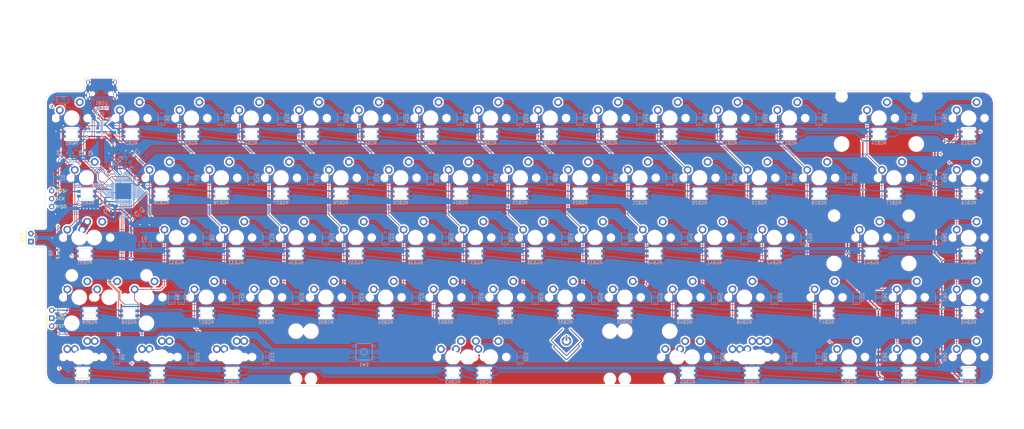
<source format=kicad_pcb>
(kicad_pcb (version 20171130) (host pcbnew "(5.1.5)-3")
  (layers (0 F.Cu signal) (31 B.Cu signal) (34 B.Paste user) (35 F.Paste user) (36 B.SilkS user) (37 F.SilkS user) (38 B.Mask user) (39 F.Mask user) (44 Edge.Cuts user))
  (net 0 "")
  (net 1 "Net-(D51-Pad2)")
  (net 2 "Net-(D60-Pad2)")
  (net 3 "Net-(D56-Pad2)")
  (net 4 +5V)
  (net 5 GND)
  (net 6 "Net-(C6-Pad1)")
  (net 7 "Net-(D17-Pad2)")
  (net 8 "Net-(D63-Pad2)")
  (net 9 "Net-(D16-Pad2)")
  (net 10 "Net-(D61-Pad2)")
  (net 11 "Net-(D1-Pad2)")
  (net 12 "Net-(D22-Pad2)")
  (net 13 "Net-(D64-Pad2)")
  (net 14 "Net-(D65-Pad2)")
  (net 15 "Net-(D66-Pad2)")
  (net 16 "Net-(D67-Pad2)")
  (net 17 "Net-(D26-Pad2)")
  (net 18 "Net-(D30-Pad2)")
  (net 19 "Net-(D38-Pad2)")
  (net 20 "Net-(D35-Pad2)")
  (net 21 "Net-(D39-Pad2)")
  (net 22 "Net-(D43-Pad2)")
  (net 23 "Net-(D4-Pad2)")
  (net 24 D-)
  (net 25 D+)
  (net 26 /SCK)
  (net 27 "Net-(C2-Pad1)")
  (net 28 "Net-(C3-Pad1)")
  (net 29 "Net-(D2-Pad2)")
  (net 30 "Net-(D3-Pad2)")
  (net 31 "Net-(D5-Pad2)")
  (net 32 "Net-(D6-Pad2)")
  (net 33 "Net-(D7-Pad2)")
  (net 34 "Net-(D8-Pad2)")
  (net 35 "Net-(D9-Pad2)")
  (net 36 "Net-(D10-Pad2)")
  (net 37 "Net-(D11-Pad2)")
  (net 38 "Net-(D12-Pad2)")
  (net 39 "Net-(D13-Pad2)")
  (net 40 "Net-(D14-Pad2)")
  (net 41 "Net-(D15-Pad2)")
  (net 42 "Net-(D18-Pad2)")
  (net 43 "Net-(D19-Pad2)")
  (net 44 "Net-(D20-Pad2)")
  (net 45 "Net-(D21-Pad2)")
  (net 46 "Net-(D23-Pad2)")
  (net 47 "Net-(D24-Pad2)")
  (net 48 "Net-(D25-Pad2)")
  (net 49 "Net-(D27-Pad2)")
  (net 50 "Net-(D28-Pad2)")
  (net 51 "Net-(D29-Pad2)")
  (net 52 "Net-(D31-Pad2)")
  (net 53 "Net-(D32-Pad2)")
  (net 54 "Net-(D33-Pad2)")
  (net 55 "Net-(D34-Pad2)")
  (net 56 "Net-(D36-Pad2)")
  (net 57 "Net-(D37-Pad2)")
  (net 58 "Net-(D40-Pad2)")
  (net 59 "Net-(D41-Pad2)")
  (net 60 "Net-(D42-Pad2)")
  (net 61 "Net-(D44-Pad2)")
  (net 62 "Net-(D45-Pad2)")
  (net 63 "Net-(D46-Pad2)")
  (net 64 "Net-(D47-Pad2)")
  (net 65 "Net-(D48-Pad2)")
  (net 66 "Net-(D49-Pad2)")
  (net 67 "Net-(D50-Pad2)")
  (net 68 "Net-(D52-Pad2)")
  (net 69 "Net-(D53-Pad2)")
  (net 70 "Net-(D54-Pad2)")
  (net 71 "Net-(D55-Pad2)")
  (net 72 "Net-(D57-Pad2)")
  (net 73 "Net-(D58-Pad2)")
  (net 74 "Net-(D59-Pad2)")
  (net 75 "Net-(D62-Pad2)")
  (net 76 "Net-(R1-Pad2)")
  (net 77 "Net-(R2-Pad2)")
  (net 78 "Net-(R3-Pad2)")
  (net 79 "Net-(R4-Pad2)")
  (net 80 "Net-(R5-Pad2)")
  (net 81 "Net-(R7-Pad2)")
  (net 82 "Net-(D68-Pad2)")
  (net 83 "Net-(RGB1-Pad2)")
  (net 84 "Net-(RGB2-Pad2)")
  (net 85 "Net-(RGB3-Pad2)")
  (net 86 "Net-(RGB4-Pad2)")
  (net 87 "Net-(RGB5-Pad2)")
  (net 88 "Net-(RGB10-Pad4)")
  (net 89 "Net-(RGB13-Pad2)")
  (net 90 "Net-(RGB10-Pad2)")
  (net 91 "Net-(RGB11-Pad2)")
  (net 92 "Net-(RGB12-Pad2)")
  (net 93 "Net-(RGB14-Pad2)")
  (net 94 "Net-(RGB16-Pad2)")
  (net 95 "Net-(RGB18-Pad2)")
  (net 96 "Net-(RGB19-Pad2)")
  (net 97 "Net-(RGB20-Pad2)")
  (net 98 "Net-(RGB22-Pad2)")
  (net 99 "Net-(RGB23-Pad2)")
  (net 100 "Net-(RGB24-Pad2)")
  (net 101 "Net-(RGB26-Pad2)")
  (net 102 "Net-(RGB27-Pad2)")
  (net 103 "Net-(RGB28-Pad2)")
  (net 104 "Net-(RGB31-Pad2)")
  (net 105 "Net-(RGB32-Pad2)")
  (net 106 "Net-(RGB34-Pad2)")
  (net 107 "Net-(RGB35-Pad2)")
  (net 108 "Net-(RGB36-Pad2)")
  (net 109 "Net-(RGB38-Pad2)")
  (net 110 "Net-(RGB39-Pad2)")
  (net 111 "Net-(RGB40-Pad2)")
  (net 112 "Net-(RGB42-Pad2)")
  (net 113 "Net-(RGB43-Pad2)")
  (net 114 "Net-(RGB46-Pad2)")
  (net 115 "Net-(RGB47-Pad2)")
  (net 116 "Net-(RGB48-Pad2)")
  (net 117 "Net-(RGB50-Pad2)")
  (net 118 "Net-(RGB51-Pad2)")
  (net 119 "Net-(RGB52-Pad2)")
  (net 120 "Net-(RGB54-Pad2)")
  (net 121 "Net-(RGB55-Pad2)")
  (net 122 "Net-(RGB56-Pad2)")
  (net 123 "Net-(RGB58-Pad2)")
  (net 124 "Net-(RGB6-Pad2)")
  (net 125 "Net-(RGB7-Pad2)")
  (net 126 "Net-(RGB8-Pad2)")
  (net 127 "Net-(RGB17-Pad2)")
  (net 128 RGB_Row1)
  (net 129 "Net-(RGB21-Pad2)")
  (net 130 "Net-(RGB25-Pad2)")
  (net 131 "Net-(RGB29-Pad2)")
  (net 132 RGB_Row2)
  (net 133 "Net-(RGB33-Pad2)")
  (net 134 "Net-(RGB37-Pad2)")
  (net 135 "Net-(RGB41-Pad2)")
  (net 136 RGB_Row3)
  (net 137 VCC)
  (net 138 "Net-(RGB45-Pad2)")
  (net 139 "Net-(RGB49-Pad2)")
  (net 140 "Net-(RGB53-Pad2)")
  (net 141 "Net-(RGB57-Pad2)")
  (net 142 RGB_Row4)
  (net 143 "Net-(U3-Pad42)")
  (net 144 "Net-(U3-Pad8)")
  (net 145 "Net-(U3-Pad1)")
  (net 146 "Net-(USB1-Pad3)")
  (net 147 "Net-(USB1-Pad9)")
  (net 148 "Net-(RGB60-Pad2)")
  (net 149 "Net-(RGB61-Pad2)")
  (net 150 "Net-(RGB62-Pad2)")
  (net 151 "Net-(RGB63-Pad2)")
  (net 152 "Net-(RGB64-Pad2)")
  (net 153 "Net-(RGB65-Pad2)")
  (net 154 "Net-(RGB66-Pad2)")
  (net 155 "Net-(RGB67-Pad2)")
  (net 156 "Net-(RGB68-Pad2)")
  (net 157 "Net-(RGB69-Pad2)")
  (net 158 Col0)
  (net 159 Col1)
  (net 160 Col2)
  (net 161 Col3)
  (net 162 Col4)
  (net 163 Col5)
  (net 164 Col6)
  (net 165 Col7)
  (net 166 Col8)
  (net 167 Col9)
  (net 168 Col10)
  (net 169 Col11)
  (net 170 Col12)
  (net 171 Col13)
  (net 172 Col14)
  (net 173 Row0)
  (net 174 Row1)
  (net 175 Row2)
  (net 176 Row3)
  (net 177 Row4)
  (net 178 RGB)
  (net 179 "Net-(R6-Pad1)")
  (net 180 Caplsk)
  (net 181 "Net-(D69-Pad1)")
  (module MX_Only_v3:MXOnly-1.25U-NoLED (layer F.Cu) (at 44.29125 96.52)
    (fp_text reference MX_7)
    (fp_text value MX-1.25U-NoLED)
    (pad 2 thru_hole circle (at 2.54 -5.08) (size 2.5 2.5) (drill 1.47) (layers *.Cu *.Mask) (net 30 "Net-(D3-Pad2)"))
    (pad "" np_thru_hole circle (at 0 0) (size 3.9878 3.9878) (drill 3.9878) (layers *.Cu *.Mask))
    (pad 1 thru_hole circle (at -3.81 -2.54) (size 2.5 2.5) (drill 1.47) (layers *.Cu *.Mask) (net 158 Col0))
    (pad "" np_thru_hole circle (at -5.08 0 48.0996) (size 1.75 1.75) (drill 1.75) (layers *.Cu *.Mask))
    (pad "" np_thru_hole circle (at 5.08 0 48.0996) (size 1.75 1.75) (drill 1.75) (layers *.Cu *.Mask))
  )
  (module MX_Only_v3:sanpjxlogo-PCB-type (layer F.Cu) (at 199.517 130.6322)
    (fp_text reference LOGO1 hide)
    (fp_text value LOGO hide)
    (fp_poly (pts (xy 0.048713 -2.960956) (xy 0.09062 -2.949497) (xy 0.10188 -2.944937) (xy 0.145014 -2.920317) (xy 0.183513 -2.887434) (xy 0.2154 -2.848461) (xy 0.238699 -2.805573) (xy 0.245377 -2.787145) (xy 0.247108 -2.781309) (xy 0.248656 -2.775201) (xy 0.25003 -2.768182) (xy 0.251241 -2.759614) (xy 0.252299 -2.748857) (xy 0.253213 -2.735273) (xy 0.253995 -2.718222) (xy 0.254654 -2.697066) (xy 0.255201 -2.671165) (xy 0.255645 -2.63988) (xy 0.255996 -2.602573) (xy 0.256265 -2.558605) (xy 0.256463 -2.507336) (xy 0.256598 -2.448127) (xy 0.256682 -2.38034) (xy 0.256723 -2.303336) (xy 0.256734 -2.216474) (xy 0.256723 -2.119118) (xy 0.256714 -2.07278) (xy 0.256643 -1.964031) (xy 0.256479 -1.863335) (xy 0.256224 -1.77102) (xy 0.255881 -1.687409) (xy 0.255453 -1.612828) (xy 0.254943 -1.547601) (xy 0.254352 -1.492054) (xy 0.253684 -1.44651) (xy 0.252942 -1.411296) (xy 0.252127 -1.386735) (xy 0.251244 -1.373154) (xy 0.250924 -1.371078) (xy 0.237252 -1.330297) (xy 0.215071 -1.292034) (xy 0.186967 -1.258005) (xy 0.15574 -1.227941) (xy 0.125268 -1.20628) (xy 0.092129 -1.190798) (xy 0.074593 -1.185004) (xy 0.041788 -1.178538) (xy 0.004008 -1.176153) (xy -0.034106 -1.177799) (xy -0.067908 -1.18343) (xy -0.078688 -1.186614) (xy -0.12584 -1.208747) (xy -0.167474 -1.239925) (xy -0.202314 -1.278599) (xy -0.229079 -1.323217) (xy -0.24649 -1.372228) (xy -0.250972 -1.395573) (xy -0.251861 -1.407668) (xy -0.252675 -1.430256) (xy -0.253414 -1.462423) (xy -0.254078 -1.503254) (xy -0.254667 -1.551835) (xy -0.255181 -1.607252) (xy -0.255621 -1.66859) (xy -0.255986 -1.734935) (xy -0.256277 -1.805372) (xy -0.256493 -1.878988) (xy -0.256635 -1.954868) (xy -0.256702 -2.032098) (xy -0.256695 -2.109763) (xy -0.256614 -2.186948) (xy -0.256459 -2.262741) (xy -0.25623 -2.336225) (xy -0.255926 -2.406488) (xy -0.255549 -2.472614) (xy -0.255097 -2.533689) (xy -0.254572 -2.588799) (xy -0.253973 -2.63703) (xy -0.2533 -2.677467) (xy -0.252554 -2.709196) (xy -0.251734 -2.731302) (xy -0.250877 -2.742629) (xy -0.237932 -2.794104) (xy -0.215219 -2.841069) (xy -0.183889 -2.882346) (xy -0.145095 -2.916753) (xy -0.099989 -2.943111) (xy -0.049721 -2.96024) (xy -0.035743 -2.963072) (xy 0.004926 -2.9657) (xy 0.048713 -2.960956)) (layer F.Cu) (width 0.01))
    (fp_poly (pts (xy 0.829658 -2.444898) (xy 0.877834 -2.427656) (xy 0.902924 -2.413386) (xy 0.934037 -2.391816) (xy 0.969634 -2.364199) (xy 1.008176 -2.331788) (xy 1.048124 -2.295834) (xy 1.087941 -2.257593) (xy 1.093329 -2.252215) (xy 1.163265 -2.178206) (xy 1.224599 -2.104513) (xy 1.279435 -2.028211) (xy 1.329873 -1.946373) (xy 1.378015 -1.856073) (xy 1.378432 -1.855238) (xy 1.43154 -1.736118) (xy 1.47401 -1.613394) (xy 1.505767 -1.487787) (xy 1.526735 -1.360021) (xy 1.53684 -1.230818) (xy 1.536006 -1.100902) (xy 1.524158 -0.970994) (xy 1.501222 -0.841818) (xy 1.488932 -0.790539) (xy 1.457633 -0.687179) (xy 1.416972 -0.582072) (xy 1.368194 -0.477696) (xy 1.312543 -0.376526) (xy 1.251263 -0.281041) (xy 1.195107 -0.205483) (xy 1.168196 -0.173683) (xy 1.134836 -0.137206) (xy 1.097487 -0.09851) (xy 1.05861 -0.060056) (xy 1.020665 -0.024304) (xy 0.986111 0.006285) (xy 0.970337 0.019306) (xy 0.877567 0.087486) (xy 0.777647 0.14997) (xy 0.672616 0.205787) (xy 0.564513 0.253967) (xy 0.455376 0.293541) (xy 0.347244 0.323538) (xy 0.316786 0.330221) (xy 0.239015 0.343845) (xy 0.15639 0.354007) (xy 0.072449 0.36046) (xy -0.009275 0.362961) (xy -0.085244 0.361264) (xy -0.108923 0.359704) (xy -0.229204 0.345638) (xy -0.346674 0.322281) (xy -0.460995 0.290175) (xy -0.585613 0.244511) (xy -0.704339 0.189302) (xy -0.816795 0.124998) (xy -0.922603 0.052049) (xy -1.021383 -0.029092) (xy -1.112757 -0.117975) (xy -1.196346 -0.214151) (xy -1.271773 -0.317167) (xy -1.338657 -0.426573) (xy -1.396622 -0.541918) (xy -1.445288 -0.662752) (xy -1.484276 -0.788624) (xy -1.513209 -0.919083) (xy -1.52199 -0.973191) (xy -1.526585 -1.014622) (xy -1.529834 -1.064535) (xy -1.531736 -1.120074) (xy -1.53229 -1.178385) (xy -1.531495 -1.236612) (xy -1.529352 -1.291901) (xy -1.525858 -1.341396) (xy -1.522084 -1.374954) (xy -1.498175 -1.506671) (xy -1.463645 -1.634811) (xy -1.418727 -1.758817) (xy -1.363656 -1.87813) (xy -1.298664 -1.992193) (xy -1.223987 -2.100449) (xy -1.210825 -2.117618) (xy -1.179244 -2.156045) (xy -1.14299 -2.196489) (xy -1.103514 -2.237614) (xy -1.062265 -2.278085) (xy -1.020694 -2.316566) (xy -0.980251 -2.351721) (xy -0.942385 -2.382215) (xy -0.908546 -2.406712) (xy -0.880185 -2.423877) (xy -0.876158 -2.425899) (xy -0.826508 -2.443864) (xy -0.775006 -2.451247) (xy -0.723396 -2.448223) (xy -0.67342 -2.434965) (xy -0.62682 -2.411644) (xy -0.609348 -2.399409) (xy -0.584819 -2.376243) (xy -0.56072 -2.345907) (xy -0.539841 -2.312396) (xy -0.524974 -2.279709) (xy -0.524191 -2.277438) (xy -0.513904 -2.229968) (xy -0.513058 -2.17961) (xy -0.521259 -2.12927) (xy -0.538116 -2.081859) (xy -0.5546 -2.052354) (xy -0.567613 -2.036054) (xy -0.586522 -2.016433) (xy -0.60798 -1.996877) (xy -0.616096 -1.990174) (xy -0.648585 -1.962562) (xy -0.68455 -1.929234) (xy -0.72181 -1.892445) (xy -0.758188 -1.854451) (xy -0.791506 -1.817508) (xy -0.819585 -1.78387) (xy -0.834792 -1.76373) (xy -0.882933 -1.688087) (xy -0.925787 -1.604891) (xy -0.961999 -1.517307) (xy -0.990215 -1.428497) (xy -1.004536 -1.367033) (xy -1.012232 -1.317039) (xy -1.017605 -1.259759) (xy -1.020506 -1.199112) (xy -1.020784 -1.139019) (xy -1.018289 -1.083399) (xy -1.016237 -1.061013) (xy -0.999074 -0.956233) (xy -0.971052 -0.854266) (xy -0.932534 -0.755844) (xy -0.883886 -0.661702) (xy -0.825472 -0.572575) (xy -0.757657 -0.489195) (xy -0.705025 -0.43487) (xy -0.62685 -0.367421) (xy -0.54106 -0.307603) (xy -0.449154 -0.256173) (xy -0.352632 -0.21389) (xy -0.252994 -0.181513) (xy -0.165529 -0.162094) (xy -0.131132 -0.157574) (xy -0.088775 -0.154273) (xy -0.041449 -0.15222) (xy 0.007852 -0.151446) (xy 0.056136 -0.15198) (xy 0.100411 -0.153851) (xy 0.137684 -0.157088) (xy 0.151258 -0.15898) (xy 0.258108 -0.181893) (xy 0.360774 -0.21499) (xy 0.458598 -0.257837) (xy 0.550922 -0.309997) (xy 0.637087 -0.371035) (xy 0.716435 -0.440517) (xy 0.788308 -0.518006) (xy 0.852046 -0.603068) (xy 0.873469 -0.636427) (xy 0.893172 -0.670862) (xy 0.914469 -0.712077) (xy 0.935549 -0.756238) (xy 0.954599 -0.79951) (xy 0.969809 -0.838057) (xy 0.973086 -0.847342) (xy 1.001528 -0.948101) (xy 1.01916 -1.051135) (xy 1.02609 -1.155389) (xy 1.022424 -1.259803) (xy 1.008271 -1.363322) (xy 0.983739 -1.464886) (xy 0.948934 -1.56344) (xy 0.903966 -1.657924) (xy 0.887566 -1.686925) (xy 0.841674 -1.758785) (xy 0.791924 -1.824159) (xy 0.736129 -1.885591) (xy 0.672101 -1.945626) (xy 0.646058 -1.967852) (xy 0.621092 -1.989397) (xy 0.597637 -2.01093) (xy 0.577963 -2.030278) (xy 0.564341 -2.045269) (xy 0.562012 -2.048265) (xy 0.539316 -2.087818) (xy 0.523794 -2.133192) (xy 0.516104 -2.181025) (xy 0.516905 -2.227952) (xy 0.52167 -2.254016) (xy 0.539961 -2.304624) (xy 0.56653 -2.34881) (xy 0.600123 -2.385965) (xy 0.63949 -2.415477) (xy 0.683379 -2.436736) (xy 0.730538 -2.449133) (xy 0.779715 -2.452057) (xy 0.829658 -2.444898)) (layer B.Cu) (width 0.01))
    (fp_poly (pts (xy -1.23727 -5.032098) (xy -1.204677 -5.020972) (xy -1.176609 -5.001216) (xy -1.162681 -4.98507) (xy -1.149409 -4.95773) (xy -1.142817 -4.925357) (xy -1.143574 -4.89262) (xy -1.14717 -4.876765) (xy -1.148837 -4.873847) (xy -1.152789 -4.868711) (xy -1.15923 -4.861151) (xy -1.168363 -4.850962) (xy -1.180393 -4.837938) (xy -1.195523 -4.821873) (xy -1.213957 -4.802562) (xy -1.235899 -4.779798) (xy -1.261553 -4.753376) (xy -1.291123 -4.723091) (xy -1.324813 -4.688736) (xy -1.362827 -4.650105) (xy -1.405369 -4.606994) (xy -1.452643 -4.559195) (xy -1.504852 -4.506505) (xy -1.562201 -4.448716) (xy -1.624893 -4.385623) (xy -1.693133 -4.31702) (xy -1.767124 -4.242702) (xy -1.84707 -4.162462) (xy -1.933176 -4.076096) (xy -2.025645 -3.983397) (xy -2.124681 -3.884159) (xy -2.230488 -3.778177) (xy -2.34327 -3.665246) (xy -2.463231 -3.545158) (xy -2.590575 -3.41771) (xy -2.725506 -3.282694) (xy -2.868227 -3.139905) (xy -2.930153 -3.077955) (xy -4.706113 -1.301372) (xy 0.002857 3.407598) (xy 2.357347 1.053103) (xy 4.711836 -1.301392) (xy 2.938663 -3.075111) (xy 2.819349 -3.194484) (xy 2.702048 -3.311884) (xy 2.58702 -3.427052) (xy 2.474525 -3.539726) (xy 2.364823 -3.649643) (xy 2.258173 -3.756544) (xy 2.154835 -3.860167) (xy 2.055069 -3.96025) (xy 1.959136 -4.056533) (xy 1.867294 -4.148754) (xy 1.779804 -4.236651) (xy 1.696925 -4.319964) (xy 1.618917 -4.39843) (xy 1.54604 -4.47179) (xy 1.478555 -4.539781) (xy 1.41672 -4.602143) (xy 1.360795 -4.658613) (xy 1.31104 -4.708931) (xy 1.267716 -4.752835) (xy 1.231082 -4.790065) (xy 1.201397 -4.820358) (xy 1.178922 -4.843454) (xy 1.163917 -4.859091) (xy 1.15664 -4.867008) (xy 1.155977 -4.867887) (xy 1.147304 -4.897092) (xy 1.147257 -4.929513) (xy 1.155171 -4.961733) (xy 1.17038 -4.990333) (xy 1.182477 -5.004098) (xy 1.209595 -5.022074) (xy 1.241904 -5.032043) (xy 1.276011 -5.033521) (xy 1.30852 -5.026024) (xy 1.315287 -5.023041) (xy 1.320727 -5.018665) (xy 1.332836 -5.007566) (xy 1.351676 -4.989679) (xy 1.377312 -4.964942) (xy 1.409809 -4.93329) (xy 1.449231 -4.894659) (xy 1.49564 -4.848987) (xy 1.549103 -4.796209) (xy 1.609682 -4.736261) (xy 1.677442 -4.669081) (xy 1.752447 -4.594604) (xy 1.834761 -4.512766) (xy 1.924448 -4.423503) (xy 2.021572 -4.326753) (xy 2.126198 -4.222452) (xy 2.238389 -4.110535) (xy 2.358209 -3.990938) (xy 2.485723 -3.863599) (xy 2.620995 -3.728454) (xy 2.764088 -3.585439) (xy 2.915068 -3.434489) (xy 3.073997 -3.275542) (xy 3.162974 -3.186536) (xy 4.987454 -1.361325) (xy 4.994341 -1.331359) (xy 4.998226 -1.306672) (xy 4.996831 -1.283928) (xy 4.994314 -1.271427) (xy 4.993284 -1.267275) (xy 4.991902 -1.263066) (xy 4.98978 -1.258397) (xy 4.986533 -1.252866) (xy 4.981773 -1.246074) (xy 4.975115 -1.237617) (xy 4.966172 -1.227094) (xy 4.954558 -1.214105) (xy 4.939886 -1.198246) (xy 4.921771 -1.179118) (xy 4.899824 -1.156318) (xy 4.873661 -1.129444) (xy 4.842895 -1.098096) (xy 4.807139 -1.061871) (xy 4.766007 -1.020369) (xy 4.719113 -0.973188) (xy 4.66607 -0.919925) (xy 4.606491 -0.860181) (xy 4.539991 -0.793552) (xy 4.466183 -0.719638) (xy 4.387377 -0.640737) (xy 3.787353 -0.040013) (xy 4.093303 0.266814) (xy 4.150371 0.324067) (xy 4.199908 0.373837) (xy 4.242459 0.416707) (xy 4.27857 0.453259) (xy 4.308788 0.484079) (xy 4.333657 0.50975) (xy 4.353724 0.530855) (xy 4.369534 0.547978) (xy 4.381632 0.561703) (xy 4.390565 0.572613) (xy 4.396878 0.581293) (xy 4.401117 0.588324) (xy 4.403827 0.594292) (xy 4.405555 0.59978) (xy 4.4059 0.601155) (xy 4.409542 0.635559) (xy 4.404414 0.668436) (xy 4.398228 0.683894) (xy 4.393816 0.688702) (xy 4.381566 0.701345) (xy 4.36171 0.721587) (xy 4.334485 0.749195) (xy 4.300124 0.783931) (xy 4.258863 0.82556) (xy 4.210936 0.873848) (xy 4.156577 0.928559) (xy 4.096021 0.989458) (xy 4.029504 1.056308) (xy 3.957258 1.128875) (xy 3.87952 1.206924) (xy 3.796523 1.290218) (xy 3.708502 1.378523) (xy 3.615693 1.471603) (xy 3.518329 1.569223) (xy 3.416645 1.671148) (xy 3.310875 1.777141) (xy 3.201255 1.886968) (xy 3.088019 2.000394) (xy 2.971402 2.117182) (xy 2.851637 2.237098) (xy 2.728961 2.359906) (xy 2.603607 2.485371) (xy 2.47581 2.613257) (xy 2.345804 2.74333) (xy 2.231418 2.857755) (xy 2.056204 3.032999) (xy 1.88896 3.200236) (xy 1.729602 3.35955) (xy 1.578048 3.511023) (xy 1.434213 3.654739) (xy 1.298013 3.790782) (xy 1.169365 3.919234) (xy 1.048185 4.04018) (xy 0.934389 4.153701) (xy 0.827894 4.259882) (xy 0.728616 4.358806) (xy 0.636471 4.450557) (xy 0.551374 4.535216) (xy 0.473244 4.612868) (xy 0.401995 4.683597) (xy 0.337545 4.747484) (xy 0.279809 4.804615) (xy 0.228703 4.855071) (xy 0.184144 4.898936) (xy 0.146049 4.936294) (xy 0.114333 4.967227) (xy 0.088912 4.99182) (xy 0.069704 5.010155) (xy 0.056624 5.022315) (xy 0.049588 5.028385) (xy 0.048516 5.029096) (xy 0.01671 5.038026) (xy -0.018761 5.037585) (xy -0.039956 5.032942) (xy -0.043022 5.030961) (xy -0.04917 5.025847) (xy -0.058573 5.017427) (xy -0.071403 5.00553) (xy -0.087834 4.989985) (xy -0.108038 4.970619) (xy -0.132188 4.947261) (xy -0.160456 4.919739) (xy -0.193017 4.887882) (xy -0.230042 4.851518) (xy -0.271705 4.810475) (xy -0.318178 4.764582) (xy -0.369635 4.713668) (xy -0.426247 4.65756) (xy -0.488188 4.596087) (xy -0.555631 4.529077) (xy -0.628749 4.456359) (xy -0.707714 4.37776) (xy -0.792699 4.293111) (xy -0.883878 4.202238) (xy -0.981422 4.10497) (xy -1.085505 4.001136) (xy -1.1963 3.890563) (xy -1.31398 3.773081) (xy -1.438717 3.648518) (xy -1.570684 3.516701) (xy -1.710054 3.37746) (xy -1.857 3.230623) (xy -2.011695 3.076018) (xy -2.144754 2.943019) (xy -2.277802 2.810005) (xy -2.408463 2.679341) (xy -2.53651 2.551253) (xy -2.661715 2.425969) (xy -2.783854 2.303718) (xy -2.902697 2.184727) (xy -3.01802 2.069224) (xy -3.129594 1.957436) (xy -3.237194 1.849592) (xy -3.340592 1.74592) (xy -3.439561 1.646646) (xy -3.533875 1.551999) (xy -3.623306 1.462207) (xy -3.707629 1.377498) (xy -3.786615 1.298098) (xy -3.860039 1.224237) (xy -3.927674 1.156142) (xy -3.989292 1.094041) (xy -4.044667 1.038161) (xy -4.093572 0.988731) (xy -4.13578 0.945977) (xy -4.171065 0.910129) (xy -4.199199 0.881413) (xy -4.219956 0.860058) (xy -4.233109 0.846291) (xy -4.238431 0.840341) (xy -4.23852 0.840192) (xy -4.249705 0.805418) (xy -4.249768 0.787691) (xy -3.964102 0.787691) (xy -1.983478 2.768413) (xy -1.857419 2.894463) (xy -1.733374 3.018468) (xy -1.611586 3.140185) (xy -1.492302 3.25937) (xy -1.375766 3.375779) (xy -1.262222 3.489169) (xy -1.151916 3.599294) (xy -1.045092 3.705913) (xy -0.941995 3.80878) (xy -0.84287 3.907652) (xy -0.747962 4.002285) (xy -0.657515 4.092436) (xy -0.571773 4.177859) (xy -0.490983 4.258313) (xy -0.415389 4.333552) (xy -0.345235 4.403333) (xy -0.280766 4.467412) (xy -0.222228 4.525546) (xy -0.169864 4.577489) (xy -0.12392 4.623) (xy -0.08464 4.661833) (xy -0.052269 4.693745) (xy -0.027053 4.718492) (xy -0.009235 4.73583) (xy 0.000939 4.745515) (xy 0.003402 4.747613) (xy 0.007788 4.743517) (xy 0.019999 4.731582) (xy 0.039794 4.712047) (xy 0.066933 4.685152) (xy 0.101177 4.651136) (xy 0.142285 4.61024) (xy 0.190017 4.562704) (xy 0.244134 4.508768) (xy 0.304394 4.44867) (xy 0.370558 4.382652) (xy 0.442386 4.310952) (xy 0.519637 4.233812) (xy 0.602073 4.15147) (xy 0.689451 4.064167) (xy 0.781533 3.972142) (xy 0.878079 3.875636) (xy 0.978848 3.774887) (xy 1.083599 3.670137) (xy 1.192094 3.561625) (xy 1.304092 3.44959) (xy 1.419353 3.334273) (xy 1.537637 3.215913) (xy 1.658703 3.09475) (xy 1.782312 2.971025) (xy 1.908223 2.844977) (xy 2.036197 2.716845) (xy 2.064996 2.688008) (xy 4.120334 0.629927) (xy 3.869549 0.379191) (xy 3.618765 0.128455) (xy 1.845056 1.901967) (xy 1.689208 2.05778) (xy 1.541292 2.205623) (xy 1.401189 2.345615) (xy 1.268778 2.477876) (xy 1.143938 2.602527) (xy 1.026549 2.719687) (xy 0.916489 2.829477) (xy 0.813638 2.932015) (xy 0.717876 3.027421) (xy 0.629081 3.115817) (xy 0.547133 3.197321) (xy 0.471911 3.272053) (xy 0.403295 3.340134) (xy 0.341163 3.401683) (xy 0.285395 3.45682) (xy 0.23587 3.505664) (xy 0.192468 3.548337) (xy 0.155068 3.584957) (xy 0.123549 3.615644) (xy 0.09779 3.640519) (xy 0.07767 3.659701) (xy 0.06307 3.673311) (xy 0.053868 3.681467) (xy 0.050127 3.684234) (xy 0.025811 3.690576) (xy -0.002809 3.692753) (xy -0.0301 3.690597) (xy -0.043865 3.687018) (xy -0.049055 3.682571) (xy -0.06208 3.670273) (xy -0.082712 3.650349) (xy -0.110721 3.623029) (xy -0.145877 3.58854) (xy -0.187953 3.54711) (xy -0.236719 3.498966) (xy -0.291945 3.444336) (xy -0.353403 3.383447) (xy -0.420863 3.316528) (xy -0.494097 3.243807) (xy -0.572875 3.16551) (xy -0.656969 3.081865) (xy -0.746148 2.993101) (xy -0.840185 2.899445) (xy -0.93885 2.801125) (xy -1.041914 2.698367) (xy -1.149148 2.591401) (xy -1.260322 2.480454) (xy -1.375208 2.365753) (xy -1.493577 2.247527) (xy -1.615199 2.126002) (xy -1.739845 2.001407) (xy -1.759452 1.981804) (xy -3.458972 0.282561) (xy -3.964102 0.787691) (xy -4.249768 0.787691) (xy -4.24983 0.770385) (xy -4.246577 0.754877) (xy -4.244784 0.749372) (xy -4.241951 0.743314) (xy -4.237531 0.73612) (xy -4.23098 0.72721) (xy -4.221753 0.716003) (xy -4.209305 0.701916) (xy -4.193091 0.68437) (xy -4.172565 0.662783) (xy -4.147183 0.636573) (xy -4.1164 0.605159) (xy -4.07967 0.567961) (xy -4.036448 0.524396) (xy -3.98619 0.473884) (xy -3.933392 0.420899) (xy -3.62748 0.114045) (xy -4.302174 -0.560854) (xy -4.398032 -0.656794) (xy -4.485942 -0.744893) (xy -4.56608 -0.825329) (xy -4.638621 -0.89828) (xy -4.703739 -0.963926) (xy -4.761612 -1.022444) (xy -4.812413 -1.074014) (xy -4.856319 -1.118815) (xy -4.893506 -1.157024) (xy -4.924147 -1.188821) (xy -4.94842 -1.214385) (xy -4.966498 -1.233894) (xy -4.978559 -1.247526) (xy -4.984777 -1.255461) (xy -4.985625 -1.256974) (xy -4.993373 -1.289633) (xy -4.991683 -1.323946) (xy -4.983416 -1.34991) (xy -4.978534 -1.355777) (xy -4.965877 -1.369377) (xy -4.945757 -1.390397) (xy -4.918484 -1.418527) (xy -4.884372 -1.453455) (xy -4.84373 -1.494869) (xy -4.796871 -1.542458) (xy -4.744107 -1.595911) (xy -4.685749 -1.654916) (xy -4.622108 -1.719162) (xy -4.553497 -1.788338) (xy -4.480226 -1.862131) (xy -4.402607 -1.940231) (xy -4.320953 -2.022326) (xy -4.235573 -2.108105) (xy -4.146781 -2.197257) (xy -4.054888 -2.289469) (xy -3.960204 -2.384431) (xy -3.863042 -2.48183) (xy -3.763714 -2.581357) (xy -3.662531 -2.682698) (xy -3.559804 -2.785544) (xy -3.455845 -2.889582) (xy -3.350965 -2.994501) (xy -3.245477 -3.099989) (xy -3.139692 -3.205736) (xy -3.033921 -3.31143) (xy -2.928476 -3.416758) (xy -2.823669 -3.521411) (xy -2.71981 -3.625076) (xy -2.617213 -3.727442) (xy -2.516187 -3.828198) (xy -2.417045 -3.927033) (xy -2.320099 -4.023634) (xy -2.22566 -4.11769) (xy -2.134039 -4.208891) (xy -2.045549 -4.296924) (xy -1.9605 -4.381478) (xy -1.879204 -4.462242) (xy -1.801973 -4.538904) (xy -1.729119 -4.611153) (xy -1.660953 -4.678678) (xy -1.597786 -4.741167) (xy -1.53993 -4.798308) (xy -1.487698 -4.849791) (xy -1.441399 -4.895303) (xy -1.401346 -4.934534) (xy -1.367851 -4.967172) (xy -1.341225 -4.992906) (xy -1.32178 -5.011424) (xy -1.309826 -5.022414) (xy -1.305858 -5.025581) (xy -1.271845 -5.033874) (xy -1.23727 -5.032098)) (layer B.Cu) (width 0.01))
    (fp_poly (pts (xy -1.23727 -5.032098) (xy -1.204677 -5.020972) (xy -1.176609 -5.001216) (xy -1.162681 -4.98507) (xy -1.149409 -4.95773) (xy -1.142817 -4.925357) (xy -1.143574 -4.89262) (xy -1.14717 -4.876765) (xy -1.148837 -4.873847) (xy -1.152789 -4.868711) (xy -1.15923 -4.861151) (xy -1.168363 -4.850962) (xy -1.180393 -4.837938) (xy -1.195523 -4.821873) (xy -1.213957 -4.802562) (xy -1.235899 -4.779798) (xy -1.261553 -4.753376) (xy -1.291123 -4.723091) (xy -1.324813 -4.688736) (xy -1.362827 -4.650105) (xy -1.405369 -4.606994) (xy -1.452643 -4.559195) (xy -1.504852 -4.506505) (xy -1.562201 -4.448716) (xy -1.624893 -4.385623) (xy -1.693133 -4.31702) (xy -1.767124 -4.242702) (xy -1.84707 -4.162462) (xy -1.933176 -4.076096) (xy -2.025645 -3.983397) (xy -2.124681 -3.884159) (xy -2.230488 -3.778177) (xy -2.34327 -3.665246) (xy -2.463231 -3.545158) (xy -2.590575 -3.41771) (xy -2.725506 -3.282694) (xy -2.868227 -3.139905) (xy -2.930153 -3.077955) (xy -4.706113 -1.301372) (xy 0.002857 3.407598) (xy 2.357347 1.053103) (xy 4.711836 -1.301392) (xy 2.938663 -3.075111) (xy 2.819349 -3.194484) (xy 2.702048 -3.311884) (xy 2.58702 -3.427052) (xy 2.474525 -3.539726) (xy 2.364823 -3.649643) (xy 2.258173 -3.756544) (xy 2.154835 -3.860167) (xy 2.055069 -3.96025) (xy 1.959136 -4.056533) (xy 1.867294 -4.148754) (xy 1.779804 -4.236651) (xy 1.696925 -4.319964) (xy 1.618917 -4.39843) (xy 1.54604 -4.47179) (xy 1.478555 -4.539781) (xy 1.41672 -4.602143) (xy 1.360795 -4.658613) (xy 1.31104 -4.708931) (xy 1.267716 -4.752835) (xy 1.231082 -4.790065) (xy 1.201397 -4.820358) (xy 1.178922 -4.843454) (xy 1.163917 -4.859091) (xy 1.15664 -4.867008) (xy 1.155977 -4.867887) (xy 1.147304 -4.897092) (xy 1.147257 -4.929513) (xy 1.155171 -4.961733) (xy 1.17038 -4.990333) (xy 1.182477 -5.004098) (xy 1.209595 -5.022074) (xy 1.241904 -5.032043) (xy 1.276011 -5.033521) (xy 1.30852 -5.026024) (xy 1.315287 -5.023041) (xy 1.320727 -5.018665) (xy 1.332836 -5.007566) (xy 1.351676 -4.989679) (xy 1.377312 -4.964942) (xy 1.409809 -4.93329) (xy 1.449231 -4.894659) (xy 1.49564 -4.848987) (xy 1.549103 -4.796209) (xy 1.609682 -4.736261) (xy 1.677442 -4.669081) (xy 1.752447 -4.594604) (xy 1.834761 -4.512766) (xy 1.924448 -4.423503) (xy 2.021572 -4.326753) (xy 2.126198 -4.222452) (xy 2.238389 -4.110535) (xy 2.358209 -3.990938) (xy 2.485723 -3.863599) (xy 2.620995 -3.728454) (xy 2.764088 -3.585439) (xy 2.915068 -3.434489) (xy 3.073997 -3.275542) (xy 3.162974 -3.186536) (xy 4.987454 -1.361325) (xy 4.994341 -1.331359) (xy 4.998226 -1.306672) (xy 4.996831 -1.283928) (xy 4.994314 -1.271427) (xy 4.993284 -1.267275) (xy 4.991902 -1.263066) (xy 4.98978 -1.258397) (xy 4.986533 -1.252866) (xy 4.981773 -1.246074) (xy 4.975115 -1.237617) (xy 4.966172 -1.227094) (xy 4.954558 -1.214105) (xy 4.939886 -1.198246) (xy 4.921771 -1.179118) (xy 4.899824 -1.156318) (xy 4.873661 -1.129444) (xy 4.842895 -1.098096) (xy 4.807139 -1.061871) (xy 4.766007 -1.020369) (xy 4.719113 -0.973188) (xy 4.66607 -0.919925) (xy 4.606491 -0.860181) (xy 4.539991 -0.793552) (xy 4.466183 -0.719638) (xy 4.387377 -0.640737) (xy 3.787353 -0.040013) (xy 4.093303 0.266814) (xy 4.150371 0.324067) (xy 4.199908 0.373837) (xy 4.242459 0.416707) (xy 4.27857 0.453259) (xy 4.308788 0.484079) (xy 4.333657 0.50975) (xy 4.353724 0.530855) (xy 4.369534 0.547978) (xy 4.381632 0.561703) (xy 4.390565 0.572613) (xy 4.396878 0.581293) (xy 4.401117 0.588324) (xy 4.403827 0.594292) (xy 4.405555 0.59978) (xy 4.4059 0.601155) (xy 4.409542 0.635559) (xy 4.404414 0.668436) (xy 4.398228 0.683894) (xy 4.393816 0.688702) (xy 4.381566 0.701345) (xy 4.36171 0.721587) (xy 4.334485 0.749195) (xy 4.300124 0.783931) (xy 4.258863 0.82556) (xy 4.210936 0.873848) (xy 4.156577 0.928559) (xy 4.096021 0.989458) (xy 4.029504 1.056308) (xy 3.957258 1.128875) (xy 3.87952 1.206924) (xy 3.796523 1.290218) (xy 3.708502 1.378523) (xy 3.615693 1.471603) (xy 3.518329 1.569223) (xy 3.416645 1.671148) (xy 3.310875 1.777141) (xy 3.201255 1.886968) (xy 3.088019 2.000394) (xy 2.971402 2.117182) (xy 2.851637 2.237098) (xy 2.728961 2.359906) (xy 2.603607 2.485371) (xy 2.47581 2.613257) (xy 2.345804 2.74333) (xy 2.231418 2.857755) (xy 2.056204 3.032999) (xy 1.88896 3.200236) (xy 1.729602 3.35955) (xy 1.578048 3.511023) (xy 1.434213 3.654739) (xy 1.298013 3.790782) (xy 1.169365 3.919234) (xy 1.048185 4.04018) (xy 0.934389 4.153701) (xy 0.827894 4.259882) (xy 0.728616 4.358806) (xy 0.636471 4.450557) (xy 0.551374 4.535216) (xy 0.473244 4.612868) (xy 0.401995 4.683597) (xy 0.337545 4.747484) (xy 0.279809 4.804615) (xy 0.228703 4.855071) (xy 0.184144 4.898936) (xy 0.146049 4.936294) (xy 0.114333 4.967227) (xy 0.088912 4.99182) (xy 0.069704 5.010155) (xy 0.056624 5.022315) (xy 0.049588 5.028385) (xy 0.048516 5.029096) (xy 0.01671 5.038026) (xy -0.018761 5.037585) (xy -0.039956 5.032942) (xy -0.043022 5.030961) (xy -0.04917 5.025847) (xy -0.058573 5.017427) (xy -0.071403 5.00553) (xy -0.087834 4.989985) (xy -0.108038 4.970619) (xy -0.132188 4.947261) (xy -0.160456 4.919739) (xy -0.193017 4.887882) (xy -0.230042 4.851518) (xy -0.271705 4.810475) (xy -0.318178 4.764582) (xy -0.369635 4.713668) (xy -0.426247 4.65756) (xy -0.488188 4.596087) (xy -0.555631 4.529077) (xy -0.628749 4.456359) (xy -0.707714 4.37776) (xy -0.792699 4.293111) (xy -0.883878 4.202238) (xy -0.981422 4.10497) (xy -1.085505 4.001136) (xy -1.1963 3.890563) (xy -1.31398 3.773081) (xy -1.438717 3.648518) (xy -1.570684 3.516701) (xy -1.710054 3.37746) (xy -1.857 3.230623) (xy -2.011695 3.076018) (xy -2.144754 2.943019) (xy -2.277802 2.810005) (xy -2.408463 2.679341) (xy -2.53651 2.551253) (xy -2.661715 2.425969) (xy -2.783854 2.303718) (xy -2.902697 2.184727) (xy -3.01802 2.069224) (xy -3.129594 1.957436) (xy -3.237194 1.849592) (xy -3.340592 1.74592) (xy -3.439561 1.646646) (xy -3.533875 1.551999) (xy -3.623306 1.462207) (xy -3.707629 1.377498) (xy -3.786615 1.298098) (xy -3.860039 1.224237) (xy -3.927674 1.156142) (xy -3.989292 1.094041) (xy -4.044667 1.038161) (xy -4.093572 0.988731) (xy -4.13578 0.945977) (xy -4.171065 0.910129) (xy -4.199199 0.881413) (xy -4.219956 0.860058) (xy -4.233109 0.846291) (xy -4.238431 0.840341) (xy -4.23852 0.840192) (xy -4.249705 0.805418) (xy -4.249768 0.787691) (xy -3.964102 0.787691) (xy -1.983478 2.768413) (xy -1.857419 2.894463) (xy -1.733374 3.018468) (xy -1.611586 3.140185) (xy -1.492302 3.25937) (xy -1.375766 3.375779) (xy -1.262222 3.489169) (xy -1.151916 3.599294) (xy -1.045092 3.705913) (xy -0.941995 3.80878) (xy -0.84287 3.907652) (xy -0.747962 4.002285) (xy -0.657515 4.092436) (xy -0.571773 4.177859) (xy -0.490983 4.258313) (xy -0.415389 4.333552) (xy -0.345235 4.403333) (xy -0.280766 4.467412) (xy -0.222228 4.525546) (xy -0.169864 4.577489) (xy -0.12392 4.623) (xy -0.08464 4.661833) (xy -0.052269 4.693745) (xy -0.027053 4.718492) (xy -0.009235 4.73583) (xy 0.000939 4.745515) (xy 0.003402 4.747613) (xy 0.007788 4.743517) (xy 0.019999 4.731582) (xy 0.039794 4.712047) (xy 0.066933 4.685152) (xy 0.101177 4.651136) (xy 0.142285 4.61024) (xy 0.190017 4.562704) (xy 0.244134 4.508768) (xy 0.304394 4.44867) (xy 0.370558 4.382652) (xy 0.442386 4.310952) (xy 0.519637 4.233812) (xy 0.602073 4.15147) (xy 0.689451 4.064167) (xy 0.781533 3.972142) (xy 0.878079 3.875636) (xy 0.978848 3.774887) (xy 1.083599 3.670137) (xy 1.192094 3.561625) (xy 1.304092 3.44959) (xy 1.419353 3.334273) (xy 1.537637 3.215913) (xy 1.658703 3.09475) (xy 1.782312 2.971025) (xy 1.908223 2.844977) (xy 2.036197 2.716845) (xy 2.064996 2.688008) (xy 4.120334 0.629927) (xy 3.869549 0.379191) (xy 3.618765 0.128455) (xy 1.845056 1.901967) (xy 1.689208 2.05778) (xy 1.541292 2.205623) (xy 1.401189 2.345615) (xy 1.268778 2.477876) (xy 1.143938 2.602527) (xy 1.026549 2.719687) (xy 0.916489 2.829477) (xy 0.813638 2.932015) (xy 0.717876 3.027421) (xy 0.629081 3.115817) (xy 0.547133 3.197321) (xy 0.471911 3.272053) (xy 0.403295 3.340134) (xy 0.341163 3.401683) (xy 0.285395 3.45682) (xy 0.23587 3.505664) (xy 0.192468 3.548337) (xy 0.155068 3.584957) (xy 0.123549 3.615644) (xy 0.09779 3.640519) (xy 0.07767 3.659701) (xy 0.06307 3.673311) (xy 0.053868 3.681467) (xy 0.050127 3.684234) (xy 0.025811 3.690576) (xy -0.002809 3.692753) (xy -0.0301 3.690597) (xy -0.043865 3.687018) (xy -0.049055 3.682571) (xy -0.06208 3.670273) (xy -0.082712 3.650349) (xy -0.110721 3.623029) (xy -0.145877 3.58854) (xy -0.187953 3.54711) (xy -0.236719 3.498966) (xy -0.291945 3.444336) (xy -0.353403 3.383447) (xy -0.420863 3.316528) (xy -0.494097 3.243807) (xy -0.572875 3.16551) (xy -0.656969 3.081865) (xy -0.746148 2.993101) (xy -0.840185 2.899445) (xy -0.93885 2.801125) (xy -1.041914 2.698367) (xy -1.149148 2.591401) (xy -1.260322 2.480454) (xy -1.375208 2.365753) (xy -1.493577 2.247527) (xy -1.615199 2.126002) (xy -1.739845 2.001407) (xy -1.759452 1.981804) (xy -3.458972 0.282561) (xy -3.964102 0.787691) (xy -4.249768 0.787691) (xy -4.24983 0.770385) (xy -4.246577 0.754877) (xy -4.244784 0.749372) (xy -4.241951 0.743314) (xy -4.237531 0.73612) (xy -4.23098 0.72721) (xy -4.221753 0.716003) (xy -4.209305 0.701916) (xy -4.193091 0.68437) (xy -4.172565 0.662783) (xy -4.147183 0.636573) (xy -4.1164 0.605159) (xy -4.07967 0.567961) (xy -4.036448 0.524396) (xy -3.98619 0.473884) (xy -3.933392 0.420899) (xy -3.62748 0.114045) (xy -4.302174 -0.560854) (xy -4.398032 -0.656794) (xy -4.485942 -0.744893) (xy -4.56608 -0.825329) (xy -4.638621 -0.89828) (xy -4.703739 -0.963926) (xy -4.761612 -1.022444) (xy -4.812413 -1.074014) (xy -4.856319 -1.118815) (xy -4.893506 -1.157024) (xy -4.924147 -1.188821) (xy -4.94842 -1.214385) (xy -4.966498 -1.233894) (xy -4.978559 -1.247526) (xy -4.984777 -1.255461) (xy -4.985625 -1.256974) (xy -4.993373 -1.289633) (xy -4.991683 -1.323946) (xy -4.983416 -1.34991) (xy -4.978534 -1.355777) (xy -4.965877 -1.369377) (xy -4.945757 -1.390397) (xy -4.918484 -1.418527) (xy -4.884372 -1.453455) (xy -4.84373 -1.494869) (xy -4.796871 -1.542458) (xy -4.744107 -1.595911) (xy -4.685749 -1.654916) (xy -4.622108 -1.719162) (xy -4.553497 -1.788338) (xy -4.480226 -1.862131) (xy -4.402607 -1.940231) (xy -4.320953 -2.022326) (xy -4.235573 -2.108105) (xy -4.146781 -2.197257) (xy -4.054888 -2.289469) (xy -3.960204 -2.384431) (xy -3.863042 -2.48183) (xy -3.763714 -2.581357) (xy -3.662531 -2.682698) (xy -3.559804 -2.785544) (xy -3.455845 -2.889582) (xy -3.350965 -2.994501) (xy -3.245477 -3.099989) (xy -3.139692 -3.205736) (xy -3.033921 -3.31143) (xy -2.928476 -3.416758) (xy -2.823669 -3.521411) (xy -2.71981 -3.625076) (xy -2.617213 -3.727442) (xy -2.516187 -3.828198) (xy -2.417045 -3.927033) (xy -2.320099 -4.023634) (xy -2.22566 -4.11769) (xy -2.134039 -4.208891) (xy -2.045549 -4.296924) (xy -1.9605 -4.381478) (xy -1.879204 -4.462242) (xy -1.801973 -4.538904) (xy -1.729119 -4.611153) (xy -1.660953 -4.678678) (xy -1.597786 -4.741167) (xy -1.53993 -4.798308) (xy -1.487698 -4.849791) (xy -1.441399 -4.895303) (xy -1.401346 -4.934534) (xy -1.367851 -4.967172) (xy -1.341225 -4.992906) (xy -1.32178 -5.011424) (xy -1.309826 -5.022414) (xy -1.305858 -5.025581) (xy -1.271845 -5.033874) (xy -1.23727 -5.032098)) (layer F.Cu) (width 0.01))
    (fp_poly (pts (xy 0.829658 -2.444898) (xy 0.877834 -2.427656) (xy 0.902924 -2.413386) (xy 0.934037 -2.391816) (xy 0.969634 -2.364199) (xy 1.008176 -2.331788) (xy 1.048124 -2.295834) (xy 1.087941 -2.257593) (xy 1.093329 -2.252215) (xy 1.163265 -2.178206) (xy 1.224599 -2.104513) (xy 1.279435 -2.028211) (xy 1.329873 -1.946373) (xy 1.378015 -1.856073) (xy 1.378432 -1.855238) (xy 1.43154 -1.736118) (xy 1.47401 -1.613394) (xy 1.505767 -1.487787) (xy 1.526735 -1.360021) (xy 1.53684 -1.230818) (xy 1.536006 -1.100902) (xy 1.524158 -0.970994) (xy 1.501222 -0.841818) (xy 1.488932 -0.790539) (xy 1.457633 -0.687179) (xy 1.416972 -0.582072) (xy 1.368194 -0.477696) (xy 1.312543 -0.376526) (xy 1.251263 -0.281041) (xy 1.195107 -0.205483) (xy 1.168196 -0.173683) (xy 1.134836 -0.137206) (xy 1.097487 -0.09851) (xy 1.05861 -0.060056) (xy 1.020665 -0.024304) (xy 0.986111 0.006285) (xy 0.970337 0.019306) (xy 0.877567 0.087486) (xy 0.777647 0.14997) (xy 0.672616 0.205787) (xy 0.564513 0.253967) (xy 0.455376 0.293541) (xy 0.347244 0.323538) (xy 0.316786 0.330221) (xy 0.239015 0.343845) (xy 0.15639 0.354007) (xy 0.072449 0.36046) (xy -0.009275 0.362961) (xy -0.085244 0.361264) (xy -0.108923 0.359704) (xy -0.229204 0.345638) (xy -0.346674 0.322281) (xy -0.460995 0.290175) (xy -0.585613 0.244511) (xy -0.704339 0.189302) (xy -0.816795 0.124998) (xy -0.922603 0.052049) (xy -1.021383 -0.029092) (xy -1.112757 -0.117975) (xy -1.196346 -0.214151) (xy -1.271773 -0.317167) (xy -1.338657 -0.426573) (xy -1.396622 -0.541918) (xy -1.445288 -0.662752) (xy -1.484276 -0.788624) (xy -1.513209 -0.919083) (xy -1.52199 -0.973191) (xy -1.526585 -1.014622) (xy -1.529834 -1.064535) (xy -1.531736 -1.120074) (xy -1.53229 -1.178385) (xy -1.531495 -1.236612) (xy -1.529352 -1.291901) (xy -1.525858 -1.341396) (xy -1.522084 -1.374954) (xy -1.498175 -1.506671) (xy -1.463645 -1.634811) (xy -1.418727 -1.758817) (xy -1.363656 -1.87813) (xy -1.298664 -1.992193) (xy -1.223987 -2.100449) (xy -1.210825 -2.117618) (xy -1.179244 -2.156045) (xy -1.14299 -2.196489) (xy -1.103514 -2.237614) (xy -1.062265 -2.278085) (xy -1.020694 -2.316566) (xy -0.980251 -2.351721) (xy -0.942385 -2.382215) (xy -0.908546 -2.406712) (xy -0.880185 -2.423877) (xy -0.876158 -2.425899) (xy -0.826508 -2.443864) (xy -0.775006 -2.451247) (xy -0.723396 -2.448223) (xy -0.67342 -2.434965) (xy -0.62682 -2.411644) (xy -0.609348 -2.399409) (xy -0.584819 -2.376243) (xy -0.56072 -2.345907) (xy -0.539841 -2.312396) (xy -0.524974 -2.279709) (xy -0.524191 -2.277438) (xy -0.513904 -2.229968) (xy -0.513058 -2.17961) (xy -0.521259 -2.12927) (xy -0.538116 -2.081859) (xy -0.5546 -2.052354) (xy -0.567613 -2.036054) (xy -0.586522 -2.016433) (xy -0.60798 -1.996877) (xy -0.616096 -1.990174) (xy -0.648585 -1.962562) (xy -0.68455 -1.929234) (xy -0.72181 -1.892445) (xy -0.758188 -1.854451) (xy -0.791506 -1.817508) (xy -0.819585 -1.78387) (xy -0.834792 -1.76373) (xy -0.882933 -1.688087) (xy -0.925787 -1.604891) (xy -0.961999 -1.517307) (xy -0.990215 -1.428497) (xy -1.004536 -1.367033) (xy -1.012232 -1.317039) (xy -1.017605 -1.259759) (xy -1.020506 -1.199112) (xy -1.020784 -1.139019) (xy -1.018289 -1.083399) (xy -1.016237 -1.061013) (xy -0.999074 -0.956233) (xy -0.971052 -0.854266) (xy -0.932534 -0.755844) (xy -0.883886 -0.661702) (xy -0.825472 -0.572575) (xy -0.757657 -0.489195) (xy -0.705025 -0.43487) (xy -0.62685 -0.367421) (xy -0.54106 -0.307603) (xy -0.449154 -0.256173) (xy -0.352632 -0.21389) (xy -0.252994 -0.181513) (xy -0.165529 -0.162094) (xy -0.131132 -0.157574) (xy -0.088775 -0.154273) (xy -0.041449 -0.15222) (xy 0.007852 -0.151446) (xy 0.056136 -0.15198) (xy 0.100411 -0.153851) (xy 0.137684 -0.157088) (xy 0.151258 -0.15898) (xy 0.258108 -0.181893) (xy 0.360774 -0.21499) (xy 0.458598 -0.257837) (xy 0.550922 -0.309997) (xy 0.637087 -0.371035) (xy 0.716435 -0.440517) (xy 0.788308 -0.518006) (xy 0.852046 -0.603068) (xy 0.873469 -0.636427) (xy 0.893172 -0.670862) (xy 0.914469 -0.712077) (xy 0.935549 -0.756238) (xy 0.954599 -0.79951) (xy 0.969809 -0.838057) (xy 0.973086 -0.847342) (xy 1.001528 -0.948101) (xy 1.01916 -1.051135) (xy 1.02609 -1.155389) (xy 1.022424 -1.259803) (xy 1.008271 -1.363322) (xy 0.983739 -1.464886) (xy 0.948934 -1.56344) (xy 0.903966 -1.657924) (xy 0.887566 -1.686925) (xy 0.841674 -1.758785) (xy 0.791924 -1.824159) (xy 0.736129 -1.885591) (xy 0.672101 -1.945626) (xy 0.646058 -1.967852) (xy 0.621092 -1.989397) (xy 0.597637 -2.01093) (xy 0.577963 -2.030278) (xy 0.564341 -2.045269) (xy 0.562012 -2.048265) (xy 0.539316 -2.087818) (xy 0.523794 -2.133192) (xy 0.516104 -2.181025) (xy 0.516905 -2.227952) (xy 0.52167 -2.254016) (xy 0.539961 -2.304624) (xy 0.56653 -2.34881) (xy 0.600123 -2.385965) (xy 0.63949 -2.415477) (xy 0.683379 -2.436736) (xy 0.730538 -2.449133) (xy 0.779715 -2.452057) (xy 0.829658 -2.444898)) (layer F.Cu) (width 0.01))
    (fp_poly (pts (xy 0.048713 -2.960956) (xy 0.09062 -2.949497) (xy 0.10188 -2.944937) (xy 0.145014 -2.920317) (xy 0.183513 -2.887434) (xy 0.2154 -2.848461) (xy 0.238699 -2.805573) (xy 0.245377 -2.787145) (xy 0.247108 -2.781309) (xy 0.248656 -2.775201) (xy 0.25003 -2.768182) (xy 0.251241 -2.759614) (xy 0.252299 -2.748857) (xy 0.253213 -2.735273) (xy 0.253995 -2.718222) (xy 0.254654 -2.697066) (xy 0.255201 -2.671165) (xy 0.255645 -2.63988) (xy 0.255996 -2.602573) (xy 0.256265 -2.558605) (xy 0.256463 -2.507336) (xy 0.256598 -2.448127) (xy 0.256682 -2.38034) (xy 0.256723 -2.303336) (xy 0.256734 -2.216474) (xy 0.256723 -2.119118) (xy 0.256714 -2.07278) (xy 0.256643 -1.964031) (xy 0.256479 -1.863335) (xy 0.256224 -1.77102) (xy 0.255881 -1.687409) (xy 0.255453 -1.612828) (xy 0.254943 -1.547601) (xy 0.254352 -1.492054) (xy 0.253684 -1.44651) (xy 0.252942 -1.411296) (xy 0.252127 -1.386735) (xy 0.251244 -1.373154) (xy 0.250924 -1.371078) (xy 0.237252 -1.330297) (xy 0.215071 -1.292034) (xy 0.186967 -1.258005) (xy 0.15574 -1.227941) (xy 0.125268 -1.20628) (xy 0.092129 -1.190798) (xy 0.074593 -1.185004) (xy 0.041788 -1.178538) (xy 0.004008 -1.176153) (xy -0.034106 -1.177799) (xy -0.067908 -1.18343) (xy -0.078688 -1.186614) (xy -0.12584 -1.208747) (xy -0.167474 -1.239925) (xy -0.202314 -1.278599) (xy -0.229079 -1.323217) (xy -0.24649 -1.372228) (xy -0.250972 -1.395573) (xy -0.251861 -1.407668) (xy -0.252675 -1.430256) (xy -0.253414 -1.462423) (xy -0.254078 -1.503254) (xy -0.254667 -1.551835) (xy -0.255181 -1.607252) (xy -0.255621 -1.66859) (xy -0.255986 -1.734935) (xy -0.256277 -1.805372) (xy -0.256493 -1.878988) (xy -0.256635 -1.954868) (xy -0.256702 -2.032098) (xy -0.256695 -2.109763) (xy -0.256614 -2.186948) (xy -0.256459 -2.262741) (xy -0.25623 -2.336225) (xy -0.255926 -2.406488) (xy -0.255549 -2.472614) (xy -0.255097 -2.533689) (xy -0.254572 -2.588799) (xy -0.253973 -2.63703) (xy -0.2533 -2.677467) (xy -0.252554 -2.709196) (xy -0.251734 -2.731302) (xy -0.250877 -2.742629) (xy -0.237932 -2.794104) (xy -0.215219 -2.841069) (xy -0.183889 -2.882346) (xy -0.145095 -2.916753) (xy -0.099989 -2.943111) (xy -0.049721 -2.96024) (xy -0.035743 -2.963072) (xy 0.004926 -2.9657) (xy 0.048713 -2.960956)) (layer B.Cu) (width 0.01))
  )
  (module LED_THT:LED_D3.0mm (layer F.Cu) (at 28.885 96.52 90)
    (fp_text reference D69 (at 0 -2.96 270) (layer F.SilkS))
    (fp_text value LED)
    (pad 1 thru_hole rect (at -1.27 0 90) (size 1.8 1.8) (drill 0.9) (layers *.Cu *.Mask) (net 181 "Net-(D69-Pad1)"))
    (pad 2 thru_hole circle (at 1.27 0 90) (size 1.8 1.8) (drill 0.9) (layers *.Cu *.Mask) (net 180 Caplsk))
  )
  (module random-keyboard-parts:SKQG-1155865 (layer B.Cu) (at 135.0518 132.969 180)
    (fp_text reference SW1 (at 0 -4.064 180) (layer B.SilkS) (effects (justify mirror)))
    (fp_text value 5.2x5.2mm)
    (pad 1 smd rect (at -3.1 -1.85 180) (size 1.8 1.1) (layers B.Cu B.Paste B.Mask) (net 5 GND))
    (pad 2 smd rect (at 3.1 1.85 180) (size 1.8 1.1) (layers B.Cu B.Paste B.Mask) (net 80 "Net-(R5-Pad2)"))
    (pad 2 smd rect (at -3.1 1.85 180) (size 1.8 1.1) (layers B.Cu B.Paste B.Mask) (net 80 "Net-(R5-Pad2)"))
    (pad 1 smd rect (at 3.1 -1.85 180) (size 1.8 1.1) (layers B.Cu B.Paste B.Mask) (net 5 GND))
  )
  (module random-keyboard-parts:R_0805 (layer B.Cu) (at 36.8046 101.4476 270)
    (fp_text reference R8 (at 0 1.65 270) (layer B.SilkS) (effects (justify mirror)))
    (fp_text value 300)
    (pad 1 smd rect (at -0.95 0 270) (size 0.7 1.3) (layers B.Cu B.Paste B.Mask) (net 181 "Net-(D69-Pad1)"))
    (pad 2 smd rect (at 0.95 0 270) (size 0.7 1.3) (layers B.Cu B.Paste B.Mask) (net 5 GND))
  )
  (module random-keyboard-parts:Reset_Pretty (layer F.Cu) (at 36.7792 84.1248 90)
    (fp_text reference U2)
    (fp_text value STF202-22T1G)
    (fp_text user MISO (at -2.5 1.71) (layer F.SilkS))
    (fp_text user SCK (at 0 1.46) (layer F.SilkS))
    (fp_text user MOSI (at 2.54 1.71 180) (layer F.SilkS))
    (pad 4 thru_hole circle (at 2.54 -1.27) (size 1.7 1.7) (drill 1) (layers *.Cu *.Mask) (net 173 Row0))
    (pad 3 thru_hole circle (at 0 -1.27 180) (size 1.7 1.7) (drill 1) (layers *.Cu *.Mask) (net 26 /SCK))
    (pad 1 thru_hole circle (at -2.54 -1.27 180) (size 1.7 1.7) (drill 1) (layers *.Cu *.Mask) (net 178 RGB))
  )
  (module random-keyboard-parts:Reset_Pretty (layer F.Cu) (at 36.7792 122.2248 180)
    (fp_text reference U4)
    (fp_text value STF202-22T1G)
    (fp_text user VCC (at -1.27 2.54) (layer F.SilkS))
    (fp_text user RST (at -1.27 -2.54) (layer F.SilkS))
    (fp_text user GND (at -1.27 0) (layer F.SilkS))
    (pad 6 thru_hole rect (at 1.27 0 90) (size 1.7 1.7) (drill 1) (layers *.Cu *.Mask) (net 5 GND))
    (pad 5 thru_hole circle (at 1.27 -2.54 90) (size 1.7 1.7) (drill 1) (layers *.Cu *.Mask) (net 80 "Net-(R5-Pad2)"))
    (pad 2 thru_hole circle (at 1.27 2.54 90) (size 1.7 1.7) (drill 1) (layers *.Cu *.Mask) (net 4 +5V))
  )
  (module Package_DFN_QFN:QFN-44-1EP_7x7mm_P0.5mm_EP5.2x5.2mm (layer B.Cu) (at 58.321 81.701)
    (fp_text reference U3 (at 0 4.82) (layer B.SilkS) (effects (justify mirror)))
    (fp_text value ATmega32U4-MU)
    (pad 44 smd roundrect (at -2.5 3.3375) (size 0.25 1.075) (layers B.Cu B.Paste B.Mask) (net 4 +5V))
    (pad 43 smd roundrect (at -2 3.3375) (size 0.25 1.075) (layers B.Cu B.Paste B.Mask) (net 5 GND))
    (pad 42 smd roundrect (at -1.5 3.3375) (size 0.25 1.075) (layers B.Cu B.Paste B.Mask) (net 143 "Net-(U3-Pad42)"))
    (pad 41 smd roundrect (at -1 3.3375) (size 0.25 1.075) (layers B.Cu B.Paste B.Mask) (net 180 Caplsk))
    (pad 40 smd roundrect (at -0.5 3.3375) (size 0.25 1.075) (layers B.Cu B.Paste B.Mask) (net 158 Col0))
    (pad 39 smd roundrect (at 0 3.3375) (size 0.25 1.075) (layers B.Cu B.Paste B.Mask) (net 177 Row4))
    (pad 38 smd roundrect (at 0.5 3.3375) (size 0.25 1.075) (layers B.Cu B.Paste B.Mask) (net 176 Row3))
    (pad 37 smd roundrect (at 1 3.3375) (size 0.25 1.075) (layers B.Cu B.Paste B.Mask) (net 175 Row2))
    (pad 36 smd roundrect (at 1.5 3.3375) (size 0.25 1.075) (layers B.Cu B.Paste B.Mask) (net 159 Col1))
    (pad 35 smd roundrect (at 2 3.3375) (size 0.25 1.075) (layers B.Cu B.Paste B.Mask) (net 5 GND))
    (pad 34 smd roundrect (at 2.5 3.3375) (size 0.25 1.075) (layers B.Cu B.Paste B.Mask) (net 4 +5V))
    (pad 33 smd roundrect (at 3.3375 2.5) (size 1.075 0.25) (layers B.Cu B.Paste B.Mask) (net 81 "Net-(R7-Pad2)"))
    (pad 32 smd roundrect (at 3.3375 2) (size 1.075 0.25) (layers B.Cu B.Paste B.Mask) (net 160 Col2))
    (pad 31 smd roundrect (at 3.3375 1.5) (size 1.075 0.25) (layers B.Cu B.Paste B.Mask) (net 161 Col3))
    (pad 30 smd roundrect (at 3.3375 1) (size 1.075 0.25) (layers B.Cu B.Paste B.Mask) (net 162 Col4))
    (pad 29 smd roundrect (at 3.3375 0.5) (size 1.075 0.25) (layers B.Cu B.Paste B.Mask) (net 163 Col5))
    (pad 28 smd roundrect (at 3.3375 0) (size 1.075 0.25) (layers B.Cu B.Paste B.Mask) (net 164 Col6))
    (pad 27 smd roundrect (at 3.3375 -0.5) (size 1.075 0.25) (layers B.Cu B.Paste B.Mask) (net 165 Col7))
    (pad 26 smd roundrect (at 3.3375 -1) (size 1.075 0.25) (layers B.Cu B.Paste B.Mask) (net 166 Col8))
    (pad 25 smd roundrect (at 3.3375 -1.5) (size 1.075 0.25) (layers B.Cu B.Paste B.Mask) (net 167 Col9))
    (pad 24 smd roundrect (at 3.3375 -2) (size 1.075 0.25) (layers B.Cu B.Paste B.Mask) (net 4 +5V))
    (pad 23 smd roundrect (at 3.3375 -2.5) (size 1.075 0.25) (layers B.Cu B.Paste B.Mask) (net 5 GND))
    (pad 22 smd roundrect (at 2.5 -3.3375) (size 0.25 1.075) (layers B.Cu B.Paste B.Mask) (net 168 Col10))
    (pad 21 smd roundrect (at 2 -3.3375) (size 0.25 1.075) (layers B.Cu B.Paste B.Mask) (net 169 Col11))
    (pad 20 smd roundrect (at 1.5 -3.3375) (size 0.25 1.075) (layers B.Cu B.Paste B.Mask) (net 170 Col12))
    (pad 19 smd roundrect (at 1 -3.3375) (size 0.25 1.075) (layers B.Cu B.Paste B.Mask) (net 171 Col13))
    (pad 18 smd roundrect (at 0.5 -3.3375) (size 0.25 1.075) (layers B.Cu B.Paste B.Mask) (net 172 Col14))
    (pad 17 smd roundrect (at 0 -3.3375) (size 0.25 1.075) (layers B.Cu B.Paste B.Mask) (net 27 "Net-(C2-Pad1)"))
    (pad 16 smd roundrect (at -0.5 -3.3375) (size 0.25 1.075) (layers B.Cu B.Paste B.Mask) (net 28 "Net-(C3-Pad1)"))
    (pad 15 smd roundrect (at -1 -3.3375) (size 0.25 1.075) (layers B.Cu B.Paste B.Mask) (net 5 GND))
    (pad 14 smd roundrect (at -1.5 -3.3375) (size 0.25 1.075) (layers B.Cu B.Paste B.Mask) (net 4 +5V))
    (pad 13 smd roundrect (at -2 -3.3375) (size 0.25 1.075) (layers B.Cu B.Paste B.Mask) (net 80 "Net-(R5-Pad2)"))
    (pad 12 smd roundrect (at -2.5 -3.3375) (size 0.25 1.075) (layers B.Cu B.Paste B.Mask) (net 174 Row1))
    (pad 11 smd roundrect (at -3.3375 -2.5) (size 1.075 0.25) (layers B.Cu B.Paste B.Mask) (net 178 RGB))
    (pad 10 smd roundrect (at -3.3375 -2) (size 1.075 0.25) (layers B.Cu B.Paste B.Mask) (net 173 Row0))
    (pad 9 smd roundrect (at -3.3375 -1.5) (size 1.075 0.25) (layers B.Cu B.Paste B.Mask) (net 26 /SCK))
    (pad 8 smd roundrect (at -3.3375 -1) (size 1.075 0.25) (layers B.Cu B.Paste B.Mask) (net 144 "Net-(U3-Pad8)"))
    (pad 7 smd roundrect (at -3.3375 -0.5) (size 1.075 0.25) (layers B.Cu B.Paste B.Mask) (net 4 +5V))
    (pad 6 smd roundrect (at -3.3375 0) (size 1.075 0.25) (layers B.Cu B.Paste B.Mask) (net 6 "Net-(C6-Pad1)"))
    (pad 5 smd roundrect (at -3.3375 0.5) (size 1.075 0.25) (layers B.Cu B.Paste B.Mask) (net 5 GND))
    (pad 4 smd roundrect (at -3.3375 1) (size 1.075 0.25) (layers B.Cu B.Paste B.Mask) (net 25 D+))
    (pad 3 smd roundrect (at -3.3375 1.5) (size 1.075 0.25) (layers B.Cu B.Paste B.Mask) (net 24 D-))
    (pad 2 smd roundrect (at -3.3375 2) (size 1.075 0.25) (layers B.Cu B.Paste B.Mask) (net 4 +5V))
    (pad 1 smd roundrect (at -3.3375 2.5) (size 1.075 0.25) (layers B.Cu B.Paste B.Mask) (net 145 "Net-(U3-Pad1)"))
    (pad 45 smd roundrect (at 0 0) (size 5.2 5.2) (layers B.Cu B.Mask) (roundrect_rratio 0.048077) (net 5 GND))
  )
  (module random-keyboard-parts:RGB-6028 (layer B.Cu) (at 46.6725 77.47 180)
    (fp_text reference RGB30 (at 0 -8) (layer B.SilkS) (effects (justify mirror)))
    (fp_text value WS2812B)
    (fp_line (start -1.9 -3.38) (end -1.9 -6.78) (layer Edge.Cuts) (width 0.15))
    (fp_line (start 1.9 -6.78) (end -1.9 -6.78) (layer Edge.Cuts) (width 0.15))
    (fp_line (start 1.9 -3.38) (end 1.9 -6.78) (layer Edge.Cuts) (width 0.15))
    (fp_line (start 1.9 -3.38) (end -1.9 -3.38) (layer Edge.Cuts) (width 0.15))
    (pad 2 smd rect (at 2.595 -5.83 180) (size 1.19 0.9) (layers B.Cu B.Paste B.Mask) (net 132 RGB_Row2))
    (pad 4 smd rect (at -2.595 -4.33 180) (size 1.19 0.9) (layers B.Cu B.Paste B.Mask) (net 131 "Net-(RGB29-Pad2)"))
    (pad 3 smd rect (at -2.595 -5.83 180) (size 1.19 0.9) (layers B.Cu B.Paste B.Mask) (net 5 GND))
    (pad 1 smd rect (at 2.595 -4.33 180) (size 1.19 0.9) (layers B.Cu B.Paste B.Mask) (net 4 +5V))
  )
  (module random-keyboard-parts:D_SOD-123 (layer B.Cu) (at 37.1475 77.47 90)
    (fp_text reference D2 (at 0 2 90) (layer B.SilkS) (effects (justify mirror)))
    (fp_text value D)
    (pad 1 smd rect (at -1.65 0 90) (size 0.9 1.2) (layers B.Cu B.Paste B.Mask) (net 174 Row1))
    (pad 2 smd rect (at 1.65 0 90) (size 0.9 1.2) (layers B.Cu B.Paste B.Mask) (net 29 "Net-(D2-Pad2)"))
  )
  (module random-keyboard-parts:R_0805 (layer B.Cu) (at 53.467 88.392 180)
    (fp_text reference R5 (at 0 1.65) (layer B.SilkS) (effects (justify mirror)))
    (fp_text value 10k)
    (pad 2 smd rect (at 0.95 0 180) (size 0.7 1.3) (layers B.Cu B.Paste B.Mask) (net 80 "Net-(R5-Pad2)"))
    (pad 1 smd rect (at -0.95 0 180) (size 0.7 1.3) (layers B.Cu B.Paste B.Mask) (net 4 +5V))
  )
  (module MX_Only_v3:MXOnly-1.75U-NoLED (layer F.Cu) (at 49.05375 96.52)
    (fp_text reference MX_2)
    (fp_text value MX-1.75U-NoLED)
    (pad 2 thru_hole circle (at 2.54 -5.08) (size 2.5 2.5) (drill 1.47) (layers *.Cu *.Mask) (net 158 Col0))
    (pad "" np_thru_hole circle (at 0 0) (size 3.9878 3.9878) (drill 3.9878) (layers *.Cu *.Mask))
    (pad 1 thru_hole circle (at -3.81 -2.54) (size 2.5 2.5) (drill 1.47) (layers *.Cu *.Mask) (net 30 "Net-(D3-Pad2)"))
    (pad "" np_thru_hole circle (at -5.08 0 48.0996) (size 1.75 1.75) (drill 1.75) (layers *.Cu *.Mask))
    (pad "" np_thru_hole circle (at 5.08 0 48.0996) (size 1.75 1.75) (drill 1.75) (layers *.Cu *.Mask))
  )
  (module random-keyboard-parts:D_SOD-123 (layer B.Cu) (at 76.7475 115.57 90)
    (fp_text reference D9 (at 0 2 90) (layer B.SilkS) (effects (justify mirror)))
    (fp_text value D)
    (pad 1 smd rect (at -1.65 0 90) (size 0.9 1.2) (layers B.Cu B.Paste B.Mask) (net 176 Row3))
    (pad 2 smd rect (at 1.65 0 90) (size 0.9 1.2) (layers B.Cu B.Paste B.Mask) (net 35 "Net-(D9-Pad2)"))
  )
  (module random-keyboard-parts:D_SOD-123 (layer B.Cu) (at 39.1668 52.578)
    (fp_text reference D1 (at 0 2) (layer B.SilkS) (effects (justify mirror)))
    (fp_text value D)
    (pad 2 smd rect (at 1.65 0) (size 0.9 1.2) (layers B.Cu B.Paste B.Mask) (net 11 "Net-(D1-Pad2)"))
    (pad 1 smd rect (at -1.65 0) (size 0.9 1.2) (layers B.Cu B.Paste B.Mask) (net 173 Row0))
  )
  (module random-keyboard-parts:D_SOD-123 (layer B.Cu) (at 73.7475 115.57 90)
    (fp_text reference D4 (at 0 2 90) (layer B.SilkS) (effects (justify mirror)))
    (fp_text value D)
    (pad 2 smd rect (at 1.65 0 90) (size 0.9 1.2) (layers B.Cu B.Paste B.Mask) (net 23 "Net-(D4-Pad2)"))
    (pad 1 smd rect (at -1.65 0 90) (size 0.9 1.2) (layers B.Cu B.Paste B.Mask) (net 176 Row3))
  )
  (module MX_Only_v3:MXOnly-1U-NoLED (layer F.Cu) (at 70.485 77.47)
    (fp_text reference MX_9)
    (fp_text value MX-NoLED)
    (pad "" np_thru_hole circle (at 5.08 0 48.0996) (size 1.75 1.75) (drill 1.75) (layers *.Cu *.Mask))
    (pad "" np_thru_hole circle (at -5.08 0 48.0996) (size 1.75 1.75) (drill 1.75) (layers *.Cu *.Mask))
    (pad 1 thru_hole circle (at -3.81 -2.54) (size 2.5 2.5) (drill 1.47) (layers *.Cu *.Mask) (net 159 Col1))
    (pad "" np_thru_hole circle (at 0 0) (size 3.9878 3.9878) (drill 3.9878) (layers *.Cu *.Mask))
    (pad 2 thru_hole circle (at 2.54 -5.08) (size 2.5 2.5) (drill 1.47) (layers *.Cu *.Mask) (net 33 "Net-(D7-Pad2)"))
  )
  (module MX_Only_v3:MXOnly-1U-NoLED (layer F.Cu) (at 260.985 134.62)
    (fp_text reference MX_63)
    (fp_text value MX-NoLED)
    (pad "" np_thru_hole circle (at 5.08 0 48.0996) (size 1.75 1.75) (drill 1.75) (layers *.Cu *.Mask))
    (pad "" np_thru_hole circle (at -5.08 0 48.0996) (size 1.75 1.75) (drill 1.75) (layers *.Cu *.Mask))
    (pad 1 thru_hole circle (at -3.81 -2.54) (size 2.5 2.5) (drill 1.47) (layers *.Cu *.Mask) (net 169 Col11))
    (pad "" np_thru_hole circle (at 0 0) (size 3.9878 3.9878) (drill 3.9878) (layers *.Cu *.Mask))
    (pad 2 thru_hole circle (at 2.54 -5.08) (size 2.5 2.5) (drill 1.47) (layers *.Cu *.Mask) (net 70 "Net-(D54-Pad2)"))
  )
  (module MX_Only_v3:MXOnly-1.5U-NoLED (layer F.Cu) (at 256.2225 134.62)
    (fp_text reference MX_55)
    (fp_text value MX-1.5U-NoLED)
    (pad 2 thru_hole circle (at 2.54 -5.08) (size 2.5 2.5) (drill 1.47) (layers *.Cu *.Mask) (net 70 "Net-(D54-Pad2)"))
    (pad "" np_thru_hole circle (at 0 0) (size 3.9878 3.9878) (drill 3.9878) (layers *.Cu *.Mask))
    (pad 1 thru_hole circle (at -3.81 -2.54) (size 2.5 2.5) (drill 1.47) (layers *.Cu *.Mask) (net 169 Col11))
    (pad "" np_thru_hole circle (at -5.08 0 48.0996) (size 1.75 1.75) (drill 1.75) (layers *.Cu *.Mask))
    (pad "" np_thru_hole circle (at 5.08 0 48.0996) (size 1.75 1.75) (drill 1.75) (layers *.Cu *.Mask))
  )
  (module random-keyboard-parts:RGB-6028_FLIPPED (layer B.Cu) (at 327.66 134.62 180)
    (fp_text reference RGB69 (at 0 -8) (layer B.SilkS) (effects (justify mirror)))
    (fp_text value WS2812B)
    (fp_line (start -1.9 -3.38) (end -1.9 -6.78) (layer Edge.Cuts) (width 0.15))
    (fp_line (start 1.9 -6.78) (end -1.9 -6.78) (layer Edge.Cuts) (width 0.15))
    (fp_line (start 1.9 -3.38) (end 1.9 -6.78) (layer Edge.Cuts) (width 0.15))
    (fp_line (start 1.9 -3.38) (end -1.9 -3.38) (layer Edge.Cuts) (width 0.15))
    (pad 4 smd rect (at 2.595 -5.83 180) (size 1.19 0.9) (layers B.Cu B.Paste B.Mask) (net 156 "Net-(RGB68-Pad2)"))
    (pad 2 smd rect (at -2.595 -4.33 180) (size 1.19 0.9) (layers B.Cu B.Paste B.Mask) (net 157 "Net-(RGB69-Pad2)"))
    (pad 1 smd rect (at -2.595 -5.83 180) (size 1.19 0.9) (layers B.Cu B.Paste B.Mask) (net 4 +5V))
    (pad 3 smd rect (at 2.595 -4.33 180) (size 1.19 0.9) (layers B.Cu B.Paste B.Mask) (net 5 GND))
  )
  (module random-keyboard-parts:RGB-6028_FLIPPED (layer B.Cu) (at 308.61 134.62 180)
    (fp_text reference RGB68 (at 0 -8) (layer B.SilkS) (effects (justify mirror)))
    (fp_text value WS2812B)
    (fp_line (start -1.9 -3.38) (end -1.9 -6.78) (layer Edge.Cuts) (width 0.15))
    (fp_line (start 1.9 -6.78) (end -1.9 -6.78) (layer Edge.Cuts) (width 0.15))
    (fp_line (start 1.9 -3.38) (end 1.9 -6.78) (layer Edge.Cuts) (width 0.15))
    (fp_line (start 1.9 -3.38) (end -1.9 -3.38) (layer Edge.Cuts) (width 0.15))
    (pad 4 smd rect (at 2.595 -5.83 180) (size 1.19 0.9) (layers B.Cu B.Paste B.Mask) (net 155 "Net-(RGB67-Pad2)"))
    (pad 2 smd rect (at -2.595 -4.33 180) (size 1.19 0.9) (layers B.Cu B.Paste B.Mask) (net 156 "Net-(RGB68-Pad2)"))
    (pad 1 smd rect (at -2.595 -5.83 180) (size 1.19 0.9) (layers B.Cu B.Paste B.Mask) (net 4 +5V))
    (pad 3 smd rect (at 2.595 -4.33 180) (size 1.19 0.9) (layers B.Cu B.Paste B.Mask) (net 5 GND))
  )
  (module random-keyboard-parts:RGB-6028_FLIPPED (layer B.Cu) (at 289.56 134.62 180)
    (fp_text reference RGB67 (at 0 -8) (layer B.SilkS) (effects (justify mirror)))
    (fp_text value WS2812B)
    (fp_line (start -1.9 -3.38) (end -1.9 -6.78) (layer Edge.Cuts) (width 0.15))
    (fp_line (start 1.9 -6.78) (end -1.9 -6.78) (layer Edge.Cuts) (width 0.15))
    (fp_line (start 1.9 -3.38) (end 1.9 -6.78) (layer Edge.Cuts) (width 0.15))
    (fp_line (start 1.9 -3.38) (end -1.9 -3.38) (layer Edge.Cuts) (width 0.15))
    (pad 4 smd rect (at 2.595 -5.83 180) (size 1.19 0.9) (layers B.Cu B.Paste B.Mask) (net 154 "Net-(RGB66-Pad2)"))
    (pad 2 smd rect (at -2.595 -4.33 180) (size 1.19 0.9) (layers B.Cu B.Paste B.Mask) (net 155 "Net-(RGB67-Pad2)"))
    (pad 1 smd rect (at -2.595 -5.83 180) (size 1.19 0.9) (layers B.Cu B.Paste B.Mask) (net 4 +5V))
    (pad 3 smd rect (at 2.595 -4.33 180) (size 1.19 0.9) (layers B.Cu B.Paste B.Mask) (net 5 GND))
  )
  (module random-keyboard-parts:RGB-6028_FLIPPED (layer B.Cu) (at 258.60375 134.62 180)
    (fp_text reference RGB66 (at 0 -8) (layer B.SilkS) (effects (justify mirror)))
    (fp_text value WS2812B)
    (fp_line (start -1.9 -3.38) (end -1.9 -6.78) (layer Edge.Cuts) (width 0.15))
    (fp_line (start 1.9 -6.78) (end -1.9 -6.78) (layer Edge.Cuts) (width 0.15))
    (fp_line (start 1.9 -3.38) (end 1.9 -6.78) (layer Edge.Cuts) (width 0.15))
    (fp_line (start 1.9 -3.38) (end -1.9 -3.38) (layer Edge.Cuts) (width 0.15))
    (pad 4 smd rect (at 2.595 -5.83 180) (size 1.19 0.9) (layers B.Cu B.Paste B.Mask) (net 153 "Net-(RGB65-Pad2)"))
    (pad 2 smd rect (at -2.595 -4.33 180) (size 1.19 0.9) (layers B.Cu B.Paste B.Mask) (net 154 "Net-(RGB66-Pad2)"))
    (pad 1 smd rect (at -2.595 -5.83 180) (size 1.19 0.9) (layers B.Cu B.Paste B.Mask) (net 4 +5V))
    (pad 3 smd rect (at 2.595 -4.33 180) (size 1.19 0.9) (layers B.Cu B.Paste B.Mask) (net 5 GND))
  )
  (module random-keyboard-parts:RGB-6028_FLIPPED (layer B.Cu) (at 238.15375 134.62 180)
    (fp_text reference RGB65 (at 0 -8) (layer B.SilkS) (effects (justify mirror)))
    (fp_text value WS2812B)
    (fp_line (start 1.9 -3.38) (end -1.9 -3.38) (layer Edge.Cuts) (width 0.15))
    (fp_line (start 1.9 -3.38) (end 1.9 -6.78) (layer Edge.Cuts) (width 0.15))
    (fp_line (start 1.9 -6.78) (end -1.9 -6.78) (layer Edge.Cuts) (width 0.15))
    (fp_line (start -1.9 -3.38) (end -1.9 -6.78) (layer Edge.Cuts) (width 0.15))
    (pad 3 smd rect (at 2.595 -4.33 180) (size 1.19 0.9) (layers B.Cu B.Paste B.Mask) (net 5 GND))
    (pad 1 smd rect (at -2.595 -5.83 180) (size 1.19 0.9) (layers B.Cu B.Paste B.Mask) (net 4 +5V))
    (pad 2 smd rect (at -2.595 -4.33 180) (size 1.19 0.9) (layers B.Cu B.Paste B.Mask) (net 153 "Net-(RGB65-Pad2)"))
    (pad 4 smd rect (at 2.595 -5.83 180) (size 1.19 0.9) (layers B.Cu B.Paste B.Mask) (net 152 "Net-(RGB64-Pad2)"))
  )
  (module random-keyboard-parts:RGB-6028_FLIPPED (layer B.Cu) (at 173.35375 134.62 180)
    (fp_text reference RGB64 (at 0 -8) (layer B.SilkS) (effects (justify mirror)))
    (fp_text value WS2812B)
    (fp_line (start -1.9 -3.38) (end -1.9 -6.78) (layer Edge.Cuts) (width 0.15))
    (fp_line (start 1.9 -6.78) (end -1.9 -6.78) (layer Edge.Cuts) (width 0.15))
    (fp_line (start 1.9 -3.38) (end 1.9 -6.78) (layer Edge.Cuts) (width 0.15))
    (fp_line (start 1.9 -3.38) (end -1.9 -3.38) (layer Edge.Cuts) (width 0.15))
    (pad 4 smd rect (at 2.595 -5.83 180) (size 1.19 0.9) (layers B.Cu B.Paste B.Mask) (net 151 "Net-(RGB63-Pad2)"))
    (pad 2 smd rect (at -2.595 -4.33 180) (size 1.19 0.9) (layers B.Cu B.Paste B.Mask) (net 152 "Net-(RGB64-Pad2)"))
    (pad 1 smd rect (at -2.595 -5.83 180) (size 1.19 0.9) (layers B.Cu B.Paste B.Mask) (net 4 +5V))
    (pad 3 smd rect (at 2.595 -4.33 180) (size 1.19 0.9) (layers B.Cu B.Paste B.Mask) (net 5 GND))
  )
  (module random-keyboard-parts:RGB-6028_FLIPPED (layer B.Cu) (at 163.35375 134.62 180)
    (fp_text reference RGB63 (at 0 -8) (layer B.SilkS) (effects (justify mirror)))
    (fp_text value WS2812B)
    (fp_line (start -1.9 -3.38) (end -1.9 -6.78) (layer Edge.Cuts) (width 0.15))
    (fp_line (start 1.9 -6.78) (end -1.9 -6.78) (layer Edge.Cuts) (width 0.15))
    (fp_line (start 1.9 -3.38) (end 1.9 -6.78) (layer Edge.Cuts) (width 0.15))
    (fp_line (start 1.9 -3.38) (end -1.9 -3.38) (layer Edge.Cuts) (width 0.15))
    (pad 4 smd rect (at 2.595 -5.83 180) (size 1.19 0.9) (layers B.Cu B.Paste B.Mask) (net 150 "Net-(RGB62-Pad2)"))
    (pad 2 smd rect (at -2.595 -4.33 180) (size 1.19 0.9) (layers B.Cu B.Paste B.Mask) (net 151 "Net-(RGB63-Pad2)"))
    (pad 1 smd rect (at -2.595 -5.83 180) (size 1.19 0.9) (layers B.Cu B.Paste B.Mask) (net 4 +5V))
    (pad 3 smd rect (at 2.595 -4.33 180) (size 1.19 0.9) (layers B.Cu B.Paste B.Mask) (net 5 GND))
  )
  (module random-keyboard-parts:RGB-6028_FLIPPED (layer B.Cu) (at 92.91625 134.62 180)
    (fp_text reference RGB62 (at 0 -8) (layer B.SilkS) (effects (justify mirror)))
    (fp_text value WS2812B)
    (fp_line (start -1.9 -3.38) (end -1.9 -6.78) (layer Edge.Cuts) (width 0.15))
    (fp_line (start 1.9 -6.78) (end -1.9 -6.78) (layer Edge.Cuts) (width 0.15))
    (fp_line (start 1.9 -3.38) (end 1.9 -6.78) (layer Edge.Cuts) (width 0.15))
    (fp_line (start 1.9 -3.38) (end -1.9 -3.38) (layer Edge.Cuts) (width 0.15))
    (pad 4 smd rect (at 2.595 -5.83 180) (size 1.19 0.9) (layers B.Cu B.Paste B.Mask) (net 149 "Net-(RGB61-Pad2)"))
    (pad 2 smd rect (at -2.595 -4.33 180) (size 1.19 0.9) (layers B.Cu B.Paste B.Mask) (net 150 "Net-(RGB62-Pad2)"))
    (pad 1 smd rect (at -2.595 -5.83 180) (size 1.19 0.9) (layers B.Cu B.Paste B.Mask) (net 4 +5V))
    (pad 3 smd rect (at 2.595 -4.33 180) (size 1.19 0.9) (layers B.Cu B.Paste B.Mask) (net 5 GND))
  )
  (module random-keyboard-parts:RGB-6028_FLIPPED (layer B.Cu) (at 69.10375 134.62 180)
    (fp_text reference RGB61 (at 0 -8) (layer B.SilkS) (effects (justify mirror)))
    (fp_text value WS2812B)
    (fp_line (start -1.9 -3.38) (end -1.9 -6.78) (layer Edge.Cuts) (width 0.15))
    (fp_line (start 1.9 -6.78) (end -1.9 -6.78) (layer Edge.Cuts) (width 0.15))
    (fp_line (start 1.9 -3.38) (end 1.9 -6.78) (layer Edge.Cuts) (width 0.15))
    (fp_line (start 1.9 -3.38) (end -1.9 -3.38) (layer Edge.Cuts) (width 0.15))
    (pad 4 smd rect (at 2.595 -5.83 180) (size 1.19 0.9) (layers B.Cu B.Paste B.Mask) (net 148 "Net-(RGB60-Pad2)"))
    (pad 2 smd rect (at -2.595 -4.33 180) (size 1.19 0.9) (layers B.Cu B.Paste B.Mask) (net 149 "Net-(RGB61-Pad2)"))
    (pad 1 smd rect (at -2.595 -5.83 180) (size 1.19 0.9) (layers B.Cu B.Paste B.Mask) (net 4 +5V))
    (pad 3 smd rect (at 2.595 -4.33 180) (size 1.19 0.9) (layers B.Cu B.Paste B.Mask) (net 5 GND))
  )
  (module random-keyboard-parts:RGB-6028_FLIPPED (layer B.Cu) (at 45.29125 134.62 180)
    (fp_text reference RGB60 (at 0 -8) (layer B.SilkS) (effects (justify mirror)))
    (fp_text value WS2812B)
    (fp_line (start -1.9 -3.38) (end -1.9 -6.78) (layer Edge.Cuts) (width 0.15))
    (fp_line (start 1.9 -6.78) (end -1.9 -6.78) (layer Edge.Cuts) (width 0.15))
    (fp_line (start 1.9 -3.38) (end 1.9 -6.78) (layer Edge.Cuts) (width 0.15))
    (fp_line (start 1.9 -3.38) (end -1.9 -3.38) (layer Edge.Cuts) (width 0.15))
    (pad 4 smd rect (at 2.595 -5.83 180) (size 1.19 0.9) (layers B.Cu B.Paste B.Mask) (net 142 RGB_Row4))
    (pad 2 smd rect (at -2.595 -4.33 180) (size 1.19 0.9) (layers B.Cu B.Paste B.Mask) (net 148 "Net-(RGB60-Pad2)"))
    (pad 1 smd rect (at -2.595 -5.83 180) (size 1.19 0.9) (layers B.Cu B.Paste B.Mask) (net 4 +5V))
    (pad 3 smd rect (at 2.595 -4.33 180) (size 1.19 0.9) (layers B.Cu B.Paste B.Mask) (net 5 GND))
  )
  (module random-keyboard-parts:SOT143B (layer B.Cu) (at 51.3842 59.40428)
    (fp_text reference U1 (at 0 -2.45) (layer B.SilkS) (effects (justify mirror)))
    (fp_text value PRTR5V0U2X)
    (pad 1 smd rect (at -1 0.75 90) (size 1 0.7) (layers B.Cu B.Paste B.Mask) (net 5 GND))
    (pad 4 smd rect (at 1 0.95 90) (size 0.6 0.7) (layers B.Cu B.Paste B.Mask) (net 137 VCC))
    (pad 2 smd rect (at -1 -0.95 90) (size 0.6 0.7) (layers B.Cu B.Paste B.Mask) (net 79 "Net-(R4-Pad2)"))
    (pad 3 smd rect (at 1 -0.95 90) (size 0.6 0.7) (layers B.Cu B.Paste B.Mask) (net 78 "Net-(R3-Pad2)"))
  )
  (module MX_Only_v3:MXOnly-1U-NoLED (layer F.Cu) (at 41.91 58.42)
    (fp_text reference MX_ESC1)
    (fp_text value MX-NoLED)
    (pad 2 thru_hole circle (at 2.54 -5.08) (size 2.5 2.5) (drill 1.47) (layers *.Cu *.Mask) (net 11 "Net-(D1-Pad2)"))
    (pad "" np_thru_hole circle (at 0 0) (size 3.9878 3.9878) (drill 3.9878) (layers *.Cu *.Mask))
    (pad 1 thru_hole circle (at -3.81 -2.54) (size 2.5 2.5) (drill 1.47) (layers *.Cu *.Mask) (net 158 Col0))
    (pad "" np_thru_hole circle (at -5.08 0 48.0996) (size 1.75 1.75) (drill 1.75) (layers *.Cu *.Mask))
    (pad "" np_thru_hole circle (at 5.08 0 48.0996) (size 1.75 1.75) (drill 1.75) (layers *.Cu *.Mask))
  )
  (module MX_Only_v3:MXOnly-1U-NoLED (layer F.Cu) (at 327.66 58.42)
    (fp_text reference MX_73)
    (fp_text value MX-NoLED)
    (pad "" np_thru_hole circle (at 5.08 0 48.0996) (size 1.75 1.75) (drill 1.75) (layers *.Cu *.Mask))
    (pad "" np_thru_hole circle (at -5.08 0 48.0996) (size 1.75 1.75) (drill 1.75) (layers *.Cu *.Mask))
    (pad 1 thru_hole circle (at -3.81 -2.54) (size 2.5 2.5) (drill 1.47) (layers *.Cu *.Mask) (net 172 Col14))
    (pad "" np_thru_hole circle (at 0 0) (size 3.9878 3.9878) (drill 3.9878) (layers *.Cu *.Mask))
    (pad 2 thru_hole circle (at 2.54 -5.08) (size 2.5 2.5) (drill 1.47) (layers *.Cu *.Mask) (net 13 "Net-(D64-Pad2)"))
  )
  (module random-keyboard-parts:RGB-6028 (layer B.Cu) (at 47.6725 115.57 180)
    (fp_text reference RGB59 (at 0 -8) (layer B.SilkS) (effects (justify mirror)))
    (fp_text value WS2812B)
    (fp_line (start -1.9 -3.38) (end -1.9 -6.78) (layer Edge.Cuts) (width 0.15))
    (fp_line (start 1.9 -6.78) (end -1.9 -6.78) (layer Edge.Cuts) (width 0.15))
    (fp_line (start 1.9 -3.38) (end 1.9 -6.78) (layer Edge.Cuts) (width 0.15))
    (fp_line (start 1.9 -3.38) (end -1.9 -3.38) (layer Edge.Cuts) (width 0.15))
    (pad 2 smd rect (at 2.595 -5.83 180) (size 1.19 0.9) (layers B.Cu B.Paste B.Mask) (net 142 RGB_Row4))
    (pad 4 smd rect (at -2.595 -4.33 180) (size 1.19 0.9) (layers B.Cu B.Paste B.Mask) (net 123 "Net-(RGB58-Pad2)"))
    (pad 3 smd rect (at -2.595 -5.83 180) (size 1.19 0.9) (layers B.Cu B.Paste B.Mask) (net 5 GND))
    (pad 1 smd rect (at 2.595 -4.33 180) (size 1.19 0.9) (layers B.Cu B.Paste B.Mask) (net 4 +5V))
  )
  (module random-keyboard-parts:RGB-6028 (layer B.Cu) (at 60.1975 115.57 180)
    (fp_text reference RGB58 (at 0 -8) (layer B.SilkS) (effects (justify mirror)))
    (fp_text value WS2812B)
    (fp_line (start -1.9 -3.38) (end -1.9 -6.78) (layer Edge.Cuts) (width 0.15))
    (fp_line (start 1.9 -6.78) (end -1.9 -6.78) (layer Edge.Cuts) (width 0.15))
    (fp_line (start 1.9 -3.38) (end 1.9 -6.78) (layer Edge.Cuts) (width 0.15))
    (fp_line (start 1.9 -3.38) (end -1.9 -3.38) (layer Edge.Cuts) (width 0.15))
    (pad 2 smd rect (at 2.595 -5.83 180) (size 1.19 0.9) (layers B.Cu B.Paste B.Mask) (net 123 "Net-(RGB58-Pad2)"))
    (pad 4 smd rect (at -2.595 -4.33 180) (size 1.19 0.9) (layers B.Cu B.Paste B.Mask) (net 141 "Net-(RGB57-Pad2)"))
    (pad 3 smd rect (at -2.595 -5.83 180) (size 1.19 0.9) (layers B.Cu B.Paste B.Mask) (net 5 GND))
    (pad 1 smd rect (at 2.595 -4.33 180) (size 1.19 0.9) (layers B.Cu B.Paste B.Mask) (net 4 +5V))
  )
  (module random-keyboard-parts:RGB-6028 (layer B.Cu) (at 84.7725 115.57 180)
    (fp_text reference RGB57 (at 0 -8) (layer B.SilkS) (effects (justify mirror)))
    (fp_text value WS2812B)
    (fp_line (start -1.9 -3.38) (end -1.9 -6.78) (layer Edge.Cuts) (width 0.15))
    (fp_line (start 1.9 -6.78) (end -1.9 -6.78) (layer Edge.Cuts) (width 0.15))
    (fp_line (start 1.9 -3.38) (end 1.9 -6.78) (layer Edge.Cuts) (width 0.15))
    (fp_line (start 1.9 -3.38) (end -1.9 -3.38) (layer Edge.Cuts) (width 0.15))
    (pad 2 smd rect (at 2.595 -5.83 180) (size 1.19 0.9) (layers B.Cu B.Paste B.Mask) (net 141 "Net-(RGB57-Pad2)"))
    (pad 4 smd rect (at -2.595 -4.33 180) (size 1.19 0.9) (layers B.Cu B.Paste B.Mask) (net 122 "Net-(RGB56-Pad2)"))
    (pad 3 smd rect (at -2.595 -5.83 180) (size 1.19 0.9) (layers B.Cu B.Paste B.Mask) (net 5 GND))
    (pad 1 smd rect (at 2.595 -4.33 180) (size 1.19 0.9) (layers B.Cu B.Paste B.Mask) (net 4 +5V))
  )
  (module random-keyboard-parts:RGB-6028 (layer B.Cu) (at 103.8225 115.57 180)
    (fp_text reference RGB56 (at 0 -8) (layer B.SilkS) (effects (justify mirror)))
    (fp_text value WS2812B)
    (fp_line (start -1.9 -3.38) (end -1.9 -6.78) (layer Edge.Cuts) (width 0.15))
    (fp_line (start 1.9 -6.78) (end -1.9 -6.78) (layer Edge.Cuts) (width 0.15))
    (fp_line (start 1.9 -3.38) (end 1.9 -6.78) (layer Edge.Cuts) (width 0.15))
    (fp_line (start 1.9 -3.38) (end -1.9 -3.38) (layer Edge.Cuts) (width 0.15))
    (pad 2 smd rect (at 2.595 -5.83 180) (size 1.19 0.9) (layers B.Cu B.Paste B.Mask) (net 122 "Net-(RGB56-Pad2)"))
    (pad 4 smd rect (at -2.595 -4.33 180) (size 1.19 0.9) (layers B.Cu B.Paste B.Mask) (net 121 "Net-(RGB55-Pad2)"))
    (pad 3 smd rect (at -2.595 -5.83 180) (size 1.19 0.9) (layers B.Cu B.Paste B.Mask) (net 5 GND))
    (pad 1 smd rect (at 2.595 -4.33 180) (size 1.19 0.9) (layers B.Cu B.Paste B.Mask) (net 4 +5V))
  )
  (module random-keyboard-parts:RGB-6028 (layer B.Cu) (at 122.8725 115.57 180)
    (fp_text reference RGB55 (at 0 -8) (layer B.SilkS) (effects (justify mirror)))
    (fp_text value WS2812B)
    (fp_line (start 1.9 -3.38) (end -1.9 -3.38) (layer Edge.Cuts) (width 0.15))
    (fp_line (start 1.9 -3.38) (end 1.9 -6.78) (layer Edge.Cuts) (width 0.15))
    (fp_line (start 1.9 -6.78) (end -1.9 -6.78) (layer Edge.Cuts) (width 0.15))
    (fp_line (start -1.9 -3.38) (end -1.9 -6.78) (layer Edge.Cuts) (width 0.15))
    (pad 1 smd rect (at 2.595 -4.33 180) (size 1.19 0.9) (layers B.Cu B.Paste B.Mask) (net 4 +5V))
    (pad 3 smd rect (at -2.595 -5.83 180) (size 1.19 0.9) (layers B.Cu B.Paste B.Mask) (net 5 GND))
    (pad 4 smd rect (at -2.595 -4.33 180) (size 1.19 0.9) (layers B.Cu B.Paste B.Mask) (net 120 "Net-(RGB54-Pad2)"))
    (pad 2 smd rect (at 2.595 -5.83 180) (size 1.19 0.9) (layers B.Cu B.Paste B.Mask) (net 121 "Net-(RGB55-Pad2)"))
  )
  (module random-keyboard-parts:RGB-6028 (layer B.Cu) (at 141.9225 115.57 180)
    (fp_text reference RGB54 (at 0 -8) (layer B.SilkS) (effects (justify mirror)))
    (fp_text value WS2812B)
    (fp_line (start -1.9 -3.38) (end -1.9 -6.78) (layer Edge.Cuts) (width 0.15))
    (fp_line (start 1.9 -6.78) (end -1.9 -6.78) (layer Edge.Cuts) (width 0.15))
    (fp_line (start 1.9 -3.38) (end 1.9 -6.78) (layer Edge.Cuts) (width 0.15))
    (fp_line (start 1.9 -3.38) (end -1.9 -3.38) (layer Edge.Cuts) (width 0.15))
    (pad 2 smd rect (at 2.595 -5.83 180) (size 1.19 0.9) (layers B.Cu B.Paste B.Mask) (net 120 "Net-(RGB54-Pad2)"))
    (pad 4 smd rect (at -2.595 -4.33 180) (size 1.19 0.9) (layers B.Cu B.Paste B.Mask) (net 140 "Net-(RGB53-Pad2)"))
    (pad 3 smd rect (at -2.595 -5.83 180) (size 1.19 0.9) (layers B.Cu B.Paste B.Mask) (net 5 GND))
    (pad 1 smd rect (at 2.595 -4.33 180) (size 1.19 0.9) (layers B.Cu B.Paste B.Mask) (net 4 +5V))
  )
  (module random-keyboard-parts:RGB-6028 (layer B.Cu) (at 160.9725 115.57 180)
    (fp_text reference RGB53 (at 0 -8) (layer B.SilkS) (effects (justify mirror)))
    (fp_text value WS2812B)
    (fp_line (start -1.9 -3.38) (end -1.9 -6.78) (layer Edge.Cuts) (width 0.15))
    (fp_line (start 1.9 -6.78) (end -1.9 -6.78) (layer Edge.Cuts) (width 0.15))
    (fp_line (start 1.9 -3.38) (end 1.9 -6.78) (layer Edge.Cuts) (width 0.15))
    (fp_line (start 1.9 -3.38) (end -1.9 -3.38) (layer Edge.Cuts) (width 0.15))
    (pad 2 smd rect (at 2.595 -5.83 180) (size 1.19 0.9) (layers B.Cu B.Paste B.Mask) (net 140 "Net-(RGB53-Pad2)"))
    (pad 4 smd rect (at -2.595 -4.33 180) (size 1.19 0.9) (layers B.Cu B.Paste B.Mask) (net 119 "Net-(RGB52-Pad2)"))
    (pad 3 smd rect (at -2.595 -5.83 180) (size 1.19 0.9) (layers B.Cu B.Paste B.Mask) (net 5 GND))
    (pad 1 smd rect (at 2.595 -4.33 180) (size 1.19 0.9) (layers B.Cu B.Paste B.Mask) (net 4 +5V))
  )
  (module random-keyboard-parts:RGB-6028 (layer B.Cu) (at 180.0225 115.57 180)
    (fp_text reference RGB52 (at 0 -8) (layer B.SilkS) (effects (justify mirror)))
    (fp_text value WS2812B)
    (fp_line (start -1.9 -3.38) (end -1.9 -6.78) (layer Edge.Cuts) (width 0.15))
    (fp_line (start 1.9 -6.78) (end -1.9 -6.78) (layer Edge.Cuts) (width 0.15))
    (fp_line (start 1.9 -3.38) (end 1.9 -6.78) (layer Edge.Cuts) (width 0.15))
    (fp_line (start 1.9 -3.38) (end -1.9 -3.38) (layer Edge.Cuts) (width 0.15))
    (pad 2 smd rect (at 2.595 -5.83 180) (size 1.19 0.9) (layers B.Cu B.Paste B.Mask) (net 119 "Net-(RGB52-Pad2)"))
    (pad 4 smd rect (at -2.595 -4.33 180) (size 1.19 0.9) (layers B.Cu B.Paste B.Mask) (net 118 "Net-(RGB51-Pad2)"))
    (pad 3 smd rect (at -2.595 -5.83 180) (size 1.19 0.9) (layers B.Cu B.Paste B.Mask) (net 5 GND))
    (pad 1 smd rect (at 2.595 -4.33 180) (size 1.19 0.9) (layers B.Cu B.Paste B.Mask) (net 4 +5V))
  )
  (module random-keyboard-parts:RGB-6028 (layer B.Cu) (at 199.0725 115.57 180)
    (fp_text reference RGB51 (at 0 -8) (layer B.SilkS) (effects (justify mirror)))
    (fp_text value WS2812B)
    (fp_line (start -1.9 -3.38) (end -1.9 -6.78) (layer Edge.Cuts) (width 0.15))
    (fp_line (start 1.9 -6.78) (end -1.9 -6.78) (layer Edge.Cuts) (width 0.15))
    (fp_line (start 1.9 -3.38) (end 1.9 -6.78) (layer Edge.Cuts) (width 0.15))
    (fp_line (start 1.9 -3.38) (end -1.9 -3.38) (layer Edge.Cuts) (width 0.15))
    (pad 2 smd rect (at 2.595 -5.83 180) (size 1.19 0.9) (layers B.Cu B.Paste B.Mask) (net 118 "Net-(RGB51-Pad2)"))
    (pad 4 smd rect (at -2.595 -4.33 180) (size 1.19 0.9) (layers B.Cu B.Paste B.Mask) (net 117 "Net-(RGB50-Pad2)"))
    (pad 3 smd rect (at -2.595 -5.83 180) (size 1.19 0.9) (layers B.Cu B.Paste B.Mask) (net 5 GND))
    (pad 1 smd rect (at 2.595 -4.33 180) (size 1.19 0.9) (layers B.Cu B.Paste B.Mask) (net 4 +5V))
  )
  (module random-keyboard-parts:RGB-6028 (layer B.Cu) (at 218.1225 115.57 180)
    (fp_text reference RGB50 (at 0 -8) (layer B.SilkS) (effects (justify mirror)))
    (fp_text value WS2812B)
    (fp_line (start -1.9 -3.38) (end -1.9 -6.78) (layer Edge.Cuts) (width 0.15))
    (fp_line (start 1.9 -6.78) (end -1.9 -6.78) (layer Edge.Cuts) (width 0.15))
    (fp_line (start 1.9 -3.38) (end 1.9 -6.78) (layer Edge.Cuts) (width 0.15))
    (fp_line (start 1.9 -3.38) (end -1.9 -3.38) (layer Edge.Cuts) (width 0.15))
    (pad 2 smd rect (at 2.595 -5.83 180) (size 1.19 0.9) (layers B.Cu B.Paste B.Mask) (net 117 "Net-(RGB50-Pad2)"))
    (pad 4 smd rect (at -2.595 -4.33 180) (size 1.19 0.9) (layers B.Cu B.Paste B.Mask) (net 139 "Net-(RGB49-Pad2)"))
    (pad 3 smd rect (at -2.595 -5.83 180) (size 1.19 0.9) (layers B.Cu B.Paste B.Mask) (net 5 GND))
    (pad 1 smd rect (at 2.595 -4.33 180) (size 1.19 0.9) (layers B.Cu B.Paste B.Mask) (net 4 +5V))
  )
  (module random-keyboard-parts:RGB-6028 (layer B.Cu) (at 237.1725 115.57 180)
    (fp_text reference RGB49 (at 0 -8) (layer B.SilkS) (effects (justify mirror)))
    (fp_text value WS2812B)
    (fp_line (start -1.9 -3.38) (end -1.9 -6.78) (layer Edge.Cuts) (width 0.15))
    (fp_line (start 1.9 -6.78) (end -1.9 -6.78) (layer Edge.Cuts) (width 0.15))
    (fp_line (start 1.9 -3.38) (end 1.9 -6.78) (layer Edge.Cuts) (width 0.15))
    (fp_line (start 1.9 -3.38) (end -1.9 -3.38) (layer Edge.Cuts) (width 0.15))
    (pad 2 smd rect (at 2.595 -5.83 180) (size 1.19 0.9) (layers B.Cu B.Paste B.Mask) (net 139 "Net-(RGB49-Pad2)"))
    (pad 4 smd rect (at -2.595 -4.33 180) (size 1.19 0.9) (layers B.Cu B.Paste B.Mask) (net 116 "Net-(RGB48-Pad2)"))
    (pad 3 smd rect (at -2.595 -5.83 180) (size 1.19 0.9) (layers B.Cu B.Paste B.Mask) (net 5 GND))
    (pad 1 smd rect (at 2.595 -4.33 180) (size 1.19 0.9) (layers B.Cu B.Paste B.Mask) (net 4 +5V))
  )
  (module random-keyboard-parts:RGB-6028 (layer B.Cu) (at 256.2225 115.57 180)
    (fp_text reference RGB48 (at 0 -8) (layer B.SilkS) (effects (justify mirror)))
    (fp_text value WS2812B)
    (fp_line (start -1.9 -3.38) (end -1.9 -6.78) (layer Edge.Cuts) (width 0.15))
    (fp_line (start 1.9 -6.78) (end -1.9 -6.78) (layer Edge.Cuts) (width 0.15))
    (fp_line (start 1.9 -3.38) (end 1.9 -6.78) (layer Edge.Cuts) (width 0.15))
    (fp_line (start 1.9 -3.38) (end -1.9 -3.38) (layer Edge.Cuts) (width 0.15))
    (pad 2 smd rect (at 2.595 -5.83 180) (size 1.19 0.9) (layers B.Cu B.Paste B.Mask) (net 116 "Net-(RGB48-Pad2)"))
    (pad 4 smd rect (at -2.595 -4.33 180) (size 1.19 0.9) (layers B.Cu B.Paste B.Mask) (net 115 "Net-(RGB47-Pad2)"))
    (pad 3 smd rect (at -2.595 -5.83 180) (size 1.19 0.9) (layers B.Cu B.Paste B.Mask) (net 5 GND))
    (pad 1 smd rect (at 2.595 -4.33 180) (size 1.19 0.9) (layers B.Cu B.Paste B.Mask) (net 4 +5V))
  )
  (module random-keyboard-parts:RGB-6028 (layer B.Cu) (at 282.41625 115.57 180)
    (fp_text reference RGB47 (at 0 -8) (layer B.SilkS) (effects (justify mirror)))
    (fp_text value WS2812B)
    (fp_line (start -1.9 -3.38) (end -1.9 -6.78) (layer Edge.Cuts) (width 0.15))
    (fp_line (start 1.9 -6.78) (end -1.9 -6.78) (layer Edge.Cuts) (width 0.15))
    (fp_line (start 1.9 -3.38) (end 1.9 -6.78) (layer Edge.Cuts) (width 0.15))
    (fp_line (start 1.9 -3.38) (end -1.9 -3.38) (layer Edge.Cuts) (width 0.15))
    (pad 2 smd rect (at 2.595 -5.83 180) (size 1.19 0.9) (layers B.Cu B.Paste B.Mask) (net 115 "Net-(RGB47-Pad2)"))
    (pad 4 smd rect (at -2.595 -4.33 180) (size 1.19 0.9) (layers B.Cu B.Paste B.Mask) (net 114 "Net-(RGB46-Pad2)"))
    (pad 3 smd rect (at -2.595 -5.83 180) (size 1.19 0.9) (layers B.Cu B.Paste B.Mask) (net 5 GND))
    (pad 1 smd rect (at 2.595 -4.33 180) (size 1.19 0.9) (layers B.Cu B.Paste B.Mask) (net 4 +5V))
  )
  (module random-keyboard-parts:RGB-6028 (layer B.Cu) (at 308.61 115.57 180)
    (fp_text reference RGB46 (at 0 -8) (layer B.SilkS) (effects (justify mirror)))
    (fp_text value WS2812B)
    (fp_line (start -1.9 -3.38) (end -1.9 -6.78) (layer Edge.Cuts) (width 0.15))
    (fp_line (start 1.9 -6.78) (end -1.9 -6.78) (layer Edge.Cuts) (width 0.15))
    (fp_line (start 1.9 -3.38) (end 1.9 -6.78) (layer Edge.Cuts) (width 0.15))
    (fp_line (start 1.9 -3.38) (end -1.9 -3.38) (layer Edge.Cuts) (width 0.15))
    (pad 2 smd rect (at 2.595 -5.83 180) (size 1.19 0.9) (layers B.Cu B.Paste B.Mask) (net 114 "Net-(RGB46-Pad2)"))
    (pad 4 smd rect (at -2.595 -4.33 180) (size 1.19 0.9) (layers B.Cu B.Paste B.Mask) (net 138 "Net-(RGB45-Pad2)"))
    (pad 3 smd rect (at -2.595 -5.83 180) (size 1.19 0.9) (layers B.Cu B.Paste B.Mask) (net 5 GND))
    (pad 1 smd rect (at 2.595 -4.33 180) (size 1.19 0.9) (layers B.Cu B.Paste B.Mask) (net 4 +5V))
  )
  (module random-keyboard-parts:RGB-6028 (layer B.Cu) (at 327.66 115.57 180)
    (fp_text reference RGB45 (at 0 -8) (layer B.SilkS) (effects (justify mirror)))
    (fp_text value WS2812B)
    (fp_line (start -1.9 -3.38) (end -1.9 -6.78) (layer Edge.Cuts) (width 0.15))
    (fp_line (start 1.9 -6.78) (end -1.9 -6.78) (layer Edge.Cuts) (width 0.15))
    (fp_line (start 1.9 -3.38) (end 1.9 -6.78) (layer Edge.Cuts) (width 0.15))
    (fp_line (start 1.9 -3.38) (end -1.9 -3.38) (layer Edge.Cuts) (width 0.15))
    (pad 2 smd rect (at 2.595 -5.83 180) (size 1.19 0.9) (layers B.Cu B.Paste B.Mask) (net 138 "Net-(RGB45-Pad2)"))
    (pad 4 smd rect (at -2.595 -4.33 180) (size 1.19 0.9) (layers B.Cu B.Paste B.Mask) (net 136 RGB_Row3))
    (pad 3 smd rect (at -2.595 -5.83 180) (size 1.19 0.9) (layers B.Cu B.Paste B.Mask) (net 5 GND))
    (pad 1 smd rect (at 2.595 -4.33 180) (size 1.19 0.9) (layers B.Cu B.Paste B.Mask) (net 4 +5V))
  )
  (module MX_Only_v3:MXOnly-7U-ReversedStabilizers-NoLED (layer F.Cu) (at 175.26 134.62)
    (fp_text reference MX_38)
    (fp_text value MX-7U-NoLED-rStab)
    (pad 2 thru_hole circle (at 2.54 -5.08) (size 2.5 2.5) (drill 1.47) (layers *.Cu *.Mask) (net 53 "Net-(D32-Pad2)"))
    (pad "" np_thru_hole circle (at 0 0) (size 3.9878 3.9878) (drill 3.9878) (layers *.Cu *.Mask))
    (pad 1 thru_hole circle (at -3.81 -2.54) (size 2.5 2.5) (drill 1.47) (layers *.Cu *.Mask) (net 164 Col6))
    (pad "" np_thru_hole circle (at -5.08 0 48.0996) (size 1.75 1.75) (drill 1.75) (layers *.Cu *.Mask))
    (pad "" np_thru_hole circle (at 5.08 0 48.0996) (size 1.75 1.75) (drill 1.75) (layers *.Cu *.Mask))
    (pad "" np_thru_hole circle (at -57.15 6.985) (size 3.048 3.048) (drill 3.048) (layers *.Cu *.Mask))
    (pad "" np_thru_hole circle (at 57.15 6.985) (size 3.048 3.048) (drill 3.048) (layers *.Cu *.Mask))
    (pad "" np_thru_hole circle (at -57.15 -8.255) (size 3.9878 3.9878) (drill 3.9878) (layers *.Cu *.Mask))
    (pad "" np_thru_hole circle (at 57.15 -8.255) (size 3.9878 3.9878) (drill 3.9878) (layers *.Cu *.Mask))
  )
  (module MX_Only_v3:MXOnly-6.25U-ReversedStabilizers-NoLED (layer F.Cu) (at 168.11625 134.62)
    (fp_text reference MX_37)
    (fp_text value MX-6.25U-NoLED-rStab)
    (pad 2 thru_hole circle (at 2.54 -5.08) (size 2.5 2.5) (drill 1.47) (layers *.Cu *.Mask) (net 53 "Net-(D32-Pad2)"))
    (pad "" np_thru_hole circle (at 0 0) (size 3.9878 3.9878) (drill 3.9878) (layers *.Cu *.Mask))
    (pad 1 thru_hole circle (at -3.81 -2.54) (size 2.5 2.5) (drill 1.47) (layers *.Cu *.Mask) (net 164 Col6))
    (pad "" np_thru_hole circle (at -5.08 0 48.0996) (size 1.75 1.75) (drill 1.75) (layers *.Cu *.Mask))
    (pad "" np_thru_hole circle (at 5.08 0 48.0996) (size 1.75 1.75) (drill 1.75) (layers *.Cu *.Mask))
    (pad "" np_thru_hole circle (at -49.9999 6.985) (size 3.048 3.048) (drill 3.048) (layers *.Cu *.Mask))
    (pad "" np_thru_hole circle (at 49.9999 6.985) (size 3.048 3.048) (drill 3.048) (layers *.Cu *.Mask))
    (pad "" np_thru_hole circle (at -49.9999 -8.255) (size 3.9878 3.9878) (drill 3.9878) (layers *.Cu *.Mask))
    (pad "" np_thru_hole circle (at 49.9999 -8.255) (size 3.9878 3.9878) (drill 3.9878) (layers *.Cu *.Mask))
  )
  (module MX_Only_v3:MXOnly-6.25U-ReversedStabilizers-NoLED (layer F.Cu) (at 163.35375 134.62)
    (fp_text reference MX_36)
    (fp_text value MX-6.25U-NoLED-rStab)
    (pad 2 thru_hole circle (at 2.54 -5.08) (size 2.5 2.5) (drill 1.47) (layers *.Cu *.Mask) (net 53 "Net-(D32-Pad2)"))
    (pad "" np_thru_hole circle (at 0 0) (size 3.9878 3.9878) (drill 3.9878) (layers *.Cu *.Mask))
    (pad 1 thru_hole circle (at -3.81 -2.54) (size 2.5 2.5) (drill 1.47) (layers *.Cu *.Mask) (net 164 Col6))
    (pad "" np_thru_hole circle (at -5.08 0 48.0996) (size 1.75 1.75) (drill 1.75) (layers *.Cu *.Mask))
    (pad "" np_thru_hole circle (at 5.08 0 48.0996) (size 1.75 1.75) (drill 1.75) (layers *.Cu *.Mask))
    (pad "" np_thru_hole circle (at -49.9999 6.985) (size 3.048 3.048) (drill 3.048) (layers *.Cu *.Mask))
    (pad "" np_thru_hole circle (at 49.9999 6.985) (size 3.048 3.048) (drill 3.048) (layers *.Cu *.Mask))
    (pad "" np_thru_hole circle (at -49.9999 -8.255) (size 3.9878 3.9878) (drill 3.9878) (layers *.Cu *.Mask))
    (pad "" np_thru_hole circle (at 49.9999 -8.255) (size 3.9878 3.9878) (drill 3.9878) (layers *.Cu *.Mask))
  )
  (module random-keyboard-parts:HRO-TYPE-C-31-M-12-Assembly (layer B.Cu) (at 51.3842 44.35428)
    (fp_text reference USB1 (at 0 9.25) (layer B.SilkS) (effects (justify mirror)))
    (fp_text value HRO-TYPE-C-31-M-12)
    (pad 13 thru_hole oval (at 4.32 2.6) (size 1 1.6) (drill oval 0.6 1.2) (layers *.Cu *.Mask) (net 5 GND))
    (pad 13 thru_hole oval (at -4.32 2.6) (size 1 1.6) (drill oval 0.6 1.2) (layers *.Cu *.Mask) (net 5 GND))
    (pad 13 thru_hole oval (at 4.32 6.78) (size 1 2.1) (drill oval 0.6 1.7) (layers *.Cu *.Mask) (net 5 GND))
    (pad 13 thru_hole oval (at -4.32 6.78) (size 1 2.1) (drill oval 0.6 1.7) (layers *.Cu *.Mask) (net 5 GND))
    (pad "" np_thru_hole circle (at -2.89 6.25) (size 0.65 0.65) (drill 0.65) (layers *.Cu *.Mask))
    (pad "" np_thru_hole circle (at 2.89 6.25) (size 0.65 0.65) (drill 0.65) (layers *.Cu *.Mask))
    (pad 6 smd rect (at -0.25 7.695) (size 0.3 1.45) (layers B.Cu B.Paste B.Mask) (net 78 "Net-(R3-Pad2)"))
    (pad 7 smd rect (at 0.25 7.695) (size 0.3 1.45) (layers B.Cu B.Paste B.Mask) (net 79 "Net-(R4-Pad2)"))
    (pad 8 smd rect (at 0.75 7.695) (size 0.3 1.45) (layers B.Cu B.Paste B.Mask) (net 78 "Net-(R3-Pad2)"))
    (pad 5 smd rect (at -0.75 7.695) (size 0.3 1.45) (layers B.Cu B.Paste B.Mask) (net 79 "Net-(R4-Pad2)"))
    (pad 9 smd rect (at 1.25 7.695) (size 0.3 1.45) (layers B.Cu B.Paste B.Mask) (net 147 "Net-(USB1-Pad9)"))
    (pad 4 smd rect (at -1.25 7.695) (size 0.3 1.45) (layers B.Cu B.Paste B.Mask) (net 76 "Net-(R1-Pad2)"))
    (pad 10 smd rect (at 1.75 7.695) (size 0.3 1.45) (layers B.Cu B.Paste B.Mask) (net 77 "Net-(R2-Pad2)"))
    (pad 3 smd rect (at -1.75 7.695) (size 0.3 1.45) (layers B.Cu B.Paste B.Mask) (net 146 "Net-(USB1-Pad3)"))
    (pad 2 smd rect (at -2.45 7.695) (size 0.6 1.45) (layers B.Cu B.Paste B.Mask) (net 137 VCC))
    (pad 11 smd rect (at 2.45 7.695) (size 0.6 1.45) (layers B.Cu B.Paste B.Mask) (net 137 VCC))
    (pad 1 smd rect (at -3.225 7.695) (size 0.6 1.45) (layers B.Cu B.Paste B.Mask) (net 5 GND))
    (pad 12 smd rect (at 3.225 7.695) (size 0.6 1.45) (layers B.Cu B.Paste B.Mask) (net 5 GND))
  )
  (module random-keyboard-parts:Fuse_SMD1206_Reflow (layer B.Cu) (at 54.9656 64.2112 90)
    (fp_text reference F1 (at -0.1 2.75 90) (layer B.SilkS) (effects (justify mirror)))
    (fp_text value 500mA)
    (pad 1 smd rect (at -1.2 0) (size 2.03 1.14) (layers B.Cu B.Paste B.Mask) (net 4 +5V))
    (pad 2 smd rect (at 1.2 0) (size 2.03 1.14) (layers B.Cu B.Paste B.Mask) (net 137 VCC))
  )
  (module random-keyboard-parts:RGB-6028_FLIPPED (layer B.Cu) (at 327.66 96.52 180)
    (fp_text reference RGB44 (at 0 -8) (layer B.SilkS) (effects (justify mirror)))
    (fp_text value WS2812B)
    (fp_line (start -1.9 -3.38) (end -1.9 -6.78) (layer Edge.Cuts) (width 0.15))
    (fp_line (start 1.9 -6.78) (end -1.9 -6.78) (layer Edge.Cuts) (width 0.15))
    (fp_line (start 1.9 -3.38) (end 1.9 -6.78) (layer Edge.Cuts) (width 0.15))
    (fp_line (start 1.9 -3.38) (end -1.9 -3.38) (layer Edge.Cuts) (width 0.15))
    (pad 4 smd rect (at 2.595 -5.83 180) (size 1.19 0.9) (layers B.Cu B.Paste B.Mask) (net 113 "Net-(RGB43-Pad2)"))
    (pad 2 smd rect (at -2.595 -4.33 180) (size 1.19 0.9) (layers B.Cu B.Paste B.Mask) (net 136 RGB_Row3))
    (pad 1 smd rect (at -2.595 -5.83 180) (size 1.19 0.9) (layers B.Cu B.Paste B.Mask) (net 4 +5V))
    (pad 3 smd rect (at 2.595 -4.33 180) (size 1.19 0.9) (layers B.Cu B.Paste B.Mask) (net 5 GND))
  )
  (module random-keyboard-parts:RGB-6028_FLIPPED (layer B.Cu) (at 296.70375 96.52 180)
    (fp_text reference RGB43 (at 0 -8) (layer B.SilkS) (effects (justify mirror)))
    (fp_text value WS2812B)
    (fp_line (start -1.9 -3.38) (end -1.9 -6.78) (layer Edge.Cuts) (width 0.15))
    (fp_line (start 1.9 -6.78) (end -1.9 -6.78) (layer Edge.Cuts) (width 0.15))
    (fp_line (start 1.9 -3.38) (end 1.9 -6.78) (layer Edge.Cuts) (width 0.15))
    (fp_line (start 1.9 -3.38) (end -1.9 -3.38) (layer Edge.Cuts) (width 0.15))
    (pad 4 smd rect (at 2.595 -5.83 180) (size 1.19 0.9) (layers B.Cu B.Paste B.Mask) (net 112 "Net-(RGB42-Pad2)"))
    (pad 2 smd rect (at -2.595 -4.33 180) (size 1.19 0.9) (layers B.Cu B.Paste B.Mask) (net 113 "Net-(RGB43-Pad2)"))
    (pad 1 smd rect (at -2.595 -5.83 180) (size 1.19 0.9) (layers B.Cu B.Paste B.Mask) (net 4 +5V))
    (pad 3 smd rect (at 2.595 -4.33 180) (size 1.19 0.9) (layers B.Cu B.Paste B.Mask) (net 5 GND))
  )
  (module random-keyboard-parts:RGB-6028_FLIPPED (layer B.Cu) (at 265.7475 96.52 180)
    (fp_text reference RGB42 (at 0 -8) (layer B.SilkS) (effects (justify mirror)))
    (fp_text value WS2812B)
    (fp_line (start -1.9 -3.38) (end -1.9 -6.78) (layer Edge.Cuts) (width 0.15))
    (fp_line (start 1.9 -6.78) (end -1.9 -6.78) (layer Edge.Cuts) (width 0.15))
    (fp_line (start 1.9 -3.38) (end 1.9 -6.78) (layer Edge.Cuts) (width 0.15))
    (fp_line (start 1.9 -3.38) (end -1.9 -3.38) (layer Edge.Cuts) (width 0.15))
    (pad 4 smd rect (at 2.595 -5.83 180) (size 1.19 0.9) (layers B.Cu B.Paste B.Mask) (net 135 "Net-(RGB41-Pad2)"))
    (pad 2 smd rect (at -2.595 -4.33 180) (size 1.19 0.9) (layers B.Cu B.Paste B.Mask) (net 112 "Net-(RGB42-Pad2)"))
    (pad 1 smd rect (at -2.595 -5.83 180) (size 1.19 0.9) (layers B.Cu B.Paste B.Mask) (net 4 +5V))
    (pad 3 smd rect (at 2.595 -4.33 180) (size 1.19 0.9) (layers B.Cu B.Paste B.Mask) (net 5 GND))
  )
  (module random-keyboard-parts:RGB-6028_FLIPPED (layer B.Cu) (at 246.6975 96.52 180)
    (fp_text reference RGB41 (at 0 -8) (layer B.SilkS) (effects (justify mirror)))
    (fp_text value WS2812B)
    (fp_line (start -1.9 -3.38) (end -1.9 -6.78) (layer Edge.Cuts) (width 0.15))
    (fp_line (start 1.9 -6.78) (end -1.9 -6.78) (layer Edge.Cuts) (width 0.15))
    (fp_line (start 1.9 -3.38) (end 1.9 -6.78) (layer Edge.Cuts) (width 0.15))
    (fp_line (start 1.9 -3.38) (end -1.9 -3.38) (layer Edge.Cuts) (width 0.15))
    (pad 4 smd rect (at 2.595 -5.83 180) (size 1.19 0.9) (layers B.Cu B.Paste B.Mask) (net 111 "Net-(RGB40-Pad2)"))
    (pad 2 smd rect (at -2.595 -4.33 180) (size 1.19 0.9) (layers B.Cu B.Paste B.Mask) (net 135 "Net-(RGB41-Pad2)"))
    (pad 1 smd rect (at -2.595 -5.83 180) (size 1.19 0.9) (layers B.Cu B.Paste B.Mask) (net 4 +5V))
    (pad 3 smd rect (at 2.595 -4.33 180) (size 1.19 0.9) (layers B.Cu B.Paste B.Mask) (net 5 GND))
  )
  (module random-keyboard-parts:RGB-6028_FLIPPED (layer B.Cu) (at 227.6475 96.52 180)
    (fp_text reference RGB40 (at 0 -8) (layer B.SilkS) (effects (justify mirror)))
    (fp_text value WS2812B)
    (fp_line (start -1.9 -3.38) (end -1.9 -6.78) (layer Edge.Cuts) (width 0.15))
    (fp_line (start 1.9 -6.78) (end -1.9 -6.78) (layer Edge.Cuts) (width 0.15))
    (fp_line (start 1.9 -3.38) (end 1.9 -6.78) (layer Edge.Cuts) (width 0.15))
    (fp_line (start 1.9 -3.38) (end -1.9 -3.38) (layer Edge.Cuts) (width 0.15))
    (pad 4 smd rect (at 2.595 -5.83 180) (size 1.19 0.9) (layers B.Cu B.Paste B.Mask) (net 110 "Net-(RGB39-Pad2)"))
    (pad 2 smd rect (at -2.595 -4.33 180) (size 1.19 0.9) (layers B.Cu B.Paste B.Mask) (net 111 "Net-(RGB40-Pad2)"))
    (pad 1 smd rect (at -2.595 -5.83 180) (size 1.19 0.9) (layers B.Cu B.Paste B.Mask) (net 4 +5V))
    (pad 3 smd rect (at 2.595 -4.33 180) (size 1.19 0.9) (layers B.Cu B.Paste B.Mask) (net 5 GND))
  )
  (module random-keyboard-parts:RGB-6028_FLIPPED (layer B.Cu) (at 208.5975 96.52 180)
    (fp_text reference RGB39 (at 0 -8) (layer B.SilkS) (effects (justify mirror)))
    (fp_text value WS2812B)
    (fp_line (start -1.9 -3.38) (end -1.9 -6.78) (layer Edge.Cuts) (width 0.15))
    (fp_line (start 1.9 -6.78) (end -1.9 -6.78) (layer Edge.Cuts) (width 0.15))
    (fp_line (start 1.9 -3.38) (end 1.9 -6.78) (layer Edge.Cuts) (width 0.15))
    (fp_line (start 1.9 -3.38) (end -1.9 -3.38) (layer Edge.Cuts) (width 0.15))
    (pad 4 smd rect (at 2.595 -5.83 180) (size 1.19 0.9) (layers B.Cu B.Paste B.Mask) (net 109 "Net-(RGB38-Pad2)"))
    (pad 2 smd rect (at -2.595 -4.33 180) (size 1.19 0.9) (layers B.Cu B.Paste B.Mask) (net 110 "Net-(RGB39-Pad2)"))
    (pad 1 smd rect (at -2.595 -5.83 180) (size 1.19 0.9) (layers B.Cu B.Paste B.Mask) (net 4 +5V))
    (pad 3 smd rect (at 2.595 -4.33 180) (size 1.19 0.9) (layers B.Cu B.Paste B.Mask) (net 5 GND))
  )
  (module random-keyboard-parts:RGB-6028_FLIPPED (layer B.Cu) (at 189.5475 96.52 180)
    (fp_text reference RGB38 (at 0 -8) (layer B.SilkS) (effects (justify mirror)))
    (fp_text value WS2812B)
    (fp_line (start -1.9 -3.38) (end -1.9 -6.78) (layer Edge.Cuts) (width 0.15))
    (fp_line (start 1.9 -6.78) (end -1.9 -6.78) (layer Edge.Cuts) (width 0.15))
    (fp_line (start 1.9 -3.38) (end 1.9 -6.78) (layer Edge.Cuts) (width 0.15))
    (fp_line (start 1.9 -3.38) (end -1.9 -3.38) (layer Edge.Cuts) (width 0.15))
    (pad 4 smd rect (at 2.595 -5.83 180) (size 1.19 0.9) (layers B.Cu B.Paste B.Mask) (net 134 "Net-(RGB37-Pad2)"))
    (pad 2 smd rect (at -2.595 -4.33 180) (size 1.19 0.9) (layers B.Cu B.Paste B.Mask) (net 109 "Net-(RGB38-Pad2)"))
    (pad 1 smd rect (at -2.595 -5.83 180) (size 1.19 0.9) (layers B.Cu B.Paste B.Mask) (net 4 +5V))
    (pad 3 smd rect (at 2.595 -4.33 180) (size 1.19 0.9) (layers B.Cu B.Paste B.Mask) (net 5 GND))
  )
  (module random-keyboard-parts:RGB-6028_FLIPPED (layer B.Cu) (at 170.4975 96.52 180)
    (fp_text reference RGB37 (at 0 -8) (layer B.SilkS) (effects (justify mirror)))
    (fp_text value WS2812B)
    (fp_line (start -1.9 -3.38) (end -1.9 -6.78) (layer Edge.Cuts) (width 0.15))
    (fp_line (start 1.9 -6.78) (end -1.9 -6.78) (layer Edge.Cuts) (width 0.15))
    (fp_line (start 1.9 -3.38) (end 1.9 -6.78) (layer Edge.Cuts) (width 0.15))
    (fp_line (start 1.9 -3.38) (end -1.9 -3.38) (layer Edge.Cuts) (width 0.15))
    (pad 4 smd rect (at 2.595 -5.83 180) (size 1.19 0.9) (layers B.Cu B.Paste B.Mask) (net 108 "Net-(RGB36-Pad2)"))
    (pad 2 smd rect (at -2.595 -4.33 180) (size 1.19 0.9) (layers B.Cu B.Paste B.Mask) (net 134 "Net-(RGB37-Pad2)"))
    (pad 1 smd rect (at -2.595 -5.83 180) (size 1.19 0.9) (layers B.Cu B.Paste B.Mask) (net 4 +5V))
    (pad 3 smd rect (at 2.595 -4.33 180) (size 1.19 0.9) (layers B.Cu B.Paste B.Mask) (net 5 GND))
  )
  (module random-keyboard-parts:RGB-6028_FLIPPED (layer B.Cu) (at 151.4475 96.52 180)
    (fp_text reference RGB36 (at 0 -8) (layer B.SilkS) (effects (justify mirror)))
    (fp_text value WS2812B)
    (fp_line (start -1.9 -3.38) (end -1.9 -6.78) (layer Edge.Cuts) (width 0.15))
    (fp_line (start 1.9 -6.78) (end -1.9 -6.78) (layer Edge.Cuts) (width 0.15))
    (fp_line (start 1.9 -3.38) (end 1.9 -6.78) (layer Edge.Cuts) (width 0.15))
    (fp_line (start 1.9 -3.38) (end -1.9 -3.38) (layer Edge.Cuts) (width 0.15))
    (pad 4 smd rect (at 2.595 -5.83 180) (size 1.19 0.9) (layers B.Cu B.Paste B.Mask) (net 107 "Net-(RGB35-Pad2)"))
    (pad 2 smd rect (at -2.595 -4.33 180) (size 1.19 0.9) (layers B.Cu B.Paste B.Mask) (net 108 "Net-(RGB36-Pad2)"))
    (pad 1 smd rect (at -2.595 -5.83 180) (size 1.19 0.9) (layers B.Cu B.Paste B.Mask) (net 4 +5V))
    (pad 3 smd rect (at 2.595 -4.33 180) (size 1.19 0.9) (layers B.Cu B.Paste B.Mask) (net 5 GND))
  )
  (module random-keyboard-parts:RGB-6028_FLIPPED (layer B.Cu) (at 132.3975 96.52 180)
    (fp_text reference RGB35 (at 0 -8) (layer B.SilkS) (effects (justify mirror)))
    (fp_text value WS2812B)
    (fp_line (start -1.9 -3.38) (end -1.9 -6.78) (layer Edge.Cuts) (width 0.15))
    (fp_line (start 1.9 -6.78) (end -1.9 -6.78) (layer Edge.Cuts) (width 0.15))
    (fp_line (start 1.9 -3.38) (end 1.9 -6.78) (layer Edge.Cuts) (width 0.15))
    (fp_line (start 1.9 -3.38) (end -1.9 -3.38) (layer Edge.Cuts) (width 0.15))
    (pad 4 smd rect (at 2.595 -5.83 180) (size 1.19 0.9) (layers B.Cu B.Paste B.Mask) (net 106 "Net-(RGB34-Pad2)"))
    (pad 2 smd rect (at -2.595 -4.33 180) (size 1.19 0.9) (layers B.Cu B.Paste B.Mask) (net 107 "Net-(RGB35-Pad2)"))
    (pad 1 smd rect (at -2.595 -5.83 180) (size 1.19 0.9) (layers B.Cu B.Paste B.Mask) (net 4 +5V))
    (pad 3 smd rect (at 2.595 -4.33 180) (size 1.19 0.9) (layers B.Cu B.Paste B.Mask) (net 5 GND))
  )
  (module random-keyboard-parts:RGB-6028_FLIPPED (layer B.Cu) (at 113.3475 96.52 180)
    (fp_text reference RGB34 (at 0 -8) (layer B.SilkS) (effects (justify mirror)))
    (fp_text value WS2812B)
    (fp_line (start -1.9 -3.38) (end -1.9 -6.78) (layer Edge.Cuts) (width 0.15))
    (fp_line (start 1.9 -6.78) (end -1.9 -6.78) (layer Edge.Cuts) (width 0.15))
    (fp_line (start 1.9 -3.38) (end 1.9 -6.78) (layer Edge.Cuts) (width 0.15))
    (fp_line (start 1.9 -3.38) (end -1.9 -3.38) (layer Edge.Cuts) (width 0.15))
    (pad 4 smd rect (at 2.595 -5.83 180) (size 1.19 0.9) (layers B.Cu B.Paste B.Mask) (net 133 "Net-(RGB33-Pad2)"))
    (pad 2 smd rect (at -2.595 -4.33 180) (size 1.19 0.9) (layers B.Cu B.Paste B.Mask) (net 106 "Net-(RGB34-Pad2)"))
    (pad 1 smd rect (at -2.595 -5.83 180) (size 1.19 0.9) (layers B.Cu B.Paste B.Mask) (net 4 +5V))
    (pad 3 smd rect (at 2.595 -4.33 180) (size 1.19 0.9) (layers B.Cu B.Paste B.Mask) (net 5 GND))
  )
  (module random-keyboard-parts:RGB-6028_FLIPPED (layer B.Cu) (at 94.2975 96.52 180)
    (fp_text reference RGB33 (at 0 -8) (layer B.SilkS) (effects (justify mirror)))
    (fp_text value WS2812B)
    (fp_line (start -1.9 -3.38) (end -1.9 -6.78) (layer Edge.Cuts) (width 0.15))
    (fp_line (start 1.9 -6.78) (end -1.9 -6.78) (layer Edge.Cuts) (width 0.15))
    (fp_line (start 1.9 -3.38) (end 1.9 -6.78) (layer Edge.Cuts) (width 0.15))
    (fp_line (start 1.9 -3.38) (end -1.9 -3.38) (layer Edge.Cuts) (width 0.15))
    (pad 4 smd rect (at 2.595 -5.83 180) (size 1.19 0.9) (layers B.Cu B.Paste B.Mask) (net 105 "Net-(RGB32-Pad2)"))
    (pad 2 smd rect (at -2.595 -4.33 180) (size 1.19 0.9) (layers B.Cu B.Paste B.Mask) (net 133 "Net-(RGB33-Pad2)"))
    (pad 1 smd rect (at -2.595 -5.83 180) (size 1.19 0.9) (layers B.Cu B.Paste B.Mask) (net 4 +5V))
    (pad 3 smd rect (at 2.595 -4.33 180) (size 1.19 0.9) (layers B.Cu B.Paste B.Mask) (net 5 GND))
  )
  (module random-keyboard-parts:RGB-6028_FLIPPED (layer B.Cu) (at 75.2475 96.52 180)
    (fp_text reference RGB32 (at 0 -8) (layer B.SilkS) (effects (justify mirror)))
    (fp_text value WS2812B)
    (fp_line (start -1.9 -3.38) (end -1.9 -6.78) (layer Edge.Cuts) (width 0.15))
    (fp_line (start 1.9 -6.78) (end -1.9 -6.78) (layer Edge.Cuts) (width 0.15))
    (fp_line (start 1.9 -3.38) (end 1.9 -6.78) (layer Edge.Cuts) (width 0.15))
    (fp_line (start 1.9 -3.38) (end -1.9 -3.38) (layer Edge.Cuts) (width 0.15))
    (pad 4 smd rect (at 2.595 -5.83 180) (size 1.19 0.9) (layers B.Cu B.Paste B.Mask) (net 104 "Net-(RGB31-Pad2)"))
    (pad 2 smd rect (at -2.595 -4.33 180) (size 1.19 0.9) (layers B.Cu B.Paste B.Mask) (net 105 "Net-(RGB32-Pad2)"))
    (pad 1 smd rect (at -2.595 -5.83 180) (size 1.19 0.9) (layers B.Cu B.Paste B.Mask) (net 4 +5V))
    (pad 3 smd rect (at 2.595 -4.33 180) (size 1.19 0.9) (layers B.Cu B.Paste B.Mask) (net 5 GND))
  )
  (module random-keyboard-parts:RGB-6028_FLIPPED (layer B.Cu) (at 46.05375 96.52 180)
    (fp_text reference RGB31 (at 0 -8) (layer B.SilkS) (effects (justify mirror)))
    (fp_text value WS2812B)
    (fp_line (start 1.9 -3.38) (end -1.9 -3.38) (layer Edge.Cuts) (width 0.15))
    (fp_line (start 1.9 -3.38) (end 1.9 -6.78) (layer Edge.Cuts) (width 0.15))
    (fp_line (start 1.9 -6.78) (end -1.9 -6.78) (layer Edge.Cuts) (width 0.15))
    (fp_line (start -1.9 -3.38) (end -1.9 -6.78) (layer Edge.Cuts) (width 0.15))
    (pad 3 smd rect (at 2.595 -4.33 180) (size 1.19 0.9) (layers B.Cu B.Paste B.Mask) (net 5 GND))
    (pad 1 smd rect (at -2.595 -5.83 180) (size 1.19 0.9) (layers B.Cu B.Paste B.Mask) (net 4 +5V))
    (pad 2 smd rect (at -2.595 -4.33 180) (size 1.19 0.9) (layers B.Cu B.Paste B.Mask) (net 104 "Net-(RGB31-Pad2)"))
    (pad 4 smd rect (at 2.595 -5.83 180) (size 1.19 0.9) (layers B.Cu B.Paste B.Mask) (net 132 RGB_Row2))
  )
  (module random-keyboard-parts:RGB-6028 (layer B.Cu) (at 70.485 77.47 180)
    (fp_text reference RGB29 (at 0 -8) (layer B.SilkS) (effects (justify mirror)))
    (fp_text value WS2812B)
    (fp_line (start -1.9 -3.38) (end -1.9 -6.78) (layer Edge.Cuts) (width 0.15))
    (fp_line (start 1.9 -6.78) (end -1.9 -6.78) (layer Edge.Cuts) (width 0.15))
    (fp_line (start 1.9 -3.38) (end 1.9 -6.78) (layer Edge.Cuts) (width 0.15))
    (fp_line (start 1.9 -3.38) (end -1.9 -3.38) (layer Edge.Cuts) (width 0.15))
    (pad 2 smd rect (at 2.595 -5.83 180) (size 1.19 0.9) (layers B.Cu B.Paste B.Mask) (net 131 "Net-(RGB29-Pad2)"))
    (pad 4 smd rect (at -2.595 -4.33 180) (size 1.19 0.9) (layers B.Cu B.Paste B.Mask) (net 103 "Net-(RGB28-Pad2)"))
    (pad 3 smd rect (at -2.595 -5.83 180) (size 1.19 0.9) (layers B.Cu B.Paste B.Mask) (net 5 GND))
    (pad 1 smd rect (at 2.595 -4.33 180) (size 1.19 0.9) (layers B.Cu B.Paste B.Mask) (net 4 +5V))
  )
  (module random-keyboard-parts:RGB-6028 (layer B.Cu) (at 89.535 77.47 180)
    (fp_text reference RGB28 (at 0 -8) (layer B.SilkS) (effects (justify mirror)))
    (fp_text value WS2812B)
    (fp_line (start -1.9 -3.38) (end -1.9 -6.78) (layer Edge.Cuts) (width 0.15))
    (fp_line (start 1.9 -6.78) (end -1.9 -6.78) (layer Edge.Cuts) (width 0.15))
    (fp_line (start 1.9 -3.38) (end 1.9 -6.78) (layer Edge.Cuts) (width 0.15))
    (fp_line (start 1.9 -3.38) (end -1.9 -3.38) (layer Edge.Cuts) (width 0.15))
    (pad 2 smd rect (at 2.595 -5.83 180) (size 1.19 0.9) (layers B.Cu B.Paste B.Mask) (net 103 "Net-(RGB28-Pad2)"))
    (pad 4 smd rect (at -2.595 -4.33 180) (size 1.19 0.9) (layers B.Cu B.Paste B.Mask) (net 102 "Net-(RGB27-Pad2)"))
    (pad 3 smd rect (at -2.595 -5.83 180) (size 1.19 0.9) (layers B.Cu B.Paste B.Mask) (net 5 GND))
    (pad 1 smd rect (at 2.595 -4.33 180) (size 1.19 0.9) (layers B.Cu B.Paste B.Mask) (net 4 +5V))
  )
  (module random-keyboard-parts:RGB-6028 (layer B.Cu) (at 108.585 77.47 180)
    (fp_text reference RGB27 (at 0 -8) (layer B.SilkS) (effects (justify mirror)))
    (fp_text value WS2812B)
    (fp_line (start -1.9 -3.38) (end -1.9 -6.78) (layer Edge.Cuts) (width 0.15))
    (fp_line (start 1.9 -6.78) (end -1.9 -6.78) (layer Edge.Cuts) (width 0.15))
    (fp_line (start 1.9 -3.38) (end 1.9 -6.78) (layer Edge.Cuts) (width 0.15))
    (fp_line (start 1.9 -3.38) (end -1.9 -3.38) (layer Edge.Cuts) (width 0.15))
    (pad 2 smd rect (at 2.595 -5.83 180) (size 1.19 0.9) (layers B.Cu B.Paste B.Mask) (net 102 "Net-(RGB27-Pad2)"))
    (pad 4 smd rect (at -2.595 -4.33 180) (size 1.19 0.9) (layers B.Cu B.Paste B.Mask) (net 101 "Net-(RGB26-Pad2)"))
    (pad 3 smd rect (at -2.595 -5.83 180) (size 1.19 0.9) (layers B.Cu B.Paste B.Mask) (net 5 GND))
    (pad 1 smd rect (at 2.595 -4.33 180) (size 1.19 0.9) (layers B.Cu B.Paste B.Mask) (net 4 +5V))
  )
  (module random-keyboard-parts:RGB-6028 (layer B.Cu) (at 127.635 77.47 180)
    (fp_text reference RGB26 (at 0 -8) (layer B.SilkS) (effects (justify mirror)))
    (fp_text value WS2812B)
    (fp_line (start -1.9 -3.38) (end -1.9 -6.78) (layer Edge.Cuts) (width 0.15))
    (fp_line (start 1.9 -6.78) (end -1.9 -6.78) (layer Edge.Cuts) (width 0.15))
    (fp_line (start 1.9 -3.38) (end 1.9 -6.78) (layer Edge.Cuts) (width 0.15))
    (fp_line (start 1.9 -3.38) (end -1.9 -3.38) (layer Edge.Cuts) (width 0.15))
    (pad 2 smd rect (at 2.595 -5.83 180) (size 1.19 0.9) (layers B.Cu B.Paste B.Mask) (net 101 "Net-(RGB26-Pad2)"))
    (pad 4 smd rect (at -2.595 -4.33 180) (size 1.19 0.9) (layers B.Cu B.Paste B.Mask) (net 130 "Net-(RGB25-Pad2)"))
    (pad 3 smd rect (at -2.595 -5.83 180) (size 1.19 0.9) (layers B.Cu B.Paste B.Mask) (net 5 GND))
    (pad 1 smd rect (at 2.595 -4.33 180) (size 1.19 0.9) (layers B.Cu B.Paste B.Mask) (net 4 +5V))
  )
  (module random-keyboard-parts:RGB-6028 (layer B.Cu) (at 146.685 77.47 180)
    (fp_text reference RGB25 (at 0 -8) (layer B.SilkS) (effects (justify mirror)))
    (fp_text value WS2812B)
    (fp_line (start -1.9 -3.38) (end -1.9 -6.78) (layer Edge.Cuts) (width 0.15))
    (fp_line (start 1.9 -6.78) (end -1.9 -6.78) (layer Edge.Cuts) (width 0.15))
    (fp_line (start 1.9 -3.38) (end 1.9 -6.78) (layer Edge.Cuts) (width 0.15))
    (fp_line (start 1.9 -3.38) (end -1.9 -3.38) (layer Edge.Cuts) (width 0.15))
    (pad 2 smd rect (at 2.595 -5.83 180) (size 1.19 0.9) (layers B.Cu B.Paste B.Mask) (net 130 "Net-(RGB25-Pad2)"))
    (pad 4 smd rect (at -2.595 -4.33 180) (size 1.19 0.9) (layers B.Cu B.Paste B.Mask) (net 100 "Net-(RGB24-Pad2)"))
    (pad 3 smd rect (at -2.595 -5.83 180) (size 1.19 0.9) (layers B.Cu B.Paste B.Mask) (net 5 GND))
    (pad 1 smd rect (at 2.595 -4.33 180) (size 1.19 0.9) (layers B.Cu B.Paste B.Mask) (net 4 +5V))
  )
  (module random-keyboard-parts:RGB-6028 (layer B.Cu) (at 165.735 77.47 180)
    (fp_text reference RGB24 (at 0 -8) (layer B.SilkS) (effects (justify mirror)))
    (fp_text value WS2812B)
    (fp_line (start -1.9 -3.38) (end -1.9 -6.78) (layer Edge.Cuts) (width 0.15))
    (fp_line (start 1.9 -6.78) (end -1.9 -6.78) (layer Edge.Cuts) (width 0.15))
    (fp_line (start 1.9 -3.38) (end 1.9 -6.78) (layer Edge.Cuts) (width 0.15))
    (fp_line (start 1.9 -3.38) (end -1.9 -3.38) (layer Edge.Cuts) (width 0.15))
    (pad 2 smd rect (at 2.595 -5.83 180) (size 1.19 0.9) (layers B.Cu B.Paste B.Mask) (net 100 "Net-(RGB24-Pad2)"))
    (pad 4 smd rect (at -2.595 -4.33 180) (size 1.19 0.9) (layers B.Cu B.Paste B.Mask) (net 99 "Net-(RGB23-Pad2)"))
    (pad 3 smd rect (at -2.595 -5.83 180) (size 1.19 0.9) (layers B.Cu B.Paste B.Mask) (net 5 GND))
    (pad 1 smd rect (at 2.595 -4.33 180) (size 1.19 0.9) (layers B.Cu B.Paste B.Mask) (net 4 +5V))
  )
  (module random-keyboard-parts:RGB-6028 (layer B.Cu) (at 184.785 77.47 180)
    (fp_text reference RGB23 (at 0 -8) (layer B.SilkS) (effects (justify mirror)))
    (fp_text value WS2812B)
    (fp_line (start -1.9 -3.38) (end -1.9 -6.78) (layer Edge.Cuts) (width 0.15))
    (fp_line (start 1.9 -6.78) (end -1.9 -6.78) (layer Edge.Cuts) (width 0.15))
    (fp_line (start 1.9 -3.38) (end 1.9 -6.78) (layer Edge.Cuts) (width 0.15))
    (fp_line (start 1.9 -3.38) (end -1.9 -3.38) (layer Edge.Cuts) (width 0.15))
    (pad 2 smd rect (at 2.595 -5.83 180) (size 1.19 0.9) (layers B.Cu B.Paste B.Mask) (net 99 "Net-(RGB23-Pad2)"))
    (pad 4 smd rect (at -2.595 -4.33 180) (size 1.19 0.9) (layers B.Cu B.Paste B.Mask) (net 98 "Net-(RGB22-Pad2)"))
    (pad 3 smd rect (at -2.595 -5.83 180) (size 1.19 0.9) (layers B.Cu B.Paste B.Mask) (net 5 GND))
    (pad 1 smd rect (at 2.595 -4.33 180) (size 1.19 0.9) (layers B.Cu B.Paste B.Mask) (net 4 +5V))
  )
  (module random-keyboard-parts:RGB-6028 (layer B.Cu) (at 203.835 77.47 180)
    (fp_text reference RGB22 (at 0 -8) (layer B.SilkS) (effects (justify mirror)))
    (fp_text value WS2812B)
    (fp_line (start -1.9 -3.38) (end -1.9 -6.78) (layer Edge.Cuts) (width 0.15))
    (fp_line (start 1.9 -6.78) (end -1.9 -6.78) (layer Edge.Cuts) (width 0.15))
    (fp_line (start 1.9 -3.38) (end 1.9 -6.78) (layer Edge.Cuts) (width 0.15))
    (fp_line (start 1.9 -3.38) (end -1.9 -3.38) (layer Edge.Cuts) (width 0.15))
    (pad 2 smd rect (at 2.595 -5.83 180) (size 1.19 0.9) (layers B.Cu B.Paste B.Mask) (net 98 "Net-(RGB22-Pad2)"))
    (pad 4 smd rect (at -2.595 -4.33 180) (size 1.19 0.9) (layers B.Cu B.Paste B.Mask) (net 129 "Net-(RGB21-Pad2)"))
    (pad 3 smd rect (at -2.595 -5.83 180) (size 1.19 0.9) (layers B.Cu B.Paste B.Mask) (net 5 GND))
    (pad 1 smd rect (at 2.595 -4.33 180) (size 1.19 0.9) (layers B.Cu B.Paste B.Mask) (net 4 +5V))
  )
  (module random-keyboard-parts:RGB-6028 (layer B.Cu) (at 222.885 77.47 180)
    (fp_text reference RGB21 (at 0 -8) (layer B.SilkS) (effects (justify mirror)))
    (fp_text value WS2812B)
    (fp_line (start -1.9 -3.38) (end -1.9 -6.78) (layer Edge.Cuts) (width 0.15))
    (fp_line (start 1.9 -6.78) (end -1.9 -6.78) (layer Edge.Cuts) (width 0.15))
    (fp_line (start 1.9 -3.38) (end 1.9 -6.78) (layer Edge.Cuts) (width 0.15))
    (fp_line (start 1.9 -3.38) (end -1.9 -3.38) (layer Edge.Cuts) (width 0.15))
    (pad 2 smd rect (at 2.595 -5.83 180) (size 1.19 0.9) (layers B.Cu B.Paste B.Mask) (net 129 "Net-(RGB21-Pad2)"))
    (pad 4 smd rect (at -2.595 -4.33 180) (size 1.19 0.9) (layers B.Cu B.Paste B.Mask) (net 97 "Net-(RGB20-Pad2)"))
    (pad 3 smd rect (at -2.595 -5.83 180) (size 1.19 0.9) (layers B.Cu B.Paste B.Mask) (net 5 GND))
    (pad 1 smd rect (at 2.595 -4.33 180) (size 1.19 0.9) (layers B.Cu B.Paste B.Mask) (net 4 +5V))
  )
  (module random-keyboard-parts:RGB-6028 (layer B.Cu) (at 241.935 77.47 180)
    (fp_text reference RGB20 (at 0 -8) (layer B.SilkS) (effects (justify mirror)))
    (fp_text value WS2812B)
    (fp_line (start -1.9 -3.38) (end -1.9 -6.78) (layer Edge.Cuts) (width 0.15))
    (fp_line (start 1.9 -6.78) (end -1.9 -6.78) (layer Edge.Cuts) (width 0.15))
    (fp_line (start 1.9 -3.38) (end 1.9 -6.78) (layer Edge.Cuts) (width 0.15))
    (fp_line (start 1.9 -3.38) (end -1.9 -3.38) (layer Edge.Cuts) (width 0.15))
    (pad 2 smd rect (at 2.595 -5.83 180) (size 1.19 0.9) (layers B.Cu B.Paste B.Mask) (net 97 "Net-(RGB20-Pad2)"))
    (pad 4 smd rect (at -2.595 -4.33 180) (size 1.19 0.9) (layers B.Cu B.Paste B.Mask) (net 96 "Net-(RGB19-Pad2)"))
    (pad 3 smd rect (at -2.595 -5.83 180) (size 1.19 0.9) (layers B.Cu B.Paste B.Mask) (net 5 GND))
    (pad 1 smd rect (at 2.595 -4.33 180) (size 1.19 0.9) (layers B.Cu B.Paste B.Mask) (net 4 +5V))
  )
  (module random-keyboard-parts:RGB-6028 (layer B.Cu) (at 260.985 77.47 180)
    (fp_text reference RGB19 (at 0 -8) (layer B.SilkS) (effects (justify mirror)))
    (fp_text value WS2812B)
    (fp_line (start -1.9 -3.38) (end -1.9 -6.78) (layer Edge.Cuts) (width 0.15))
    (fp_line (start 1.9 -6.78) (end -1.9 -6.78) (layer Edge.Cuts) (width 0.15))
    (fp_line (start 1.9 -3.38) (end 1.9 -6.78) (layer Edge.Cuts) (width 0.15))
    (fp_line (start 1.9 -3.38) (end -1.9 -3.38) (layer Edge.Cuts) (width 0.15))
    (pad 2 smd rect (at 2.595 -5.83 180) (size 1.19 0.9) (layers B.Cu B.Paste B.Mask) (net 96 "Net-(RGB19-Pad2)"))
    (pad 4 smd rect (at -2.595 -4.33 180) (size 1.19 0.9) (layers B.Cu B.Paste B.Mask) (net 95 "Net-(RGB18-Pad2)"))
    (pad 3 smd rect (at -2.595 -5.83 180) (size 1.19 0.9) (layers B.Cu B.Paste B.Mask) (net 5 GND))
    (pad 1 smd rect (at 2.595 -4.33 180) (size 1.19 0.9) (layers B.Cu B.Paste B.Mask) (net 4 +5V))
  )
  (module random-keyboard-parts:RGB-6028 (layer B.Cu) (at 280.035 77.47 180)
    (fp_text reference RGB18 (at 0 -8) (layer B.SilkS) (effects (justify mirror)))
    (fp_text value WS2812B)
    (fp_line (start -1.9 -3.38) (end -1.9 -6.78) (layer Edge.Cuts) (width 0.15))
    (fp_line (start 1.9 -6.78) (end -1.9 -6.78) (layer Edge.Cuts) (width 0.15))
    (fp_line (start 1.9 -3.38) (end 1.9 -6.78) (layer Edge.Cuts) (width 0.15))
    (fp_line (start 1.9 -3.38) (end -1.9 -3.38) (layer Edge.Cuts) (width 0.15))
    (pad 2 smd rect (at 2.595 -5.83 180) (size 1.19 0.9) (layers B.Cu B.Paste B.Mask) (net 95 "Net-(RGB18-Pad2)"))
    (pad 4 smd rect (at -2.595 -4.33 180) (size 1.19 0.9) (layers B.Cu B.Paste B.Mask) (net 127 "Net-(RGB17-Pad2)"))
    (pad 3 smd rect (at -2.595 -5.83 180) (size 1.19 0.9) (layers B.Cu B.Paste B.Mask) (net 5 GND))
    (pad 1 smd rect (at 2.595 -4.33 180) (size 1.19 0.9) (layers B.Cu B.Paste B.Mask) (net 4 +5V))
  )
  (module random-keyboard-parts:RGB-6028 (layer B.Cu) (at 303.8475 77.47 180)
    (fp_text reference RGB17 (at 0 -8) (layer B.SilkS) (effects (justify mirror)))
    (fp_text value WS2812B)
    (fp_line (start -1.9 -3.38) (end -1.9 -6.78) (layer Edge.Cuts) (width 0.15))
    (fp_line (start 1.9 -6.78) (end -1.9 -6.78) (layer Edge.Cuts) (width 0.15))
    (fp_line (start 1.9 -3.38) (end 1.9 -6.78) (layer Edge.Cuts) (width 0.15))
    (fp_line (start 1.9 -3.38) (end -1.9 -3.38) (layer Edge.Cuts) (width 0.15))
    (pad 2 smd rect (at 2.595 -5.83 180) (size 1.19 0.9) (layers B.Cu B.Paste B.Mask) (net 127 "Net-(RGB17-Pad2)"))
    (pad 4 smd rect (at -2.595 -4.33 180) (size 1.19 0.9) (layers B.Cu B.Paste B.Mask) (net 94 "Net-(RGB16-Pad2)"))
    (pad 3 smd rect (at -2.595 -5.83 180) (size 1.19 0.9) (layers B.Cu B.Paste B.Mask) (net 5 GND))
    (pad 1 smd rect (at 2.595 -4.33 180) (size 1.19 0.9) (layers B.Cu B.Paste B.Mask) (net 4 +5V))
  )
  (module random-keyboard-parts:RGB-6028 (layer B.Cu) (at 327.66 77.47 180)
    (fp_text reference RGB16 (at 0 -8) (layer B.SilkS) (effects (justify mirror)))
    (fp_text value WS2812B)
    (fp_line (start -1.9 -3.38) (end -1.9 -6.78) (layer Edge.Cuts) (width 0.15))
    (fp_line (start 1.9 -6.78) (end -1.9 -6.78) (layer Edge.Cuts) (width 0.15))
    (fp_line (start 1.9 -3.38) (end 1.9 -6.78) (layer Edge.Cuts) (width 0.15))
    (fp_line (start 1.9 -3.38) (end -1.9 -3.38) (layer Edge.Cuts) (width 0.15))
    (pad 2 smd rect (at 2.595 -5.83 180) (size 1.19 0.9) (layers B.Cu B.Paste B.Mask) (net 94 "Net-(RGB16-Pad2)"))
    (pad 4 smd rect (at -2.595 -4.33 180) (size 1.19 0.9) (layers B.Cu B.Paste B.Mask) (net 128 RGB_Row1))
    (pad 3 smd rect (at -2.595 -5.83 180) (size 1.19 0.9) (layers B.Cu B.Paste B.Mask) (net 5 GND))
    (pad 1 smd rect (at 2.595 -4.33 180) (size 1.19 0.9) (layers B.Cu B.Paste B.Mask) (net 4 +5V))
  )
  (module random-keyboard-parts:RGB-6028_FLIPPED (layer B.Cu) (at 327.66 58.42 180)
    (fp_text reference RGB15 (at 0 -8) (layer B.SilkS) (effects (justify mirror)))
    (fp_text value WS2812B)
    (fp_line (start -1.9 -3.38) (end -1.9 -6.78) (layer Edge.Cuts) (width 0.15))
    (fp_line (start 1.9 -6.78) (end -1.9 -6.78) (layer Edge.Cuts) (width 0.15))
    (fp_line (start 1.9 -3.38) (end 1.9 -6.78) (layer Edge.Cuts) (width 0.15))
    (fp_line (start 1.9 -3.38) (end -1.9 -3.38) (layer Edge.Cuts) (width 0.15))
    (pad 4 smd rect (at 2.595 -5.83 180) (size 1.19 0.9) (layers B.Cu B.Paste B.Mask) (net 93 "Net-(RGB14-Pad2)"))
    (pad 2 smd rect (at -2.595 -4.33 180) (size 1.19 0.9) (layers B.Cu B.Paste B.Mask) (net 128 RGB_Row1))
    (pad 1 smd rect (at -2.595 -5.83 180) (size 1.19 0.9) (layers B.Cu B.Paste B.Mask) (net 4 +5V))
    (pad 3 smd rect (at 2.595 -4.33 180) (size 1.19 0.9) (layers B.Cu B.Paste B.Mask) (net 5 GND))
  )
  (module random-keyboard-parts:RGB-6028_FLIPPED (layer B.Cu) (at 299.085 58.42 180)
    (fp_text reference RGB14 (at 0 -8) (layer B.SilkS) (effects (justify mirror)))
    (fp_text value WS2812B)
    (fp_line (start -1.9 -3.38) (end -1.9 -6.78) (layer Edge.Cuts) (width 0.15))
    (fp_line (start 1.9 -6.78) (end -1.9 -6.78) (layer Edge.Cuts) (width 0.15))
    (fp_line (start 1.9 -3.38) (end 1.9 -6.78) (layer Edge.Cuts) (width 0.15))
    (fp_line (start 1.9 -3.38) (end -1.9 -3.38) (layer Edge.Cuts) (width 0.15))
    (pad 4 smd rect (at 2.595 -5.83 180) (size 1.19 0.9) (layers B.Cu B.Paste B.Mask) (net 89 "Net-(RGB13-Pad2)"))
    (pad 2 smd rect (at -2.595 -4.33 180) (size 1.19 0.9) (layers B.Cu B.Paste B.Mask) (net 93 "Net-(RGB14-Pad2)"))
    (pad 1 smd rect (at -2.595 -5.83 180) (size 1.19 0.9) (layers B.Cu B.Paste B.Mask) (net 4 +5V))
    (pad 3 smd rect (at 2.595 -4.33 180) (size 1.19 0.9) (layers B.Cu B.Paste B.Mask) (net 5 GND))
  )
  (module random-keyboard-parts:RGB-6028_FLIPPED (layer B.Cu) (at 270.51 58.42 180)
    (fp_text reference RGB13 (at 0 -8) (layer B.SilkS) (effects (justify mirror)))
    (fp_text value WS2812B)
    (fp_line (start -1.9 -3.38) (end -1.9 -6.78) (layer Edge.Cuts) (width 0.15))
    (fp_line (start 1.9 -6.78) (end -1.9 -6.78) (layer Edge.Cuts) (width 0.15))
    (fp_line (start 1.9 -3.38) (end 1.9 -6.78) (layer Edge.Cuts) (width 0.15))
    (fp_line (start 1.9 -3.38) (end -1.9 -3.38) (layer Edge.Cuts) (width 0.15))
    (pad 4 smd rect (at 2.595 -5.83 180) (size 1.19 0.9) (layers B.Cu B.Paste B.Mask) (net 92 "Net-(RGB12-Pad2)"))
    (pad 2 smd rect (at -2.595 -4.33 180) (size 1.19 0.9) (layers B.Cu B.Paste B.Mask) (net 89 "Net-(RGB13-Pad2)"))
    (pad 1 smd rect (at -2.595 -5.83 180) (size 1.19 0.9) (layers B.Cu B.Paste B.Mask) (net 4 +5V))
    (pad 3 smd rect (at 2.595 -4.33 180) (size 1.19 0.9) (layers B.Cu B.Paste B.Mask) (net 5 GND))
  )
  (module random-keyboard-parts:RGB-6028_FLIPPED (layer B.Cu) (at 232.41 58.42 180)
    (fp_text reference RGB11 (at 0 -8) (layer B.SilkS) (effects (justify mirror)))
    (fp_text value WS2812B)
    (fp_line (start -1.9 -3.38) (end -1.9 -6.78) (layer Edge.Cuts) (width 0.15))
    (fp_line (start 1.9 -6.78) (end -1.9 -6.78) (layer Edge.Cuts) (width 0.15))
    (fp_line (start 1.9 -3.38) (end 1.9 -6.78) (layer Edge.Cuts) (width 0.15))
    (fp_line (start 1.9 -3.38) (end -1.9 -3.38) (layer Edge.Cuts) (width 0.15))
    (pad 4 smd rect (at 2.595 -5.83 180) (size 1.19 0.9) (layers B.Cu B.Paste B.Mask) (net 90 "Net-(RGB10-Pad2)"))
    (pad 2 smd rect (at -2.595 -4.33 180) (size 1.19 0.9) (layers B.Cu B.Paste B.Mask) (net 91 "Net-(RGB11-Pad2)"))
    (pad 1 smd rect (at -2.595 -5.83 180) (size 1.19 0.9) (layers B.Cu B.Paste B.Mask) (net 4 +5V))
    (pad 3 smd rect (at 2.595 -4.33 180) (size 1.19 0.9) (layers B.Cu B.Paste B.Mask) (net 5 GND))
  )
  (module random-keyboard-parts:RGB-6028_FLIPPED (layer B.Cu) (at 213.36 58.42 180)
    (fp_text reference RGB10 (at 0 -8) (layer B.SilkS) (effects (justify mirror)))
    (fp_text value WS2812B)
    (fp_line (start -1.9 -3.38) (end -1.9 -6.78) (layer Edge.Cuts) (width 0.15))
    (fp_line (start 1.9 -6.78) (end -1.9 -6.78) (layer Edge.Cuts) (width 0.15))
    (fp_line (start 1.9 -3.38) (end 1.9 -6.78) (layer Edge.Cuts) (width 0.15))
    (fp_line (start 1.9 -3.38) (end -1.9 -3.38) (layer Edge.Cuts) (width 0.15))
    (pad 4 smd rect (at 2.595 -5.83 180) (size 1.19 0.9) (layers B.Cu B.Paste B.Mask) (net 88 "Net-(RGB10-Pad4)"))
    (pad 2 smd rect (at -2.595 -4.33 180) (size 1.19 0.9) (layers B.Cu B.Paste B.Mask) (net 90 "Net-(RGB10-Pad2)"))
    (pad 1 smd rect (at -2.595 -5.83 180) (size 1.19 0.9) (layers B.Cu B.Paste B.Mask) (net 4 +5V))
    (pad 3 smd rect (at 2.595 -4.33 180) (size 1.19 0.9) (layers B.Cu B.Paste B.Mask) (net 5 GND))
  )
  (module random-keyboard-parts:RGB-6028_FLIPPED (layer B.Cu) (at 194.31 58.42 180)
    (fp_text reference RGB9 (at 0 -8) (layer B.SilkS) (effects (justify mirror)))
    (fp_text value WS2812B)
    (fp_line (start -1.9 -3.38) (end -1.9 -6.78) (layer Edge.Cuts) (width 0.15))
    (fp_line (start 1.9 -6.78) (end -1.9 -6.78) (layer Edge.Cuts) (width 0.15))
    (fp_line (start 1.9 -3.38) (end 1.9 -6.78) (layer Edge.Cuts) (width 0.15))
    (fp_line (start 1.9 -3.38) (end -1.9 -3.38) (layer Edge.Cuts) (width 0.15))
    (pad 4 smd rect (at 2.595 -5.83 180) (size 1.19 0.9) (layers B.Cu B.Paste B.Mask) (net 126 "Net-(RGB8-Pad2)"))
    (pad 2 smd rect (at -2.595 -4.33 180) (size 1.19 0.9) (layers B.Cu B.Paste B.Mask) (net 88 "Net-(RGB10-Pad4)"))
    (pad 1 smd rect (at -2.595 -5.83 180) (size 1.19 0.9) (layers B.Cu B.Paste B.Mask) (net 4 +5V))
    (pad 3 smd rect (at 2.595 -4.33 180) (size 1.19 0.9) (layers B.Cu B.Paste B.Mask) (net 5 GND))
  )
  (module random-keyboard-parts:RGB-6028_FLIPPED (layer B.Cu) (at 156.21 58.42 180)
    (fp_text reference RGB7 (at 0 -8) (layer B.SilkS) (effects (justify mirror)))
    (fp_text value WS2812B)
    (fp_line (start -1.9 -3.38) (end -1.9 -6.78) (layer Edge.Cuts) (width 0.15))
    (fp_line (start 1.9 -6.78) (end -1.9 -6.78) (layer Edge.Cuts) (width 0.15))
    (fp_line (start 1.9 -3.38) (end 1.9 -6.78) (layer Edge.Cuts) (width 0.15))
    (fp_line (start 1.9 -3.38) (end -1.9 -3.38) (layer Edge.Cuts) (width 0.15))
    (pad 4 smd rect (at 2.595 -5.83 180) (size 1.19 0.9) (layers B.Cu B.Paste B.Mask) (net 124 "Net-(RGB6-Pad2)"))
    (pad 2 smd rect (at -2.595 -4.33 180) (size 1.19 0.9) (layers B.Cu B.Paste B.Mask) (net 125 "Net-(RGB7-Pad2)"))
    (pad 1 smd rect (at -2.595 -5.83 180) (size 1.19 0.9) (layers B.Cu B.Paste B.Mask) (net 4 +5V))
    (pad 3 smd rect (at 2.595 -4.33 180) (size 1.19 0.9) (layers B.Cu B.Paste B.Mask) (net 5 GND))
  )
  (module random-keyboard-parts:RGB-6028_FLIPPED (layer B.Cu) (at 137.16 58.42 180)
    (fp_text reference RGB6 (at 0 -8) (layer B.SilkS) (effects (justify mirror)))
    (fp_text value WS2812B)
    (fp_line (start -1.9 -3.38) (end -1.9 -6.78) (layer Edge.Cuts) (width 0.15))
    (fp_line (start 1.9 -6.78) (end -1.9 -6.78) (layer Edge.Cuts) (width 0.15))
    (fp_line (start 1.9 -3.38) (end 1.9 -6.78) (layer Edge.Cuts) (width 0.15))
    (fp_line (start 1.9 -3.38) (end -1.9 -3.38) (layer Edge.Cuts) (width 0.15))
    (pad 4 smd rect (at 2.595 -5.83 180) (size 1.19 0.9) (layers B.Cu B.Paste B.Mask) (net 87 "Net-(RGB5-Pad2)"))
    (pad 2 smd rect (at -2.595 -4.33 180) (size 1.19 0.9) (layers B.Cu B.Paste B.Mask) (net 124 "Net-(RGB6-Pad2)"))
    (pad 1 smd rect (at -2.595 -5.83 180) (size 1.19 0.9) (layers B.Cu B.Paste B.Mask) (net 4 +5V))
    (pad 3 smd rect (at 2.595 -4.33 180) (size 1.19 0.9) (layers B.Cu B.Paste B.Mask) (net 5 GND))
  )
  (module random-keyboard-parts:RGB-6028_FLIPPED (layer B.Cu) (at 118.11 58.42 180)
    (fp_text reference RGB5 (at 0 -8) (layer B.SilkS) (effects (justify mirror)))
    (fp_text value WS2812B)
    (fp_line (start -1.9 -3.38) (end -1.9 -6.78) (layer Edge.Cuts) (width 0.15))
    (fp_line (start 1.9 -6.78) (end -1.9 -6.78) (layer Edge.Cuts) (width 0.15))
    (fp_line (start 1.9 -3.38) (end 1.9 -6.78) (layer Edge.Cuts) (width 0.15))
    (fp_line (start 1.9 -3.38) (end -1.9 -3.38) (layer Edge.Cuts) (width 0.15))
    (pad 4 smd rect (at 2.595 -5.83 180) (size 1.19 0.9) (layers B.Cu B.Paste B.Mask) (net 86 "Net-(RGB4-Pad2)"))
    (pad 2 smd rect (at -2.595 -4.33 180) (size 1.19 0.9) (layers B.Cu B.Paste B.Mask) (net 87 "Net-(RGB5-Pad2)"))
    (pad 1 smd rect (at -2.595 -5.83 180) (size 1.19 0.9) (layers B.Cu B.Paste B.Mask) (net 4 +5V))
    (pad 3 smd rect (at 2.595 -4.33 180) (size 1.19 0.9) (layers B.Cu B.Paste B.Mask) (net 5 GND))
  )
  (module random-keyboard-parts:RGB-6028_FLIPPED (layer B.Cu) (at 80.01 58.42 180)
    (fp_text reference RGB3 (at 0 -8) (layer B.SilkS) (effects (justify mirror)))
    (fp_text value WS2812B)
    (fp_line (start -1.9 -3.38) (end -1.9 -6.78) (layer Edge.Cuts) (width 0.15))
    (fp_line (start 1.9 -6.78) (end -1.9 -6.78) (layer Edge.Cuts) (width 0.15))
    (fp_line (start 1.9 -3.38) (end 1.9 -6.78) (layer Edge.Cuts) (width 0.15))
    (fp_line (start 1.9 -3.38) (end -1.9 -3.38) (layer Edge.Cuts) (width 0.15))
    (pad 4 smd rect (at 2.595 -5.83 180) (size 1.19 0.9) (layers B.Cu B.Paste B.Mask) (net 84 "Net-(RGB2-Pad2)"))
    (pad 2 smd rect (at -2.595 -4.33 180) (size 1.19 0.9) (layers B.Cu B.Paste B.Mask) (net 85 "Net-(RGB3-Pad2)"))
    (pad 1 smd rect (at -2.595 -5.83 180) (size 1.19 0.9) (layers B.Cu B.Paste B.Mask) (net 4 +5V))
    (pad 3 smd rect (at 2.595 -4.33 180) (size 1.19 0.9) (layers B.Cu B.Paste B.Mask) (net 5 GND))
  )
  (module MX_Only_v3:MXOnly-1U-NoLED (layer F.Cu) (at 327.66 134.62)
    (fp_text reference MX_77)
    (fp_text value MX-NoLED)
    (pad 2 thru_hole circle (at 2.54 -5.08) (size 2.5 2.5) (drill 1.47) (layers *.Cu *.Mask) (net 82 "Net-(D68-Pad2)"))
    (pad "" np_thru_hole circle (at 0 0) (size 3.9878 3.9878) (drill 3.9878) (layers *.Cu *.Mask))
    (pad 1 thru_hole circle (at -3.81 -2.54) (size 2.5 2.5) (drill 1.47) (layers *.Cu *.Mask) (net 172 Col14))
    (pad "" np_thru_hole circle (at -5.08 0 48.0996) (size 1.75 1.75) (drill 1.75) (layers *.Cu *.Mask))
    (pad "" np_thru_hole circle (at 5.08 0 48.0996) (size 1.75 1.75) (drill 1.75) (layers *.Cu *.Mask))
  )
  (module MX_Only_v3:MXOnly-1U-NoLED (layer F.Cu) (at 327.66 96.52)
    (fp_text reference MX_75)
    (fp_text value MX-NoLED)
    (pad 2 thru_hole circle (at 2.54 -5.08) (size 2.5 2.5) (drill 1.47) (layers *.Cu *.Mask) (net 15 "Net-(D66-Pad2)"))
    (pad "" np_thru_hole circle (at 0 0) (size 3.9878 3.9878) (drill 3.9878) (layers *.Cu *.Mask))
    (pad 1 thru_hole circle (at -3.81 -2.54) (size 2.5 2.5) (drill 1.47) (layers *.Cu *.Mask) (net 172 Col14))
    (pad "" np_thru_hole circle (at -5.08 0 48.0996) (size 1.75 1.75) (drill 1.75) (layers *.Cu *.Mask))
    (pad "" np_thru_hole circle (at 5.08 0 48.0996) (size 1.75 1.75) (drill 1.75) (layers *.Cu *.Mask))
  )
  (module MX_Only_v3:MXOnly-1U-NoLED (layer F.Cu) (at 327.66 77.47)
    (fp_text reference MX_74)
    (fp_text value MX-NoLED)
    (pad 2 thru_hole circle (at 2.54 -5.08) (size 2.5 2.5) (drill 1.47) (layers *.Cu *.Mask) (net 14 "Net-(D65-Pad2)"))
    (pad "" np_thru_hole circle (at 0 0) (size 3.9878 3.9878) (drill 3.9878) (layers *.Cu *.Mask))
    (pad 1 thru_hole circle (at -3.81 -2.54) (size 2.5 2.5) (drill 1.47) (layers *.Cu *.Mask) (net 172 Col14))
    (pad "" np_thru_hole circle (at -5.08 0 48.0996) (size 1.75 1.75) (drill 1.75) (layers *.Cu *.Mask))
    (pad "" np_thru_hole circle (at 5.08 0 48.0996) (size 1.75 1.75) (drill 1.75) (layers *.Cu *.Mask))
  )
  (module MX_Only_v3:MXOnly-1U-NoLED (layer F.Cu) (at 308.61 134.62)
    (fp_text reference MX_72)
    (fp_text value MX-NoLED)
    (pad 2 thru_hole circle (at 2.54 -5.08) (size 2.5 2.5) (drill 1.47) (layers *.Cu *.Mask) (net 8 "Net-(D63-Pad2)"))
    (pad "" np_thru_hole circle (at 0 0) (size 3.9878 3.9878) (drill 3.9878) (layers *.Cu *.Mask))
    (pad 1 thru_hole circle (at -3.81 -2.54) (size 2.5 2.5) (drill 1.47) (layers *.Cu *.Mask) (net 171 Col13))
    (pad "" np_thru_hole circle (at -5.08 0 48.0996) (size 1.75 1.75) (drill 1.75) (layers *.Cu *.Mask))
    (pad "" np_thru_hole circle (at 5.08 0 48.0996) (size 1.75 1.75) (drill 1.75) (layers *.Cu *.Mask))
  )
  (module MX_Only_v3:MXOnly-1U-NoLED (layer F.Cu) (at 308.61 115.57)
    (fp_text reference MX_71)
    (fp_text value MX-NoLED)
    (pad 2 thru_hole circle (at 2.54 -5.08) (size 2.5 2.5) (drill 1.47) (layers *.Cu *.Mask) (net 75 "Net-(D62-Pad2)"))
    (pad "" np_thru_hole circle (at 0 0) (size 3.9878 3.9878) (drill 3.9878) (layers *.Cu *.Mask))
    (pad 1 thru_hole circle (at -3.81 -2.54) (size 2.5 2.5) (drill 1.47) (layers *.Cu *.Mask) (net 171 Col13))
    (pad "" np_thru_hole circle (at -5.08 0 48.0996) (size 1.75 1.75) (drill 1.75) (layers *.Cu *.Mask))
    (pad "" np_thru_hole circle (at 5.08 0 48.0996) (size 1.75 1.75) (drill 1.75) (layers *.Cu *.Mask))
  )
  (module MX_Only_v3:MXOnly-2.25U-NoLED (layer F.Cu) (at 296.70375 96.52)
    (fp_text reference MX_70)
    (fp_text value MX-2.25U-NoLED)
    (pad 2 thru_hole circle (at 2.54 -5.08) (size 2.5 2.5) (drill 1.47) (layers *.Cu *.Mask) (net 10 "Net-(D61-Pad2)"))
    (pad "" np_thru_hole circle (at 0 0) (size 3.9878 3.9878) (drill 3.9878) (layers *.Cu *.Mask))
    (pad 1 thru_hole circle (at -3.81 -2.54) (size 2.5 2.5) (drill 1.47) (layers *.Cu *.Mask) (net 171 Col13))
    (pad "" np_thru_hole circle (at -5.08 0 48.0996) (size 1.75 1.75) (drill 1.75) (layers *.Cu *.Mask))
    (pad "" np_thru_hole circle (at 5.08 0 48.0996) (size 1.75 1.75) (drill 1.75) (layers *.Cu *.Mask))
    (pad "" np_thru_hole circle (at -11.90625 -6.985) (size 3.048 3.048) (drill 3.048) (layers *.Cu *.Mask))
    (pad "" np_thru_hole circle (at 11.90625 -6.985) (size 3.048 3.048) (drill 3.048) (layers *.Cu *.Mask))
    (pad "" np_thru_hole circle (at -11.90625 8.255) (size 3.9878 3.9878) (drill 3.9878) (layers *.Cu *.Mask))
    (pad "" np_thru_hole circle (at 11.90625 8.255) (size 3.9878 3.9878) (drill 3.9878) (layers *.Cu *.Mask))
  )
  (module MX_Only_v3:MXOnly-2U-NoLED (layer F.Cu) (at 299.085 58.42)
    (fp_text reference MX_68)
    (fp_text value MX-2U-NoLED)
    (pad 2 thru_hole circle (at 2.54 -5.08) (size 2.5 2.5) (drill 1.47) (layers *.Cu *.Mask) (net 74 "Net-(D59-Pad2)"))
    (pad "" np_thru_hole circle (at 0 0) (size 3.9878 3.9878) (drill 3.9878) (layers *.Cu *.Mask))
    (pad 1 thru_hole circle (at -3.81 -2.54) (size 2.5 2.5) (drill 1.47) (layers *.Cu *.Mask) (net 171 Col13))
    (pad "" np_thru_hole circle (at -5.08 0 48.0996) (size 1.75 1.75) (drill 1.75) (layers *.Cu *.Mask))
    (pad "" np_thru_hole circle (at 5.08 0 48.0996) (size 1.75 1.75) (drill 1.75) (layers *.Cu *.Mask))
    (pad "" np_thru_hole circle (at -11.90625 -6.985) (size 3.048 3.048) (drill 3.048) (layers *.Cu *.Mask))
    (pad "" np_thru_hole circle (at 11.90625 -6.985) (size 3.048 3.048) (drill 3.048) (layers *.Cu *.Mask))
    (pad "" np_thru_hole circle (at -11.90625 8.255) (size 3.9878 3.9878) (drill 3.9878) (layers *.Cu *.Mask))
    (pad "" np_thru_hole circle (at 11.90625 8.255) (size 3.9878 3.9878) (drill 3.9878) (layers *.Cu *.Mask))
  )
  (module MX_Only_v3:MXOnly-1U-NoLED (layer F.Cu) (at 289.56 134.62)
    (fp_text reference MX_67)
    (fp_text value MX-NoLED)
    (pad 2 thru_hole circle (at 2.54 -5.08) (size 2.5 2.5) (drill 1.47) (layers *.Cu *.Mask) (net 73 "Net-(D58-Pad2)"))
    (pad "" np_thru_hole circle (at 0 0) (size 3.9878 3.9878) (drill 3.9878) (layers *.Cu *.Mask))
    (pad 1 thru_hole circle (at -3.81 -2.54) (size 2.5 2.5) (drill 1.47) (layers *.Cu *.Mask) (net 170 Col12))
    (pad "" np_thru_hole circle (at -5.08 0 48.0996) (size 1.75 1.75) (drill 1.75) (layers *.Cu *.Mask))
    (pad "" np_thru_hole circle (at 5.08 0 48.0996) (size 1.75 1.75) (drill 1.75) (layers *.Cu *.Mask))
  )
  (module MX_Only_v3:MXOnly-1.75U-NoLED (layer F.Cu) (at 282.41625 115.57)
    (fp_text reference MX_66)
    (fp_text value MX-1.75U-NoLED)
    (pad 2 thru_hole circle (at 2.54 -5.08) (size 2.5 2.5) (drill 1.47) (layers *.Cu *.Mask) (net 72 "Net-(D57-Pad2)"))
    (pad "" np_thru_hole circle (at 0 0) (size 3.9878 3.9878) (drill 3.9878) (layers *.Cu *.Mask))
    (pad 1 thru_hole circle (at -3.81 -2.54) (size 2.5 2.5) (drill 1.47) (layers *.Cu *.Mask) (net 170 Col12))
    (pad "" np_thru_hole circle (at -5.08 0 48.0996) (size 1.75 1.75) (drill 1.75) (layers *.Cu *.Mask))
    (pad "" np_thru_hole circle (at 5.08 0 48.0996) (size 1.75 1.75) (drill 1.75) (layers *.Cu *.Mask))
  )
  (module MX_Only_v3:MXOnly-1.25U-NoLED (layer F.Cu) (at 239.55375 134.62)
    (fp_text reference MX_62)
    (fp_text value MX-1.25U-NoLED)
    (pad 2 thru_hole circle (at 2.54 -5.08) (size 2.5 2.5) (drill 1.47) (layers *.Cu *.Mask) (net 66 "Net-(D49-Pad2)"))
    (pad "" np_thru_hole circle (at 0 0) (size 3.9878 3.9878) (drill 3.9878) (layers *.Cu *.Mask))
    (pad 1 thru_hole circle (at -3.81 -2.54) (size 2.5 2.5) (drill 1.47) (layers *.Cu *.Mask) (net 168 Col10))
    (pad "" np_thru_hole circle (at -5.08 0 48.0996) (size 1.75 1.75) (drill 1.75) (layers *.Cu *.Mask))
    (pad "" np_thru_hole circle (at 5.08 0 48.0996) (size 1.75 1.75) (drill 1.75) (layers *.Cu *.Mask))
  )
  (module MX_Only_v3:MXOnly-1.25U-NoLED (layer F.Cu) (at 258.60375 134.62)
    (fp_text reference MX_61)
    (fp_text value MX-1.25U-NoLED)
    (pad 2 thru_hole circle (at 2.54 -5.08) (size 2.5 2.5) (drill 1.47) (layers *.Cu *.Mask) (net 70 "Net-(D54-Pad2)"))
    (pad "" np_thru_hole circle (at 0 0) (size 3.9878 3.9878) (drill 3.9878) (layers *.Cu *.Mask))
    (pad 1 thru_hole circle (at -3.81 -2.54) (size 2.5 2.5) (drill 1.47) (layers *.Cu *.Mask) (net 169 Col11))
    (pad "" np_thru_hole circle (at -5.08 0 48.0996) (size 1.75 1.75) (drill 1.75) (layers *.Cu *.Mask))
    (pad "" np_thru_hole circle (at 5.08 0 48.0996) (size 1.75 1.75) (drill 1.75) (layers *.Cu *.Mask))
  )
  (module MX_Only_v3:MXOnly-1U-NoLED (layer F.Cu) (at 265.7475 96.52)
    (fp_text reference MX_59)
    (fp_text value MX-NoLED)
    (pad 2 thru_hole circle (at 2.54 -5.08) (size 2.5 2.5) (drill 1.47) (layers *.Cu *.Mask) (net 68 "Net-(D52-Pad2)"))
    (pad "" np_thru_hole circle (at 0 0) (size 3.9878 3.9878) (drill 3.9878) (layers *.Cu *.Mask))
    (pad 1 thru_hole circle (at -3.81 -2.54) (size 2.5 2.5) (drill 1.47) (layers *.Cu *.Mask) (net 169 Col11))
    (pad "" np_thru_hole circle (at -5.08 0 48.0996) (size 1.75 1.75) (drill 1.75) (layers *.Cu *.Mask))
    (pad "" np_thru_hole circle (at 5.08 0 48.0996) (size 1.75 1.75) (drill 1.75) (layers *.Cu *.Mask))
  )
  (module MX_Only_v3:MXOnly-1U-NoLED (layer F.Cu) (at 260.985 77.47)
    (fp_text reference MX_58)
    (fp_text value MX-NoLED)
    (pad 2 thru_hole circle (at 2.54 -5.08) (size 2.5 2.5) (drill 1.47) (layers *.Cu *.Mask) (net 1 "Net-(D51-Pad2)"))
    (pad "" np_thru_hole circle (at 0 0) (size 3.9878 3.9878) (drill 3.9878) (layers *.Cu *.Mask))
    (pad 1 thru_hole circle (at -3.81 -2.54) (size 2.5 2.5) (drill 1.47) (layers *.Cu *.Mask) (net 169 Col11))
    (pad "" np_thru_hole circle (at -5.08 0 48.0996) (size 1.75 1.75) (drill 1.75) (layers *.Cu *.Mask))
    (pad "" np_thru_hole circle (at 5.08 0 48.0996) (size 1.75 1.75) (drill 1.75) (layers *.Cu *.Mask))
  )
  (module MX_Only_v3:MXOnly-1U-NoLED (layer F.Cu) (at 251.46 58.42)
    (fp_text reference MX_57)
    (fp_text value MX-NoLED)
    (pad 2 thru_hole circle (at 2.54 -5.08) (size 2.5 2.5) (drill 1.47) (layers *.Cu *.Mask) (net 67 "Net-(D50-Pad2)"))
    (pad "" np_thru_hole circle (at 0 0) (size 3.9878 3.9878) (drill 3.9878) (layers *.Cu *.Mask))
    (pad 1 thru_hole circle (at -3.81 -2.54) (size 2.5 2.5) (drill 1.47) (layers *.Cu *.Mask) (net 169 Col11))
    (pad "" np_thru_hole circle (at -5.08 0 48.0996) (size 1.75 1.75) (drill 1.75) (layers *.Cu *.Mask))
    (pad "" np_thru_hole circle (at 5.08 0 48.0996) (size 1.75 1.75) (drill 1.75) (layers *.Cu *.Mask))
  )
  (module MX_Only_v3:MXOnly-1.25U-NoLED (layer F.Cu) (at 234.79125 134.62)
    (fp_text reference MX_56)
    (fp_text value MX-1.25U-NoLED)
    (pad 2 thru_hole circle (at 2.54 -5.08) (size 2.5 2.5) (drill 1.47) (layers *.Cu *.Mask) (net 66 "Net-(D49-Pad2)"))
    (pad "" np_thru_hole circle (at 0 0) (size 3.9878 3.9878) (drill 3.9878) (layers *.Cu *.Mask))
    (pad 1 thru_hole circle (at -3.81 -2.54) (size 2.5 2.5) (drill 1.47) (layers *.Cu *.Mask) (net 168 Col10))
    (pad "" np_thru_hole circle (at -5.08 0 48.0996) (size 1.75 1.75) (drill 1.75) (layers *.Cu *.Mask))
    (pad "" np_thru_hole circle (at 5.08 0 48.0996) (size 1.75 1.75) (drill 1.75) (layers *.Cu *.Mask))
  )
  (module MX_Only_v3:MXOnly-1U-NoLED (layer F.Cu) (at 241.935 77.47)
    (fp_text reference MX_52)
    (fp_text value MX-NoLED)
    (pad 2 thru_hole circle (at 2.54 -5.08) (size 2.5 2.5) (drill 1.47) (layers *.Cu *.Mask) (net 63 "Net-(D46-Pad2)"))
    (pad "" np_thru_hole circle (at 0 0) (size 3.9878 3.9878) (drill 3.9878) (layers *.Cu *.Mask))
    (pad 1 thru_hole circle (at -3.81 -2.54) (size 2.5 2.5) (drill 1.47) (layers *.Cu *.Mask) (net 168 Col10))
    (pad "" np_thru_hole circle (at -5.08 0 48.0996) (size 1.75 1.75) (drill 1.75) (layers *.Cu *.Mask))
    (pad "" np_thru_hole circle (at 5.08 0 48.0996) (size 1.75 1.75) (drill 1.75) (layers *.Cu *.Mask))
  )
  (module MX_Only_v3:MXOnly-1U-NoLED (layer F.Cu) (at 213.36 58.42)
    (fp_text reference MX_47)
    (fp_text value MX-NoLED)
    (pad 2 thru_hole circle (at 2.54 -5.08) (size 2.5 2.5) (drill 1.47) (layers *.Cu *.Mask) (net 59 "Net-(D41-Pad2)"))
    (pad "" np_thru_hole circle (at 0 0) (size 3.9878 3.9878) (drill 3.9878) (layers *.Cu *.Mask))
    (pad 1 thru_hole circle (at -3.81 -2.54) (size 2.5 2.5) (drill 1.47) (layers *.Cu *.Mask) (net 167 Col9))
    (pad "" np_thru_hole circle (at -5.08 0 48.0996) (size 1.75 1.75) (drill 1.75) (layers *.Cu *.Mask))
    (pad "" np_thru_hole circle (at 5.08 0 48.0996) (size 1.75 1.75) (drill 1.75) (layers *.Cu *.Mask))
  )
  (module MX_Only_v3:MXOnly-1U-NoLED (layer F.Cu) (at 151.4475 96.52)
    (fp_text reference MX_30)
    (fp_text value MX-NoLED)
    (pad 2 thru_hole circle (at 2.54 -5.08) (size 2.5 2.5) (drill 1.47) (layers *.Cu *.Mask) (net 17 "Net-(D26-Pad2)"))
    (pad "" np_thru_hole circle (at 0 0) (size 3.9878 3.9878) (drill 3.9878) (layers *.Cu *.Mask))
    (pad 1 thru_hole circle (at -3.81 -2.54) (size 2.5 2.5) (drill 1.47) (layers *.Cu *.Mask) (net 163 Col5))
    (pad "" np_thru_hole circle (at -5.08 0 48.0996) (size 1.75 1.75) (drill 1.75) (layers *.Cu *.Mask))
    (pad "" np_thru_hole circle (at 5.08 0 48.0996) (size 1.75 1.75) (drill 1.75) (layers *.Cu *.Mask))
  )
  (module MX_Only_v3:MXOnly-1.5U-NoLED (layer F.Cu) (at 94.2975 134.62)
    (fp_text reference MX_19)
    (fp_text value MX-1.5U-NoLED)
    (pad 2 thru_hole circle (at 2.54 -5.08) (size 2.5 2.5) (drill 1.47) (layers *.Cu *.Mask) (net 41 "Net-(D15-Pad2)"))
    (pad "" np_thru_hole circle (at 0 0) (size 3.9878 3.9878) (drill 3.9878) (layers *.Cu *.Mask))
    (pad 1 thru_hole circle (at -3.81 -2.54) (size 2.5 2.5) (drill 1.47) (layers *.Cu *.Mask) (net 160 Col2))
    (pad "" np_thru_hole circle (at -5.08 0 48.0996) (size 1.75 1.75) (drill 1.75) (layers *.Cu *.Mask))
    (pad "" np_thru_hole circle (at 5.08 0 48.0996) (size 1.75 1.75) (drill 1.75) (layers *.Cu *.Mask))
  )
  (module MX_Only_v3:MXOnly-1.25U-NoLED (layer F.Cu) (at 91.91625 134.62)
    (fp_text reference MX_18)
    (fp_text value MX-1.25U-NoLED)
    (pad 2 thru_hole circle (at 2.54 -5.08) (size 2.5 2.5) (drill 1.47) (layers *.Cu *.Mask) (net 41 "Net-(D15-Pad2)"))
    (pad "" np_thru_hole circle (at 0 0) (size 3.9878 3.9878) (drill 3.9878) (layers *.Cu *.Mask))
    (pad 1 thru_hole circle (at -3.81 -2.54) (size 2.5 2.5) (drill 1.47) (layers *.Cu *.Mask) (net 160 Col2))
    (pad "" np_thru_hole circle (at -5.08 0 48.0996) (size 1.75 1.75) (drill 1.75) (layers *.Cu *.Mask))
    (pad "" np_thru_hole circle (at 5.08 0 48.0996) (size 1.75 1.75) (drill 1.75) (layers *.Cu *.Mask))
  )
  (module MX_Only_v3:MXOnly-1U-NoLED (layer F.Cu) (at 70.485 134.62)
    (fp_text reference MX_13)
    (fp_text value MX-NoLED)
    (pad 2 thru_hole circle (at 2.54 -5.08) (size 2.5 2.5) (drill 1.47) (layers *.Cu *.Mask) (net 36 "Net-(D10-Pad2)"))
    (pad "" np_thru_hole circle (at 0 0) (size 3.9878 3.9878) (drill 3.9878) (layers *.Cu *.Mask))
    (pad 1 thru_hole circle (at -3.81 -2.54) (size 2.5 2.5) (drill 1.47) (layers *.Cu *.Mask) (net 159 Col1))
    (pad "" np_thru_hole circle (at -5.08 0 48.0996) (size 1.75 1.75) (drill 1.75) (layers *.Cu *.Mask))
    (pad "" np_thru_hole circle (at 5.08 0 48.0996) (size 1.75 1.75) (drill 1.75) (layers *.Cu *.Mask))
  )
  (module MX_Only_v3:MXOnly-1.25U-NoLED (layer F.Cu) (at 68.10375 134.62)
    (fp_text reference MX_12)
    (fp_text value MX-1.25U-NoLED)
    (pad 2 thru_hole circle (at 2.54 -5.08) (size 2.5 2.5) (drill 1.47) (layers *.Cu *.Mask) (net 36 "Net-(D10-Pad2)"))
    (pad "" np_thru_hole circle (at 0 0) (size 3.9878 3.9878) (drill 3.9878) (layers *.Cu *.Mask))
    (pad 1 thru_hole circle (at -3.81 -2.54) (size 2.5 2.5) (drill 1.47) (layers *.Cu *.Mask) (net 159 Col1))
    (pad "" np_thru_hole circle (at -5.08 0 48.0996) (size 1.75 1.75) (drill 1.75) (layers *.Cu *.Mask))
    (pad "" np_thru_hole circle (at 5.08 0 48.0996) (size 1.75 1.75) (drill 1.75) (layers *.Cu *.Mask))
  )
  (module MX_Only_v3:MXOnly-1U-NoLED (layer F.Cu) (at 60.96 58.42)
    (fp_text reference MX_8)
    (fp_text value MX-NoLED)
    (pad 2 thru_hole circle (at 2.54 -5.08) (size 2.5 2.5) (drill 1.47) (layers *.Cu *.Mask) (net 32 "Net-(D6-Pad2)"))
    (pad "" np_thru_hole circle (at 0 0) (size 3.9878 3.9878) (drill 3.9878) (layers *.Cu *.Mask))
    (pad 1 thru_hole circle (at -3.81 -2.54) (size 2.5 2.5) (drill 1.47) (layers *.Cu *.Mask) (net 159 Col1))
    (pad "" np_thru_hole circle (at -5.08 0 48.0996) (size 1.75 1.75) (drill 1.75) (layers *.Cu *.Mask))
    (pad "" np_thru_hole circle (at 5.08 0 48.0996) (size 1.75 1.75) (drill 1.75) (layers *.Cu *.Mask))
  )
  (module MX_Only_v3:MXOnly-1.5U-NoLED (layer F.Cu) (at 46.6725 134.62)
    (fp_text reference MX_6)
    (fp_text value MX-1.5U-NoLED)
    (pad 2 thru_hole circle (at 2.54 -5.08) (size 2.5 2.5) (drill 1.47) (layers *.Cu *.Mask) (net 31 "Net-(D5-Pad2)"))
    (pad "" np_thru_hole circle (at 0 0) (size 3.9878 3.9878) (drill 3.9878) (layers *.Cu *.Mask))
    (pad 1 thru_hole circle (at -3.81 -2.54) (size 2.5 2.5) (drill 1.47) (layers *.Cu *.Mask) (net 158 Col0))
    (pad "" np_thru_hole circle (at -5.08 0 48.0996) (size 1.75 1.75) (drill 1.75) (layers *.Cu *.Mask))
    (pad "" np_thru_hole circle (at 5.08 0 48.0996) (size 1.75 1.75) (drill 1.75) (layers *.Cu *.Mask))
  )
  (module MX_Only_v3:MXOnly-1.25U-NoLED (layer F.Cu) (at 44.29125 134.62)
    (fp_text reference MX_5)
    (fp_text value MX-1.25U-NoLED)
    (pad 2 thru_hole circle (at 2.54 -5.08) (size 2.5 2.5) (drill 1.47) (layers *.Cu *.Mask) (net 31 "Net-(D5-Pad2)"))
    (pad "" np_thru_hole circle (at 0 0) (size 3.9878 3.9878) (drill 3.9878) (layers *.Cu *.Mask))
    (pad 1 thru_hole circle (at -3.81 -2.54) (size 2.5 2.5) (drill 1.47) (layers *.Cu *.Mask) (net 158 Col0))
    (pad "" np_thru_hole circle (at -5.08 0 48.0996) (size 1.75 1.75) (drill 1.75) (layers *.Cu *.Mask))
    (pad "" np_thru_hole circle (at 5.08 0 48.0996) (size 1.75 1.75) (drill 1.75) (layers *.Cu *.Mask))
  )
  (module MX_Only_v3:MXOnly-2.25U-NoLED (layer F.Cu) (at 53.81625 115.57)
    (fp_text reference MX_4)
    (fp_text value MX-2.25U-NoLED)
    (pad 2 thru_hole circle (at 2.54 -5.08) (size 2.5 2.5) (drill 1.47) (layers *.Cu *.Mask) (net 23 "Net-(D4-Pad2)"))
    (pad "" np_thru_hole circle (at 0 0) (size 3.9878 3.9878) (drill 3.9878) (layers *.Cu *.Mask))
    (pad 1 thru_hole circle (at -3.81 -2.54) (size 2.5 2.5) (drill 1.47) (layers *.Cu *.Mask) (net 158 Col0))
    (pad "" np_thru_hole circle (at -5.08 0 48.0996) (size 1.75 1.75) (drill 1.75) (layers *.Cu *.Mask))
    (pad "" np_thru_hole circle (at 5.08 0 48.0996) (size 1.75 1.75) (drill 1.75) (layers *.Cu *.Mask))
    (pad "" np_thru_hole circle (at -11.90625 -6.985) (size 3.048 3.048) (drill 3.048) (layers *.Cu *.Mask))
    (pad "" np_thru_hole circle (at 11.90625 -6.985) (size 3.048 3.048) (drill 3.048) (layers *.Cu *.Mask))
    (pad "" np_thru_hole circle (at -11.90625 8.255) (size 3.9878 3.9878) (drill 3.9878) (layers *.Cu *.Mask))
    (pad "" np_thru_hole circle (at 11.90625 8.255) (size 3.9878 3.9878) (drill 3.9878) (layers *.Cu *.Mask))
  )
  (module MX_Only_v3:MXOnly-1.25U-NoLED (layer F.Cu) (at 44.29125 115.57)
    (fp_text reference MX_3)
    (fp_text value MX-1.25U-NoLED)
    (pad 2 thru_hole circle (at 2.54 -5.08) (size 2.5 2.5) (drill 1.47) (layers *.Cu *.Mask) (net 23 "Net-(D4-Pad2)"))
    (pad "" np_thru_hole circle (at 0 0) (size 3.9878 3.9878) (drill 3.9878) (layers *.Cu *.Mask))
    (pad 1 thru_hole circle (at -3.81 -2.54) (size 2.5 2.5) (drill 1.47) (layers *.Cu *.Mask) (net 158 Col0))
    (pad "" np_thru_hole circle (at -5.08 0 48.0996) (size 1.75 1.75) (drill 1.75) (layers *.Cu *.Mask))
    (pad "" np_thru_hole circle (at 5.08 0 48.0996) (size 1.75 1.75) (drill 1.75) (layers *.Cu *.Mask))
  )
  (module random-keyboard-parts:RGB-6028_FLIPPED (layer B.Cu) (at 251.46 58.42 180)
    (fp_text reference RGB12 (at 0 -8) (layer B.SilkS) (effects (justify mirror)))
    (fp_text value WS2812B)
    (fp_line (start -1.9 -3.38) (end -1.9 -6.78) (layer Edge.Cuts) (width 0.15))
    (fp_line (start 1.9 -6.78) (end -1.9 -6.78) (layer Edge.Cuts) (width 0.15))
    (fp_line (start 1.9 -3.38) (end 1.9 -6.78) (layer Edge.Cuts) (width 0.15))
    (fp_line (start 1.9 -3.38) (end -1.9 -3.38) (layer Edge.Cuts) (width 0.15))
    (pad 4 smd rect (at 2.595 -5.83 180) (size 1.19 0.9) (layers B.Cu B.Paste B.Mask) (net 91 "Net-(RGB11-Pad2)"))
    (pad 2 smd rect (at -2.595 -4.33 180) (size 1.19 0.9) (layers B.Cu B.Paste B.Mask) (net 92 "Net-(RGB12-Pad2)"))
    (pad 1 smd rect (at -2.595 -5.83 180) (size 1.19 0.9) (layers B.Cu B.Paste B.Mask) (net 4 +5V))
    (pad 3 smd rect (at 2.595 -4.33 180) (size 1.19 0.9) (layers B.Cu B.Paste B.Mask) (net 5 GND))
  )
  (module random-keyboard-parts:RGB-6028_FLIPPED (layer B.Cu) (at 175.26 58.42 180)
    (fp_text reference RGB8 (at 0 -8) (layer B.SilkS) (effects (justify mirror)))
    (fp_text value WS2812B)
    (fp_line (start -1.9 -3.38) (end -1.9 -6.78) (layer Edge.Cuts) (width 0.15))
    (fp_line (start 1.9 -6.78) (end -1.9 -6.78) (layer Edge.Cuts) (width 0.15))
    (fp_line (start 1.9 -3.38) (end 1.9 -6.78) (layer Edge.Cuts) (width 0.15))
    (fp_line (start 1.9 -3.38) (end -1.9 -3.38) (layer Edge.Cuts) (width 0.15))
    (pad 4 smd rect (at 2.595 -5.83 180) (size 1.19 0.9) (layers B.Cu B.Paste B.Mask) (net 125 "Net-(RGB7-Pad2)"))
    (pad 2 smd rect (at -2.595 -4.33 180) (size 1.19 0.9) (layers B.Cu B.Paste B.Mask) (net 126 "Net-(RGB8-Pad2)"))
    (pad 1 smd rect (at -2.595 -5.83 180) (size 1.19 0.9) (layers B.Cu B.Paste B.Mask) (net 4 +5V))
    (pad 3 smd rect (at 2.595 -4.33 180) (size 1.19 0.9) (layers B.Cu B.Paste B.Mask) (net 5 GND))
  )
  (module random-keyboard-parts:RGB-6028_FLIPPED (layer B.Cu) (at 99.06 58.42 180)
    (fp_text reference RGB4 (at 0 -8) (layer B.SilkS) (effects (justify mirror)))
    (fp_text value WS2812B)
    (fp_line (start -1.9 -3.38) (end -1.9 -6.78) (layer Edge.Cuts) (width 0.15))
    (fp_line (start 1.9 -6.78) (end -1.9 -6.78) (layer Edge.Cuts) (width 0.15))
    (fp_line (start 1.9 -3.38) (end 1.9 -6.78) (layer Edge.Cuts) (width 0.15))
    (fp_line (start 1.9 -3.38) (end -1.9 -3.38) (layer Edge.Cuts) (width 0.15))
    (pad 4 smd rect (at 2.595 -5.83 180) (size 1.19 0.9) (layers B.Cu B.Paste B.Mask) (net 85 "Net-(RGB3-Pad2)"))
    (pad 2 smd rect (at -2.595 -4.33 180) (size 1.19 0.9) (layers B.Cu B.Paste B.Mask) (net 86 "Net-(RGB4-Pad2)"))
    (pad 1 smd rect (at -2.595 -5.83 180) (size 1.19 0.9) (layers B.Cu B.Paste B.Mask) (net 4 +5V))
    (pad 3 smd rect (at 2.595 -4.33 180) (size 1.19 0.9) (layers B.Cu B.Paste B.Mask) (net 5 GND))
  )
  (module random-keyboard-parts:RGB-6028_FLIPPED (layer B.Cu) (at 60.96 58.42 180)
    (fp_text reference RGB2 (at 0 -8) (layer B.SilkS) (effects (justify mirror)))
    (fp_text value WS2812B)
    (fp_line (start -1.9 -3.38) (end -1.9 -6.78) (layer Edge.Cuts) (width 0.15))
    (fp_line (start 1.9 -6.78) (end -1.9 -6.78) (layer Edge.Cuts) (width 0.15))
    (fp_line (start 1.9 -3.38) (end 1.9 -6.78) (layer Edge.Cuts) (width 0.15))
    (fp_line (start 1.9 -3.38) (end -1.9 -3.38) (layer Edge.Cuts) (width 0.15))
    (pad 4 smd rect (at 2.595 -5.83 180) (size 1.19 0.9) (layers B.Cu B.Paste B.Mask) (net 83 "Net-(RGB1-Pad2)"))
    (pad 2 smd rect (at -2.595 -4.33 180) (size 1.19 0.9) (layers B.Cu B.Paste B.Mask) (net 84 "Net-(RGB2-Pad2)"))
    (pad 1 smd rect (at -2.595 -5.83 180) (size 1.19 0.9) (layers B.Cu B.Paste B.Mask) (net 4 +5V))
    (pad 3 smd rect (at 2.595 -4.33 180) (size 1.19 0.9) (layers B.Cu B.Paste B.Mask) (net 5 GND))
  )
  (module random-keyboard-parts:RGB-6028_FLIPPED (layer B.Cu) (at 41.91 58.42 180)
    (fp_text reference RGB1 (at 0 -8) (layer B.SilkS) (effects (justify mirror)))
    (fp_text value WS2812B)
    (fp_line (start -1.9 -3.38) (end -1.9 -6.78) (layer Edge.Cuts) (width 0.15))
    (fp_line (start 1.9 -6.78) (end -1.9 -6.78) (layer Edge.Cuts) (width 0.15))
    (fp_line (start 1.9 -3.38) (end 1.9 -6.78) (layer Edge.Cuts) (width 0.15))
    (fp_line (start 1.9 -3.38) (end -1.9 -3.38) (layer Edge.Cuts) (width 0.15))
    (pad 4 smd rect (at 2.595 -5.83 180) (size 1.19 0.9) (layers B.Cu B.Paste B.Mask) (net 179 "Net-(R6-Pad1)"))
    (pad 2 smd rect (at -2.595 -4.33 180) (size 1.19 0.9) (layers B.Cu B.Paste B.Mask) (net 83 "Net-(RGB1-Pad2)"))
    (pad 1 smd rect (at -2.595 -5.83 180) (size 1.19 0.9) (layers B.Cu B.Paste B.Mask) (net 4 +5V))
    (pad 3 smd rect (at 2.595 -4.33 180) (size 1.19 0.9) (layers B.Cu B.Paste B.Mask) (net 5 GND))
  )
  (module MX_Only_v3:MXOnly-1U-NoLED (layer F.Cu) (at 65.7225 115.57)
    (fp_text reference MX_11)
    (fp_text value MX-NoLED)
    (pad 2 thru_hole circle (at 2.54 -5.08) (size 2.5 2.5) (drill 1.47) (layers *.Cu *.Mask) (net 35 "Net-(D9-Pad2)"))
    (pad "" np_thru_hole circle (at 0 0) (size 3.9878 3.9878) (drill 3.9878) (layers *.Cu *.Mask))
    (pad 1 thru_hole circle (at -3.81 -2.54) (size 2.5 2.5) (drill 1.47) (layers *.Cu *.Mask) (net 159 Col1))
    (pad "" np_thru_hole circle (at -5.08 0 48.0996) (size 1.75 1.75) (drill 1.75) (layers *.Cu *.Mask))
    (pad "" np_thru_hole circle (at 5.08 0 48.0996) (size 1.75 1.75) (drill 1.75) (layers *.Cu *.Mask))
  )
  (module MX_Only_v3:MXOnly-1.5U-NoLED (layer F.Cu) (at 303.8475 77.47)
    (fp_text reference MX_69)
    (fp_text value MX-1.5U-NoLED)
    (pad 2 thru_hole circle (at 2.54 -5.08) (size 2.5 2.5) (drill 1.47) (layers *.Cu *.Mask) (net 2 "Net-(D60-Pad2)"))
    (pad "" np_thru_hole circle (at 0 0) (size 3.9878 3.9878) (drill 3.9878) (layers *.Cu *.Mask))
    (pad 1 thru_hole circle (at -3.81 -2.54) (size 2.5 2.5) (drill 1.47) (layers *.Cu *.Mask) (net 171 Col13))
    (pad "" np_thru_hole circle (at -5.08 0 48.0996) (size 1.75 1.75) (drill 1.75) (layers *.Cu *.Mask))
    (pad "" np_thru_hole circle (at 5.08 0 48.0996) (size 1.75 1.75) (drill 1.75) (layers *.Cu *.Mask))
  )
  (module MX_Only_v3:MXOnly-1U-NoLED (layer F.Cu) (at 122.8725 115.57)
    (fp_text reference MX_27)
    (fp_text value MX-NoLED)
    (pad 2 thru_hole circle (at 2.54 -5.08) (size 2.5 2.5) (drill 1.47) (layers *.Cu *.Mask) (net 46 "Net-(D23-Pad2)"))
    (pad "" np_thru_hole circle (at 0 0) (size 3.9878 3.9878) (drill 3.9878) (layers *.Cu *.Mask))
    (pad 1 thru_hole circle (at -3.81 -2.54) (size 2.5 2.5) (drill 1.47) (layers *.Cu *.Mask) (net 162 Col4))
    (pad "" np_thru_hole circle (at -5.08 0 48.0996) (size 1.75 1.75) (drill 1.75) (layers *.Cu *.Mask))
    (pad "" np_thru_hole circle (at 5.08 0 48.0996) (size 1.75 1.75) (drill 1.75) (layers *.Cu *.Mask))
  )
  (module MX_Only_v3:MXOnly-1U-NoLED (layer F.Cu) (at 108.585 77.47)
    (fp_text reference MX_21)
    (fp_text value MX-NoLED)
    (pad 2 thru_hole circle (at 2.54 -5.08) (size 2.5 2.5) (drill 1.47) (layers *.Cu *.Mask) (net 7 "Net-(D17-Pad2)"))
    (pad "" np_thru_hole circle (at 0 0) (size 3.9878 3.9878) (drill 3.9878) (layers *.Cu *.Mask))
    (pad 1 thru_hole circle (at -3.81 -2.54) (size 2.5 2.5) (drill 1.47) (layers *.Cu *.Mask) (net 161 Col3))
    (pad "" np_thru_hole circle (at -5.08 0 48.0996) (size 1.75 1.75) (drill 1.75) (layers *.Cu *.Mask))
    (pad "" np_thru_hole circle (at 5.08 0 48.0996) (size 1.75 1.75) (drill 1.75) (layers *.Cu *.Mask))
  )
  (module MX_Only_v3:MXOnly-1U-NoLED (layer F.Cu) (at 270.51 58.42)
    (fp_text reference MX_64)
    (fp_text value MX-NoLED)
    (pad "" np_thru_hole circle (at 5.08 0 48.0996) (size 1.75 1.75) (drill 1.75) (layers *.Cu *.Mask))
    (pad "" np_thru_hole circle (at -5.08 0 48.0996) (size 1.75 1.75) (drill 1.75) (layers *.Cu *.Mask))
    (pad 1 thru_hole circle (at -3.81 -2.54) (size 2.5 2.5) (drill 1.47) (layers *.Cu *.Mask) (net 170 Col12))
    (pad "" np_thru_hole circle (at 0 0) (size 3.9878 3.9878) (drill 3.9878) (layers *.Cu *.Mask))
    (pad 2 thru_hole circle (at 2.54 -5.08) (size 2.5 2.5) (drill 1.47) (layers *.Cu *.Mask) (net 71 "Net-(D55-Pad2)"))
  )
  (module MX_Only_v3:MXOnly-1U-NoLED (layer F.Cu) (at 232.41 58.42)
    (fp_text reference MX_51)
    (fp_text value MX-NoLED)
    (pad "" np_thru_hole circle (at 5.08 0 48.0996) (size 1.75 1.75) (drill 1.75) (layers *.Cu *.Mask))
    (pad "" np_thru_hole circle (at -5.08 0 48.0996) (size 1.75 1.75) (drill 1.75) (layers *.Cu *.Mask))
    (pad 1 thru_hole circle (at -3.81 -2.54) (size 2.5 2.5) (drill 1.47) (layers *.Cu *.Mask) (net 168 Col10))
    (pad "" np_thru_hole circle (at 0 0) (size 3.9878 3.9878) (drill 3.9878) (layers *.Cu *.Mask))
    (pad 2 thru_hole circle (at 2.54 -5.08) (size 2.5 2.5) (drill 1.47) (layers *.Cu *.Mask) (net 62 "Net-(D45-Pad2)"))
  )
  (module MX_Only_v3:MXOnly-1U-NoLED (layer F.Cu) (at 222.885 77.47)
    (fp_text reference MX_48)
    (fp_text value MX-NoLED)
    (pad "" np_thru_hole circle (at 5.08 0 48.0996) (size 1.75 1.75) (drill 1.75) (layers *.Cu *.Mask))
    (pad "" np_thru_hole circle (at -5.08 0 48.0996) (size 1.75 1.75) (drill 1.75) (layers *.Cu *.Mask))
    (pad 1 thru_hole circle (at -3.81 -2.54) (size 2.5 2.5) (drill 1.47) (layers *.Cu *.Mask) (net 167 Col9))
    (pad "" np_thru_hole circle (at 0 0) (size 3.9878 3.9878) (drill 3.9878) (layers *.Cu *.Mask))
    (pad 2 thru_hole circle (at 2.54 -5.08) (size 2.5 2.5) (drill 1.47) (layers *.Cu *.Mask) (net 60 "Net-(D42-Pad2)"))
  )
  (module MX_Only_v3:MXOnly-1U-NoLED (layer F.Cu) (at 199.0725 115.57)
    (fp_text reference MX_46)
    (fp_text value MX-NoLED)
    (pad "" np_thru_hole circle (at 5.08 0 48.0996) (size 1.75 1.75) (drill 1.75) (layers *.Cu *.Mask))
    (pad "" np_thru_hole circle (at -5.08 0 48.0996) (size 1.75 1.75) (drill 1.75) (layers *.Cu *.Mask))
    (pad 1 thru_hole circle (at -3.81 -2.54) (size 2.5 2.5) (drill 1.47) (layers *.Cu *.Mask) (net 166 Col8))
    (pad "" np_thru_hole circle (at 0 0) (size 3.9878 3.9878) (drill 3.9878) (layers *.Cu *.Mask))
    (pad 2 thru_hole circle (at 2.54 -5.08) (size 2.5 2.5) (drill 1.47) (layers *.Cu *.Mask) (net 58 "Net-(D40-Pad2)"))
  )
  (module MX_Only_v3:MXOnly-1U-NoLED (layer F.Cu) (at 194.31 58.42)
    (fp_text reference MX_43)
    (fp_text value MX-NoLED)
    (pad "" np_thru_hole circle (at 5.08 0 48.0996) (size 1.75 1.75) (drill 1.75) (layers *.Cu *.Mask))
    (pad "" np_thru_hole circle (at -5.08 0 48.0996) (size 1.75 1.75) (drill 1.75) (layers *.Cu *.Mask))
    (pad 1 thru_hole circle (at -3.81 -2.54) (size 2.5 2.5) (drill 1.47) (layers *.Cu *.Mask) (net 166 Col8))
    (pad "" np_thru_hole circle (at 0 0) (size 3.9878 3.9878) (drill 3.9878) (layers *.Cu *.Mask))
    (pad 2 thru_hole circle (at 2.54 -5.08) (size 2.5 2.5) (drill 1.47) (layers *.Cu *.Mask) (net 57 "Net-(D37-Pad2)"))
  )
  (module MX_Only_v3:MXOnly-1U-NoLED (layer F.Cu) (at 180.0225 115.57)
    (fp_text reference MX_42)
    (fp_text value MX-NoLED)
    (pad "" np_thru_hole circle (at 5.08 0 48.0996) (size 1.75 1.75) (drill 1.75) (layers *.Cu *.Mask))
    (pad "" np_thru_hole circle (at -5.08 0 48.0996) (size 1.75 1.75) (drill 1.75) (layers *.Cu *.Mask))
    (pad 1 thru_hole circle (at -3.81 -2.54) (size 2.5 2.5) (drill 1.47) (layers *.Cu *.Mask) (net 165 Col7))
    (pad "" np_thru_hole circle (at 0 0) (size 3.9878 3.9878) (drill 3.9878) (layers *.Cu *.Mask))
    (pad 2 thru_hole circle (at 2.54 -5.08) (size 2.5 2.5) (drill 1.47) (layers *.Cu *.Mask) (net 56 "Net-(D36-Pad2)"))
  )
  (module MX_Only_v3:MXOnly-1U-NoLED (layer F.Cu) (at 184.785 77.47)
    (fp_text reference MX_40)
    (fp_text value MX-NoLED)
    (pad "" np_thru_hole circle (at 5.08 0 48.0996) (size 1.75 1.75) (drill 1.75) (layers *.Cu *.Mask))
    (pad "" np_thru_hole circle (at -5.08 0 48.0996) (size 1.75 1.75) (drill 1.75) (layers *.Cu *.Mask))
    (pad 1 thru_hole circle (at -3.81 -2.54) (size 2.5 2.5) (drill 1.47) (layers *.Cu *.Mask) (net 165 Col7))
    (pad "" np_thru_hole circle (at 0 0) (size 3.9878 3.9878) (drill 3.9878) (layers *.Cu *.Mask))
    (pad 2 thru_hole circle (at 2.54 -5.08) (size 2.5 2.5) (drill 1.47) (layers *.Cu *.Mask) (net 55 "Net-(D34-Pad2)"))
  )
  (module MX_Only_v3:MXOnly-1U-NoLED (layer F.Cu) (at 175.26 58.42)
    (fp_text reference MX_39)
    (fp_text value MX-NoLED)
    (pad "" np_thru_hole circle (at 5.08 0 48.0996) (size 1.75 1.75) (drill 1.75) (layers *.Cu *.Mask))
    (pad "" np_thru_hole circle (at -5.08 0 48.0996) (size 1.75 1.75) (drill 1.75) (layers *.Cu *.Mask))
    (pad 1 thru_hole circle (at -3.81 -2.54) (size 2.5 2.5) (drill 1.47) (layers *.Cu *.Mask) (net 165 Col7))
    (pad "" np_thru_hole circle (at 0 0) (size 3.9878 3.9878) (drill 3.9878) (layers *.Cu *.Mask))
    (pad 2 thru_hole circle (at 2.54 -5.08) (size 2.5 2.5) (drill 1.47) (layers *.Cu *.Mask) (net 54 "Net-(D33-Pad2)"))
  )
  (module MX_Only_v3:MXOnly-1U-NoLED (layer F.Cu) (at 165.735 77.47)
    (fp_text reference MX_33)
    (fp_text value MX-NoLED)
    (pad "" np_thru_hole circle (at 5.08 0 48.0996) (size 1.75 1.75) (drill 1.75) (layers *.Cu *.Mask))
    (pad "" np_thru_hole circle (at -5.08 0 48.0996) (size 1.75 1.75) (drill 1.75) (layers *.Cu *.Mask))
    (pad 1 thru_hole circle (at -3.81 -2.54) (size 2.5 2.5) (drill 1.47) (layers *.Cu *.Mask) (net 164 Col6))
    (pad "" np_thru_hole circle (at 0 0) (size 3.9878 3.9878) (drill 3.9878) (layers *.Cu *.Mask))
    (pad 2 thru_hole circle (at 2.54 -5.08) (size 2.5 2.5) (drill 1.47) (layers *.Cu *.Mask) (net 51 "Net-(D29-Pad2)"))
  )
  (module MX_Only_v3:MXOnly-1U-NoLED (layer F.Cu) (at 156.21 58.42)
    (fp_text reference MX_32)
    (fp_text value MX-NoLED)
    (pad "" np_thru_hole circle (at 5.08 0 48.0996) (size 1.75 1.75) (drill 1.75) (layers *.Cu *.Mask))
    (pad "" np_thru_hole circle (at -5.08 0 48.0996) (size 1.75 1.75) (drill 1.75) (layers *.Cu *.Mask))
    (pad 1 thru_hole circle (at -3.81 -2.54) (size 2.5 2.5) (drill 1.47) (layers *.Cu *.Mask) (net 164 Col6))
    (pad "" np_thru_hole circle (at 0 0) (size 3.9878 3.9878) (drill 3.9878) (layers *.Cu *.Mask))
    (pad 2 thru_hole circle (at 2.54 -5.08) (size 2.5 2.5) (drill 1.47) (layers *.Cu *.Mask) (net 50 "Net-(D28-Pad2)"))
  )
  (module MX_Only_v3:MXOnly-1U-NoLED (layer F.Cu) (at 141.9225 115.57)
    (fp_text reference MX_31)
    (fp_text value MX-NoLED)
    (pad "" np_thru_hole circle (at 5.08 0 48.0996) (size 1.75 1.75) (drill 1.75) (layers *.Cu *.Mask))
    (pad "" np_thru_hole circle (at -5.08 0 48.0996) (size 1.75 1.75) (drill 1.75) (layers *.Cu *.Mask))
    (pad 1 thru_hole circle (at -3.81 -2.54) (size 2.5 2.5) (drill 1.47) (layers *.Cu *.Mask) (net 163 Col5))
    (pad "" np_thru_hole circle (at 0 0) (size 3.9878 3.9878) (drill 3.9878) (layers *.Cu *.Mask))
    (pad 2 thru_hole circle (at 2.54 -5.08) (size 2.5 2.5) (drill 1.47) (layers *.Cu *.Mask) (net 49 "Net-(D27-Pad2)"))
  )
  (module MX_Only_v3:MXOnly-1U-NoLED (layer F.Cu) (at 146.685 77.47)
    (fp_text reference MX_29)
    (fp_text value MX-NoLED)
    (pad "" np_thru_hole circle (at 5.08 0 48.0996) (size 1.75 1.75) (drill 1.75) (layers *.Cu *.Mask))
    (pad "" np_thru_hole circle (at -5.08 0 48.0996) (size 1.75 1.75) (drill 1.75) (layers *.Cu *.Mask))
    (pad 1 thru_hole circle (at -3.81 -2.54) (size 2.5 2.5) (drill 1.47) (layers *.Cu *.Mask) (net 163 Col5))
    (pad "" np_thru_hole circle (at 0 0) (size 3.9878 3.9878) (drill 3.9878) (layers *.Cu *.Mask))
    (pad 2 thru_hole circle (at 2.54 -5.08) (size 2.5 2.5) (drill 1.47) (layers *.Cu *.Mask) (net 48 "Net-(D25-Pad2)"))
  )
  (module MX_Only_v3:MXOnly-1U-NoLED (layer F.Cu) (at 137.16 58.42)
    (fp_text reference MX_28)
    (fp_text value MX-NoLED)
    (pad "" np_thru_hole circle (at 5.08 0 48.0996) (size 1.75 1.75) (drill 1.75) (layers *.Cu *.Mask))
    (pad "" np_thru_hole circle (at -5.08 0 48.0996) (size 1.75 1.75) (drill 1.75) (layers *.Cu *.Mask))
    (pad 1 thru_hole circle (at -3.81 -2.54) (size 2.5 2.5) (drill 1.47) (layers *.Cu *.Mask) (net 163 Col5))
    (pad "" np_thru_hole circle (at 0 0) (size 3.9878 3.9878) (drill 3.9878) (layers *.Cu *.Mask))
    (pad 2 thru_hole circle (at 2.54 -5.08) (size 2.5 2.5) (drill 1.47) (layers *.Cu *.Mask) (net 47 "Net-(D24-Pad2)"))
  )
  (module MX_Only_v3:MXOnly-1U-NoLED (layer F.Cu) (at 127.635 77.47)
    (fp_text reference MX_25)
    (fp_text value MX-NoLED)
    (pad "" np_thru_hole circle (at 5.08 0 48.0996) (size 1.75 1.75) (drill 1.75) (layers *.Cu *.Mask))
    (pad "" np_thru_hole circle (at -5.08 0 48.0996) (size 1.75 1.75) (drill 1.75) (layers *.Cu *.Mask))
    (pad 1 thru_hole circle (at -3.81 -2.54) (size 2.5 2.5) (drill 1.47) (layers *.Cu *.Mask) (net 162 Col4))
    (pad "" np_thru_hole circle (at 0 0) (size 3.9878 3.9878) (drill 3.9878) (layers *.Cu *.Mask))
    (pad 2 thru_hole circle (at 2.54 -5.08) (size 2.5 2.5) (drill 1.47) (layers *.Cu *.Mask) (net 45 "Net-(D21-Pad2)"))
  )
  (module MX_Only_v3:MXOnly-1U-NoLED (layer F.Cu) (at 118.11 58.42)
    (fp_text reference MX_24)
    (fp_text value MX-NoLED)
    (pad "" np_thru_hole circle (at 5.08 0 48.0996) (size 1.75 1.75) (drill 1.75) (layers *.Cu *.Mask))
    (pad "" np_thru_hole circle (at -5.08 0 48.0996) (size 1.75 1.75) (drill 1.75) (layers *.Cu *.Mask))
    (pad 1 thru_hole circle (at -3.81 -2.54) (size 2.5 2.5) (drill 1.47) (layers *.Cu *.Mask) (net 162 Col4))
    (pad "" np_thru_hole circle (at 0 0) (size 3.9878 3.9878) (drill 3.9878) (layers *.Cu *.Mask))
    (pad 2 thru_hole circle (at 2.54 -5.08) (size 2.5 2.5) (drill 1.47) (layers *.Cu *.Mask) (net 44 "Net-(D20-Pad2)"))
  )
  (module MX_Only_v3:MXOnly-1U-NoLED (layer F.Cu) (at 103.8225 115.57)
    (fp_text reference MX_23)
    (fp_text value MX-NoLED)
    (pad "" np_thru_hole circle (at 5.08 0 48.0996) (size 1.75 1.75) (drill 1.75) (layers *.Cu *.Mask))
    (pad "" np_thru_hole circle (at -5.08 0 48.0996) (size 1.75 1.75) (drill 1.75) (layers *.Cu *.Mask))
    (pad 1 thru_hole circle (at -3.81 -2.54) (size 2.5 2.5) (drill 1.47) (layers *.Cu *.Mask) (net 161 Col3))
    (pad "" np_thru_hole circle (at 0 0) (size 3.9878 3.9878) (drill 3.9878) (layers *.Cu *.Mask))
    (pad 2 thru_hole circle (at 2.54 -5.08) (size 2.5 2.5) (drill 1.47) (layers *.Cu *.Mask) (net 43 "Net-(D19-Pad2)"))
  )
  (module MX_Only_v3:MXOnly-1U-NoLED (layer F.Cu) (at 99.06 58.42)
    (fp_text reference MX_20)
    (fp_text value MX-NoLED)
    (pad "" np_thru_hole circle (at 5.08 0 48.0996) (size 1.75 1.75) (drill 1.75) (layers *.Cu *.Mask))
    (pad "" np_thru_hole circle (at -5.08 0 48.0996) (size 1.75 1.75) (drill 1.75) (layers *.Cu *.Mask))
    (pad 1 thru_hole circle (at -3.81 -2.54) (size 2.5 2.5) (drill 1.47) (layers *.Cu *.Mask) (net 161 Col3))
    (pad "" np_thru_hole circle (at 0 0) (size 3.9878 3.9878) (drill 3.9878) (layers *.Cu *.Mask))
    (pad 2 thru_hole circle (at 2.54 -5.08) (size 2.5 2.5) (drill 1.47) (layers *.Cu *.Mask) (net 9 "Net-(D16-Pad2)"))
  )
  (module MX_Only_v3:MXOnly-1U-NoLED (layer F.Cu) (at 84.7725 115.57)
    (fp_text reference MX_17)
    (fp_text value MX-NoLED)
    (pad "" np_thru_hole circle (at 5.08 0 48.0996) (size 1.75 1.75) (drill 1.75) (layers *.Cu *.Mask))
    (pad "" np_thru_hole circle (at -5.08 0 48.0996) (size 1.75 1.75) (drill 1.75) (layers *.Cu *.Mask))
    (pad 1 thru_hole circle (at -3.81 -2.54) (size 2.5 2.5) (drill 1.47) (layers *.Cu *.Mask) (net 160 Col2))
    (pad "" np_thru_hole circle (at 0 0) (size 3.9878 3.9878) (drill 3.9878) (layers *.Cu *.Mask))
    (pad 2 thru_hole circle (at 2.54 -5.08) (size 2.5 2.5) (drill 1.47) (layers *.Cu *.Mask) (net 40 "Net-(D14-Pad2)"))
  )
  (module MX_Only_v3:MXOnly-1U-NoLED (layer F.Cu) (at 94.2975 96.52)
    (fp_text reference MX_16)
    (fp_text value MX-NoLED)
    (pad "" np_thru_hole circle (at 5.08 0 48.0996) (size 1.75 1.75) (drill 1.75) (layers *.Cu *.Mask))
    (pad "" np_thru_hole circle (at -5.08 0 48.0996) (size 1.75 1.75) (drill 1.75) (layers *.Cu *.Mask))
    (pad 1 thru_hole circle (at -3.81 -2.54) (size 2.5 2.5) (drill 1.47) (layers *.Cu *.Mask) (net 160 Col2))
    (pad "" np_thru_hole circle (at 0 0) (size 3.9878 3.9878) (drill 3.9878) (layers *.Cu *.Mask))
    (pad 2 thru_hole circle (at 2.54 -5.08) (size 2.5 2.5) (drill 1.47) (layers *.Cu *.Mask) (net 39 "Net-(D13-Pad2)"))
  )
  (module MX_Only_v3:MXOnly-1U-NoLED (layer F.Cu) (at 89.535 77.47)
    (fp_text reference MX_15)
    (fp_text value MX-NoLED)
    (pad "" np_thru_hole circle (at 5.08 0 48.0996) (size 1.75 1.75) (drill 1.75) (layers *.Cu *.Mask))
    (pad "" np_thru_hole circle (at -5.08 0 48.0996) (size 1.75 1.75) (drill 1.75) (layers *.Cu *.Mask))
    (pad 1 thru_hole circle (at -3.81 -2.54) (size 2.5 2.5) (drill 1.47) (layers *.Cu *.Mask) (net 160 Col2))
    (pad "" np_thru_hole circle (at 0 0) (size 3.9878 3.9878) (drill 3.9878) (layers *.Cu *.Mask))
    (pad 2 thru_hole circle (at 2.54 -5.08) (size 2.5 2.5) (drill 1.47) (layers *.Cu *.Mask) (net 38 "Net-(D12-Pad2)"))
  )
  (module MX_Only_v3:MXOnly-1U-NoLED (layer F.Cu) (at 80.01 58.42)
    (fp_text reference MX_14)
    (fp_text value MX-NoLED)
    (pad "" np_thru_hole circle (at 5.08 0 48.0996) (size 1.75 1.75) (drill 1.75) (layers *.Cu *.Mask))
    (pad "" np_thru_hole circle (at -5.08 0 48.0996) (size 1.75 1.75) (drill 1.75) (layers *.Cu *.Mask))
    (pad 1 thru_hole circle (at -3.81 -2.54) (size 2.5 2.5) (drill 1.47) (layers *.Cu *.Mask) (net 160 Col2))
    (pad "" np_thru_hole circle (at 0 0) (size 3.9878 3.9878) (drill 3.9878) (layers *.Cu *.Mask))
    (pad 2 thru_hole circle (at 2.54 -5.08) (size 2.5 2.5) (drill 1.47) (layers *.Cu *.Mask) (net 37 "Net-(D11-Pad2)"))
  )
  (module MX_Only_v3:MXOnly-1.5U-NoLED (layer F.Cu) (at 46.6725 77.47)
    (fp_text reference MX_1)
    (fp_text value MX-1.5U-NoLED)
    (pad 2 thru_hole circle (at 2.54 -5.08) (size 2.5 2.5) (drill 1.47) (layers *.Cu *.Mask) (net 29 "Net-(D2-Pad2)"))
    (pad "" np_thru_hole circle (at 0 0) (size 3.9878 3.9878) (drill 3.9878) (layers *.Cu *.Mask))
    (pad 1 thru_hole circle (at -3.81 -2.54) (size 2.5 2.5) (drill 1.47) (layers *.Cu *.Mask) (net 158 Col0))
    (pad "" np_thru_hole circle (at -5.08 0 48.0996) (size 1.75 1.75) (drill 1.75) (layers *.Cu *.Mask))
    (pad "" np_thru_hole circle (at 5.08 0 48.0996) (size 1.75 1.75) (drill 1.75) (layers *.Cu *.Mask))
  )
  (module random-keyboard-parts:D_SOD-123 (layer B.Cu) (at 318.135 134.62 90)
    (fp_text reference D68 (at 0 2 90) (layer B.SilkS) (effects (justify mirror)))
    (fp_text value D)
    (pad 2 smd rect (at 1.65 0 90) (size 0.9 1.2) (layers B.Cu B.Paste B.Mask) (net 82 "Net-(D68-Pad2)"))
    (pad 1 smd rect (at -1.65 0 90) (size 0.9 1.2) (layers B.Cu B.Paste B.Mask) (net 177 Row4))
  )
  (module random-keyboard-parts:D_SOD-123 (layer B.Cu) (at 318.135 115.57 90)
    (fp_text reference D67 (at 0 2 90) (layer B.SilkS) (effects (justify mirror)))
    (fp_text value D)
    (pad 2 smd rect (at 1.65 0 90) (size 0.9 1.2) (layers B.Cu B.Paste B.Mask) (net 16 "Net-(D67-Pad2)"))
    (pad 1 smd rect (at -1.65 0 90) (size 0.9 1.2) (layers B.Cu B.Paste B.Mask) (net 176 Row3))
  )
  (module random-keyboard-parts:D_SOD-123 (layer B.Cu) (at 318.135 96.52 90)
    (fp_text reference D66 (at 0 2 90) (layer B.SilkS) (effects (justify mirror)))
    (fp_text value D)
    (pad 2 smd rect (at 1.65 0 90) (size 0.9 1.2) (layers B.Cu B.Paste B.Mask) (net 15 "Net-(D66-Pad2)"))
    (pad 1 smd rect (at -1.65 0 90) (size 0.9 1.2) (layers B.Cu B.Paste B.Mask) (net 175 Row2))
  )
  (module random-keyboard-parts:D_SOD-123 (layer B.Cu) (at 318.135 77.47 90)
    (fp_text reference D65 (at 0 2 90) (layer B.SilkS) (effects (justify mirror)))
    (fp_text value D)
    (pad 2 smd rect (at 1.65 0 90) (size 0.9 1.2) (layers B.Cu B.Paste B.Mask) (net 14 "Net-(D65-Pad2)"))
    (pad 1 smd rect (at -1.65 0 90) (size 0.9 1.2) (layers B.Cu B.Paste B.Mask) (net 174 Row1))
  )
  (module random-keyboard-parts:D_SOD-123 (layer B.Cu) (at 318.135 58.42 90)
    (fp_text reference D64 (at 0 2 90) (layer B.SilkS) (effects (justify mirror)))
    (fp_text value D)
    (pad 2 smd rect (at 1.65 0 90) (size 0.9 1.2) (layers B.Cu B.Paste B.Mask) (net 13 "Net-(D64-Pad2)"))
    (pad 1 smd rect (at -1.65 0 90) (size 0.9 1.2) (layers B.Cu B.Paste B.Mask) (net 173 Row0))
  )
  (module random-keyboard-parts:D_SOD-123 (layer B.Cu) (at 299.085 134.62 90)
    (fp_text reference D63 (at 0 2 90) (layer B.SilkS) (effects (justify mirror)))
    (fp_text value D)
    (pad 2 smd rect (at 1.65 0 90) (size 0.9 1.2) (layers B.Cu B.Paste B.Mask) (net 8 "Net-(D63-Pad2)"))
    (pad 1 smd rect (at -1.65 0 90) (size 0.9 1.2) (layers B.Cu B.Paste B.Mask) (net 177 Row4))
  )
  (module random-keyboard-parts:D_SOD-123 (layer B.Cu) (at 299.085 115.57 90)
    (fp_text reference D62 (at 0 2 90) (layer B.SilkS) (effects (justify mirror)))
    (fp_text value D)
    (pad 2 smd rect (at 1.65 0 90) (size 0.9 1.2) (layers B.Cu B.Paste B.Mask) (net 75 "Net-(D62-Pad2)"))
    (pad 1 smd rect (at -1.65 0 90) (size 0.9 1.2) (layers B.Cu B.Paste B.Mask) (net 176 Row3))
  )
  (module random-keyboard-parts:D_SOD-123 (layer B.Cu) (at 306.22875 96.52 90)
    (fp_text reference D61 (at 0 2 90) (layer B.SilkS) (effects (justify mirror)))
    (fp_text value D)
    (pad 2 smd rect (at 1.65 0 90) (size 0.9 1.2) (layers B.Cu B.Paste B.Mask) (net 10 "Net-(D61-Pad2)"))
    (pad 1 smd rect (at -1.65 0 90) (size 0.9 1.2) (layers B.Cu B.Paste B.Mask) (net 175 Row2))
  )
  (module random-keyboard-parts:D_SOD-123 (layer B.Cu) (at 313.3725 77.47 90)
    (fp_text reference D60 (at 0 2 90) (layer B.SilkS) (effects (justify mirror)))
    (fp_text value D)
    (pad 2 smd rect (at 1.65 0 90) (size 0.9 1.2) (layers B.Cu B.Paste B.Mask) (net 2 "Net-(D60-Pad2)"))
    (pad 1 smd rect (at -1.65 0 90) (size 0.9 1.2) (layers B.Cu B.Paste B.Mask) (net 174 Row1))
  )
  (module random-keyboard-parts:D_SOD-123 (layer B.Cu) (at 308.61 58.42 90)
    (fp_text reference D59 (at 0 2 90) (layer B.SilkS) (effects (justify mirror)))
    (fp_text value D)
    (pad 2 smd rect (at 1.65 0 90) (size 0.9 1.2) (layers B.Cu B.Paste B.Mask) (net 74 "Net-(D59-Pad2)"))
    (pad 1 smd rect (at -1.65 0 90) (size 0.9 1.2) (layers B.Cu B.Paste B.Mask) (net 173 Row0))
  )
  (module random-keyboard-parts:D_SOD-123 (layer B.Cu) (at 280.035 134.62 90)
    (fp_text reference D58 (at 0 2 90) (layer B.SilkS) (effects (justify mirror)))
    (fp_text value D)
    (pad 2 smd rect (at 1.65 0 90) (size 0.9 1.2) (layers B.Cu B.Paste B.Mask) (net 73 "Net-(D58-Pad2)"))
    (pad 1 smd rect (at -1.65 0 90) (size 0.9 1.2) (layers B.Cu B.Paste B.Mask) (net 177 Row4))
  )
  (module random-keyboard-parts:D_SOD-123 (layer B.Cu) (at 291.94125 115.57 90)
    (fp_text reference D57 (at 0 2 90) (layer B.SilkS) (effects (justify mirror)))
    (fp_text value D)
    (pad 2 smd rect (at 1.65 0 90) (size 0.9 1.2) (layers B.Cu B.Paste B.Mask) (net 72 "Net-(D57-Pad2)"))
    (pad 1 smd rect (at -1.65 0 90) (size 0.9 1.2) (layers B.Cu B.Paste B.Mask) (net 176 Row3))
  )
  (module random-keyboard-parts:D_SOD-123 (layer B.Cu) (at 289.56 77.47 90)
    (fp_text reference D56 (at 0 2 90) (layer B.SilkS) (effects (justify mirror)))
    (fp_text value D)
    (pad 2 smd rect (at 1.65 0 90) (size 0.9 1.2) (layers B.Cu B.Paste B.Mask) (net 3 "Net-(D56-Pad2)"))
    (pad 1 smd rect (at -1.65 0 90) (size 0.9 1.2) (layers B.Cu B.Paste B.Mask) (net 174 Row1))
  )
  (module random-keyboard-parts:D_SOD-123 (layer B.Cu) (at 280.035 58.42 90)
    (fp_text reference D55 (at 0 2 90) (layer B.SilkS) (effects (justify mirror)))
    (fp_text value D)
    (pad 2 smd rect (at 1.65 0 90) (size 0.9 1.2) (layers B.Cu B.Paste B.Mask) (net 71 "Net-(D55-Pad2)"))
    (pad 1 smd rect (at -1.65 0 90) (size 0.9 1.2) (layers B.Cu B.Paste B.Mask) (net 173 Row0))
  )
  (module random-keyboard-parts:D_SOD-123 (layer B.Cu) (at 270.51 134.62 90)
    (fp_text reference D54 (at 0 2 90) (layer B.SilkS) (effects (justify mirror)))
    (fp_text value D)
    (pad 2 smd rect (at 1.65 0 90) (size 0.9 1.2) (layers B.Cu B.Paste B.Mask) (net 70 "Net-(D54-Pad2)"))
    (pad 1 smd rect (at -1.65 0 90) (size 0.9 1.2) (layers B.Cu B.Paste B.Mask) (net 177 Row4))
  )
  (module random-keyboard-parts:D_SOD-123 (layer B.Cu) (at 265.7475 115.57 90)
    (fp_text reference D53 (at 0 2 90) (layer B.SilkS) (effects (justify mirror)))
    (fp_text value D)
    (pad 2 smd rect (at 1.65 0 90) (size 0.9 1.2) (layers B.Cu B.Paste B.Mask) (net 69 "Net-(D53-Pad2)"))
    (pad 1 smd rect (at -1.65 0 90) (size 0.9 1.2) (layers B.Cu B.Paste B.Mask) (net 176 Row3))
  )
  (module random-keyboard-parts:D_SOD-123 (layer B.Cu) (at 275.2725 96.52 90)
    (fp_text reference D52 (at 0 2 90) (layer B.SilkS) (effects (justify mirror)))
    (fp_text value D)
    (pad 2 smd rect (at 1.65 0 90) (size 0.9 1.2) (layers B.Cu B.Paste B.Mask) (net 68 "Net-(D52-Pad2)"))
    (pad 1 smd rect (at -1.65 0 90) (size 0.9 1.2) (layers B.Cu B.Paste B.Mask) (net 175 Row2))
  )
  (module random-keyboard-parts:D_SOD-123 (layer B.Cu) (at 270.51 77.47 90)
    (fp_text reference D51 (at 0 2 90) (layer B.SilkS) (effects (justify mirror)))
    (fp_text value D)
    (pad 2 smd rect (at 1.65 0 90) (size 0.9 1.2) (layers B.Cu B.Paste B.Mask) (net 1 "Net-(D51-Pad2)"))
    (pad 1 smd rect (at -1.65 0 90) (size 0.9 1.2) (layers B.Cu B.Paste B.Mask) (net 174 Row1))
  )
  (module random-keyboard-parts:D_SOD-123 (layer B.Cu) (at 260.985 58.42 90)
    (fp_text reference D50 (at 0 2 90) (layer B.SilkS) (effects (justify mirror)))
    (fp_text value D)
    (pad 2 smd rect (at 1.65 0 90) (size 0.9 1.2) (layers B.Cu B.Paste B.Mask) (net 67 "Net-(D50-Pad2)"))
    (pad 1 smd rect (at -1.65 0 90) (size 0.9 1.2) (layers B.Cu B.Paste B.Mask) (net 173 Row0))
  )
  (module random-keyboard-parts:D_SOD-123 (layer B.Cu) (at 247.65 134.62 90)
    (fp_text reference D49 (at 0 2 90) (layer B.SilkS) (effects (justify mirror)))
    (fp_text value D)
    (pad 2 smd rect (at 1.65 0 90) (size 0.9 1.2) (layers B.Cu B.Paste B.Mask) (net 66 "Net-(D49-Pad2)"))
    (pad 1 smd rect (at -1.65 0 90) (size 0.9 1.2) (layers B.Cu B.Paste B.Mask) (net 177 Row4))
  )
  (module random-keyboard-parts:D_SOD-123 (layer B.Cu) (at 246.6975 115.57 90)
    (fp_text reference D48 (at 0 2 90) (layer B.SilkS) (effects (justify mirror)))
    (fp_text value D)
    (pad 2 smd rect (at 1.65 0 90) (size 0.9 1.2) (layers B.Cu B.Paste B.Mask) (net 65 "Net-(D48-Pad2)"))
    (pad 1 smd rect (at -1.65 0 90) (size 0.9 1.2) (layers B.Cu B.Paste B.Mask) (net 176 Row3))
  )
  (module random-keyboard-parts:D_SOD-123 (layer B.Cu) (at 256.2225 96.52 90)
    (fp_text reference D47 (at 0 2 90) (layer B.SilkS) (effects (justify mirror)))
    (fp_text value D)
    (pad 2 smd rect (at 1.65 0 90) (size 0.9 1.2) (layers B.Cu B.Paste B.Mask) (net 64 "Net-(D47-Pad2)"))
    (pad 1 smd rect (at -1.65 0 90) (size 0.9 1.2) (layers B.Cu B.Paste B.Mask) (net 175 Row2))
  )
  (module random-keyboard-parts:D_SOD-123 (layer B.Cu) (at 251.46 77.47 90)
    (fp_text reference D46 (at 0 2 90) (layer B.SilkS) (effects (justify mirror)))
    (fp_text value D)
    (pad 2 smd rect (at 1.65 0 90) (size 0.9 1.2) (layers B.Cu B.Paste B.Mask) (net 63 "Net-(D46-Pad2)"))
    (pad 1 smd rect (at -1.65 0 90) (size 0.9 1.2) (layers B.Cu B.Paste B.Mask) (net 174 Row1))
  )
  (module random-keyboard-parts:D_SOD-123 (layer B.Cu) (at 241.935 58.42 90)
    (fp_text reference D45 (at 0 2 90) (layer B.SilkS) (effects (justify mirror)))
    (fp_text value D)
    (pad 2 smd rect (at 1.65 0 90) (size 0.9 1.2) (layers B.Cu B.Paste B.Mask) (net 62 "Net-(D45-Pad2)"))
    (pad 1 smd rect (at -1.65 0 90) (size 0.9 1.2) (layers B.Cu B.Paste B.Mask) (net 173 Row0))
  )
  (module random-keyboard-parts:D_SOD-123 (layer B.Cu) (at 227.6475 115.57 90)
    (fp_text reference D44 (at 0 2 90) (layer B.SilkS) (effects (justify mirror)))
    (fp_text value D)
    (pad 2 smd rect (at 1.65 0 90) (size 0.9 1.2) (layers B.Cu B.Paste B.Mask) (net 61 "Net-(D44-Pad2)"))
    (pad 1 smd rect (at -1.65 0 90) (size 0.9 1.2) (layers B.Cu B.Paste B.Mask) (net 176 Row3))
  )
  (module random-keyboard-parts:D_SOD-123 (layer B.Cu) (at 237.1725 96.52 90)
    (fp_text reference D43 (at 0 2 90) (layer B.SilkS) (effects (justify mirror)))
    (fp_text value D)
    (pad 2 smd rect (at 1.65 0 90) (size 0.9 1.2) (layers B.Cu B.Paste B.Mask) (net 22 "Net-(D43-Pad2)"))
    (pad 1 smd rect (at -1.65 0 90) (size 0.9 1.2) (layers B.Cu B.Paste B.Mask) (net 175 Row2))
  )
  (module random-keyboard-parts:D_SOD-123 (layer B.Cu) (at 232.41 77.47 90)
    (fp_text reference D42 (at 0 2 90) (layer B.SilkS) (effects (justify mirror)))
    (fp_text value D)
    (pad 2 smd rect (at 1.65 0 90) (size 0.9 1.2) (layers B.Cu B.Paste B.Mask) (net 60 "Net-(D42-Pad2)"))
    (pad 1 smd rect (at -1.65 0 90) (size 0.9 1.2) (layers B.Cu B.Paste B.Mask) (net 174 Row1))
  )
  (module random-keyboard-parts:D_SOD-123 (layer B.Cu) (at 222.885 58.42 90)
    (fp_text reference D41 (at 0 2 90) (layer B.SilkS) (effects (justify mirror)))
    (fp_text value D)
    (pad 2 smd rect (at 1.65 0 90) (size 0.9 1.2) (layers B.Cu B.Paste B.Mask) (net 59 "Net-(D41-Pad2)"))
    (pad 1 smd rect (at -1.65 0 90) (size 0.9 1.2) (layers B.Cu B.Paste B.Mask) (net 173 Row0))
  )
  (module random-keyboard-parts:D_SOD-123 (layer B.Cu) (at 208.5975 115.57 90)
    (fp_text reference D40 (at 0 2 90) (layer B.SilkS) (effects (justify mirror)))
    (fp_text value D)
    (pad 2 smd rect (at 1.65 0 90) (size 0.9 1.2) (layers B.Cu B.Paste B.Mask) (net 58 "Net-(D40-Pad2)"))
    (pad 1 smd rect (at -1.65 0 90) (size 0.9 1.2) (layers B.Cu B.Paste B.Mask) (net 176 Row3))
  )
  (module random-keyboard-parts:D_SOD-123 (layer B.Cu) (at 218.1225 96.52 90)
    (fp_text reference D39 (at 0 2 90) (layer B.SilkS) (effects (justify mirror)))
    (fp_text value D)
    (pad 2 smd rect (at 1.65 0 90) (size 0.9 1.2) (layers B.Cu B.Paste B.Mask) (net 21 "Net-(D39-Pad2)"))
    (pad 1 smd rect (at -1.65 0 90) (size 0.9 1.2) (layers B.Cu B.Paste B.Mask) (net 175 Row2))
  )
  (module random-keyboard-parts:D_SOD-123 (layer B.Cu) (at 213.36 77.47 90)
    (fp_text reference D38 (at 0 2 90) (layer B.SilkS) (effects (justify mirror)))
    (fp_text value D)
    (pad 2 smd rect (at 1.65 0 90) (size 0.9 1.2) (layers B.Cu B.Paste B.Mask) (net 19 "Net-(D38-Pad2)"))
    (pad 1 smd rect (at -1.65 0 90) (size 0.9 1.2) (layers B.Cu B.Paste B.Mask) (net 174 Row1))
  )
  (module random-keyboard-parts:D_SOD-123 (layer B.Cu) (at 203.835 58.42 90)
    (fp_text reference D37 (at 0 2 90) (layer B.SilkS) (effects (justify mirror)))
    (fp_text value D)
    (pad 2 smd rect (at 1.65 0 90) (size 0.9 1.2) (layers B.Cu B.Paste B.Mask) (net 57 "Net-(D37-Pad2)"))
    (pad 1 smd rect (at -1.65 0 90) (size 0.9 1.2) (layers B.Cu B.Paste B.Mask) (net 173 Row0))
  )
  (module random-keyboard-parts:D_SOD-123 (layer B.Cu) (at 189.5475 115.57 90)
    (fp_text reference D36 (at 0 2 90) (layer B.SilkS) (effects (justify mirror)))
    (fp_text value D)
    (pad 2 smd rect (at 1.65 0 90) (size 0.9 1.2) (layers B.Cu B.Paste B.Mask) (net 56 "Net-(D36-Pad2)"))
    (pad 1 smd rect (at -1.65 0 90) (size 0.9 1.2) (layers B.Cu B.Paste B.Mask) (net 176 Row3))
  )
  (module random-keyboard-parts:D_SOD-123 (layer B.Cu) (at 199.0725 96.52 90)
    (fp_text reference D35 (at 0 2 90) (layer B.SilkS) (effects (justify mirror)))
    (fp_text value D)
    (pad 2 smd rect (at 1.65 0 90) (size 0.9 1.2) (layers B.Cu B.Paste B.Mask) (net 20 "Net-(D35-Pad2)"))
    (pad 1 smd rect (at -1.65 0 90) (size 0.9 1.2) (layers B.Cu B.Paste B.Mask) (net 175 Row2))
  )
  (module random-keyboard-parts:D_SOD-123 (layer B.Cu) (at 194.31 77.47 90)
    (fp_text reference D34 (at 0 2 90) (layer B.SilkS) (effects (justify mirror)))
    (fp_text value D)
    (pad 2 smd rect (at 1.65 0 90) (size 0.9 1.2) (layers B.Cu B.Paste B.Mask) (net 55 "Net-(D34-Pad2)"))
    (pad 1 smd rect (at -1.65 0 90) (size 0.9 1.2) (layers B.Cu B.Paste B.Mask) (net 174 Row1))
  )
  (module random-keyboard-parts:D_SOD-123 (layer B.Cu) (at 184.785 58.42 90)
    (fp_text reference D33 (at 0 2 90) (layer B.SilkS) (effects (justify mirror)))
    (fp_text value D)
    (pad 2 smd rect (at 1.65 0 90) (size 0.9 1.2) (layers B.Cu B.Paste B.Mask) (net 54 "Net-(D33-Pad2)"))
    (pad 1 smd rect (at -1.65 0 90) (size 0.9 1.2) (layers B.Cu B.Paste B.Mask) (net 173 Row0))
  )
  (module random-keyboard-parts:D_SOD-123 (layer B.Cu) (at 184.785 134.62 90)
    (fp_text reference D32 (at 0 2 90) (layer B.SilkS) (effects (justify mirror)))
    (fp_text value D)
    (pad 2 smd rect (at 1.65 0 90) (size 0.9 1.2) (layers B.Cu B.Paste B.Mask) (net 53 "Net-(D32-Pad2)"))
    (pad 1 smd rect (at -1.65 0 90) (size 0.9 1.2) (layers B.Cu B.Paste B.Mask) (net 177 Row4))
  )
  (module random-keyboard-parts:D_SOD-123 (layer B.Cu) (at 170.4975 115.57 90)
    (fp_text reference D31 (at 0 2 90) (layer B.SilkS) (effects (justify mirror)))
    (fp_text value D)
    (pad 2 smd rect (at 1.65 0 90) (size 0.9 1.2) (layers B.Cu B.Paste B.Mask) (net 52 "Net-(D31-Pad2)"))
    (pad 1 smd rect (at -1.65 0 90) (size 0.9 1.2) (layers B.Cu B.Paste B.Mask) (net 176 Row3))
  )
  (module random-keyboard-parts:D_SOD-123 (layer B.Cu) (at 180.0225 96.52 90)
    (fp_text reference D30 (at 0 2 90) (layer B.SilkS) (effects (justify mirror)))
    (fp_text value D)
    (pad 2 smd rect (at 1.65 0 90) (size 0.9 1.2) (layers B.Cu B.Paste B.Mask) (net 18 "Net-(D30-Pad2)"))
    (pad 1 smd rect (at -1.65 0 90) (size 0.9 1.2) (layers B.Cu B.Paste B.Mask) (net 175 Row2))
  )
  (module random-keyboard-parts:D_SOD-123 (layer B.Cu) (at 175.26 77.47 90)
    (fp_text reference D29 (at 0 2 90) (layer B.SilkS) (effects (justify mirror)))
    (fp_text value D)
    (pad 2 smd rect (at 1.65 0 90) (size 0.9 1.2) (layers B.Cu B.Paste B.Mask) (net 51 "Net-(D29-Pad2)"))
    (pad 1 smd rect (at -1.65 0 90) (size 0.9 1.2) (layers B.Cu B.Paste B.Mask) (net 174 Row1))
  )
  (module random-keyboard-parts:D_SOD-123 (layer B.Cu) (at 165.735 58.42 90)
    (fp_text reference D28 (at 0 2 90) (layer B.SilkS) (effects (justify mirror)))
    (fp_text value D)
    (pad 2 smd rect (at 1.65 0 90) (size 0.9 1.2) (layers B.Cu B.Paste B.Mask) (net 50 "Net-(D28-Pad2)"))
    (pad 1 smd rect (at -1.65 0 90) (size 0.9 1.2) (layers B.Cu B.Paste B.Mask) (net 173 Row0))
  )
  (module random-keyboard-parts:D_SOD-123 (layer B.Cu) (at 151.4475 115.57 90)
    (fp_text reference D27 (at 0 2 90) (layer B.SilkS) (effects (justify mirror)))
    (fp_text value D)
    (pad 2 smd rect (at 1.65 0 90) (size 0.9 1.2) (layers B.Cu B.Paste B.Mask) (net 49 "Net-(D27-Pad2)"))
    (pad 1 smd rect (at -1.65 0 90) (size 0.9 1.2) (layers B.Cu B.Paste B.Mask) (net 176 Row3))
  )
  (module random-keyboard-parts:D_SOD-123 (layer B.Cu) (at 160.9725 96.52 90)
    (fp_text reference D26 (at 0 2 90) (layer B.SilkS) (effects (justify mirror)))
    (fp_text value D)
    (pad 2 smd rect (at 1.65 0 90) (size 0.9 1.2) (layers B.Cu B.Paste B.Mask) (net 17 "Net-(D26-Pad2)"))
    (pad 1 smd rect (at -1.65 0 90) (size 0.9 1.2) (layers B.Cu B.Paste B.Mask) (net 175 Row2))
  )
  (module random-keyboard-parts:D_SOD-123 (layer B.Cu) (at 156.21 77.47 90)
    (fp_text reference D25 (at 0 2 90) (layer B.SilkS) (effects (justify mirror)))
    (fp_text value D)
    (pad 2 smd rect (at 1.65 0 90) (size 0.9 1.2) (layers B.Cu B.Paste B.Mask) (net 48 "Net-(D25-Pad2)"))
    (pad 1 smd rect (at -1.65 0 90) (size 0.9 1.2) (layers B.Cu B.Paste B.Mask) (net 174 Row1))
  )
  (module random-keyboard-parts:D_SOD-123 (layer B.Cu) (at 146.685 58.42 90)
    (fp_text reference D24 (at 0 2 90) (layer B.SilkS) (effects (justify mirror)))
    (fp_text value D)
    (pad 2 smd rect (at 1.65 0 90) (size 0.9 1.2) (layers B.Cu B.Paste B.Mask) (net 47 "Net-(D24-Pad2)"))
    (pad 1 smd rect (at -1.65 0 90) (size 0.9 1.2) (layers B.Cu B.Paste B.Mask) (net 173 Row0))
  )
  (module random-keyboard-parts:D_SOD-123 (layer B.Cu) (at 132.3975 115.57 90)
    (fp_text reference D23 (at 0 2 90) (layer B.SilkS) (effects (justify mirror)))
    (fp_text value D)
    (pad 2 smd rect (at 1.65 0 90) (size 0.9 1.2) (layers B.Cu B.Paste B.Mask) (net 46 "Net-(D23-Pad2)"))
    (pad 1 smd rect (at -1.65 0 90) (size 0.9 1.2) (layers B.Cu B.Paste B.Mask) (net 176 Row3))
  )
  (module random-keyboard-parts:D_SOD-123 (layer B.Cu) (at 141.9225 96.52 90)
    (fp_text reference D22 (at 0 2 90) (layer B.SilkS) (effects (justify mirror)))
    (fp_text value D)
    (pad 2 smd rect (at 1.65 0 90) (size 0.9 1.2) (layers B.Cu B.Paste B.Mask) (net 12 "Net-(D22-Pad2)"))
    (pad 1 smd rect (at -1.65 0 90) (size 0.9 1.2) (layers B.Cu B.Paste B.Mask) (net 175 Row2))
  )
  (module random-keyboard-parts:D_SOD-123 (layer B.Cu) (at 137.16 77.47 90)
    (fp_text reference D21 (at 0 2 90) (layer B.SilkS) (effects (justify mirror)))
    (fp_text value D)
    (pad 2 smd rect (at 1.65 0 90) (size 0.9 1.2) (layers B.Cu B.Paste B.Mask) (net 45 "Net-(D21-Pad2)"))
    (pad 1 smd rect (at -1.65 0 90) (size 0.9 1.2) (layers B.Cu B.Paste B.Mask) (net 174 Row1))
  )
  (module random-keyboard-parts:D_SOD-123 (layer B.Cu) (at 127.635 58.42 90)
    (fp_text reference D20 (at 0 2 90) (layer B.SilkS) (effects (justify mirror)))
    (fp_text value D)
    (pad 2 smd rect (at 1.65 0 90) (size 0.9 1.2) (layers B.Cu B.Paste B.Mask) (net 44 "Net-(D20-Pad2)"))
    (pad 1 smd rect (at -1.65 0 90) (size 0.9 1.2) (layers B.Cu B.Paste B.Mask) (net 173 Row0))
  )
  (module random-keyboard-parts:D_SOD-123 (layer B.Cu) (at 113.3475 115.57 90)
    (fp_text reference D19 (at 0 2 90) (layer B.SilkS) (effects (justify mirror)))
    (fp_text value D)
    (pad 2 smd rect (at 1.65 0 90) (size 0.9 1.2) (layers B.Cu B.Paste B.Mask) (net 43 "Net-(D19-Pad2)"))
    (pad 1 smd rect (at -1.65 0 90) (size 0.9 1.2) (layers B.Cu B.Paste B.Mask) (net 176 Row3))
  )
  (module random-keyboard-parts:D_SOD-123 (layer B.Cu) (at 122.8725 96.52 90)
    (fp_text reference D18 (at 0 2 90) (layer B.SilkS) (effects (justify mirror)))
    (fp_text value D)
    (pad 2 smd rect (at 1.65 0 90) (size 0.9 1.2) (layers B.Cu B.Paste B.Mask) (net 42 "Net-(D18-Pad2)"))
    (pad 1 smd rect (at -1.65 0 90) (size 0.9 1.2) (layers B.Cu B.Paste B.Mask) (net 175 Row2))
  )
  (module random-keyboard-parts:D_SOD-123 (layer B.Cu) (at 118.11 77.47 90)
    (fp_text reference D17 (at 0 2 90) (layer B.SilkS) (effects (justify mirror)))
    (fp_text value D)
    (pad 2 smd rect (at 1.65 0 90) (size 0.9 1.2) (layers B.Cu B.Paste B.Mask) (net 7 "Net-(D17-Pad2)"))
    (pad 1 smd rect (at -1.65 0 90) (size 0.9 1.2) (layers B.Cu B.Paste B.Mask) (net 174 Row1))
  )
  (module random-keyboard-parts:D_SOD-123 (layer B.Cu) (at 108.585 58.42 90)
    (fp_text reference D16 (at 0 2 90) (layer B.SilkS) (effects (justify mirror)))
    (fp_text value D)
    (pad 2 smd rect (at 1.65 0 90) (size 0.9 1.2) (layers B.Cu B.Paste B.Mask) (net 9 "Net-(D16-Pad2)"))
    (pad 1 smd rect (at -1.65 0 90) (size 0.9 1.2) (layers B.Cu B.Paste B.Mask) (net 173 Row0))
  )
  (module random-keyboard-parts:D_SOD-123 (layer B.Cu) (at 103.8225 134.62 90)
    (fp_text reference D15 (at 0 2 90) (layer B.SilkS) (effects (justify mirror)))
    (fp_text value D)
    (pad 2 smd rect (at 1.65 0 90) (size 0.9 1.2) (layers B.Cu B.Paste B.Mask) (net 41 "Net-(D15-Pad2)"))
    (pad 1 smd rect (at -1.65 0 90) (size 0.9 1.2) (layers B.Cu B.Paste B.Mask) (net 177 Row4))
  )
  (module random-keyboard-parts:D_SOD-123 (layer B.Cu) (at 94.2975 115.57 90)
    (fp_text reference D14 (at 0 2 90) (layer B.SilkS) (effects (justify mirror)))
    (fp_text value D)
    (pad 2 smd rect (at 1.65 0 90) (size 0.9 1.2) (layers B.Cu B.Paste B.Mask) (net 40 "Net-(D14-Pad2)"))
    (pad 1 smd rect (at -1.65 0 90) (size 0.9 1.2) (layers B.Cu B.Paste B.Mask) (net 176 Row3))
  )
  (module random-keyboard-parts:D_SOD-123 (layer B.Cu) (at 103.8225 96.52 90)
    (fp_text reference D13 (at 0 2 90) (layer B.SilkS) (effects (justify mirror)))
    (fp_text value D)
    (pad 2 smd rect (at 1.65 0 90) (size 0.9 1.2) (layers B.Cu B.Paste B.Mask) (net 39 "Net-(D13-Pad2)"))
    (pad 1 smd rect (at -1.65 0 90) (size 0.9 1.2) (layers B.Cu B.Paste B.Mask) (net 175 Row2))
  )
  (module random-keyboard-parts:D_SOD-123 (layer B.Cu) (at 99.06 77.47 90)
    (fp_text reference D12 (at 0 2 90) (layer B.SilkS) (effects (justify mirror)))
    (fp_text value D)
    (pad 2 smd rect (at 1.65 0 90) (size 0.9 1.2) (layers B.Cu B.Paste B.Mask) (net 38 "Net-(D12-Pad2)"))
    (pad 1 smd rect (at -1.65 0 90) (size 0.9 1.2) (layers B.Cu B.Paste B.Mask) (net 174 Row1))
  )
  (module random-keyboard-parts:D_SOD-123 (layer B.Cu) (at 89.535 58.42 90)
    (fp_text reference D11 (at 0 2 90) (layer B.SilkS) (effects (justify mirror)))
    (fp_text value D)
    (pad 2 smd rect (at 1.65 0 90) (size 0.9 1.2) (layers B.Cu B.Paste B.Mask) (net 37 "Net-(D11-Pad2)"))
    (pad 1 smd rect (at -1.65 0 90) (size 0.9 1.2) (layers B.Cu B.Paste B.Mask) (net 173 Row0))
  )
  (module random-keyboard-parts:D_SOD-123 (layer B.Cu) (at 80.01 134.62 90)
    (fp_text reference D10 (at 0 2 90) (layer B.SilkS) (effects (justify mirror)))
    (fp_text value D)
    (pad 2 smd rect (at 1.65 0 90) (size 0.9 1.2) (layers B.Cu B.Paste B.Mask) (net 36 "Net-(D10-Pad2)"))
    (pad 1 smd rect (at -1.65 0 90) (size 0.9 1.2) (layers B.Cu B.Paste B.Mask) (net 177 Row4))
  )
  (module random-keyboard-parts:D_SOD-123 (layer B.Cu) (at 84.7725 96.52 90)
    (fp_text reference D8 (at 0 2 90) (layer B.SilkS) (effects (justify mirror)))
    (fp_text value D)
    (pad 2 smd rect (at 1.65 0 90) (size 0.9 1.2) (layers B.Cu B.Paste B.Mask) (net 34 "Net-(D8-Pad2)"))
    (pad 1 smd rect (at -1.65 0 90) (size 0.9 1.2) (layers B.Cu B.Paste B.Mask) (net 175 Row2))
  )
  (module random-keyboard-parts:D_SOD-123 (layer B.Cu) (at 80.01 77.47 90)
    (fp_text reference D7 (at 0 2 90) (layer B.SilkS) (effects (justify mirror)))
    (fp_text value D)
    (pad 2 smd rect (at 1.65 0 90) (size 0.9 1.2) (layers B.Cu B.Paste B.Mask) (net 33 "Net-(D7-Pad2)"))
    (pad 1 smd rect (at -1.65 0 90) (size 0.9 1.2) (layers B.Cu B.Paste B.Mask) (net 174 Row1))
  )
  (module random-keyboard-parts:D_SOD-123 (layer B.Cu) (at 70.485 58.42 90)
    (fp_text reference D6 (at 0 2 90) (layer B.SilkS) (effects (justify mirror)))
    (fp_text value D)
    (pad 2 smd rect (at 1.65 0 90) (size 0.9 1.2) (layers B.Cu B.Paste B.Mask) (net 32 "Net-(D6-Pad2)"))
    (pad 1 smd rect (at -1.65 0 90) (size 0.9 1.2) (layers B.Cu B.Paste B.Mask) (net 173 Row0))
  )
  (module random-keyboard-parts:D_SOD-123 (layer B.Cu) (at 56.1975 134.62 90)
    (fp_text reference D5 (at 0 2 90) (layer B.SilkS) (effects (justify mirror)))
    (fp_text value D)
    (pad 2 smd rect (at 1.65 0 90) (size 0.9 1.2) (layers B.Cu B.Paste B.Mask) (net 31 "Net-(D5-Pad2)"))
    (pad 1 smd rect (at -1.65 0 90) (size 0.9 1.2) (layers B.Cu B.Paste B.Mask) (net 177 Row4))
  )
  (module random-keyboard-parts:D_SOD-123 (layer B.Cu) (at 64.9732 98.9076 180)
    (fp_text reference D3 (at 0 2) (layer B.SilkS) (effects (justify mirror)))
    (fp_text value D)
    (pad 2 smd rect (at 1.65 0 180) (size 0.9 1.2) (layers B.Cu B.Paste B.Mask) (net 30 "Net-(D3-Pad2)"))
    (pad 1 smd rect (at -1.65 0 180) (size 0.9 1.2) (layers B.Cu B.Paste B.Mask) (net 175 Row2))
  )
  (module Crystal:Crystal_SMD_3225-4Pin_3.2x2.5mm (layer B.Cu) (at 59.0345 72.6685 45)
    (fp_text reference Y1 (at 0 2.45 45) (layer B.SilkS) (effects (justify mirror)))
    (fp_text value 16Mhz)
    (pad 1 smd rect (at -1.1 -0.85 45) (size 1.4 1.2) (layers B.Cu B.Paste B.Mask) (net 28 "Net-(C3-Pad1)"))
    (pad 2 smd rect (at 1.1 -0.85 45) (size 1.4 1.2) (layers B.Cu B.Paste B.Mask) (net 5 GND))
    (pad 3 smd rect (at 1.1 0.85 45) (size 1.4 1.2) (layers B.Cu B.Paste B.Mask) (net 27 "Net-(C2-Pad1)"))
    (pad 4 smd rect (at -1.1 0.85 45) (size 1.4 1.2) (layers B.Cu B.Paste B.Mask) (net 5 GND))
  )
  (module random-keyboard-parts:R_0805 (layer B.Cu) (at 46.307 69.596 90)
    (fp_text reference R2 (at 0 1.65 90) (layer B.SilkS) (effects (justify mirror)))
    (fp_text value 5.1k)
    (pad 2 smd rect (at 0.95 0 90) (size 0.7 1.3) (layers B.Cu B.Paste B.Mask) (net 77 "Net-(R2-Pad2)"))
    (pad 1 smd rect (at -0.95 0 90) (size 0.7 1.3) (layers B.Cu B.Paste B.Mask) (net 5 GND))
  )
  (module random-keyboard-parts:R_0805 (layer B.Cu) (at 43.307 69.596 90)
    (fp_text reference R1 (at 0 1.65 90) (layer B.SilkS) (effects (justify mirror)))
    (fp_text value 5.1k)
    (pad 2 smd rect (at 0.95 0 90) (size 0.7 1.3) (layers B.Cu B.Paste B.Mask) (net 76 "Net-(R1-Pad2)"))
    (pad 1 smd rect (at -0.95 0 90) (size 0.7 1.3) (layers B.Cu B.Paste B.Mask) (net 5 GND))
  )
  (module random-keyboard-parts:R_0805 (layer B.Cu) (at 63.0936 88.9508 135)
    (fp_text reference R7 (at 0 1.65 135) (layer B.SilkS) (effects (justify mirror)))
    (fp_text value 1k)
    (pad 2 smd rect (at 0.95 0 135) (size 0.7 1.3) (layers B.Cu B.Paste B.Mask) (net 81 "Net-(R7-Pad2)"))
    (pad 1 smd rect (at -0.95 0 135) (size 0.7 1.3) (layers B.Cu B.Paste B.Mask) (net 5 GND))
  )
  (module random-keyboard-parts:R_0805 (layer B.Cu) (at 52.3875 63.881 90)
    (fp_text reference R3 (at 0 1.65 90) (layer B.SilkS) (effects (justify mirror)))
    (fp_text value 22)
    (pad 2 smd rect (at 0.95 0 90) (size 0.7 1.3) (layers B.Cu B.Paste B.Mask) (net 78 "Net-(R3-Pad2)"))
    (pad 1 smd rect (at -0.95 0 90) (size 0.7 1.3) (layers B.Cu B.Paste B.Mask) (net 25 D+))
  )
  (module random-keyboard-parts:R_0805 (layer B.Cu) (at 50.419 63.881 90)
    (fp_text reference R4 (at 0 1.65 90) (layer B.SilkS) (effects (justify mirror)))
    (fp_text value 22)
    (pad 2 smd rect (at 0.95 0 90) (size 0.7 1.3) (layers B.Cu B.Paste B.Mask) (net 79 "Net-(R4-Pad2)"))
    (pad 1 smd rect (at -0.95 0 90) (size 0.7 1.3) (layers B.Cu B.Paste B.Mask) (net 24 D-))
  )
  (module random-keyboard-parts:R_0805 (layer B.Cu) (at 39.37 69.469 270)
    (fp_text reference R6 (at 0 1.65 90) (layer B.SilkS) (effects (justify mirror)))
    (fp_text value 500)
    (pad 2 smd rect (at 0.95 0 270) (size 0.7 1.3) (layers B.Cu B.Paste B.Mask) (net 178 RGB))
    (pad 1 smd rect (at -0.95 0 270) (size 0.7 1.3) (layers B.Cu B.Paste B.Mask) (net 179 "Net-(R6-Pad1)"))
  )
  (module MX_Only_v3:MXOnly-1U-NoLED (layer F.Cu) (at 227.6475 96.52)
    (fp_text reference MX_49)
    (fp_text value MX-NoLED)
    (pad "" np_thru_hole circle (at 5.08 0 48.0996) (size 1.75 1.75) (drill 1.75) (layers *.Cu *.Mask))
    (pad "" np_thru_hole circle (at -5.08 0 48.0996) (size 1.75 1.75) (drill 1.75) (layers *.Cu *.Mask))
    (pad 1 thru_hole circle (at -3.81 -2.54) (size 2.5 2.5) (drill 1.47) (layers *.Cu *.Mask) (net 167 Col9))
    (pad "" np_thru_hole circle (at 0 0) (size 3.9878 3.9878) (drill 3.9878) (layers *.Cu *.Mask))
    (pad 2 thru_hole circle (at 2.54 -5.08) (size 2.5 2.5) (drill 1.47) (layers *.Cu *.Mask) (net 22 "Net-(D43-Pad2)"))
  )
  (module MX_Only_v3:MXOnly-1U-NoLED (layer F.Cu) (at 208.5975 96.52)
    (fp_text reference MX_45)
    (fp_text value MX-NoLED)
    (pad "" np_thru_hole circle (at 5.08 0 48.0996) (size 1.75 1.75) (drill 1.75) (layers *.Cu *.Mask))
    (pad "" np_thru_hole circle (at -5.08 0 48.0996) (size 1.75 1.75) (drill 1.75) (layers *.Cu *.Mask))
    (pad 1 thru_hole circle (at -3.81 -2.54) (size 2.5 2.5) (drill 1.47) (layers *.Cu *.Mask) (net 166 Col8))
    (pad "" np_thru_hole circle (at 0 0) (size 3.9878 3.9878) (drill 3.9878) (layers *.Cu *.Mask))
    (pad 2 thru_hole circle (at 2.54 -5.08) (size 2.5 2.5) (drill 1.47) (layers *.Cu *.Mask) (net 21 "Net-(D39-Pad2)"))
  )
  (module MX_Only_v3:MXOnly-1U-NoLED (layer F.Cu) (at 189.5475 96.52)
    (fp_text reference MX_41)
    (fp_text value MX-NoLED)
    (pad "" np_thru_hole circle (at 5.08 0 48.0996) (size 1.75 1.75) (drill 1.75) (layers *.Cu *.Mask))
    (pad "" np_thru_hole circle (at -5.08 0 48.0996) (size 1.75 1.75) (drill 1.75) (layers *.Cu *.Mask))
    (pad 1 thru_hole circle (at -3.81 -2.54) (size 2.5 2.5) (drill 1.47) (layers *.Cu *.Mask) (net 165 Col7))
    (pad "" np_thru_hole circle (at 0 0) (size 3.9878 3.9878) (drill 3.9878) (layers *.Cu *.Mask))
    (pad 2 thru_hole circle (at 2.54 -5.08) (size 2.5 2.5) (drill 1.47) (layers *.Cu *.Mask) (net 20 "Net-(D35-Pad2)"))
  )
  (module MX_Only_v3:MXOnly-1U-NoLED (layer F.Cu) (at 203.835 77.47)
    (fp_text reference MX_44)
    (fp_text value MX-NoLED)
    (pad "" np_thru_hole circle (at 5.08 0 48.0996) (size 1.75 1.75) (drill 1.75) (layers *.Cu *.Mask))
    (pad "" np_thru_hole circle (at -5.08 0 48.0996) (size 1.75 1.75) (drill 1.75) (layers *.Cu *.Mask))
    (pad 1 thru_hole circle (at -3.81 -2.54) (size 2.5 2.5) (drill 1.47) (layers *.Cu *.Mask) (net 166 Col8))
    (pad "" np_thru_hole circle (at 0 0) (size 3.9878 3.9878) (drill 3.9878) (layers *.Cu *.Mask))
    (pad 2 thru_hole circle (at 2.54 -5.08) (size 2.5 2.5) (drill 1.47) (layers *.Cu *.Mask) (net 19 "Net-(D38-Pad2)"))
  )
  (module MX_Only_v3:MXOnly-1U-NoLED (layer F.Cu) (at 170.4975 96.52)
    (fp_text reference MX_34)
    (fp_text value MX-NoLED)
    (pad "" np_thru_hole circle (at 5.08 0 48.0996) (size 1.75 1.75) (drill 1.75) (layers *.Cu *.Mask))
    (pad "" np_thru_hole circle (at -5.08 0 48.0996) (size 1.75 1.75) (drill 1.75) (layers *.Cu *.Mask))
    (pad 1 thru_hole circle (at -3.81 -2.54) (size 2.5 2.5) (drill 1.47) (layers *.Cu *.Mask) (net 164 Col6))
    (pad "" np_thru_hole circle (at 0 0) (size 3.9878 3.9878) (drill 3.9878) (layers *.Cu *.Mask))
    (pad 2 thru_hole circle (at 2.54 -5.08) (size 2.5 2.5) (drill 1.47) (layers *.Cu *.Mask) (net 18 "Net-(D30-Pad2)"))
  )
  (module MX_Only_v3:MXOnly-1U-NoLED (layer F.Cu) (at 327.66 115.57)
    (fp_text reference MX_76)
    (fp_text value MX-NoLED)
    (pad "" np_thru_hole circle (at 5.08 0 48.0996) (size 1.75 1.75) (drill 1.75) (layers *.Cu *.Mask))
    (pad "" np_thru_hole circle (at -5.08 0 48.0996) (size 1.75 1.75) (drill 1.75) (layers *.Cu *.Mask))
    (pad 1 thru_hole circle (at -3.81 -2.54) (size 2.5 2.5) (drill 1.47) (layers *.Cu *.Mask) (net 172 Col14))
    (pad "" np_thru_hole circle (at 0 0) (size 3.9878 3.9878) (drill 3.9878) (layers *.Cu *.Mask))
    (pad 2 thru_hole circle (at 2.54 -5.08) (size 2.5 2.5) (drill 1.47) (layers *.Cu *.Mask) (net 16 "Net-(D67-Pad2)"))
  )
  (module MX_Only_v3:MXOnly-1U-NoLED (layer F.Cu) (at 132.3975 96.52)
    (fp_text reference MX_26)
    (fp_text value MX-NoLED)
    (pad "" np_thru_hole circle (at 5.08 0 48.0996) (size 1.75 1.75) (drill 1.75) (layers *.Cu *.Mask))
    (pad "" np_thru_hole circle (at -5.08 0 48.0996) (size 1.75 1.75) (drill 1.75) (layers *.Cu *.Mask))
    (pad 1 thru_hole circle (at -3.81 -2.54) (size 2.5 2.5) (drill 1.47) (layers *.Cu *.Mask) (net 162 Col4))
    (pad "" np_thru_hole circle (at 0 0) (size 3.9878 3.9878) (drill 3.9878) (layers *.Cu *.Mask))
    (pad 2 thru_hole circle (at 2.54 -5.08) (size 2.5 2.5) (drill 1.47) (layers *.Cu *.Mask) (net 12 "Net-(D22-Pad2)"))
  )
  (module MX_Only_v3:MXOnly-1U-NoLED (layer F.Cu) (at 113.3475 96.52)
    (fp_text reference MX_22)
    (fp_text value MX-NoLED)
    (pad "" np_thru_hole circle (at 5.08 0 48.0996) (size 1.75 1.75) (drill 1.75) (layers *.Cu *.Mask))
    (pad "" np_thru_hole circle (at -5.08 0 48.0996) (size 1.75 1.75) (drill 1.75) (layers *.Cu *.Mask))
    (pad 1 thru_hole circle (at -3.81 -2.54) (size 2.5 2.5) (drill 1.47) (layers *.Cu *.Mask) (net 161 Col3))
    (pad "" np_thru_hole circle (at 0 0) (size 3.9878 3.9878) (drill 3.9878) (layers *.Cu *.Mask))
    (pad 2 thru_hole circle (at 2.54 -5.08) (size 2.5 2.5) (drill 1.47) (layers *.Cu *.Mask) (net 42 "Net-(D18-Pad2)"))
  )
  (module random-keyboard-parts:C_0603 (layer B.Cu) (at 56.3245 70.4215 45)
    (fp_text reference C3 (at 0 1.5 45) (layer B.SilkS) (effects (justify mirror)))
    (fp_text value 22pF)
    (pad 1 smd rect (at -0.75 0 45) (size 0.8 0.75) (layers B.Cu B.Paste B.Mask) (net 28 "Net-(C3-Pad1)"))
    (pad 2 smd rect (at 0.75 0 45) (size 0.8 0.75) (layers B.Cu B.Paste B.Mask) (net 5 GND))
  )
  (module random-keyboard-parts:C_0603 (layer B.Cu) (at 61.722 70.231 135)
    (fp_text reference C2 (at 0 1.5 135) (layer B.SilkS) (effects (justify mirror)))
    (fp_text value 22pF)
    (pad 1 smd rect (at -0.75 0 135) (size 0.8 0.75) (layers B.Cu B.Paste B.Mask) (net 27 "Net-(C2-Pad1)"))
    (pad 2 smd rect (at 0.75 0 135) (size 0.8 0.75) (layers B.Cu B.Paste B.Mask) (net 5 GND))
  )
  (module random-keyboard-parts:C_0603 (layer B.Cu) (at 53.4416 73.1012 45)
    (fp_text reference C6 (at 0 1.5 45) (layer B.SilkS) (effects (justify mirror)))
    (fp_text value 1uF)
    (pad 1 smd rect (at -0.75 0 45) (size 0.8 0.75) (layers B.Cu B.Paste B.Mask) (net 6 "Net-(C6-Pad1)"))
    (pad 2 smd rect (at 0.75 0 45) (size 0.8 0.75) (layers B.Cu B.Paste B.Mask) (net 5 GND))
  )
  (module random-keyboard-parts:C_0603 (layer B.Cu) (at 54.102 74.549 225)
    (fp_text reference C7 (at -2.424669 -0.269408 45) (layer B.SilkS) (effects (justify mirror)))
    (fp_text value 0.1uF)
    (pad 1 smd rect (at -0.75 0 225) (size 0.8 0.75) (layers B.Cu B.Paste B.Mask) (net 5 GND))
    (pad 2 smd rect (at 0.75 0 225) (size 0.8 0.75) (layers B.Cu B.Paste B.Mask) (net 4 +5V))
  )
  (module random-keyboard-parts:C_0603 (layer B.Cu) (at 63.5 77.47 270)
    (fp_text reference C5 (at 0 1.5 90) (layer B.SilkS) (effects (justify mirror)))
    (fp_text value 0.1uF)
    (pad 1 smd rect (at -0.75 0 270) (size 0.8 0.75) (layers B.Cu B.Paste B.Mask) (net 5 GND))
    (pad 2 smd rect (at 0.75 0 270) (size 0.8 0.75) (layers B.Cu B.Paste B.Mask) (net 4 +5V))
  )
  (module random-keyboard-parts:C_0603 (layer B.Cu) (at 61.5188 90.0176 135)
    (fp_text reference C4 (at 0 1.5 135) (layer B.SilkS) (effects (justify mirror)))
    (fp_text value 0.1uF)
    (pad 1 smd rect (at -0.75 0 135) (size 0.8 0.75) (layers B.Cu B.Paste B.Mask) (net 5 GND))
    (pad 2 smd rect (at 0.75 0 135) (size 0.8 0.75) (layers B.Cu B.Paste B.Mask) (net 4 +5V))
  )
  (module random-keyboard-parts:C_0603 (layer B.Cu) (at 52.5272 85.9028 90)
    (fp_text reference C1 (at -2.379768 0.134704 90) (layer B.SilkS) (effects (justify mirror)))
    (fp_text value 10uF)
    (pad 1 smd rect (at -0.75 0 90) (size 0.8 0.75) (layers B.Cu B.Paste B.Mask) (net 5 GND))
    (pad 2 smd rect (at 0.75 0 90) (size 0.8 0.75) (layers B.Cu B.Paste B.Mask) (net 4 +5V))
  )
  (module MX_Only_v3:MXOnly-1U-NoLED (layer F.Cu) (at 160.9725 115.57)
    (fp_text reference MX_35)
    (fp_text value MX-NoLED)
    (pad "" np_thru_hole circle (at 5.08 0 48.0996) (size 1.75 1.75) (drill 1.75) (layers *.Cu *.Mask))
    (pad "" np_thru_hole circle (at -5.08 0 48.0996) (size 1.75 1.75) (drill 1.75) (layers *.Cu *.Mask))
    (pad 1 thru_hole circle (at -3.81 -2.54) (size 2.5 2.5) (drill 1.47) (layers *.Cu *.Mask) (net 164 Col6))
    (pad "" np_thru_hole circle (at 0 0) (size 3.9878 3.9878) (drill 3.9878) (layers *.Cu *.Mask))
    (pad 2 thru_hole circle (at 2.54 -5.08) (size 2.5 2.5) (drill 1.47) (layers *.Cu *.Mask) (net 52 "Net-(D31-Pad2)"))
  )
  (module MX_Only_v3:MXOnly-1U-NoLED (layer F.Cu) (at 75.2475 96.52)
    (fp_text reference MX_10)
    (fp_text value MX-NoLED)
    (pad "" np_thru_hole circle (at 5.08 0 48.0996) (size 1.75 1.75) (drill 1.75) (layers *.Cu *.Mask))
    (pad "" np_thru_hole circle (at -5.08 0 48.0996) (size 1.75 1.75) (drill 1.75) (layers *.Cu *.Mask))
    (pad 1 thru_hole circle (at -3.81 -2.54) (size 2.5 2.5) (drill 1.47) (layers *.Cu *.Mask) (net 159 Col1))
    (pad "" np_thru_hole circle (at 0 0) (size 3.9878 3.9878) (drill 3.9878) (layers *.Cu *.Mask))
    (pad 2 thru_hole circle (at 2.54 -5.08) (size 2.5 2.5) (drill 1.47) (layers *.Cu *.Mask) (net 34 "Net-(D8-Pad2)"))
  )
  (module MX_Only_v3:MXOnly-1U-NoLED (layer F.Cu) (at 280.035 77.47)
    (fp_text reference MX_65)
    (fp_text value MX-NoLED)
    (pad "" np_thru_hole circle (at 5.08 0 48.0996) (size 1.75 1.75) (drill 1.75) (layers *.Cu *.Mask))
    (pad "" np_thru_hole circle (at -5.08 0 48.0996) (size 1.75 1.75) (drill 1.75) (layers *.Cu *.Mask))
    (pad 1 thru_hole circle (at -3.81 -2.54) (size 2.5 2.5) (drill 1.47) (layers *.Cu *.Mask) (net 170 Col12))
    (pad "" np_thru_hole circle (at 0 0) (size 3.9878 3.9878) (drill 3.9878) (layers *.Cu *.Mask))
    (pad 2 thru_hole circle (at 2.54 -5.08) (size 2.5 2.5) (drill 1.47) (layers *.Cu *.Mask) (net 3 "Net-(D56-Pad2)"))
  )
  (module MX_Only_v3:MXOnly-1U-NoLED (layer F.Cu) (at 246.6975 96.52)
    (fp_text reference MX_53)
    (fp_text value MX-NoLED)
    (pad "" np_thru_hole circle (at 5.08 0 48.0996) (size 1.75 1.75) (drill 1.75) (layers *.Cu *.Mask))
    (pad "" np_thru_hole circle (at -5.08 0 48.0996) (size 1.75 1.75) (drill 1.75) (layers *.Cu *.Mask))
    (pad 1 thru_hole circle (at -3.81 -2.54) (size 2.5 2.5) (drill 1.47) (layers *.Cu *.Mask) (net 168 Col10))
    (pad "" np_thru_hole circle (at 0 0) (size 3.9878 3.9878) (drill 3.9878) (layers *.Cu *.Mask))
    (pad 2 thru_hole circle (at 2.54 -5.08) (size 2.5 2.5) (drill 1.47) (layers *.Cu *.Mask) (net 64 "Net-(D47-Pad2)"))
  )
  (module MX_Only_v3:MXOnly-1U-NoLED (layer F.Cu) (at 256.2225 115.57)
    (fp_text reference MX_60)
    (fp_text value MX-NoLED)
    (pad "" np_thru_hole circle (at 5.08 0 48.0996) (size 1.75 1.75) (drill 1.75) (layers *.Cu *.Mask))
    (pad "" np_thru_hole circle (at -5.08 0 48.0996) (size 1.75 1.75) (drill 1.75) (layers *.Cu *.Mask))
    (pad 1 thru_hole circle (at -3.81 -2.54) (size 2.5 2.5) (drill 1.47) (layers *.Cu *.Mask) (net 169 Col11))
    (pad "" np_thru_hole circle (at 0 0) (size 3.9878 3.9878) (drill 3.9878) (layers *.Cu *.Mask))
    (pad 2 thru_hole circle (at 2.54 -5.08) (size 2.5 2.5) (drill 1.47) (layers *.Cu *.Mask) (net 69 "Net-(D53-Pad2)"))
  )
  (module MX_Only_v3:MXOnly-1U-NoLED (layer F.Cu) (at 218.1225 115.57)
    (fp_text reference MX_50)
    (fp_text value MX-NoLED)
    (pad "" np_thru_hole circle (at 5.08 0 48.0996) (size 1.75 1.75) (drill 1.75) (layers *.Cu *.Mask))
    (pad "" np_thru_hole circle (at -5.08 0 48.0996) (size 1.75 1.75) (drill 1.75) (layers *.Cu *.Mask))
    (pad 1 thru_hole circle (at -3.81 -2.54) (size 2.5 2.5) (drill 1.47) (layers *.Cu *.Mask) (net 167 Col9))
    (pad "" np_thru_hole circle (at 0 0) (size 3.9878 3.9878) (drill 3.9878) (layers *.Cu *.Mask))
    (pad 2 thru_hole circle (at 2.54 -5.08) (size 2.5 2.5) (drill 1.47) (layers *.Cu *.Mask) (net 61 "Net-(D44-Pad2)"))
  )
  (module MX_Only_v3:MXOnly-1U-NoLED (layer F.Cu) (at 237.1725 115.57)
    (fp_text reference MX_54)
    (fp_text value MX-NoLED)
    (pad "" np_thru_hole circle (at 5.08 0 48.0996) (size 1.75 1.75) (drill 1.75) (layers *.Cu *.Mask))
    (pad "" np_thru_hole circle (at -5.08 0 48.0996) (size 1.75 1.75) (drill 1.75) (layers *.Cu *.Mask))
    (pad 1 thru_hole circle (at -3.81 -2.54) (size 2.5 2.5) (drill 1.47) (layers *.Cu *.Mask) (net 168 Col10))
    (pad "" np_thru_hole circle (at 0 0) (size 3.9878 3.9878) (drill 3.9878) (layers *.Cu *.Mask))
    (pad 2 thru_hole circle (at 2.54 -5.08) (size 2.5 2.5) (drill 1.47) (layers *.Cu *.Mask) (net 65 "Net-(D48-Pad2)"))
  )
  (gr_line (start 57.720301 49.713999) (end 331.925301 49.714001) (layer Edge.Cuts) (width 0.1))
  (gr_line (start 37.523813 143.765485) (end 331.9253 143.763999) (layer Edge.Cuts) (width 0.1))
  (gr_arc (start 37.523813 139.765486) (end 33.523814 139.765486) (angle -90) (layer Edge.Cuts) (width 0.1))
  (gr_arc (start 331.925301 53.714) (end 335.9253 53.714) (angle -90) (layer Edge.Cuts) (width 0.1))
  (gr_line (start 56.7203 45.313999) (end 56.720301 48.713999) (layer Edge.Cuts) (width 0.1))
  (gr_line (start 37.491724 49.713998) (end 44.955299 49.714) (layer Edge.Cuts) (width 0.1))
  (gr_line (start 33.0026 99.5228) (end 28.3845 99.5228) (layer Edge.Cuts) (width 0.1))
  (gr_arc (start 33.0026 100.0228) (end 33.5026 100.0228) (angle -90) (layer Edge.Cuts) (width 0.1))
  (gr_arc (start 33.0026 93.0228) (end 33.0026 93.5228) (angle -90) (layer Edge.Cuts) (width 0.1))
  (gr_arc (start 28.3845 98.5228) (end 27.3845 98.5228) (angle -90) (layer Edge.Cuts) (width 0.1))
  (gr_arc (start 28.3845 94.5228) (end 28.3845 93.5228) (angle -90) (layer Edge.Cuts) (width 0.1))
  (gr_line (start 33.5026 100.0228) (end 33.523814 139.765486) (layer Edge.Cuts) (width 0.1))
  (gr_line (start 27.3845 98.5228) (end 27.3845 94.5228) (layer Edge.Cuts) (width 0.1))
  (gr_line (start 28.3845 93.5228) (end 33.0026 93.5228) (layer Edge.Cuts) (width 0.1))
  (gr_arc (start 331.9253 139.764) (end 331.9253 143.763999) (angle -90) (layer Edge.Cuts) (width 0.1))
  (gr_arc (start 44.955298 48.714) (end 44.955299 49.714) (angle -90) (layer Edge.Cuts) (width 0.1))
  (gr_line (start 45.9553 45.313999) (end 45.955298 48.713999) (layer Edge.Cuts) (width 0.1))
  (gr_arc (start 37.491723 53.713998) (end 37.491724 49.713998) (angle -90) (layer Edge.Cuts) (width 0.1))
  (gr_arc (start 57.720301 48.713999) (end 56.720301 48.713999) (angle -90) (layer Edge.Cuts) (width 0.1))
  (gr_line (start 56.7203 45.313999) (end 45.9553 45.313999) (layer Edge.Cuts) (width 0.1))
  (gr_line (start 335.925298 139.764) (end 335.9253 53.714) (layer Edge.Cuts) (width 0.1))
  (gr_line (start 33.491723 53.715485) (end 33.5026 93.0228) (layer Edge.Cuts) (width 0.1))
  (segment (start 266.954 72.39) (end 270.4465 75.8825) (width 0.2) (layer B.Cu) (net 1))
  (segment (start 263.525 72.39) (end 266.954 72.39) (width 0.2) (layer B.Cu) (net 1))
  (segment (start 309.753 72.39) (end 313.2455 75.8825) (width 0.2) (layer B.Cu) (net 2))
  (segment (start 306.3875 72.39) (end 309.753 72.39) (width 0.2) (layer B.Cu) (net 2))
  (segment (start 286.004 72.39) (end 289.3695 75.7555) (width 0.2) (layer B.Cu) (net 3))
  (segment (start 282.575 72.39) (end 286.004 72.39) (width 0.2) (layer B.Cu) (net 3))
  (via (at 53.7972 81.0514) (size 0.5) (drill 0.3) (layers F.Cu B.Cu) (net 4))
  (segment (start 77.23201 65.67501) (end 63.5635 64.262) (width 0.4) (layer B.Cu) (net 4))
  (segment (start 82.106755 65.67501) (end 77.23201 65.67501) (width 0.4) (layer B.Cu) (net 4))
  (segment (start 82.605 64.25) (end 82.605 65.176765) (width 0.4) (layer B.Cu) (net 4))
  (segment (start 82.605 65.176765) (end 82.106755 65.67501) (width 0.4) (layer B.Cu) (net 4))
  (segment (start 96.59951 65.67501) (end 82.6135 64.262) (width 0.4) (layer B.Cu) (net 4))
  (segment (start 101.655 64.25) (end 101.655 65.176765) (width 0.4) (layer B.Cu) (net 4))
  (segment (start 101.156755 65.67501) (end 96.59951 65.67501) (width 0.4) (layer B.Cu) (net 4))
  (segment (start 101.655 65.176765) (end 101.156755 65.67501) (width 0.4) (layer B.Cu) (net 4))
  (segment (start 115.52251 65.67501) (end 101.6 64.262) (width 0.4) (layer B.Cu) (net 4))
  (segment (start 120.206755 65.67501) (end 115.52251 65.67501) (width 0.4) (layer B.Cu) (net 4))
  (segment (start 120.705 64.25) (end 120.705 65.176765) (width 0.4) (layer B.Cu) (net 4))
  (segment (start 120.705 65.176765) (end 120.206755 65.67501) (width 0.4) (layer B.Cu) (net 4))
  (segment (start 134.57251 65.67501) (end 120.7135 64.262) (width 0.4) (layer B.Cu) (net 4))
  (segment (start 139.755 64.25) (end 139.755 65.176765) (width 0.4) (layer B.Cu) (net 4))
  (segment (start 139.256755 65.67501) (end 134.57251 65.67501) (width 0.4) (layer B.Cu) (net 4))
  (segment (start 139.755 65.176765) (end 139.256755 65.67501) (width 0.4) (layer B.Cu) (net 4))
  (segment (start 158.306755 65.67501) (end 153.74951 65.67501) (width 0.4) (layer B.Cu) (net 4))
  (segment (start 158.805 64.25) (end 158.805 65.176765) (width 0.4) (layer B.Cu) (net 4))
  (segment (start 153.74951 65.67501) (end 139.7635 64.262) (width 0.4) (layer B.Cu) (net 4))
  (segment (start 158.805 65.176765) (end 158.306755 65.67501) (width 0.4) (layer B.Cu) (net 4))
  (segment (start 177.356755 65.67501) (end 172.73601 65.67501) (width 0.4) (layer B.Cu) (net 4))
  (segment (start 172.73601 65.67501) (end 158.8135 64.3255) (width 0.4) (layer B.Cu) (net 4))
  (segment (start 177.855 64.25) (end 177.855 65.176765) (width 0.4) (layer B.Cu) (net 4))
  (segment (start 177.855 65.176765) (end 177.356755 65.67501) (width 0.4) (layer B.Cu) (net 4))
  (segment (start 196.905 64.25) (end 196.905 65.176765) (width 0.4) (layer B.Cu) (net 4))
  (segment (start 191.91301 65.67501) (end 177.8635 64.3255) (width 0.4) (layer B.Cu) (net 4))
  (segment (start 196.406755 65.67501) (end 191.91301 65.67501) (width 0.4) (layer B.Cu) (net 4))
  (segment (start 196.905 65.176765) (end 196.406755 65.67501) (width 0.4) (layer B.Cu) (net 4))
  (segment (start 211.02651 65.67501) (end 196.9135 64.262) (width 0.4) (layer B.Cu) (net 4))
  (segment (start 215.955 64.25) (end 215.955 65.176765) (width 0.4) (layer B.Cu) (net 4))
  (segment (start 215.456755 65.67501) (end 211.02651 65.67501) (width 0.4) (layer B.Cu) (net 4))
  (segment (start 215.955 65.176765) (end 215.456755 65.67501) (width 0.4) (layer B.Cu) (net 4))
  (segment (start 230.07651 65.67501) (end 215.9635 64.3255) (width 0.4) (layer B.Cu) (net 4))
  (segment (start 234.506755 65.67501) (end 230.07651 65.67501) (width 0.4) (layer B.Cu) (net 4))
  (segment (start 235.005 64.25) (end 235.005 65.176765) (width 0.4) (layer B.Cu) (net 4))
  (segment (start 235.005 65.176765) (end 234.506755 65.67501) (width 0.4) (layer B.Cu) (net 4))
  (segment (start 249.06301 65.67501) (end 234.95 64.262) (width 0.4) (layer B.Cu) (net 4))
  (segment (start 253.556755 65.67501) (end 249.06301 65.67501) (width 0.4) (layer B.Cu) (net 4))
  (segment (start 254.055 64.25) (end 254.055 65.176765) (width 0.4) (layer B.Cu) (net 4))
  (segment (start 254.055 65.176765) (end 253.556755 65.67501) (width 0.4) (layer B.Cu) (net 4))
  (segment (start 268.04951 65.67501) (end 254.0635 64.262) (width 0.4) (layer B.Cu) (net 4))
  (segment (start 273.105 64.25) (end 273.105 65.176765) (width 0.4) (layer B.Cu) (net 4))
  (segment (start 272.606755 65.67501) (end 268.04951 65.67501) (width 0.4) (layer B.Cu) (net 4))
  (segment (start 273.105 65.176765) (end 272.606755 65.67501) (width 0.4) (layer B.Cu) (net 4))
  (segment (start 73.19949 80.37499) (end 86.9315 81.8515) (width 0.4) (layer B.Cu) (net 4))
  (segment (start 68.388245 80.37499) (end 73.19949 80.37499) (width 0.4) (layer B.Cu) (net 4))
  (segment (start 67.89 81.8) (end 67.89 80.873235) (width 0.4) (layer B.Cu) (net 4))
  (segment (start 67.89 80.873235) (end 68.388245 80.37499) (width 0.4) (layer B.Cu) (net 4))
  (segment (start 87.438245 80.37499) (end 92.05899 80.37499) (width 0.4) (layer B.Cu) (net 4))
  (segment (start 92.05899 80.37499) (end 105.9815 81.788) (width 0.4) (layer B.Cu) (net 4))
  (segment (start 86.94 81.8) (end 86.94 80.873235) (width 0.4) (layer B.Cu) (net 4))
  (segment (start 86.94 80.873235) (end 87.438245 80.37499) (width 0.4) (layer B.Cu) (net 4))
  (segment (start 110.91849 80.37499) (end 125.0315 81.788) (width 0.4) (layer B.Cu) (net 4))
  (segment (start 106.488245 80.37499) (end 110.91849 80.37499) (width 0.4) (layer B.Cu) (net 4))
  (segment (start 105.99 81.8) (end 105.99 80.873235) (width 0.4) (layer B.Cu) (net 4))
  (segment (start 105.99 80.873235) (end 106.488245 80.37499) (width 0.4) (layer B.Cu) (net 4))
  (segment (start 125.538245 80.37499) (end 129.96849 80.37499) (width 0.4) (layer B.Cu) (net 4))
  (segment (start 129.96849 80.37499) (end 144.0815 81.8515) (width 0.4) (layer B.Cu) (net 4))
  (segment (start 125.04 81.8) (end 125.04 80.873235) (width 0.4) (layer B.Cu) (net 4))
  (segment (start 125.04 80.873235) (end 125.538245 80.37499) (width 0.4) (layer B.Cu) (net 4))
  (segment (start 149.08199 80.37499) (end 163.195 81.8515) (width 0.4) (layer B.Cu) (net 4))
  (segment (start 144.09 81.8) (end 144.09 80.873235) (width 0.4) (layer B.Cu) (net 4))
  (segment (start 144.588245 80.37499) (end 149.08199 80.37499) (width 0.4) (layer B.Cu) (net 4))
  (segment (start 144.09 80.873235) (end 144.588245 80.37499) (width 0.4) (layer B.Cu) (net 4))
  (segment (start 168.3385 80.37499) (end 182.1815 81.788) (width 0.4) (layer B.Cu) (net 4))
  (segment (start 163.638245 80.37499) (end 168.3385 80.37499) (width 0.4) (layer B.Cu) (net 4))
  (segment (start 163.14 81.8) (end 163.14 80.873235) (width 0.4) (layer B.Cu) (net 4))
  (segment (start 163.14 80.873235) (end 163.638245 80.37499) (width 0.4) (layer B.Cu) (net 4))
  (segment (start 187.18199 80.37499) (end 201.295 81.8515) (width 0.4) (layer B.Cu) (net 4))
  (segment (start 182.688245 80.37499) (end 187.18199 80.37499) (width 0.4) (layer B.Cu) (net 4))
  (segment (start 182.19 81.8) (end 182.19 80.873235) (width 0.4) (layer B.Cu) (net 4))
  (segment (start 182.19 80.873235) (end 182.688245 80.37499) (width 0.4) (layer B.Cu) (net 4))
  (segment (start 206.29549 80.37499) (end 220.2815 81.788) (width 0.4) (layer B.Cu) (net 4))
  (segment (start 201.24 81.8) (end 201.24 80.873235) (width 0.4) (layer B.Cu) (net 4))
  (segment (start 201.738245 80.37499) (end 206.29549 80.37499) (width 0.4) (layer B.Cu) (net 4))
  (segment (start 201.24 80.873235) (end 201.738245 80.37499) (width 0.4) (layer B.Cu) (net 4))
  (segment (start 225.28199 80.37499) (end 239.3315 81.788) (width 0.4) (layer B.Cu) (net 4))
  (segment (start 220.788245 80.37499) (end 225.28199 80.37499) (width 0.4) (layer B.Cu) (net 4))
  (segment (start 220.29 81.8) (end 220.29 80.873235) (width 0.4) (layer B.Cu) (net 4))
  (segment (start 220.29 80.873235) (end 220.788245 80.37499) (width 0.4) (layer B.Cu) (net 4))
  (segment (start 239.838245 80.37499) (end 244.45899 80.37499) (width 0.4) (layer B.Cu) (net 4))
  (segment (start 244.45899 80.37499) (end 258.3815 81.788) (width 0.4) (layer B.Cu) (net 4))
  (segment (start 239.34 81.8) (end 239.34 80.873235) (width 0.4) (layer B.Cu) (net 4))
  (segment (start 239.34 80.873235) (end 239.838245 80.37499) (width 0.4) (layer B.Cu) (net 4))
  (segment (start 263.57249 80.37499) (end 277.4315 81.8515) (width 0.4) (layer B.Cu) (net 4))
  (segment (start 258.888245 80.37499) (end 263.57249 80.37499) (width 0.4) (layer B.Cu) (net 4))
  (segment (start 258.39 81.8) (end 258.39 80.873235) (width 0.4) (layer B.Cu) (net 4))
  (segment (start 258.39 80.873235) (end 258.888245 80.37499) (width 0.4) (layer B.Cu) (net 4))
  (segment (start 282.49549 80.37499) (end 301.244 81.788) (width 0.4) (layer B.Cu) (net 4))
  (segment (start 277.938245 80.37499) (end 282.49549 80.37499) (width 0.4) (layer B.Cu) (net 4))
  (segment (start 277.44 81.8) (end 277.44 80.873235) (width 0.4) (layer B.Cu) (net 4))
  (segment (start 277.44 80.873235) (end 277.938245 80.37499) (width 0.4) (layer B.Cu) (net 4))
  (segment (start 306.37149 80.37499) (end 325.0565 81.788) (width 0.4) (layer B.Cu) (net 4))
  (segment (start 301.2525 81.8) (end 301.2525 80.873235) (width 0.4) (layer B.Cu) (net 4))
  (segment (start 301.750745 80.37499) (end 306.37149 80.37499) (width 0.4) (layer B.Cu) (net 4))
  (segment (start 301.2525 80.873235) (end 301.750745 80.37499) (width 0.4) (layer B.Cu) (net 4))
  (segment (start 263.28701 103.77501) (end 249.301 102.362) (width 0.4) (layer B.Cu) (net 4))
  (segment (start 267.844255 103.77501) (end 263.28701 103.77501) (width 0.4) (layer B.Cu) (net 4))
  (segment (start 268.3425 102.35) (end 268.3425 103.276765) (width 0.4) (layer B.Cu) (net 4))
  (segment (start 268.3425 103.276765) (end 267.844255 103.77501) (width 0.4) (layer B.Cu) (net 4))
  (segment (start 244.23701 103.77501) (end 230.251 102.362) (width 0.4) (layer B.Cu) (net 4))
  (segment (start 248.794255 103.77501) (end 244.23701 103.77501) (width 0.4) (layer B.Cu) (net 4))
  (segment (start 249.2925 102.35) (end 249.2925 103.276765) (width 0.4) (layer B.Cu) (net 4))
  (segment (start 249.2925 103.276765) (end 248.794255 103.77501) (width 0.4) (layer B.Cu) (net 4))
  (segment (start 225.06001 103.77501) (end 211.201 102.362) (width 0.4) (layer B.Cu) (net 4))
  (segment (start 229.744255 103.77501) (end 225.06001 103.77501) (width 0.4) (layer B.Cu) (net 4))
  (segment (start 230.2425 102.35) (end 230.2425 103.276765) (width 0.4) (layer B.Cu) (net 4))
  (segment (start 230.2425 103.276765) (end 229.744255 103.77501) (width 0.4) (layer B.Cu) (net 4))
  (segment (start 206.13701 103.77501) (end 192.151 102.362) (width 0.4) (layer B.Cu) (net 4))
  (segment (start 210.694255 103.77501) (end 206.13701 103.77501) (width 0.4) (layer B.Cu) (net 4))
  (segment (start 211.1925 102.35) (end 211.1925 103.276765) (width 0.4) (layer B.Cu) (net 4))
  (segment (start 211.1925 103.276765) (end 210.694255 103.77501) (width 0.4) (layer B.Cu) (net 4))
  (segment (start 187.21401 103.77501) (end 173.101 102.362) (width 0.4) (layer B.Cu) (net 4))
  (segment (start 191.644255 103.77501) (end 187.21401 103.77501) (width 0.4) (layer B.Cu) (net 4))
  (segment (start 192.1425 102.35) (end 192.1425 103.276765) (width 0.4) (layer B.Cu) (net 4))
  (segment (start 192.1425 103.276765) (end 191.644255 103.77501) (width 0.4) (layer B.Cu) (net 4))
  (segment (start 172.594255 103.77501) (end 168.03701 103.77501) (width 0.4) (layer B.Cu) (net 4))
  (segment (start 168.03701 103.77501) (end 154.051 102.362) (width 0.4) (layer B.Cu) (net 4))
  (segment (start 173.0925 102.35) (end 173.0925 103.276765) (width 0.4) (layer B.Cu) (net 4))
  (segment (start 173.0925 103.276765) (end 172.594255 103.77501) (width 0.4) (layer B.Cu) (net 4))
  (segment (start 149.11401 103.77501) (end 135.001 102.362) (width 0.4) (layer B.Cu) (net 4))
  (segment (start 153.544255 103.77501) (end 149.11401 103.77501) (width 0.4) (layer B.Cu) (net 4))
  (segment (start 154.0425 102.35) (end 154.0425 103.276765) (width 0.4) (layer B.Cu) (net 4))
  (segment (start 154.0425 103.276765) (end 153.544255 103.77501) (width 0.4) (layer B.Cu) (net 4))
  (segment (start 134.9925 102.35) (end 134.9925 103.276765) (width 0.4) (layer B.Cu) (net 4))
  (segment (start 129.81001 103.77501) (end 115.951 102.362) (width 0.4) (layer B.Cu) (net 4))
  (segment (start 134.494255 103.77501) (end 129.81001 103.77501) (width 0.4) (layer B.Cu) (net 4))
  (segment (start 134.9925 103.276765) (end 134.494255 103.77501) (width 0.4) (layer B.Cu) (net 4))
  (segment (start 110.88701 103.77501) (end 96.901 102.362) (width 0.4) (layer B.Cu) (net 4))
  (segment (start 115.9425 102.35) (end 115.9425 103.276765) (width 0.4) (layer B.Cu) (net 4))
  (segment (start 115.444255 103.77501) (end 110.88701 103.77501) (width 0.4) (layer B.Cu) (net 4))
  (segment (start 115.9425 103.276765) (end 115.444255 103.77501) (width 0.4) (layer B.Cu) (net 4))
  (segment (start 91.96401 103.77501) (end 77.851 102.362) (width 0.4) (layer B.Cu) (net 4))
  (segment (start 96.394255 103.77501) (end 91.96401 103.77501) (width 0.4) (layer B.Cu) (net 4))
  (segment (start 96.8925 102.35) (end 96.8925 103.276765) (width 0.4) (layer B.Cu) (net 4))
  (segment (start 96.8925 103.276765) (end 96.394255 103.77501) (width 0.4) (layer B.Cu) (net 4))
  (segment (start 301.68 64.25) (end 304.43501 64.25) (width 0.4) (layer B.Cu) (net 4))
  (segment (start 304.43501 64.25) (end 305.435 63.25001) (width 0.4) (layer B.Cu) (net 4))
  (segment (start 330.255 65.1) (end 330.255 64.25) (width 0.4) (layer B.Cu) (net 4))
  (segment (start 330.255 65.176765) (end 330.255 65.1) (width 0.4) (layer B.Cu) (net 4))
  (segment (start 329.756755 65.67501) (end 330.255 65.176765) (width 0.4) (layer B.Cu) (net 4))
  (segment (start 320.36489 65.67501) (end 320.36489 65.67501) (width 0.4) (layer B.Cu) (net 4))
  (segment (start 317.93989 63.25001) (end 320.36489 65.67501) (width 0.4) (layer B.Cu) (net 4))
  (segment (start 305.435 63.25001) (end 317.93989 63.25001) (width 0.4) (layer B.Cu) (net 4))
  (segment (start 301.68 65.176765) (end 301.68 65.1) (width 0.4) (layer B.Cu) (net 4))
  (segment (start 301.181755 65.67501) (end 301.68 65.176765) (width 0.4) (layer B.Cu) (net 4))
  (segment (start 273.105 64.25) (end 274.713 64.25) (width 0.4) (layer B.Cu) (net 4))
  (segment (start 275.71299 63.25001) (end 291.52389 63.25001) (width 0.4) (layer B.Cu) (net 4))
  (segment (start 293.94889 65.67501) (end 301.181755 65.67501) (width 0.4) (layer B.Cu) (net 4))
  (segment (start 301.68 65.1) (end 301.68 64.25) (width 0.4) (layer B.Cu) (net 4))
  (segment (start 274.713 64.25) (end 275.71299 63.25001) (width 0.4) (layer B.Cu) (net 4))
  (segment (start 291.52389 63.25001) (end 293.94889 65.67501) (width 0.4) (layer B.Cu) (net 4))
  (segment (start 330.255 103.2) (end 330.255 102.35) (width 0.4) (layer B.Cu) (net 4))
  (segment (start 329.80299 103.77501) (end 330.255 103.323) (width 0.4) (layer B.Cu) (net 4))
  (segment (start 301.51 102.35) (end 302.50999 101.35001) (width 0.4) (layer B.Cu) (net 4))
  (segment (start 299.29875 102.35) (end 301.51 102.35) (width 0.4) (layer B.Cu) (net 4))
  (segment (start 316.66989 101.35001) (end 319.09489 103.77501) (width 0.4) (layer B.Cu) (net 4))
  (segment (start 330.255 103.323) (end 330.255 103.2) (width 0.4) (layer B.Cu) (net 4))
  (segment (start 302.50999 101.35001) (end 316.66989 101.35001) (width 0.4) (layer B.Cu) (net 4))
  (segment (start 319.09489 103.77501) (end 329.80299 103.77501) (width 0.4) (layer B.Cu) (net 4))
  (segment (start 299.29875 103.276765) (end 299.29875 103.2) (width 0.4) (layer B.Cu) (net 4))
  (segment (start 270.651005 102.35) (end 271.650995 101.35001) (width 0.4) (layer B.Cu) (net 4))
  (segment (start 268.3425 102.35) (end 270.651005 102.35) (width 0.4) (layer B.Cu) (net 4))
  (segment (start 271.650995 101.35001) (end 289.11089 101.35001) (width 0.4) (layer B.Cu) (net 4))
  (segment (start 299.29875 103.2) (end 299.29875 102.35) (width 0.4) (layer B.Cu) (net 4))
  (segment (start 289.11089 101.35001) (end 291.53589 103.77501) (width 0.4) (layer B.Cu) (net 4))
  (segment (start 298.800505 103.77501) (end 299.29875 103.276765) (width 0.4) (layer B.Cu) (net 4))
  (segment (start 291.53589 103.77501) (end 298.800505 103.77501) (width 0.4) (layer B.Cu) (net 4))
  (segment (start 77.30012 119.9) (end 82.1775 119.9) (width 0.4) (layer B.Cu) (net 4))
  (segment (start 76.80011 119.39999) (end 77.30012 119.9) (width 0.4) (layer B.Cu) (net 4))
  (segment (start 57.6025 119.9) (end 57.6025 118.973235) (width 0.4) (layer B.Cu) (net 4))
  (segment (start 57.6025 118.973235) (end 58.100745 118.47499) (width 0.4) (layer B.Cu) (net 4))
  (segment (start 58.100745 118.47499) (end 63.73799 118.47499) (width 0.4) (layer B.Cu) (net 4))
  (segment (start 63.73799 118.47499) (end 64.66299 119.39999) (width 0.4) (layer B.Cu) (net 4))
  (segment (start 64.66299 119.39999) (end 76.80011 119.39999) (width 0.4) (layer B.Cu) (net 4))
  (segment (start 87.10599 118.47499) (end 101.219 119.888) (width 0.4) (layer B.Cu) (net 4))
  (segment (start 82.675745 118.47499) (end 87.10599 118.47499) (width 0.4) (layer B.Cu) (net 4))
  (segment (start 82.1775 119.9) (end 82.1775 118.973235) (width 0.4) (layer B.Cu) (net 4))
  (segment (start 82.1775 118.973235) (end 82.675745 118.47499) (width 0.4) (layer B.Cu) (net 4))
  (segment (start 106.28299 118.47499) (end 120.269 119.888) (width 0.4) (layer B.Cu) (net 4))
  (segment (start 101.725745 118.47499) (end 106.28299 118.47499) (width 0.4) (layer B.Cu) (net 4))
  (segment (start 101.2275 119.9) (end 101.2275 118.973235) (width 0.4) (layer B.Cu) (net 4))
  (segment (start 101.2275 118.973235) (end 101.725745 118.47499) (width 0.4) (layer B.Cu) (net 4))
  (segment (start 50.02199 118.47499) (end 57.658 119.888) (width 0.4) (layer B.Cu) (net 4))
  (segment (start 45.0775 119.9) (end 45.0775 118.973235) (width 0.4) (layer B.Cu) (net 4))
  (segment (start 45.575745 118.47499) (end 50.02199 118.47499) (width 0.4) (layer B.Cu) (net 4))
  (segment (start 45.0775 118.973235) (end 45.575745 118.47499) (width 0.4) (layer B.Cu) (net 4))
  (segment (start 125.20599 118.47499) (end 139.319 119.888) (width 0.4) (layer B.Cu) (net 4))
  (segment (start 120.775745 118.47499) (end 125.20599 118.47499) (width 0.4) (layer B.Cu) (net 4))
  (segment (start 120.2775 119.9) (end 120.2775 118.973235) (width 0.4) (layer B.Cu) (net 4))
  (segment (start 120.2775 118.973235) (end 120.775745 118.47499) (width 0.4) (layer B.Cu) (net 4))
  (segment (start 144.25599 118.47499) (end 158.369 119.888) (width 0.4) (layer B.Cu) (net 4))
  (segment (start 139.825745 118.47499) (end 144.25599 118.47499) (width 0.4) (layer B.Cu) (net 4))
  (segment (start 139.3275 119.9) (end 139.3275 118.973235) (width 0.4) (layer B.Cu) (net 4))
  (segment (start 139.3275 118.973235) (end 139.825745 118.47499) (width 0.4) (layer B.Cu) (net 4))
  (segment (start 158.875745 118.47499) (end 163.43299 118.47499) (width 0.4) (layer B.Cu) (net 4))
  (segment (start 158.3775 119.9) (end 158.3775 118.973235) (width 0.4) (layer B.Cu) (net 4))
  (segment (start 163.43299 118.47499) (end 177.419 119.888) (width 0.4) (layer B.Cu) (net 4))
  (segment (start 158.3775 118.973235) (end 158.875745 118.47499) (width 0.4) (layer B.Cu) (net 4))
  (segment (start 177.925745 118.47499) (end 182.35599 118.47499) (width 0.4) (layer B.Cu) (net 4))
  (segment (start 177.4275 119.9) (end 177.4275 118.973235) (width 0.4) (layer B.Cu) (net 4))
  (segment (start 182.35599 118.47499) (end 196.596 119.888) (width 0.4) (layer B.Cu) (net 4))
  (segment (start 177.4275 118.973235) (end 177.925745 118.47499) (width 0.4) (layer B.Cu) (net 4))
  (segment (start 201.65999 118.47499) (end 215.519 119.888) (width 0.4) (layer B.Cu) (net 4))
  (segment (start 196.4775 119.9) (end 196.4775 118.973235) (width 0.4) (layer B.Cu) (net 4))
  (segment (start 196.975745 118.47499) (end 201.65999 118.47499) (width 0.4) (layer B.Cu) (net 4))
  (segment (start 196.4775 118.973235) (end 196.975745 118.47499) (width 0.4) (layer B.Cu) (net 4))
  (segment (start 220.58299 118.47499) (end 234.569 119.888) (width 0.4) (layer B.Cu) (net 4))
  (segment (start 216.025745 118.47499) (end 220.58299 118.47499) (width 0.4) (layer B.Cu) (net 4))
  (segment (start 215.5275 119.9) (end 215.5275 118.973235) (width 0.4) (layer B.Cu) (net 4))
  (segment (start 215.5275 118.973235) (end 216.025745 118.47499) (width 0.4) (layer B.Cu) (net 4))
  (segment (start 239.63299 118.47499) (end 253.619 119.888) (width 0.4) (layer B.Cu) (net 4))
  (segment (start 235.075745 118.47499) (end 239.63299 118.47499) (width 0.4) (layer B.Cu) (net 4))
  (segment (start 234.5775 119.9) (end 234.5775 118.973235) (width 0.4) (layer B.Cu) (net 4))
  (segment (start 234.5775 118.973235) (end 235.075745 118.47499) (width 0.4) (layer B.Cu) (net 4))
  (segment (start 258.55599 118.47499) (end 279.781 119.888) (width 0.4) (layer B.Cu) (net 4))
  (segment (start 254.125745 118.47499) (end 258.55599 118.47499) (width 0.4) (layer B.Cu) (net 4))
  (segment (start 253.6275 119.9) (end 253.6275 118.973235) (width 0.4) (layer B.Cu) (net 4))
  (segment (start 253.6275 118.973235) (end 254.125745 118.47499) (width 0.4) (layer B.Cu) (net 4))
  (segment (start 280.319495 118.47499) (end 284.71799 118.47499) (width 0.4) (layer B.Cu) (net 4))
  (segment (start 279.82125 119.9) (end 279.82125 118.973235) (width 0.4) (layer B.Cu) (net 4))
  (segment (start 279.82125 118.973235) (end 280.319495 118.47499) (width 0.4) (layer B.Cu) (net 4))
  (segment (start 306.513245 118.47499) (end 311.00699 118.47499) (width 0.4) (layer B.Cu) (net 4))
  (segment (start 311.00699 118.47499) (end 325.12 119.888) (width 0.4) (layer B.Cu) (net 4))
  (segment (start 306.015 119.9) (end 306.015 118.973235) (width 0.4) (layer B.Cu) (net 4))
  (segment (start 306.015 118.973235) (end 306.513245 118.47499) (width 0.4) (layer B.Cu) (net 4))
  (segment (start 95.51125 140.45) (end 97.29801 140.45) (width 0.4) (layer B.Cu) (net 4))
  (segment (start 97.29801 140.45) (end 98.298 139.45001) (width 0.4) (layer B.Cu) (net 4))
  (segment (start 120.64539 139.45001) (end 122.14539 140.95001) (width 0.4) (layer B.Cu) (net 4))
  (segment (start 98.298 139.45001) (end 120.64539 139.45001) (width 0.4) (layer B.Cu) (net 4))
  (segment (start 122.14539 140.95001) (end 158.28551 140.95001) (width 0.4) (layer B.Cu) (net 4))
  (segment (start 165.94875 141.376765) (end 165.94875 141.3) (width 0.4) (layer B.Cu) (net 4))
  (segment (start 165.450505 141.87501) (end 165.94875 141.376765) (width 0.4) (layer B.Cu) (net 4))
  (segment (start 165.94875 141.3) (end 165.94875 140.45) (width 0.4) (layer B.Cu) (net 4))
  (segment (start 159.21051 141.87501) (end 165.450505 141.87501) (width 0.4) (layer B.Cu) (net 4))
  (segment (start 158.28551 140.95001) (end 159.21051 141.87501) (width 0.4) (layer B.Cu) (net 4))
  (segment (start 170.89451 141.87501) (end 165.9255 140.462) (width 0.4) (layer B.Cu) (net 4))
  (segment (start 175.94875 140.45) (end 175.94875 141.376765) (width 0.4) (layer B.Cu) (net 4))
  (segment (start 175.450505 141.87501) (end 170.89451 141.87501) (width 0.4) (layer B.Cu) (net 4))
  (segment (start 175.94875 141.376765) (end 175.450505 141.87501) (width 0.4) (layer B.Cu) (net 4))
  (segment (start 260.700505 141.87501) (end 256.23851 141.87501) (width 0.4) (layer B.Cu) (net 4))
  (segment (start 256.23851 141.87501) (end 240.7285 140.462) (width 0.4) (layer B.Cu) (net 4))
  (segment (start 261.19875 140.45) (end 261.19875 141.376765) (width 0.4) (layer B.Cu) (net 4))
  (segment (start 261.19875 141.376765) (end 260.700505 141.87501) (width 0.4) (layer B.Cu) (net 4))
  (segment (start 329.756755 141.87501) (end 325.19951 141.87501) (width 0.4) (layer B.Cu) (net 4))
  (segment (start 325.19951 141.87501) (end 311.2135 140.462) (width 0.4) (layer B.Cu) (net 4))
  (segment (start 330.255 140.45) (end 330.255 141.376765) (width 0.4) (layer B.Cu) (net 4))
  (segment (start 330.255 141.376765) (end 329.756755 141.87501) (width 0.4) (layer B.Cu) (net 4))
  (segment (start 287.16301 141.87501) (end 261.1755 140.462) (width 0.4) (layer B.Cu) (net 4))
  (segment (start 291.656755 141.87501) (end 287.16301 141.87501) (width 0.4) (layer B.Cu) (net 4))
  (segment (start 292.155 140.45) (end 292.155 141.376765) (width 0.4) (layer B.Cu) (net 4))
  (segment (start 292.155 141.376765) (end 291.656755 141.87501) (width 0.4) (layer B.Cu) (net 4))
  (segment (start 95.51125 140.45) (end 95.51125 141.376765) (width 0.4) (layer B.Cu) (net 4))
  (segment (start 90.56701 141.87501) (end 71.6915 140.3985) (width 0.4) (layer B.Cu) (net 4))
  (segment (start 95.013005 141.87501) (end 90.56701 141.87501) (width 0.4) (layer B.Cu) (net 4))
  (segment (start 95.51125 141.376765) (end 95.013005 141.87501) (width 0.4) (layer B.Cu) (net 4))
  (segment (start 66.75451 141.87501) (end 47.879 140.462) (width 0.4) (layer B.Cu) (net 4))
  (segment (start 71.200505 141.87501) (end 66.75451 141.87501) (width 0.4) (layer B.Cu) (net 4))
  (segment (start 71.69875 140.45) (end 71.69875 141.376765) (width 0.4) (layer B.Cu) (net 4))
  (segment (start 71.69875 141.376765) (end 71.200505 141.87501) (width 0.4) (layer B.Cu) (net 4))
  (segment (start 62.196 79.701) (end 61.6585 79.701) (width 0.2) (layer B.Cu) (net 4))
  (segment (start 63.056755 65.67501) (end 55.12739 65.67501) (width 0.4) (layer B.Cu) (net 4))
  (segment (start 63.555 64.25) (end 63.555 65.176765) (width 0.4) (layer B.Cu) (net 4))
  (segment (start 63.555 65.176765) (end 63.056755 65.67501) (width 0.4) (layer B.Cu) (net 4))
  (segment (start 55.0672 65.4112) (end 55.0672 66.7512) (width 0.4) (layer B.Cu) (net 4))
  (segment (start 55.0672 66.7512) (end 55.0672 66.7512) (width 0.4) (layer B.Cu) (net 4))
  (via (at 55.0672 66.7512) (size 0.8) (drill 0.4) (layers F.Cu B.Cu) (net 4))
  (segment (start 53.3908 76.1492) (end 53.3908 76.1492) (width 0.4) (layer F.Cu) (net 4))
  (via (at 53.3908 76.1492) (size 0.8) (drill 0.4) (layers F.Cu B.Cu) (net 4))
  (segment (start 53.3908 76.1492) (end 53.3908 75.2602) (width 0.4) (layer B.Cu) (net 4))
  (segment (start 60.8076 90.678) (end 60.8076 90.678) (width 0.4) (layer F.Cu) (net 4))
  (via (at 60.8076 90.678) (size 0.8) (drill 0.4) (layers F.Cu B.Cu) (net 4))
  (segment (start 60.8076 90.678) (end 60.8076 89.66814) (width 0.4) (layer B.Cu) (net 4))
  (segment (start 72.73621 103.77501) (end 48.6664 102.362) (width 0.4) (layer B.Cu) (net 4))
  (segment (start 77.344255 103.77501) (end 72.73621 103.77501) (width 0.4) (layer B.Cu) (net 4))
  (segment (start 77.8425 102.35) (end 77.8425 103.276765) (width 0.4) (layer B.Cu) (net 4))
  (segment (start 77.8425 103.276765) (end 77.344255 103.77501) (width 0.4) (layer B.Cu) (net 4))
  (segment (start 63.5 79.4004) (end 63.1994 79.701) (width 0.4) (layer B.Cu) (net 4))
  (segment (start 63.5 78.3216) (end 63.5 79.4004) (width 0.4) (layer B.Cu) (net 4))
  (segment (start 63.1994 79.701) (end 62.5814 79.701) (width 0.4) (layer B.Cu) (net 4))
  (segment (start 62.5814 79.701) (end 62.196 79.701) (width 0.2) (layer B.Cu) (net 4))
  (segment (start 52.4764 83.9216) (end 52.4764 85.2424) (width 0.2) (layer B.Cu) (net 4))
  (segment (start 52.697 83.701) (end 52.4764 83.9216) (width 0.2) (layer B.Cu) (net 4))
  (segment (start 52.4256 83.9724) (end 52.697 83.701) (width 0.4) (layer B.Cu) (net 4))
  (segment (start 52.4256 85.2544) (end 52.4256 83.9724) (width 0.4) (layer B.Cu) (net 4))
  (segment (start 54.1862 83.701) (end 52.697 83.701) (width 0.4) (layer B.Cu) (net 4))
  (segment (start 54.9835 83.701) (end 54.1862 83.701) (width 0.2) (layer B.Cu) (net 4))
  (segment (start 55.2697 85.0385) (end 55.2704 85.0392) (width 0.4) (layer B.Cu) (net 4))
  (segment (start 52.8313 85.0385) (end 55.2697 85.0385) (width 0.4) (layer B.Cu) (net 4))
  (segment (start 52.8313 85.0385) (end 52.4771 85.0385) (width 0.2) (layer B.Cu) (net 4))
  (segment (start 55.821 85.0385) (end 52.8313 85.0385) (width 0.2) (layer B.Cu) (net 4))
  (segment (start 60.821 88.9882) (end 60.821 89.3198) (width 0.2) (layer B.Cu) (net 4))
  (segment (start 60.821 85.0385) (end 60.821 88.9882) (width 0.2) (layer B.Cu) (net 4))
  (segment (start 58.8772 74.4728) (end 62.5094 78.105) (width 0.4) (layer F.Cu) (net 4))
  (segment (start 53.3908 76.1492) (end 55.0672 74.4728) (width 0.4) (layer F.Cu) (net 4))
  (segment (start 62.5094 78.105) (end 62.5348 78.1304) (width 0.4) (layer F.Cu) (net 4))
  (via (at 62.5094 78.105) (size 0.8) (drill 0.4) (layers F.Cu B.Cu) (net 4))
  (segment (start 62.5094 78.105) (end 63.2834 78.105) (width 0.4) (layer B.Cu) (net 4))
  (segment (start 55.0672 73.406) (end 55.0672 73.4568) (width 0.4) (layer F.Cu) (net 4))
  (segment (start 55.0672 66.7512) (end 55.0672 73.406) (width 0.4) (layer F.Cu) (net 4))
  (segment (start 55.0672 74.4728) (end 56.0832 74.4728) (width 0.4) (layer F.Cu) (net 4))
  (segment (start 56.0832 74.4728) (end 58.8772 74.4728) (width 0.4) (layer F.Cu) (net 4))
  (segment (start 55.2196 73.914) (end 55.0672 74.0664) (width 0.4) (layer F.Cu) (net 4))
  (segment (start 55.5244 73.914) (end 55.2196 73.914) (width 0.4) (layer F.Cu) (net 4))
  (segment (start 55.0672 73.4568) (end 55.5244 73.914) (width 0.4) (layer F.Cu) (net 4))
  (segment (start 55.5244 73.914) (end 56.0832 74.4728) (width 0.4) (layer F.Cu) (net 4))
  (segment (start 55.0672 73.406) (end 55.0672 74.0664) (width 0.4) (layer F.Cu) (net 4))
  (segment (start 55.0672 74.0664) (end 55.0672 74.4728) (width 0.4) (layer F.Cu) (net 4))
  (segment (start 55.5244 73.914) (end 55.5244 74.0664) (width 0.4) (layer F.Cu) (net 4))
  (segment (start 55.5244 74.0664) (end 55.372 74.2188) (width 0.4) (layer F.Cu) (net 4))
  (segment (start 55.3212 74.2188) (end 55.0672 74.4728) (width 0.4) (layer F.Cu) (net 4))
  (segment (start 55.372 74.2188) (end 55.3212 74.2188) (width 0.4) (layer F.Cu) (net 4))
  (segment (start 44.505 64.25) (end 46.724 64.25) (width 0.4) (layer B.Cu) (net 4))
  (via (at 46.736 64.262) (size 0.8) (drill 0.4) (layers F.Cu B.Cu) (net 4))
  (segment (start 46.724 64.25) (end 46.736 64.262) (width 0.4) (layer B.Cu) (net 4))
  (segment (start 53.7972 81.0514) (end 49.8094 81.0514) (width 0.4) (layer F.Cu) (net 4))
  (segment (start 49.8094 81.0514) (end 49.3522 81.5086) (width 0.4) (layer F.Cu) (net 4))
  (via (at 51.881 85.1662) (size 0.8) (drill 0.4) (layers F.Cu B.Cu) (net 4))
  (segment (start 49.3522 81.5086) (end 49.3522 82.6374) (width 0.4) (layer F.Cu) (net 4))
  (segment (start 49.3522 82.6374) (end 51.881 85.1662) (width 0.4) (layer F.Cu) (net 4))
  (segment (start 52.5138 85.1662) (end 52.5272 85.1528) (width 0.4) (layer B.Cu) (net 4))
  (segment (start 51.881 85.1662) (end 52.5138 85.1662) (width 0.4) (layer B.Cu) (net 4))
  (segment (start 54.417 87.564) (end 54.417 87.564) (width 0.4) (layer B.Cu) (net 4))
  (via (at 54.417 87.564) (size 0.8) (drill 0.4) (layers F.Cu B.Cu) (net 4))
  (segment (start 54.417 88.392) (end 54.417 87.564) (width 0.4) (layer B.Cu) (net 4))
  (segment (start 54.417 87.564) (end 51.881 85.1662) (width 0.4) (layer F.Cu) (net 4))
  (segment (start 57.6936 87.564) (end 60.8076 90.678) (width 0.4) (layer F.Cu) (net 4))
  (segment (start 54.417 87.564) (end 57.6936 87.564) (width 0.4) (layer F.Cu) (net 4))
  (segment (start 60.8076 90.678) (end 60.8076 102.9716) (width 0.4) (layer F.Cu) (net 4))
  (segment (start 60.8076 102.9716) (end 60.8076 102.9716) (width 0.4) (layer F.Cu) (net 4))
  (via (at 60.8076 102.9716) (size 0.8) (drill 0.4) (layers F.Cu B.Cu) (net 4))
  (segment (start 320.36489 65.67501) (end 329.756755 65.67501) (width 0.4) (layer B.Cu) (net 4))
  (via (at 320.36489 65.67501) (size 0.8) (drill 0.4) (layers F.Cu B.Cu) (net 4))
  (segment (start 320.36489 65.67501) (end 316.8904 69.1495) (width 0.4) (layer F.Cu) (net 4))
  (segment (start 316.8904 69.1495) (end 316.8904 81.2292) (width 0.4) (layer F.Cu) (net 4))
  (segment (start 316.8904 81.2292) (end 316.8904 81.2292) (width 0.4) (layer F.Cu) (net 4))
  (via (at 316.8904 81.2292) (size 0.8) (drill 0.4) (layers F.Cu B.Cu) (net 4))
  (via (at 319.09489 103.77501) (size 0.8) (drill 0.4) (layers F.Cu B.Cu) (net 4))
  (segment (start 316.8904 81.2292) (end 316.8904 101.57052) (width 0.4) (layer F.Cu) (net 4))
  (segment (start 316.8904 101.57052) (end 319.09489 103.77501) (width 0.4) (layer F.Cu) (net 4))
  (segment (start 319.09489 103.77501) (end 319.09489 119.24769) (width 0.4) (layer F.Cu) (net 4))
  (segment (start 319.09489 119.24769) (end 319.09489 119.24769) (width 0.4) (layer F.Cu) (net 4))
  (via (at 319.09489 119.24769) (size 0.8) (drill 0.4) (layers F.Cu B.Cu) (net 4))
  (via (at 325.19951 141.87501) (size 0.8) (drill 0.4) (layers F.Cu B.Cu) (net 4))
  (segment (start 319.09489 119.24769) (end 319.09489 135.77039) (width 0.4) (layer F.Cu) (net 4))
  (segment (start 319.09489 135.77039) (end 325.19951 141.87501) (width 0.4) (layer F.Cu) (net 4))
  (segment (start 53.7972 81.0514) (end 53.9468 81.201) (width 0.4) (layer B.Cu) (net 4))
  (segment (start 54.3334 81.201) (end 53.9468 81.201) (width 0.4) (layer B.Cu) (net 4))
  (segment (start 54.9835 81.201) (end 54.3334 81.201) (width 0.2) (layer B.Cu) (net 4))
  (segment (start 44.8623 119.6848) (end 45.0775 119.9) (width 0.4) (layer B.Cu) (net 4))
  (segment (start 35.5092 119.6848) (end 44.8623 119.6848) (width 0.4) (layer B.Cu) (net 4))
  (segment (start 310.706755 141.87501) (end 306.34001 141.87501) (width 0.4) (layer B.Cu) (net 4))
  (segment (start 311.205 140.45) (end 311.205 141.376765) (width 0.4) (layer B.Cu) (net 4))
  (segment (start 311.205 141.376765) (end 310.706755 141.87501) (width 0.4) (layer B.Cu) (net 4))
  (via (at 44.1975 85.922337) (size 0.8) (drill 0.4) (layers F.Cu B.Cu) (net 4))
  (segment (start 44.0775 81.8) (end 41.771 81.8) (width 0.4) (layer B.Cu) (net 4))
  (segment (start 41.771 81.8) (end 40.7162 82.8548) (width 0.4) (layer B.Cu) (net 4))
  (segment (start 40.7162 82.8548) (end 40.7162 85.4202) (width 0.4) (layer B.Cu) (net 4))
  (segment (start 41.218337 85.922337) (end 44.1975 85.922337) (width 0.4) (layer B.Cu) (net 4))
  (segment (start 40.7162 85.4202) (end 41.218337 85.922337) (width 0.4) (layer B.Cu) (net 4))
  (segment (start 44.228763 85.9536) (end 44.1975 85.922337) (width 0.4) (layer F.Cu) (net 4))
  (segment (start 51.881 85.1662) (end 51.0936 85.9536) (width 0.4) (layer F.Cu) (net 4))
  (segment (start 51.0936 85.9536) (end 44.228763 85.9536) (width 0.4) (layer F.Cu) (net 4))
  (segment (start 293.94889 65.67501) (end 293.94889 65.67501) (width 0.4) (layer B.Cu) (net 4))
  (via (at 293.94889 65.67501) (size 0.8) (drill 0.4) (layers F.Cu B.Cu) (net 4))
  (segment (start 293.94889 65.67501) (end 293.94889 81.20911) (width 0.4) (layer F.Cu) (net 4))
  (segment (start 293.94889 83.49511) (end 289.06947 88.37453) (width 0.4) (layer F.Cu) (net 4))
  (via (at 289.06947 101.59142) (size 0.8) (drill 0.4) (layers F.Cu B.Cu) (net 4))
  (segment (start 289.06947 88.37453) (end 289.06947 101.59142) (width 0.4) (layer F.Cu) (net 4))
  (segment (start 289.06947 109.57208) (end 298.917695 119.420305) (width 0.4) (layer F.Cu) (net 4))
  (via (at 298.917695 119.420305) (size 0.8) (drill 0.4) (layers F.Cu B.Cu) (net 4))
  (segment (start 289.06947 101.59142) (end 289.06947 109.57208) (width 0.4) (layer F.Cu) (net 4))
  (segment (start 284.71799 118.47499) (end 298.917695 119.420305) (width 0.4) (layer B.Cu) (net 4))
  (segment (start 298.917695 119.420305) (end 305.943 119.888) (width 0.4) (layer B.Cu) (net 4))
  (via (at 299.851902 141.228902) (size 0.8) (drill 0.4) (layers F.Cu B.Cu) (net 4))
  (segment (start 298.917695 140.294695) (end 299.851902 141.228902) (width 0.4) (layer F.Cu) (net 4))
  (segment (start 298.917695 119.420305) (end 298.917695 140.294695) (width 0.4) (layer F.Cu) (net 4))
  (segment (start 306.34001 141.87501) (end 299.851902 141.228902) (width 0.4) (layer B.Cu) (net 4))
  (segment (start 299.851902 141.228902) (end 292.1508 140.462) (width 0.4) (layer B.Cu) (net 4))
  (segment (start 293.94889 81.20911) (end 293.94889 83.49511) (width 0.4) (layer F.Cu) (net 4))
  (via (at 293.94889 81.20911) (size 0.8) (drill 0.4) (layers F.Cu B.Cu) (net 4))
  (segment (start 52.578 64.262) (end 55.0672 66.7512) (width 0.4) (layer F.Cu) (net 4))
  (segment (start 46.736 64.262) (end 52.578 64.262) (width 0.4) (layer F.Cu) (net 4))
  (segment (start 240.74875 141.3) (end 240.74875 140.45) (width 0.4) (layer B.Cu) (net 4))
  (segment (start 232.65999 139.45001) (end 233.3625 139.573) (width 0.4) (layer B.Cu) (net 4))
  (segment (start 233.3625 139.573) (end 233.863371 139.834129) (width 0.4) (layer B.Cu) (net 4))
  (segment (start 234.563749 141.4145) (end 234.823 141.7955) (width 0.4) (layer B.Cu) (net 4))
  (segment (start 240.250505 141.87501) (end 240.74875 141.376765) (width 0.4) (layer B.Cu) (net 4))
  (segment (start 178.1302 139.45001) (end 232.65999 139.45001) (width 0.4) (layer B.Cu) (net 4))
  (segment (start 175.94875 140.45) (end 177.13021 140.45) (width 0.4) (layer B.Cu) (net 4))
  (segment (start 235.218758 141.87501) (end 240.250505 141.87501) (width 0.4) (layer B.Cu) (net 4))
  (segment (start 177.13021 140.45) (end 178.1302 139.45001) (width 0.4) (layer B.Cu) (net 4))
  (segment (start 233.863371 139.834129) (end 234.3785 140.462) (width 0.4) (layer B.Cu) (net 4))
  (segment (start 234.3785 140.462) (end 234.5055 140.97) (width 0.4) (layer B.Cu) (net 4))
  (segment (start 240.74875 141.376765) (end 240.74875 141.3) (width 0.4) (layer B.Cu) (net 4))
  (segment (start 234.5055 140.97) (end 234.563749 141.4145) (width 0.4) (layer B.Cu) (net 4))
  (segment (start 234.823 141.7955) (end 235.218758 141.87501) (width 0.4) (layer B.Cu) (net 4))
  (segment (start 60.8076 89.5096) (end 60.8076 87.8459) (width 0.4) (layer B.Cu) (net 4))
  (segment (start 55.14033 75.07933) (end 53.57167 75.07933) (width 0.2) (layer B.Cu) (net 4))
  (segment (start 56.821 78.3635) (end 56.821 76.76) (width 0.2) (layer B.Cu) (net 4))
  (segment (start 56.821 76.76) (end 55.14033 75.07933) (width 0.2) (layer B.Cu) (net 4))
  (segment (start 63.627 61.32499) (end 77.4065 62.738) (width 0.4) (layer B.Cu) (net 5))
  (segment (start 58.863245 61.32499) (end 63.627 61.32499) (width 0.4) (layer B.Cu) (net 5))
  (segment (start 58.365 62.75) (end 58.365 61.823235) (width 0.4) (layer B.Cu) (net 5))
  (segment (start 58.365 61.823235) (end 58.863245 61.32499) (width 0.4) (layer B.Cu) (net 5))
  (segment (start 77.415 62.75) (end 77.415 61.823235) (width 0.4) (layer B.Cu) (net 5))
  (segment (start 82.47049 61.32499) (end 96.4565 62.738) (width 0.4) (layer B.Cu) (net 5))
  (segment (start 77.913245 61.32499) (end 82.47049 61.32499) (width 0.4) (layer B.Cu) (net 5))
  (segment (start 77.415 61.823235) (end 77.913245 61.32499) (width 0.4) (layer B.Cu) (net 5))
  (segment (start 101.58399 61.32499) (end 115.5065 62.8015) (width 0.4) (layer B.Cu) (net 5))
  (segment (start 96.963245 61.32499) (end 101.58399 61.32499) (width 0.4) (layer B.Cu) (net 5))
  (segment (start 96.465 62.75) (end 96.465 61.823235) (width 0.4) (layer B.Cu) (net 5))
  (segment (start 96.465 61.823235) (end 96.963245 61.32499) (width 0.4) (layer B.Cu) (net 5))
  (segment (start 120.50699 61.32499) (end 134.5565 62.738) (width 0.4) (layer B.Cu) (net 5))
  (segment (start 116.013245 61.32499) (end 120.50699 61.32499) (width 0.4) (layer B.Cu) (net 5))
  (segment (start 115.515 62.75) (end 115.515 61.823235) (width 0.4) (layer B.Cu) (net 5))
  (segment (start 115.515 61.823235) (end 116.013245 61.32499) (width 0.4) (layer B.Cu) (net 5))
  (segment (start 139.68399 61.32499) (end 153.6065 62.738) (width 0.4) (layer B.Cu) (net 5))
  (segment (start 135.063245 61.32499) (end 139.68399 61.32499) (width 0.4) (layer B.Cu) (net 5))
  (segment (start 134.565 62.75) (end 134.565 61.823235) (width 0.4) (layer B.Cu) (net 5))
  (segment (start 134.565 61.823235) (end 135.063245 61.32499) (width 0.4) (layer B.Cu) (net 5))
  (segment (start 154.113245 61.32499) (end 158.67049 61.32499) (width 0.4) (layer B.Cu) (net 5))
  (segment (start 153.615 62.75) (end 153.615 61.823235) (width 0.4) (layer B.Cu) (net 5))
  (segment (start 158.67049 61.32499) (end 172.6565 62.738) (width 0.4) (layer B.Cu) (net 5))
  (segment (start 153.615 61.823235) (end 154.113245 61.32499) (width 0.4) (layer B.Cu) (net 5))
  (segment (start 173.163245 61.32499) (end 177.78399 61.32499) (width 0.4) (layer B.Cu) (net 5))
  (segment (start 177.78399 61.32499) (end 191.7065 62.738) (width 0.4) (layer B.Cu) (net 5))
  (segment (start 172.665 62.75) (end 172.665 61.823235) (width 0.4) (layer B.Cu) (net 5))
  (segment (start 172.665 61.823235) (end 173.163245 61.32499) (width 0.4) (layer B.Cu) (net 5))
  (segment (start 196.83399 61.32499) (end 210.82 62.738) (width 0.4) (layer B.Cu) (net 5))
  (segment (start 192.213245 61.32499) (end 196.83399 61.32499) (width 0.4) (layer B.Cu) (net 5))
  (segment (start 191.715 62.75) (end 191.715 61.823235) (width 0.4) (layer B.Cu) (net 5))
  (segment (start 191.715 61.823235) (end 192.213245 61.32499) (width 0.4) (layer B.Cu) (net 5))
  (segment (start 215.94749 61.32499) (end 229.8065 62.738) (width 0.4) (layer B.Cu) (net 5))
  (segment (start 211.263245 61.32499) (end 215.94749 61.32499) (width 0.4) (layer B.Cu) (net 5))
  (segment (start 210.765 62.75) (end 210.765 61.823235) (width 0.4) (layer B.Cu) (net 5))
  (segment (start 210.765 61.823235) (end 211.263245 61.32499) (width 0.4) (layer B.Cu) (net 5))
  (segment (start 234.99749 61.32499) (end 248.8565 62.865) (width 0.4) (layer B.Cu) (net 5))
  (segment (start 229.815 62.75) (end 229.815 61.823235) (width 0.4) (layer B.Cu) (net 5))
  (segment (start 230.313245 61.32499) (end 234.99749 61.32499) (width 0.4) (layer B.Cu) (net 5))
  (segment (start 229.815 61.823235) (end 230.313245 61.32499) (width 0.4) (layer B.Cu) (net 5))
  (segment (start 249.363245 61.32499) (end 253.92049 61.32499) (width 0.4) (layer B.Cu) (net 5))
  (segment (start 253.92049 61.32499) (end 267.9065 62.738) (width 0.4) (layer B.Cu) (net 5))
  (segment (start 248.865 62.75) (end 248.865 61.823235) (width 0.4) (layer B.Cu) (net 5))
  (segment (start 248.865 61.823235) (end 249.363245 61.32499) (width 0.4) (layer B.Cu) (net 5))
  (segment (start 87.13801 84.72501) (end 73.0885 83.312) (width 0.4) (layer B.Cu) (net 5))
  (segment (start 91.631755 84.72501) (end 87.13801 84.72501) (width 0.4) (layer B.Cu) (net 5))
  (segment (start 92.13 83.3) (end 92.13 84.226765) (width 0.4) (layer B.Cu) (net 5))
  (segment (start 92.13 84.226765) (end 91.631755 84.72501) (width 0.4) (layer B.Cu) (net 5))
  (segment (start 106.37851 84.72501) (end 92.1385 83.312) (width 0.4) (layer B.Cu) (net 5))
  (segment (start 110.681755 84.72501) (end 106.37851 84.72501) (width 0.4) (layer B.Cu) (net 5))
  (segment (start 111.18 83.3) (end 111.18 84.226765) (width 0.4) (layer B.Cu) (net 5))
  (segment (start 111.18 84.226765) (end 110.681755 84.72501) (width 0.4) (layer B.Cu) (net 5))
  (segment (start 129.731755 84.72501) (end 125.11101 84.72501) (width 0.4) (layer B.Cu) (net 5))
  (segment (start 125.11101 84.72501) (end 111.1885 83.312) (width 0.4) (layer B.Cu) (net 5))
  (segment (start 130.23 83.3) (end 130.23 84.226765) (width 0.4) (layer B.Cu) (net 5))
  (segment (start 130.23 84.226765) (end 129.731755 84.72501) (width 0.4) (layer B.Cu) (net 5))
  (segment (start 148.781755 84.72501) (end 144.35151 84.72501) (width 0.4) (layer B.Cu) (net 5))
  (segment (start 144.35151 84.72501) (end 130.2385 83.3755) (width 0.4) (layer B.Cu) (net 5))
  (segment (start 149.28 83.3) (end 149.28 84.226765) (width 0.4) (layer B.Cu) (net 5))
  (segment (start 149.28 84.226765) (end 148.781755 84.72501) (width 0.4) (layer B.Cu) (net 5))
  (segment (start 167.831755 84.72501) (end 163.33801 84.72501) (width 0.4) (layer B.Cu) (net 5))
  (segment (start 168.33 83.3) (end 168.33 84.226765) (width 0.4) (layer B.Cu) (net 5))
  (segment (start 163.33801 84.72501) (end 149.2885 83.312) (width 0.4) (layer B.Cu) (net 5))
  (segment (start 168.33 84.226765) (end 167.831755 84.72501) (width 0.4) (layer B.Cu) (net 5))
  (segment (start 186.881755 84.72501) (end 182.38801 84.72501) (width 0.4) (layer B.Cu) (net 5))
  (segment (start 187.38 83.3) (end 187.38 84.226765) (width 0.4) (layer B.Cu) (net 5))
  (segment (start 182.38801 84.72501) (end 168.3385 83.312) (width 0.4) (layer B.Cu) (net 5))
  (segment (start 187.38 84.226765) (end 186.881755 84.72501) (width 0.4) (layer B.Cu) (net 5))
  (segment (start 205.931755 84.72501) (end 201.37451 84.72501) (width 0.4) (layer B.Cu) (net 5))
  (segment (start 206.43 83.3) (end 206.43 84.226765) (width 0.4) (layer B.Cu) (net 5))
  (segment (start 201.37451 84.72501) (end 187.3885 83.3755) (width 0.4) (layer B.Cu) (net 5))
  (segment (start 206.43 84.226765) (end 205.931755 84.72501) (width 0.4) (layer B.Cu) (net 5))
  (segment (start 220.55151 84.72501) (end 206.4385 83.312) (width 0.4) (layer B.Cu) (net 5))
  (segment (start 224.981755 84.72501) (end 220.55151 84.72501) (width 0.4) (layer B.Cu) (net 5))
  (segment (start 225.48 83.3) (end 225.48 84.226765) (width 0.4) (layer B.Cu) (net 5))
  (segment (start 225.48 84.226765) (end 224.981755 84.72501) (width 0.4) (layer B.Cu) (net 5))
  (segment (start 239.41101 84.72501) (end 225.4885 83.312) (width 0.4) (layer B.Cu) (net 5))
  (segment (start 244.031755 84.72501) (end 239.41101 84.72501) (width 0.4) (layer B.Cu) (net 5))
  (segment (start 244.53 83.3) (end 244.53 84.226765) (width 0.4) (layer B.Cu) (net 5))
  (segment (start 244.53 84.226765) (end 244.031755 84.72501) (width 0.4) (layer B.Cu) (net 5))
  (segment (start 258.65151 84.72501) (end 244.5385 83.312) (width 0.4) (layer B.Cu) (net 5))
  (segment (start 263.081755 84.72501) (end 258.65151 84.72501) (width 0.4) (layer B.Cu) (net 5))
  (segment (start 263.58 83.3) (end 263.58 84.226765) (width 0.4) (layer B.Cu) (net 5))
  (segment (start 263.58 84.226765) (end 263.081755 84.72501) (width 0.4) (layer B.Cu) (net 5))
  (segment (start 282.131755 84.72501) (end 277.57451 84.72501) (width 0.4) (layer B.Cu) (net 5))
  (segment (start 277.57451 84.72501) (end 263.5885 83.312) (width 0.4) (layer B.Cu) (net 5))
  (segment (start 282.63 83.3) (end 282.63 84.226765) (width 0.4) (layer B.Cu) (net 5))
  (segment (start 282.63 84.226765) (end 282.131755 84.72501) (width 0.4) (layer B.Cu) (net 5))
  (segment (start 305.944255 84.72501) (end 301.38701 84.72501) (width 0.4) (layer B.Cu) (net 5))
  (segment (start 301.38701 84.72501) (end 282.6385 83.312) (width 0.4) (layer B.Cu) (net 5))
  (segment (start 306.4425 83.3) (end 306.4425 84.226765) (width 0.4) (layer B.Cu) (net 5))
  (segment (start 306.4425 84.226765) (end 305.944255 84.72501) (width 0.4) (layer B.Cu) (net 5))
  (segment (start 325.19951 84.72501) (end 306.451 83.312) (width 0.4) (layer B.Cu) (net 5))
  (segment (start 329.756755 84.72501) (end 325.19951 84.72501) (width 0.4) (layer B.Cu) (net 5))
  (segment (start 330.255 83.3) (end 330.255 84.226765) (width 0.4) (layer B.Cu) (net 5))
  (segment (start 330.255 84.226765) (end 329.756755 84.72501) (width 0.4) (layer B.Cu) (net 5))
  (segment (start 290.02512 100.85) (end 289.52511 100.34999) (width 0.4) (layer B.Cu) (net 5))
  (segment (start 294.10875 100.85) (end 290.02512 100.85) (width 0.4) (layer B.Cu) (net 5))
  (segment (start 289.52511 100.34999) (end 271.29199 100.34999) (width 0.4) (layer B.Cu) (net 5))
  (segment (start 263.1525 100) (end 263.1525 100.85) (width 0.4) (layer B.Cu) (net 5))
  (segment (start 263.1525 99.923235) (end 263.1525 100) (width 0.4) (layer B.Cu) (net 5))
  (segment (start 263.650745 99.42499) (end 263.1525 99.923235) (width 0.4) (layer B.Cu) (net 5))
  (segment (start 270.36699 99.42499) (end 263.650745 99.42499) (width 0.4) (layer B.Cu) (net 5))
  (segment (start 271.29199 100.34999) (end 270.36699 99.42499) (width 0.4) (layer B.Cu) (net 5))
  (segment (start 244.600745 99.42499) (end 249.28499 99.42499) (width 0.4) (layer B.Cu) (net 5))
  (segment (start 244.1025 100.85) (end 244.1025 99.923235) (width 0.4) (layer B.Cu) (net 5))
  (segment (start 249.28499 99.42499) (end 263.144 100.838) (width 0.4) (layer B.Cu) (net 5))
  (segment (start 244.1025 99.923235) (end 244.600745 99.42499) (width 0.4) (layer B.Cu) (net 5))
  (segment (start 229.98099 99.42499) (end 244.094 100.838) (width 0.4) (layer B.Cu) (net 5))
  (segment (start 225.550745 99.42499) (end 229.98099 99.42499) (width 0.4) (layer B.Cu) (net 5))
  (segment (start 225.0525 100.85) (end 225.0525 99.923235) (width 0.4) (layer B.Cu) (net 5))
  (segment (start 225.0525 99.923235) (end 225.550745 99.42499) (width 0.4) (layer B.Cu) (net 5))
  (segment (start 211.05799 99.42499) (end 225.044 100.838) (width 0.4) (layer B.Cu) (net 5))
  (segment (start 206.500745 99.42499) (end 211.05799 99.42499) (width 0.4) (layer B.Cu) (net 5))
  (segment (start 206.0025 100.85) (end 206.0025 99.923235) (width 0.4) (layer B.Cu) (net 5))
  (segment (start 206.0025 99.923235) (end 206.500745 99.42499) (width 0.4) (layer B.Cu) (net 5))
  (segment (start 192.38899 99.42499) (end 205.994 100.838) (width 0.4) (layer B.Cu) (net 5))
  (segment (start 187.450745 99.42499) (end 192.38899 99.42499) (width 0.4) (layer B.Cu) (net 5))
  (segment (start 186.9525 100.85) (end 186.9525 99.923235) (width 0.4) (layer B.Cu) (net 5))
  (segment (start 186.9525 99.923235) (end 187.450745 99.42499) (width 0.4) (layer B.Cu) (net 5))
  (segment (start 168.400745 99.42499) (end 172.95799 99.42499) (width 0.4) (layer B.Cu) (net 5))
  (segment (start 167.9025 100.85) (end 167.9025 99.923235) (width 0.4) (layer B.Cu) (net 5))
  (segment (start 172.95799 99.42499) (end 186.944 100.838) (width 0.4) (layer B.Cu) (net 5))
  (segment (start 167.9025 99.923235) (end 168.400745 99.42499) (width 0.4) (layer B.Cu) (net 5))
  (segment (start 149.350745 99.42499) (end 153.78099 99.42499) (width 0.4) (layer B.Cu) (net 5))
  (segment (start 148.8525 100.85) (end 148.8525 99.923235) (width 0.4) (layer B.Cu) (net 5))
  (segment (start 153.78099 99.42499) (end 167.894 100.838) (width 0.4) (layer B.Cu) (net 5))
  (segment (start 148.8525 99.923235) (end 149.350745 99.42499) (width 0.4) (layer B.Cu) (net 5))
  (segment (start 130.300745 99.42499) (end 134.73099 99.42499) (width 0.4) (layer B.Cu) (net 5))
  (segment (start 134.73099 99.42499) (end 148.844 100.838) (width 0.4) (layer B.Cu) (net 5))
  (segment (start 129.8025 100.85) (end 129.8025 99.923235) (width 0.4) (layer B.Cu) (net 5))
  (segment (start 129.8025 99.923235) (end 130.300745 99.42499) (width 0.4) (layer B.Cu) (net 5))
  (segment (start 115.80799 99.42499) (end 129.794 100.838) (width 0.4) (layer B.Cu) (net 5))
  (segment (start 111.250745 99.42499) (end 115.80799 99.42499) (width 0.4) (layer B.Cu) (net 5))
  (segment (start 110.7525 100.85) (end 110.7525 99.923235) (width 0.4) (layer B.Cu) (net 5))
  (segment (start 110.7525 99.923235) (end 111.250745 99.42499) (width 0.4) (layer B.Cu) (net 5))
  (segment (start 96.75799 99.42499) (end 110.744 100.838) (width 0.4) (layer B.Cu) (net 5))
  (segment (start 92.200745 99.42499) (end 96.75799 99.42499) (width 0.4) (layer B.Cu) (net 5))
  (segment (start 91.7025 100.85) (end 91.7025 99.923235) (width 0.4) (layer B.Cu) (net 5))
  (segment (start 91.7025 99.923235) (end 92.200745 99.42499) (width 0.4) (layer B.Cu) (net 5))
  (segment (start 77.58099 99.42499) (end 91.694 100.838) (width 0.4) (layer B.Cu) (net 5))
  (segment (start 73.150745 99.42499) (end 77.58099 99.42499) (width 0.4) (layer B.Cu) (net 5))
  (segment (start 72.6525 100.85) (end 72.6525 99.923235) (width 0.4) (layer B.Cu) (net 5))
  (segment (start 72.6525 99.923235) (end 73.150745 99.42499) (width 0.4) (layer B.Cu) (net 5))
  (segment (start 292.43812 62.75) (end 296.49 62.75) (width 0.4) (layer B.Cu) (net 5))
  (segment (start 267.915 61.823235) (end 268.413245 61.32499) (width 0.4) (layer B.Cu) (net 5))
  (segment (start 268.413245 61.32499) (end 274.55799 61.32499) (width 0.4) (layer B.Cu) (net 5))
  (segment (start 291.93811 62.24999) (end 292.43812 62.75) (width 0.4) (layer B.Cu) (net 5))
  (segment (start 275.48299 62.24999) (end 291.93811 62.24999) (width 0.4) (layer B.Cu) (net 5))
  (segment (start 267.915 62.75) (end 267.915 61.823235) (width 0.4) (layer B.Cu) (net 5))
  (segment (start 274.55799 61.32499) (end 275.48299 62.24999) (width 0.4) (layer B.Cu) (net 5))
  (segment (start 318.85412 62.75) (end 325.065 62.75) (width 0.4) (layer B.Cu) (net 5))
  (segment (start 318.35411 62.24999) (end 318.85412 62.75) (width 0.4) (layer B.Cu) (net 5))
  (segment (start 296.49 61.823235) (end 296.988245 61.32499) (width 0.4) (layer B.Cu) (net 5))
  (segment (start 296.988245 61.32499) (end 304.52999 61.32499) (width 0.4) (layer B.Cu) (net 5))
  (segment (start 296.49 62.75) (end 296.49 61.823235) (width 0.4) (layer B.Cu) (net 5))
  (segment (start 304.52999 61.32499) (end 305.45499 62.24999) (width 0.4) (layer B.Cu) (net 5))
  (segment (start 305.45499 62.24999) (end 318.35411 62.24999) (width 0.4) (layer B.Cu) (net 5))
  (segment (start 294.606995 99.42499) (end 294.10875 99.923235) (width 0.4) (layer B.Cu) (net 5))
  (segment (start 317.58412 100.85) (end 317.08411 100.34999) (width 0.4) (layer B.Cu) (net 5))
  (segment (start 294.10875 100) (end 294.10875 100.85) (width 0.4) (layer B.Cu) (net 5))
  (segment (start 325.065 100.85) (end 317.58412 100.85) (width 0.4) (layer B.Cu) (net 5))
  (segment (start 294.10875 99.923235) (end 294.10875 100) (width 0.4) (layer B.Cu) (net 5))
  (segment (start 317.08411 100.34999) (end 302.66099 100.34999) (width 0.4) (layer B.Cu) (net 5))
  (segment (start 302.66099 100.34999) (end 301.73599 99.42499) (width 0.4) (layer B.Cu) (net 5))
  (segment (start 301.73599 99.42499) (end 294.606995 99.42499) (width 0.4) (layer B.Cu) (net 5))
  (segment (start 63.7875 121.4) (end 64.78749 120.40001) (width 0.4) (layer B.Cu) (net 5))
  (segment (start 62.7925 121.4) (end 63.7875 121.4) (width 0.4) (layer B.Cu) (net 5))
  (segment (start 87.3675 122.25) (end 87.3675 121.4) (width 0.4) (layer B.Cu) (net 5))
  (segment (start 87.3675 122.326765) (end 87.3675 122.25) (width 0.4) (layer B.Cu) (net 5))
  (segment (start 86.869255 122.82501) (end 87.3675 122.326765) (width 0.4) (layer B.Cu) (net 5))
  (segment (start 78.81089 122.82501) (end 86.869255 122.82501) (width 0.4) (layer B.Cu) (net 5))
  (segment (start 76.38589 120.40001) (end 78.81089 122.82501) (width 0.4) (layer B.Cu) (net 5))
  (segment (start 64.78749 120.40001) (end 76.38589 120.40001) (width 0.4) (layer B.Cu) (net 5))
  (segment (start 101.48901 122.82501) (end 87.376 121.412) (width 0.4) (layer B.Cu) (net 5))
  (segment (start 105.919255 122.82501) (end 101.48901 122.82501) (width 0.4) (layer B.Cu) (net 5))
  (segment (start 106.4175 121.4) (end 106.4175 122.326765) (width 0.4) (layer B.Cu) (net 5))
  (segment (start 106.4175 122.326765) (end 105.919255 122.82501) (width 0.4) (layer B.Cu) (net 5))
  (segment (start 120.41201 122.82501) (end 106.426 121.412) (width 0.4) (layer B.Cu) (net 5))
  (segment (start 125.4675 121.4) (end 125.4675 122.326765) (width 0.4) (layer B.Cu) (net 5))
  (segment (start 124.969255 122.82501) (end 120.41201 122.82501) (width 0.4) (layer B.Cu) (net 5))
  (segment (start 125.4675 122.326765) (end 124.969255 122.82501) (width 0.4) (layer B.Cu) (net 5))
  (segment (start 139.46201 122.82501) (end 125.476 121.412) (width 0.4) (layer B.Cu) (net 5))
  (segment (start 144.019255 122.82501) (end 139.46201 122.82501) (width 0.4) (layer B.Cu) (net 5))
  (segment (start 144.5175 121.4) (end 144.5175 122.326765) (width 0.4) (layer B.Cu) (net 5))
  (segment (start 144.5175 122.326765) (end 144.019255 122.82501) (width 0.4) (layer B.Cu) (net 5))
  (segment (start 57.54701 122.82501) (end 50.292 121.412) (width 0.4) (layer B.Cu) (net 5))
  (segment (start 62.294255 122.82501) (end 57.54701 122.82501) (width 0.4) (layer B.Cu) (net 5))
  (segment (start 62.7925 121.4) (end 62.7925 122.326765) (width 0.4) (layer B.Cu) (net 5))
  (segment (start 62.7925 122.326765) (end 62.294255 122.82501) (width 0.4) (layer B.Cu) (net 5))
  (segment (start 158.25801 122.82501) (end 144.526 121.412) (width 0.4) (layer B.Cu) (net 5))
  (segment (start 163.069255 122.82501) (end 158.25801 122.82501) (width 0.4) (layer B.Cu) (net 5))
  (segment (start 163.5675 121.4) (end 163.5675 122.326765) (width 0.4) (layer B.Cu) (net 5))
  (segment (start 163.5675 122.326765) (end 163.069255 122.82501) (width 0.4) (layer B.Cu) (net 5))
  (segment (start 182.119255 122.82501) (end 177.43501 122.82501) (width 0.4) (layer B.Cu) (net 5))
  (segment (start 182.6175 121.4) (end 182.6175 122.326765) (width 0.4) (layer B.Cu) (net 5))
  (segment (start 177.43501 122.82501) (end 163.576 121.412) (width 0.4) (layer B.Cu) (net 5))
  (segment (start 182.6175 122.326765) (end 182.119255 122.82501) (width 0.4) (layer B.Cu) (net 5))
  (segment (start 196.61201 122.82501) (end 182.626 121.412) (width 0.4) (layer B.Cu) (net 5))
  (segment (start 201.169255 122.82501) (end 196.61201 122.82501) (width 0.4) (layer B.Cu) (net 5))
  (segment (start 201.6675 121.4) (end 201.6675 122.326765) (width 0.4) (layer B.Cu) (net 5))
  (segment (start 201.6675 122.326765) (end 201.169255 122.82501) (width 0.4) (layer B.Cu) (net 5))
  (segment (start 220.219255 122.82501) (end 215.53501 122.82501) (width 0.4) (layer B.Cu) (net 5))
  (segment (start 220.7175 121.4) (end 220.7175 122.326765) (width 0.4) (layer B.Cu) (net 5))
  (segment (start 215.53501 122.82501) (end 201.676 121.412) (width 0.4) (layer B.Cu) (net 5))
  (segment (start 220.7175 122.326765) (end 220.219255 122.82501) (width 0.4) (layer B.Cu) (net 5))
  (segment (start 234.71201 122.82501) (end 220.726 121.412) (width 0.4) (layer B.Cu) (net 5))
  (segment (start 239.7675 121.4) (end 239.7675 122.326765) (width 0.4) (layer B.Cu) (net 5))
  (segment (start 239.269255 122.82501) (end 234.71201 122.82501) (width 0.4) (layer B.Cu) (net 5))
  (segment (start 239.7675 122.326765) (end 239.269255 122.82501) (width 0.4) (layer B.Cu) (net 5))
  (segment (start 253.76201 122.82501) (end 239.776 121.412) (width 0.4) (layer B.Cu) (net 5))
  (segment (start 258.319255 122.82501) (end 253.76201 122.82501) (width 0.4) (layer B.Cu) (net 5))
  (segment (start 258.8175 121.4) (end 258.8175 122.326765) (width 0.4) (layer B.Cu) (net 5))
  (segment (start 258.8175 122.326765) (end 258.319255 122.82501) (width 0.4) (layer B.Cu) (net 5))
  (segment (start 285.01125 121.4) (end 285.01125 122.326765) (width 0.4) (layer B.Cu) (net 5))
  (segment (start 279.92401 122.82501) (end 258.826 121.412) (width 0.4) (layer B.Cu) (net 5))
  (segment (start 284.513005 122.82501) (end 279.92401 122.82501) (width 0.4) (layer B.Cu) (net 5))
  (segment (start 285.01125 122.326765) (end 284.513005 122.82501) (width 0.4) (layer B.Cu) (net 5))
  (segment (start 306.08601 122.82501) (end 284.988 121.412) (width 0.4) (layer B.Cu) (net 5))
  (segment (start 310.706755 122.82501) (end 306.08601 122.82501) (width 0.4) (layer B.Cu) (net 5))
  (segment (start 311.205 121.4) (end 311.205 122.326765) (width 0.4) (layer B.Cu) (net 5))
  (segment (start 311.205 122.326765) (end 310.706755 122.82501) (width 0.4) (layer B.Cu) (net 5))
  (segment (start 324.88201 122.82501) (end 311.277 121.539) (width 0.4) (layer B.Cu) (net 5))
  (segment (start 329.756755 122.82501) (end 324.88201 122.82501) (width 0.4) (layer B.Cu) (net 5))
  (segment (start 330.255 121.4) (end 330.255 122.326765) (width 0.4) (layer B.Cu) (net 5))
  (segment (start 330.255 122.326765) (end 329.756755 122.82501) (width 0.4) (layer B.Cu) (net 5))
  (segment (start 160.75875 138.95) (end 159.24199 138.95) (width 0.4) (layer B.Cu) (net 5))
  (segment (start 159.24199 138.95) (end 158.242 139.94999) (width 0.4) (layer B.Cu) (net 5))
  (segment (start 122.55961 139.94999) (end 121.05961 138.44999) (width 0.4) (layer B.Cu) (net 5))
  (segment (start 158.242 139.94999) (end 122.55961 139.94999) (width 0.4) (layer B.Cu) (net 5))
  (segment (start 121.05961 138.44999) (end 98.38149 138.44999) (width 0.4) (layer B.Cu) (net 5))
  (segment (start 90.32125 138.1) (end 90.32125 138.95) (width 0.4) (layer B.Cu) (net 5))
  (segment (start 90.32125 138.023235) (end 90.32125 138.1) (width 0.4) (layer B.Cu) (net 5))
  (segment (start 90.819495 137.52499) (end 90.32125 138.023235) (width 0.4) (layer B.Cu) (net 5))
  (segment (start 97.45649 137.52499) (end 90.819495 137.52499) (width 0.4) (layer B.Cu) (net 5))
  (segment (start 98.38149 138.44999) (end 97.45649 137.52499) (width 0.4) (layer B.Cu) (net 5))
  (segment (start 166.98899 137.52499) (end 170.8785 138.938) (width 0.4) (layer B.Cu) (net 5))
  (segment (start 161.256995 137.52499) (end 166.98899 137.52499) (width 0.4) (layer B.Cu) (net 5))
  (segment (start 160.75875 138.95) (end 160.75875 138.023235) (width 0.4) (layer B.Cu) (net 5))
  (segment (start 160.75875 138.023235) (end 161.256995 137.52499) (width 0.4) (layer B.Cu) (net 5))
  (segment (start 260.96899 137.52499) (end 286.9565 139.0015) (width 0.4) (layer B.Cu) (net 5))
  (segment (start 256.00875 138.95) (end 256.00875 138.023235) (width 0.4) (layer B.Cu) (net 5))
  (segment (start 256.506995 137.52499) (end 260.96899 137.52499) (width 0.4) (layer B.Cu) (net 5))
  (segment (start 256.00875 138.023235) (end 256.506995 137.52499) (width 0.4) (layer B.Cu) (net 5))
  (segment (start 292.40149 137.52499) (end 306.0065 139.0015) (width 0.4) (layer B.Cu) (net 5))
  (segment (start 287.463245 137.52499) (end 292.40149 137.52499) (width 0.4) (layer B.Cu) (net 5))
  (segment (start 286.965 138.95) (end 286.965 138.023235) (width 0.4) (layer B.Cu) (net 5))
  (segment (start 286.965 138.023235) (end 287.463245 137.52499) (width 0.4) (layer B.Cu) (net 5))
  (segment (start 311.13399 137.52499) (end 325.12 139.0015) (width 0.4) (layer B.Cu) (net 5))
  (segment (start 306.015 138.95) (end 306.015 138.023235) (width 0.4) (layer B.Cu) (net 5))
  (segment (start 306.513245 137.52499) (end 311.13399 137.52499) (width 0.4) (layer B.Cu) (net 5))
  (segment (start 306.015 138.023235) (end 306.513245 137.52499) (width 0.4) (layer B.Cu) (net 5))
  (segment (start 234.90649 138.44999) (end 235.3945 138.938) (width 0.4) (layer B.Cu) (net 5))
  (segment (start 170.75875 138.023235) (end 171.256995 137.52499) (width 0.4) (layer B.Cu) (net 5))
  (segment (start 170.75875 138.95) (end 170.75875 138.023235) (width 0.4) (layer B.Cu) (net 5))
  (segment (start 177.02199 137.52499) (end 177.94699 138.44999) (width 0.4) (layer B.Cu) (net 5))
  (segment (start 171.256995 137.52499) (end 177.02199 137.52499) (width 0.4) (layer B.Cu) (net 5))
  (segment (start 177.94699 138.44999) (end 234.90649 138.44999) (width 0.4) (layer B.Cu) (net 5))
  (segment (start 240.45849 137.52499) (end 256.032 138.938) (width 0.4) (layer B.Cu) (net 5))
  (segment (start 236.056995 137.52499) (end 240.45849 137.52499) (width 0.4) (layer B.Cu) (net 5))
  (segment (start 235.55875 138.95) (end 235.55875 138.023235) (width 0.4) (layer B.Cu) (net 5))
  (segment (start 235.55875 138.023235) (end 236.056995 137.52499) (width 0.4) (layer B.Cu) (net 5))
  (segment (start 71.86599 137.52499) (end 90.3605 138.938) (width 0.4) (layer B.Cu) (net 5))
  (segment (start 67.006995 137.52499) (end 71.86599 137.52499) (width 0.4) (layer B.Cu) (net 5))
  (segment (start 66.50875 138.95) (end 66.50875 138.023235) (width 0.4) (layer B.Cu) (net 5))
  (segment (start 66.50875 138.023235) (end 67.006995 137.52499) (width 0.4) (layer B.Cu) (net 5))
  (segment (start 47.86299 137.52499) (end 66.4845 138.938) (width 0.4) (layer B.Cu) (net 5))
  (segment (start 43.194495 137.52499) (end 47.86299 137.52499) (width 0.4) (layer B.Cu) (net 5))
  (segment (start 42.69625 138.95) (end 42.69625 138.023235) (width 0.4) (layer B.Cu) (net 5))
  (segment (start 42.69625 138.023235) (end 43.194495 137.52499) (width 0.4) (layer B.Cu) (net 5))
  (segment (start 57.821 82.201) (end 58.321 81.701) (width 0.2) (layer B.Cu) (net 5))
  (segment (start 54.9835 82.201) (end 57.821 82.201) (width 0.25) (layer B.Cu) (net 5))
  (segment (start 60.821 79.201) (end 58.321 81.701) (width 0.2) (layer B.Cu) (net 5))
  (segment (start 61.6585 79.201) (end 60.821 79.201) (width 0.25) (layer B.Cu) (net 5))
  (segment (start 56.321 83.701) (end 58.321 81.701) (width 0.2) (layer B.Cu) (net 5))
  (segment (start 56.321 85.0385) (end 56.321 83.701) (width 0.25) (layer B.Cu) (net 5))
  (segment (start 60.321 83.701) (end 58.321 81.701) (width 0.2) (layer B.Cu) (net 5))
  (segment (start 60.321 85.0385) (end 60.321 83.701) (width 0.25) (layer B.Cu) (net 5))
  (segment (start 57.321 80.701) (end 58.321 81.701) (width 0.2) (layer B.Cu) (net 5))
  (segment (start 57.321 78.3635) (end 57.321 80.701) (width 0.25) (layer B.Cu) (net 5))
  (segment (start 61.6585 79.201) (end 61.6585 77.3811) (width 0.25) (layer B.Cu) (net 5))
  (segment (start 62.218 76.8216) (end 63.5 76.8216) (width 0.2) (layer B.Cu) (net 5))
  (segment (start 61.6585 77.3811) (end 62.218 76.8216) (width 0.2) (layer B.Cu) (net 5))
  (segment (start 50.419 60.38908) (end 50.3842 60.35428) (width 0.2) (layer B.Cu) (net 5))
  (segment (start 48.1592 57.7604) (end 50.3428 59.944) (width 0.4) (layer B.Cu) (net 5))
  (segment (start 48.1592 52.09928) (end 48.1592 57.7604) (width 0.4) (layer B.Cu) (net 5))
  (via (at 48.4505 69.723) (size 0.8) (drill 0.4) (layers F.Cu B.Cu) (net 5))
  (via (at 53.721 69.6595) (size 0.8) (drill 0.4) (layers F.Cu B.Cu) (net 5))
  (via (at 36.8808 62.6364) (size 0.8) (drill 0.4) (layers F.Cu B.Cu) (net 5))
  (via (at 39.1922 60.7568) (size 0.8) (drill 0.4) (layers F.Cu B.Cu) (net 5))
  (via (at 42.6466 66.5734) (size 0.8) (drill 0.4) (layers F.Cu B.Cu) (net 5))
  (via (at 59.1312 68.834) (size 0.8) (drill 0.4) (layers F.Cu B.Cu) (net 5))
  (segment (start 59.211277 71.289642) (end 58.928 73.787) (width 0.4) (layer B.Cu) (net 5))
  (segment (start 49.2675 83.3) (end 49.2675 84.8529) (width 0.4) (layer B.Cu) (net 5))
  (segment (start 54.9835 82.201) (end 53.422806 82.201) (width 0.25) (layer B.Cu) (net 5))
  (segment (start 53.422806 82.201) (end 50.694399 79.472593) (width 0.2) (layer B.Cu) (net 5))
  (segment (start 50.694399 79.472593) (end 50.4444 79.222594) (width 0.2) (layer B.Cu) (net 5))
  (via (at 50.4444 79.222594) (size 0.5) (drill 0.3) (layers F.Cu B.Cu) (net 5))
  (via (at 50.165 87.249) (size 0.8) (drill 0.4) (layers F.Cu B.Cu) (net 5))
  (via (at 46.736 87.249) (size 0.8) (drill 0.4) (layers F.Cu B.Cu) (net 5))
  (via (at 44.577 87.249) (size 0.8) (drill 0.4) (layers F.Cu B.Cu) (net 5))
  (via (at 38.862 87.122) (size 0.8) (drill 0.4) (layers F.Cu B.Cu) (net 5))
  (via (at 36.703 89.027) (size 0.8) (drill 0.4) (layers F.Cu B.Cu) (net 5))
  (via (at 35.687 96.647) (size 0.8) (drill 0.4) (layers F.Cu B.Cu) (net 5))
  (segment (start 47.0642 47.00428) (end 47.0642 51.18428) (width 0.4) (layer B.Cu) (net 5))
  (segment (start 47.9792 52.09928) (end 47.0642 51.18428) (width 0.4) (layer B.Cu) (net 5))
  (segment (start 47.9642 47.00428) (end 55.7042 47.00428) (width 0.4) (layer B.Cu) (net 5))
  (segment (start 47.0642 47.00428) (end 47.9642 47.00428) (width 0.4) (layer B.Cu) (net 5))
  (segment (start 55.7042 47.00428) (end 55.7042 51.18428) (width 0.4) (layer B.Cu) (net 5))
  (segment (start 54.7892 52.09928) (end 55.7042 51.18428) (width 0.4) (layer B.Cu) (net 5))
  (segment (start 54.6092 52.09928) (end 54.6092 57.404) (width 0.4) (layer B.Cu) (net 5))
  (via (at 66.6115 92.456) (size 0.8) (drill 0.4) (layers F.Cu B.Cu) (net 5))
  (via (at 63.627 92.3925) (size 0.8) (drill 0.4) (layers F.Cu B.Cu) (net 5))
  (via (at 55.1815 89.916) (size 0.8) (drill 0.4) (layers F.Cu B.Cu) (net 5))
  (segment (start 56.321 85.0385) (end 56.321 86.173) (width 0.25) (layer B.Cu) (net 5))
  (segment (start 60.321 85.0385) (end 60.321 87.324495) (width 0.25) (layer B.Cu) (net 5))
  (segment (start 57.321 78.3635) (end 57.321 76.498) (width 0.2) (layer B.Cu) (net 5))
  (segment (start 57.321 76.498) (end 54.737 73.914) (width 0.4) (layer B.Cu) (net 5))
  (segment (start 63.627 92.3925) (end 60.28282 92.3925) (width 0.4) (layer B.Cu) (net 5))
  (segment (start 60.321 87.465916) (end 60.321 87.324495) (width 0.4) (layer B.Cu) (net 5))
  (segment (start 59.789248 87.997668) (end 60.321 87.465916) (width 0.4) (layer B.Cu) (net 5))
  (segment (start 60.28282 92.3925) (end 59.789248 91.898928) (width 0.4) (layer B.Cu) (net 5))
  (segment (start 59.789248 91.898928) (end 59.789248 87.997668) (width 0.4) (layer B.Cu) (net 5))
  (segment (start 56.321 86.173) (end 55.753 86.741) (width 0.4) (layer B.Cu) (net 5))
  (segment (start 55.753 86.741) (end 55.753 88.773) (width 0.4) (layer B.Cu) (net 5))
  (via (at 49.022 87.249) (size 0.8) (drill 0.4) (layers F.Cu B.Cu) (net 5))
  (via (at 45.72 87.249) (size 0.8) (drill 0.4) (layers F.Cu B.Cu) (net 5))
  (via (at 47.879 87.249) (size 0.8) (drill 0.4) (layers F.Cu B.Cu) (net 5))
  (segment (start 50.3428 76.17153) (end 52.87317 73.64116) (width 0.2) (layer B.Cu) (net 6))
  (segment (start 53.632798 81.701) (end 51.096002 79.164204) (width 0.2) (layer B.Cu) (net 6))
  (segment (start 51.096002 79.164204) (end 51.096002 78.729998) (width 0.2) (layer B.Cu) (net 6))
  (segment (start 54.9835 81.701) (end 53.632798 81.701) (width 0.2) (layer B.Cu) (net 6))
  (segment (start 51.096002 78.729998) (end 50.3428 77.976796) (width 0.2) (layer B.Cu) (net 6))
  (segment (start 50.3428 77.976796) (end 50.3428 76.17153) (width 0.2) (layer B.Cu) (net 6))
  (segment (start 114.6175 72.39) (end 117.983 75.7555) (width 0.2) (layer B.Cu) (net 7))
  (segment (start 111.125 72.39) (end 114.6175 72.39) (width 0.2) (layer B.Cu) (net 7))
  (segment (start 302.641 129.54) (end 299.212 132.969) (width 0.2) (layer B.Cu) (net 8))
  (segment (start 311.15 129.54) (end 302.641 129.54) (width 0.2) (layer B.Cu) (net 8))
  (segment (start 105.0925 53.34) (end 108.458 56.7055) (width 0.2) (layer B.Cu) (net 9))
  (segment (start 101.6 53.34) (end 105.0925 53.34) (width 0.2) (layer B.Cu) (net 9))
  (segment (start 302.7045 91.44) (end 306.07 94.8055) (width 0.2) (layer B.Cu) (net 10))
  (segment (start 299.24375 91.44) (end 302.7045 91.44) (width 0.2) (layer B.Cu) (net 10))
  (segment (start 44.45 53.34) (end 41.4528 53.34) (width 0.2) (layer B.Cu) (net 11))
  (segment (start 41.4528 53.34) (end 40.7416 52.6288) (width 0.2) (layer B.Cu) (net 11))
  (segment (start 138.303 91.44) (end 141.6685 94.8055) (width 0.2) (layer B.Cu) (net 12))
  (segment (start 134.9375 91.44) (end 138.303 91.44) (width 0.2) (layer B.Cu) (net 12))
  (segment (start 321.691 53.34) (end 318.262 56.769) (width 0.2) (layer B.Cu) (net 13))
  (segment (start 330.2 53.34) (end 321.691 53.34) (width 0.2) (layer B.Cu) (net 13))
  (segment (start 321.6656 72.39) (end 318.2112 75.8444) (width 0.2) (layer B.Cu) (net 14))
  (segment (start 330.2 72.39) (end 321.6656 72.39) (width 0.2) (layer B.Cu) (net 14))
  (segment (start 321.691 91.44) (end 318.3255 94.8055) (width 0.2) (layer B.Cu) (net 15))
  (segment (start 330.2 91.44) (end 321.691 91.44) (width 0.2) (layer B.Cu) (net 15))
  (segment (start 321.691 110.49) (end 318.3255 113.8555) (width 0.2) (layer B.Cu) (net 16))
  (segment (start 330.2 110.49) (end 321.691 110.49) (width 0.2) (layer B.Cu) (net 16))
  (segment (start 157.4165 91.44) (end 160.8455 94.869) (width 0.2) (layer B.Cu) (net 17))
  (segment (start 153.9875 91.44) (end 157.4165 91.44) (width 0.2) (layer B.Cu) (net 17))
  (segment (start 176.4665 91.44) (end 179.832 94.8055) (width 0.2) (layer B.Cu) (net 18))
  (segment (start 173.0375 91.44) (end 176.4665 91.44) (width 0.2) (layer B.Cu) (net 18))
  (segment (start 209.804 72.39) (end 213.1695 75.7555) (width 0.2) (layer B.Cu) (net 19))
  (segment (start 206.375 72.39) (end 209.804 72.39) (width 0.2) (layer B.Cu) (net 19))
  (segment (start 195.5165 91.44) (end 198.882 94.8055) (width 0.2) (layer B.Cu) (net 20))
  (segment (start 192.0875 91.44) (end 195.5165 91.44) (width 0.2) (layer B.Cu) (net 20))
  (segment (start 214.503 91.44) (end 217.805 94.742) (width 0.2) (layer B.Cu) (net 21))
  (segment (start 211.1375 91.44) (end 214.503 91.44) (width 0.2) (layer B.Cu) (net 21))
  (segment (start 233.6165 91.44) (end 237.109 94.9325) (width 0.2) (layer B.Cu) (net 22))
  (segment (start 230.1875 91.44) (end 233.6165 91.44) (width 0.2) (layer B.Cu) (net 22))
  (segment (start 46.83125 110.49) (end 56.35625 110.49) (width 0.2) (layer B.Cu) (net 23))
  (segment (start 56.35625 110.49) (end 65.024 110.49) (width 0.2) (layer B.Cu) (net 23))
  (segment (start 68.454 113.92) (end 73.7475 113.92) (width 0.2) (layer B.Cu) (net 23))
  (segment (start 65.024 110.49) (end 68.454 113.92) (width 0.2) (layer B.Cu) (net 23))
  (segment (start 51.180997 74.173803) (end 51.180997 65.531997) (width 0.2) (layer B.Cu) (net 24))
  (segment (start 54.9835 83.201) (end 52.992296 83.201) (width 0.2) (layer B.Cu) (net 24))
  (segment (start 49.443587 75.911213) (end 51.180997 74.173803) (width 0.2) (layer B.Cu) (net 24))
  (segment (start 52.992296 83.201) (end 49.443587 79.652291) (width 0.2) (layer B.Cu) (net 24))
  (segment (start 49.443587 79.652291) (end 49.443587 75.911213) (width 0.2) (layer B.Cu) (net 24))
  (segment (start 51.180997 65.531997) (end 50.4825 64.8335) (width 0.2) (layer B.Cu) (net 24))
  (segment (start 51.581008 65.576492) (end 52.1335 65.024) (width 0.2) (layer B.Cu) (net 25))
  (segment (start 49.843598 76.076902) (end 51.581008 74.339492) (width 0.2) (layer B.Cu) (net 25))
  (segment (start 51.581008 74.339492) (end 51.581008 65.576492) (width 0.2) (layer B.Cu) (net 25))
  (segment (start 54.9835 82.701) (end 53.057996 82.701) (width 0.2) (layer B.Cu) (net 25))
  (segment (start 53.057996 82.701) (end 49.843598 79.486602) (width 0.2) (layer B.Cu) (net 25))
  (segment (start 49.843598 79.486602) (end 49.843598 76.076902) (width 0.2) (layer B.Cu) (net 25))
  (via (at 44.287135 80.4076) (size 0.5) (drill 0.3) (layers F.Cu B.Cu) (net 26))
  (segment (start 39.2264 80.4076) (end 35.5092 84.1248) (width 0.2) (layer B.Cu) (net 26))
  (segment (start 44.287135 80.4076) (end 39.2264 80.4076) (width 0.2) (layer B.Cu) (net 26))
  (via (at 53.0606 80.2894) (size 0.5) (drill 0.3) (layers F.Cu B.Cu) (net 26))
  (segment (start 54.9835 80.201) (end 53.149 80.201) (width 0.2) (layer B.Cu) (net 26))
  (segment (start 44.287135 80.4076) (end 52.9424 80.4076) (width 0.2) (layer F.Cu) (net 26))
  (segment (start 52.9424 80.4076) (end 53.0606 80.2894) (width 0.2) (layer F.Cu) (net 26))
  (segment (start 53.149 80.201) (end 53.0606 80.2894) (width 0.2) (layer B.Cu) (net 26))
  (segment (start 60.413358 72.491723) (end 62.166081 70.739) (width 0.2) (layer B.Cu) (net 27))
  (segment (start 60.3885 74.2315) (end 60.3885 72.517) (width 0.2) (layer B.Cu) (net 27))
  (segment (start 58.321 78.3635) (end 58.321 76.299) (width 0.2) (layer B.Cu) (net 27))
  (segment (start 58.321 76.299) (end 60.3885 74.2315) (width 0.2) (layer B.Cu) (net 27))
  (segment (start 57.655642 72.845277) (end 55.803365 70.993) (width 0.2) (layer B.Cu) (net 28))
  (segment (start 57.2135 75.2475) (end 57.2135 72.9615) (width 0.2) (layer B.Cu) (net 28))
  (segment (start 57.821 78.3635) (end 57.821 75.855) (width 0.2) (layer B.Cu) (net 28))
  (segment (start 57.821 75.855) (end 57.2135 75.2475) (width 0.2) (layer B.Cu) (net 28))
  (segment (start 40.6908 72.39) (end 37.2872 75.7936) (width 0.2) (layer B.Cu) (net 29))
  (segment (start 49.2125 72.39) (end 40.6908 72.39) (width 0.2) (layer B.Cu) (net 29))
  (segment (start 60.031804 93.98) (end 45.24375 93.98) (width 0.2) (layer B.Cu) (net 30))
  (segment (start 62.057922 94.78002) (end 60.831822 94.78002) (width 0.2) (layer B.Cu) (net 30))
  (segment (start 63.3232 98.9076) (end 63.3232 96.045298) (width 0.2) (layer B.Cu) (net 30))
  (segment (start 63.3232 96.045298) (end 62.057922 94.78002) (width 0.2) (layer B.Cu) (net 30))
  (segment (start 60.831822 94.78002) (end 60.031804 93.98) (width 0.2) (layer B.Cu) (net 30))
  (segment (start 45.24375 93.98) (end 46.83125 91.44) (width 2.5) (layer F.Cu) (net 30))
  (segment (start 52.6415 129.54) (end 56.007 132.9055) (width 0.2) (layer B.Cu) (net 31))
  (segment (start 49.2125 129.54) (end 52.6415 129.54) (width 0.2) (layer B.Cu) (net 31))
  (segment (start 66.929 53.34) (end 70.2945 56.7055) (width 0.2) (layer B.Cu) (net 32))
  (segment (start 63.5 53.34) (end 66.929 53.34) (width 0.2) (layer B.Cu) (net 32))
  (segment (start 76.454 72.39) (end 79.883 75.819) (width 0.2) (layer B.Cu) (net 33))
  (segment (start 73.025 72.39) (end 76.454 72.39) (width 0.2) (layer B.Cu) (net 33))
  (segment (start 81.2165 91.44) (end 84.6455 94.869) (width 0.2) (layer B.Cu) (net 34))
  (segment (start 77.7875 91.44) (end 81.2165 91.44) (width 0.2) (layer B.Cu) (net 34))
  (segment (start 73.152 110.49) (end 76.454 113.792) (width 0.2) (layer B.Cu) (net 35))
  (segment (start 68.2625 110.49) (end 73.152 110.49) (width 0.2) (layer B.Cu) (net 35))
  (segment (start 76.454 129.54) (end 79.883 132.969) (width 0.2) (layer B.Cu) (net 36))
  (segment (start 73.025 129.54) (end 76.454 129.54) (width 0.2) (layer B.Cu) (net 36))
  (segment (start 85.979 53.34) (end 89.281 56.642) (width 0.2) (layer B.Cu) (net 37))
  (segment (start 82.55 53.34) (end 85.979 53.34) (width 0.2) (layer B.Cu) (net 37))
  (segment (start 95.504 72.39) (end 98.9965 75.8825) (width 0.2) (layer B.Cu) (net 38))
  (segment (start 92.075 72.39) (end 95.504 72.39) (width 0.2) (layer B.Cu) (net 38))
  (segment (start 100.2665 91.44) (end 103.632 94.8055) (width 0.2) (layer B.Cu) (net 39))
  (segment (start 96.8375 91.44) (end 100.2665 91.44) (width 0.2) (layer B.Cu) (net 39))
  (segment (start 90.678 110.49) (end 94.107 113.919) (width 0.2) (layer B.Cu) (net 40))
  (segment (start 87.3125 110.49) (end 90.678 110.49) (width 0.2) (layer B.Cu) (net 40))
  (segment (start 100.2665 129.54) (end 103.632 132.9055) (width 0.2) (layer B.Cu) (net 41))
  (segment (start 96.8375 129.54) (end 100.2665 129.54) (width 0.2) (layer B.Cu) (net 41))
  (segment (start 119.3165 91.44) (end 122.682 94.8055) (width 0.2) (layer B.Cu) (net 42))
  (segment (start 115.8875 91.44) (end 119.3165 91.44) (width 0.2) (layer B.Cu) (net 42))
  (segment (start 109.7915 110.49) (end 113.2205 113.919) (width 0.2) (layer B.Cu) (net 43))
  (segment (start 106.3625 110.49) (end 109.7915 110.49) (width 0.2) (layer B.Cu) (net 43))
  (segment (start 124.079 53.34) (end 127.508 56.769) (width 0.2) (layer B.Cu) (net 44))
  (segment (start 120.65 53.34) (end 124.079 53.34) (width 0.2) (layer B.Cu) (net 44))
  (segment (start 133.604 72.39) (end 137.033 75.819) (width 0.2) (layer B.Cu) (net 45))
  (segment (start 130.175 72.39) (end 133.604 72.39) (width 0.2) (layer B.Cu) (net 45))
  (segment (start 128.8415 110.49) (end 132.1435 113.792) (width 0.2) (layer B.Cu) (net 46))
  (segment (start 125.4125 110.49) (end 128.8415 110.49) (width 0.2) (layer B.Cu) (net 46))
  (segment (start 143.0655 53.34) (end 146.558 56.8325) (width 0.2) (layer B.Cu) (net 47))
  (segment (start 139.7 53.34) (end 143.0655 53.34) (width 0.2) (layer B.Cu) (net 47))
  (segment (start 152.654 72.39) (end 156.0195 75.7555) (width 0.2) (layer B.Cu) (net 48))
  (segment (start 149.225 72.39) (end 152.654 72.39) (width 0.2) (layer B.Cu) (net 48))
  (segment (start 147.8915 110.49) (end 151.257 113.8555) (width 0.2) (layer B.Cu) (net 49))
  (segment (start 144.4625 110.49) (end 147.8915 110.49) (width 0.2) (layer B.Cu) (net 49))
  (segment (start 162.179 53.34) (end 165.608 56.769) (width 0.2) (layer B.Cu) (net 50))
  (segment (start 158.75 53.34) (end 162.179 53.34) (width 0.2) (layer B.Cu) (net 50))
  (segment (start 171.704 72.39) (end 175.1965 75.8825) (width 0.2) (layer B.Cu) (net 51))
  (segment (start 168.275 72.39) (end 171.704 72.39) (width 0.2) (layer B.Cu) (net 51))
  (segment (start 166.878 110.49) (end 170.2435 113.8555) (width 0.2) (layer B.Cu) (net 52))
  (segment (start 163.5125 110.49) (end 166.878 110.49) (width 0.2) (layer B.Cu) (net 52))
  (segment (start 165.89375 129.54) (end 170.65625 129.54) (width 0.2) (layer B.Cu) (net 53))
  (segment (start 170.65625 129.54) (end 177.8 129.54) (width 0.2) (layer B.Cu) (net 53))
  (segment (start 181.229 129.54) (end 184.658 132.969) (width 0.2) (layer B.Cu) (net 53))
  (segment (start 177.8 129.54) (end 181.229 129.54) (width 0.2) (layer B.Cu) (net 53))
  (segment (start 181.229 53.34) (end 184.658 56.769) (width 0.2) (layer B.Cu) (net 54))
  (segment (start 177.8 53.34) (end 181.229 53.34) (width 0.2) (layer B.Cu) (net 54))
  (segment (start 190.754 72.39) (end 194.056 75.692) (width 0.2) (layer B.Cu) (net 55))
  (segment (start 187.325 72.39) (end 190.754 72.39) (width 0.2) (layer B.Cu) (net 55))
  (segment (start 185.9915 110.49) (end 189.357 113.8555) (width 0.2) (layer B.Cu) (net 56))
  (segment (start 182.5625 110.49) (end 185.9915 110.49) (width 0.2) (layer B.Cu) (net 56))
  (segment (start 200.279 53.34) (end 203.581 56.642) (width 0.2) (layer B.Cu) (net 57))
  (segment (start 196.85 53.34) (end 200.279 53.34) (width 0.2) (layer B.Cu) (net 57))
  (segment (start 205.0415 110.49) (end 208.4705 113.919) (width 0.2) (layer B.Cu) (net 58))
  (segment (start 201.6125 110.49) (end 205.0415 110.49) (width 0.2) (layer B.Cu) (net 58))
  (segment (start 219.2655 53.34) (end 222.6945 56.769) (width 0.2) (layer B.Cu) (net 59))
  (segment (start 215.9 53.34) (end 219.2655 53.34) (width 0.2) (layer B.Cu) (net 59))
  (segment (start 228.854 72.39) (end 232.41 75.946) (width 0.2) (layer B.Cu) (net 60))
  (segment (start 225.425 72.39) (end 228.854 72.39) (width 0.2) (layer B.Cu) (net 60))
  (segment (start 224.0915 110.49) (end 227.5205 113.919) (width 0.2) (layer B.Cu) (net 61))
  (segment (start 220.6625 110.49) (end 224.0915 110.49) (width 0.2) (layer B.Cu) (net 61))
  (segment (start 238.379 53.34) (end 241.7445 56.7055) (width 0.2) (layer B.Cu) (net 62))
  (segment (start 234.95 53.34) (end 238.379 53.34) (width 0.2) (layer B.Cu) (net 62))
  (segment (start 247.8405 72.39) (end 251.333 75.8825) (width 0.2) (layer B.Cu) (net 63))
  (segment (start 244.475 72.39) (end 247.8405 72.39) (width 0.2) (layer B.Cu) (net 63))
  (segment (start 252.603 91.44) (end 256.0955 94.9325) (width 0.2) (layer B.Cu) (net 64))
  (segment (start 249.2375 91.44) (end 252.603 91.44) (width 0.2) (layer B.Cu) (net 64))
  (segment (start 243.1415 110.49) (end 246.507 113.8555) (width 0.2) (layer B.Cu) (net 65))
  (segment (start 239.7125 110.49) (end 243.1415 110.49) (width 0.2) (layer B.Cu) (net 65))
  (segment (start 244.094 129.54) (end 247.523 132.969) (width 0.2) (layer B.Cu) (net 66))
  (segment (start 242.09375 129.54) (end 244.094 129.54) (width 0.2) (layer B.Cu) (net 66))
  (segment (start 237.33125 129.54) (end 242.09375 129.54) (width 0.2) (layer B.Cu) (net 66))
  (segment (start 257.429 53.34) (end 260.858 56.769) (width 0.2) (layer B.Cu) (net 67))
  (segment (start 254 53.34) (end 257.429 53.34) (width 0.2) (layer B.Cu) (net 67))
  (segment (start 271.7165 91.44) (end 275.1455 94.869) (width 0.2) (layer B.Cu) (net 68))
  (segment (start 268.2875 91.44) (end 271.7165 91.44) (width 0.2) (layer B.Cu) (net 68))
  (segment (start 262.128 110.49) (end 265.6205 113.9825) (width 0.2) (layer B.Cu) (net 69))
  (segment (start 258.7625 110.49) (end 262.128 110.49) (width 0.2) (layer B.Cu) (net 69))
  (segment (start 266.954 129.54) (end 270.3195 132.9055) (width 0.2) (layer B.Cu) (net 70))
  (segment (start 263.525 129.54) (end 266.954 129.54) (width 0.2) (layer B.Cu) (net 70))
  (segment (start 276.4155 53.34) (end 279.781 56.7055) (width 0.2) (layer B.Cu) (net 71))
  (segment (start 273.05 53.34) (end 276.4155 53.34) (width 0.2) (layer B.Cu) (net 71))
  (segment (start 288.3535 110.49) (end 291.719 113.8555) (width 0.2) (layer B.Cu) (net 72))
  (segment (start 284.95625 110.49) (end 288.3535 110.49) (width 0.2) (layer B.Cu) (net 72))
  (segment (start 283.591 129.54) (end 280.162 132.969) (width 0.2) (layer B.Cu) (net 73))
  (segment (start 292.1 129.54) (end 283.591 129.54) (width 0.2) (layer B.Cu) (net 73))
  (segment (start 305.054 53.34) (end 308.356 56.642) (width 0.2) (layer B.Cu) (net 74))
  (segment (start 301.625 53.34) (end 305.054 53.34) (width 0.2) (layer B.Cu) (net 74))
  (segment (start 302.641 110.49) (end 299.2755 113.8555) (width 0.2) (layer B.Cu) (net 75))
  (segment (start 311.15 110.49) (end 302.641 110.49) (width 0.2) (layer B.Cu) (net 75))
  (via (at 49.6316 55.4736) (size 0.5) (drill 0.3) (layers F.Cu B.Cu) (net 76))
  (segment (start 50.1342 52.09928) (end 50.1342 54.971) (width 0.2) (layer B.Cu) (net 76))
  (segment (start 50.1342 54.971) (end 49.6316 55.4736) (width 0.2) (layer B.Cu) (net 76))
  (segment (start 48.4124 56.6928) (end 48.4124 59.8424) (width 0.2) (layer F.Cu) (net 76))
  (segment (start 49.6316 55.4736) (end 48.4124 56.6928) (width 0.2) (layer F.Cu) (net 76))
  (via (at 48.4124 59.8424) (size 0.5) (drill 0.3) (layers F.Cu B.Cu) (net 76))
  (segment (start 48.4124 59.8424) (end 48.4124 63.8048) (width 0.2) (layer B.Cu) (net 76))
  (segment (start 48.4124 63.8048) (end 43.6372 68.58) (width 0.2) (layer B.Cu) (net 76))
  (segment (start 53.1342 52.09928) (end 53.1342 55.1662) (width 0.2) (layer B.Cu) (net 77))
  (segment (start 53.1342 55.1662) (end 53.1342 55.1662) (width 0.2) (layer B.Cu) (net 77))
  (via (at 53.1342 55.1662) (size 0.5) (drill 0.3) (layers F.Cu B.Cu) (net 77))
  (segment (start 49.112216 59.505417) (end 49.112216 59.85897) (width 0.2) (layer F.Cu) (net 77))
  (segment (start 50.731798 55.1662) (end 49.112216 56.785782) (width 0.2) (layer F.Cu) (net 77))
  (via (at 49.112216 59.85897) (size 0.5) (drill 0.3) (layers F.Cu B.Cu) (net 77))
  (segment (start 49.112216 66.140284) (end 49.112216 60.212523) (width 0.2) (layer B.Cu) (net 77))
  (segment (start 49.112216 60.212523) (end 49.112216 59.85897) (width 0.2) (layer B.Cu) (net 77))
  (segment (start 46.5455 68.707) (end 49.112216 66.140284) (width 0.2) (layer B.Cu) (net 77))
  (segment (start 49.112216 56.785782) (end 49.112216 59.505417) (width 0.2) (layer F.Cu) (net 77))
  (segment (start 53.1342 55.1662) (end 50.731798 55.1662) (width 0.2) (layer F.Cu) (net 77))
  (segment (start 52.1342 56.227921) (end 51.64705 56.715071) (width 0.2) (layer B.Cu) (net 78))
  (segment (start 52.1342 52.09928) (end 52.1342 56.227921) (width 0.2) (layer B.Cu) (net 78))
  (segment (start 51.1342 52.09928) (end 51.1342 56.202222) (width 0.2) (layer B.Cu) (net 78))
  (segment (start 51.1342 56.202222) (end 51.64705 56.715071) (width 0.2) (layer B.Cu) (net 78))
  (segment (start 51.64705 57.69225) (end 52.3748 58.42) (width 0.2) (layer B.Cu) (net 78))
  (segment (start 51.64705 56.715071) (end 51.64705 57.69225) (width 0.2) (layer B.Cu) (net 78))
  (segment (start 51.6128 62.4332) (end 52.1716 62.992) (width 0.2) (layer B.Cu) (net 78))
  (segment (start 51.6128 59.2836) (end 51.6128 62.4332) (width 0.2) (layer B.Cu) (net 78))
  (segment (start 52.3842 58.5122) (end 51.6128 59.2836) (width 0.2) (layer B.Cu) (net 78))
  (segment (start 51.6342 51.17428) (end 51.6342 52.09928) (width 0.2) (layer B.Cu) (net 79))
  (segment (start 51.299889 50.06579) (end 51.6342 50.400101) (width 0.2) (layer B.Cu) (net 79))
  (segment (start 50.968511 50.06579) (end 51.299889 50.06579) (width 0.2) (layer B.Cu) (net 79))
  (segment (start 50.6342 50.400101) (end 50.968511 50.06579) (width 0.2) (layer B.Cu) (net 79))
  (segment (start 51.6342 50.400101) (end 51.6342 51.17428) (width 0.2) (layer B.Cu) (net 79))
  (segment (start 50.6342 52.09928) (end 50.6342 50.400101) (width 0.2) (layer B.Cu) (net 79))
  (segment (start 51.24704 57.71896) (end 50.546 58.42) (width 0.2) (layer B.Cu) (net 79))
  (segment (start 50.6342 52.09928) (end 50.6342 56.26792) (width 0.2) (layer B.Cu) (net 79))
  (segment (start 51.24704 56.88076) (end 51.24704 57.71896) (width 0.2) (layer B.Cu) (net 79))
  (segment (start 50.6342 56.26792) (end 51.24704 56.88076) (width 0.2) (layer B.Cu) (net 79))
  (segment (start 51.212789 62.528411) (end 50.6984 63.0428) (width 0.2) (layer B.Cu) (net 79))
  (segment (start 51.212789 59.239189) (end 51.212789 62.528411) (width 0.2) (layer B.Cu) (net 79))
  (segment (start 50.42788 58.45428) (end 51.212789 59.239189) (width 0.2) (layer B.Cu) (net 79))
  (via (at 55.372 76.2) (size 0.5) (drill 0.3) (layers F.Cu B.Cu) (net 80))
  (segment (start 56.321 78.3635) (end 56.321 77.149) (width 0.2) (layer B.Cu) (net 80))
  (segment (start 56.321 77.149) (end 55.372 76.2) (width 0.2) (layer B.Cu) (net 80))
  (segment (start 55.372 76.2) (end 54.376002 76.2) (width 0.2) (layer F.Cu) (net 80))
  (segment (start 53.726801 76.849201) (end 53.054799 76.849201) (width 0.2) (layer F.Cu) (net 80))
  (segment (start 54.376002 76.2) (end 53.726801 76.849201) (width 0.2) (layer F.Cu) (net 80))
  (via (at 49.713886 74.665464) (size 0.5) (drill 0.3) (layers F.Cu B.Cu) (net 80))
  (segment (start 53.054799 76.849201) (end 50.871062 74.665464) (width 0.2) (layer F.Cu) (net 80))
  (segment (start 50.871062 74.665464) (end 49.713886 74.665464) (width 0.2) (layer F.Cu) (net 80))
  (segment (start 49.043576 75.335774) (end 49.713886 74.665464) (width 0.2) (layer B.Cu) (net 80))
  (segment (start 49.043576 79.81798) (end 49.043576 75.335774) (width 0.2) (layer B.Cu) (net 80))
  (segment (start 51.181 81.955404) (end 49.043576 79.81798) (width 0.2) (layer B.Cu) (net 80))
  (segment (start 52.451 88.011) (end 51.181 86.741) (width 0.2) (layer B.Cu) (net 80))
  (segment (start 51.181 86.741) (end 51.181 81.955404) (width 0.2) (layer B.Cu) (net 80))
  (segment (start 37.4904 122.7836) (end 35.5092 124.7648) (width 0.2) (layer F.Cu) (net 80))
  (segment (start 101.092 125.8062) (end 69.9516 125.8062) (width 0.2) (layer B.Cu) (net 80))
  (segment (start 106.4048 131.119) (end 101.092 125.8062) (width 0.2) (layer B.Cu) (net 80))
  (segment (start 69.9516 125.8062) (end 68.4022 127.3556) (width 0.2) (layer B.Cu) (net 80))
  (segment (start 138.1518 131.119) (end 106.4048 131.119) (width 0.2) (layer B.Cu) (net 80))
  (segment (start 38.1 127.3556) (end 35.5092 124.7648) (width 0.2) (layer B.Cu) (net 80))
  (segment (start 68.4022 127.3556) (end 38.1 127.3556) (width 0.2) (layer B.Cu) (net 80))
  (segment (start 37.4904 92.8116) (end 37.4904 122.7836) (width 0.2) (layer F.Cu) (net 80))
  (via (at 37.4904 92.8116) (size 0.5) (drill 0.3) (layers F.Cu B.Cu) (net 80))
  (segment (start 41.91 88.392) (end 37.4904 92.8116) (width 0.2) (layer B.Cu) (net 80))
  (segment (start 52.517 88.392) (end 41.91 88.392) (width 0.2) (layer B.Cu) (net 80))
  (segment (start 61.6585 87.4649) (end 62.4332 88.2396) (width 0.2) (layer B.Cu) (net 81))
  (segment (start 61.6585 84.201) (end 61.6585 87.4649) (width 0.2) (layer B.Cu) (net 81))
  (segment (start 321.691 129.54) (end 318.262 132.969) (width 0.2) (layer B.Cu) (net 82))
  (segment (start 330.2 129.54) (end 321.691 129.54) (width 0.2) (layer B.Cu) (net 82))
  (segment (start 44.505 62.75) (end 47.002 62.75) (width 0.2) (layer B.Cu) (net 83))
  (segment (start 47.002 62.75) (end 47.002 62.75) (width 0.2) (layer B.Cu) (net 83))
  (via (at 47.002 62.75) (size 0.5) (drill 0.3) (layers F.Cu B.Cu) (net 83))
  (segment (start 58.365 64.25) (end 56.5905 64.25) (width 0.2) (layer B.Cu) (net 83))
  (segment (start 56.5905 64.25) (end 56.5905 64.25) (width 0.2) (layer B.Cu) (net 83))
  (via (at 56.5905 64.25) (size 0.5) (drill 0.3) (layers F.Cu B.Cu) (net 83))
  (segment (start 55.0905 62.75) (end 56.5905 64.25) (width 0.2) (layer F.Cu) (net 83))
  (segment (start 47.002 62.75) (end 55.0905 62.75) (width 0.2) (layer F.Cu) (net 83))
  (segment (start 63.555 62.75) (end 77.343 64.262) (width 0.2) (layer B.Cu) (net 84))
  (segment (start 82.605 62.75) (end 96.393 64.262) (width 0.2) (layer B.Cu) (net 85))
  (segment (start 101.655 62.75) (end 115.57 64.262) (width 0.2) (layer B.Cu) (net 86))
  (segment (start 120.705 62.75) (end 134.493 64.262) (width 0.2) (layer B.Cu) (net 87))
  (segment (start 196.905 62.75) (end 210.693 64.262) (width 0.2) (layer B.Cu) (net 88))
  (segment (start 273.105 62.75) (end 291.731 62.75) (width 0.2) (layer B.Cu) (net 89))
  (segment (start 293.231 64.25) (end 296.49 64.25) (width 0.2) (layer B.Cu) (net 89))
  (segment (start 291.731 62.75) (end 293.231 64.25) (width 0.2) (layer B.Cu) (net 89))
  (segment (start 215.955 62.75) (end 229.743 64.262) (width 0.2) (layer B.Cu) (net 90))
  (segment (start 235.005 62.75) (end 248.793 64.262) (width 0.2) (layer B.Cu) (net 91))
  (segment (start 254.055 62.75) (end 267.843 64.262) (width 0.2) (layer B.Cu) (net 92))
  (segment (start 301.68 62.75) (end 318.147 62.75) (width 0.2) (layer B.Cu) (net 93))
  (segment (start 319.647 64.25) (end 325.065 64.25) (width 0.2) (layer B.Cu) (net 93))
  (segment (start 318.147 62.75) (end 319.647 64.25) (width 0.2) (layer B.Cu) (net 93))
  (segment (start 325.065 83.3) (end 306.3875 81.788) (width 0.2) (layer B.Cu) (net 94))
  (segment (start 277.44 83.3) (end 263.5885 81.788) (width 0.2) (layer B.Cu) (net 95))
  (segment (start 258.39 83.3) (end 244.602 81.788) (width 0.2) (layer B.Cu) (net 96))
  (segment (start 239.34 83.3) (end 225.4885 81.7245) (width 0.2) (layer B.Cu) (net 97))
  (segment (start 201.24 83.3) (end 187.325 81.788) (width 0.2) (layer B.Cu) (net 98))
  (segment (start 182.19 83.3) (end 168.3385 81.788) (width 0.2) (layer B.Cu) (net 99))
  (segment (start 163.14 83.3) (end 149.2885 81.788) (width 0.2) (layer B.Cu) (net 100))
  (segment (start 125.04 83.3) (end 111.125 81.8515) (width 0.2) (layer B.Cu) (net 101))
  (segment (start 105.99 83.3) (end 92.1385 81.8515) (width 0.2) (layer B.Cu) (net 102))
  (segment (start 86.94 83.3) (end 73.152 81.788) (width 0.2) (layer B.Cu) (net 103))
  (segment (start 48.64875 100.85) (end 72.6948 102.362) (width 0.2) (layer B.Cu) (net 104))
  (segment (start 77.8425 100.85) (end 91.694 102.362) (width 0.2) (layer B.Cu) (net 105))
  (segment (start 115.9425 100.85) (end 129.794 102.362) (width 0.2) (layer B.Cu) (net 106))
  (segment (start 134.9925 100.85) (end 148.844 102.362) (width 0.2) (layer B.Cu) (net 107))
  (segment (start 154.0425 100.85) (end 167.894 102.362) (width 0.2) (layer B.Cu) (net 108))
  (segment (start 192.1425 100.85) (end 205.994 102.362) (width 0.2) (layer B.Cu) (net 109))
  (segment (start 211.1925 100.85) (end 225.044 102.362) (width 0.2) (layer B.Cu) (net 110))
  (segment (start 230.2425 100.85) (end 244.094 102.362) (width 0.2) (layer B.Cu) (net 111))
  (segment (start 268.3425 100.85) (end 289.318 100.85) (width 0.2) (layer B.Cu) (net 112))
  (segment (start 290.818 102.35) (end 294.10875 102.35) (width 0.2) (layer B.Cu) (net 112))
  (segment (start 289.318 100.85) (end 290.818 102.35) (width 0.2) (layer B.Cu) (net 112))
  (segment (start 299.29875 100.85) (end 316.877 100.85) (width 0.2) (layer B.Cu) (net 113))
  (segment (start 318.377 102.35) (end 325.065 102.35) (width 0.2) (layer B.Cu) (net 113))
  (segment (start 316.877 100.85) (end 318.377 102.35) (width 0.2) (layer B.Cu) (net 113))
  (segment (start 285.01125 119.9) (end 306.07 121.412) (width 0.2) (layer B.Cu) (net 114))
  (segment (start 258.8175 119.9) (end 279.908 121.412) (width 0.2) (layer B.Cu) (net 115))
  (segment (start 239.7675 119.9) (end 253.619 121.412) (width 0.2) (layer B.Cu) (net 116))
  (segment (start 201.6675 119.9) (end 215.519 121.412) (width 0.2) (layer B.Cu) (net 117))
  (segment (start 182.6175 119.9) (end 196.469 121.412) (width 0.2) (layer B.Cu) (net 118))
  (segment (start 163.5675 119.9) (end 177.419 121.412) (width 0.2) (layer B.Cu) (net 119))
  (segment (start 125.4675 119.9) (end 139.319 121.412) (width 0.2) (layer B.Cu) (net 120))
  (segment (start 106.4175 119.9) (end 120.269 121.412) (width 0.2) (layer B.Cu) (net 121))
  (segment (start 87.3675 119.9) (end 101.219 121.412) (width 0.2) (layer B.Cu) (net 122))
  (segment (start 50.2675 119.9) (end 57.658 121.412) (width 0.2) (layer B.Cu) (net 123))
  (segment (start 139.755 62.75) (end 153.543 64.262) (width 0.2) (layer B.Cu) (net 124))
  (segment (start 158.805 62.75) (end 172.593 64.262) (width 0.2) (layer B.Cu) (net 125))
  (segment (start 177.855 62.75) (end 191.643 64.262) (width 0.2) (layer B.Cu) (net 126))
  (segment (start 301.2525 83.3) (end 282.6385 81.788) (width 0.2) (layer B.Cu) (net 127))
  (segment (start 330.255 62.75) (end 331.3804 62.75) (width 0.2) (layer B.Cu) (net 128))
  (segment (start 330.255 81.8) (end 331.5582 81.8) (width 0.2) (layer B.Cu) (net 128))
  (segment (start 331.5582 81.8) (end 331.5582 81.8) (width 0.2) (layer B.Cu) (net 128))
  (via (at 331.5582 81.8) (size 0.5) (drill 0.3) (layers F.Cu B.Cu) (net 128))
  (segment (start 331.3804 62.75) (end 331.3804 62.75) (width 0.2) (layer B.Cu) (net 128))
  (via (at 331.3804 62.75) (size 0.5) (drill 0.3) (layers F.Cu B.Cu) (net 128))
  (segment (start 332.74 80.6182) (end 331.5582 81.8) (width 0.2) (layer F.Cu) (net 128))
  (segment (start 332.7146 64.0842) (end 332.7146 75.1078) (width 0.2) (layer F.Cu) (net 128))
  (segment (start 331.2922 76.5302) (end 331.2922 78.2828) (width 0.2) (layer F.Cu) (net 128))
  (segment (start 332.74 79.7306) (end 332.74 80.6182) (width 0.2) (layer F.Cu) (net 128))
  (segment (start 331.3804 62.75) (end 332.7146 64.0842) (width 0.2) (layer F.Cu) (net 128))
  (segment (start 332.7146 75.1078) (end 331.2922 76.5302) (width 0.2) (layer F.Cu) (net 128))
  (segment (start 331.2922 78.2828) (end 332.74 79.7306) (width 0.2) (layer F.Cu) (net 128))
  (segment (start 220.29 83.3) (end 206.4385 81.788) (width 0.2) (layer B.Cu) (net 129))
  (segment (start 144.09 83.3) (end 130.2385 81.8515) (width 0.2) (layer B.Cu) (net 130))
  (segment (start 65.6844 81.8896) (end 65.6844 81.8896) (width 0.2) (layer F.Cu) (net 131))
  (via (at 65.6844 81.8896) (size 0.5) (drill 0.3) (layers F.Cu B.Cu) (net 131))
  (segment (start 67.0948 83.3) (end 65.6844 81.8896) (width 0.2) (layer B.Cu) (net 131))
  (segment (start 67.89 83.3) (end 67.0948 83.3) (width 0.2) (layer B.Cu) (net 131))
  (segment (start 49.96373 81.916965) (end 50.317283 81.916965) (width 0.2) (layer B.Cu) (net 131))
  (segment (start 49.384465 81.916965) (end 49.96373 81.916965) (width 0.2) (layer B.Cu) (net 131))
  (segment (start 49.3571 81.8896) (end 49.384465 81.916965) (width 0.2) (layer B.Cu) (net 131))
  (via (at 50.317283 81.916965) (size 0.5) (drill 0.3) (layers F.Cu B.Cu) (net 131))
  (segment (start 55.014318 86.614) (end 50.317283 81.916965) (width 0.2) (layer F.Cu) (net 131))
  (segment (start 65.6844 81.8896) (end 60.96 86.614) (width 0.2) (layer F.Cu) (net 131))
  (segment (start 60.96 86.614) (end 55.014318 86.614) (width 0.2) (layer F.Cu) (net 131))
  (segment (start 44.0775 83.3) (end 44.0775 84.7175) (width 0.2) (layer B.Cu) (net 132))
  (segment (start 44.0775 84.7175) (end 44.0775 84.7175) (width 0.2) (layer B.Cu) (net 132))
  (via (at 44.0775 84.7175) (size 0.5) (drill 0.3) (layers F.Cu B.Cu) (net 132))
  (via (at 41.9735 102.362) (size 0.5) (drill 0.3) (layers F.Cu B.Cu) (net 132))
  (segment (start 43.44675 102.362) (end 43.45875 102.35) (width 0.2) (layer B.Cu) (net 132))
  (segment (start 41.9735 102.362) (end 43.44675 102.362) (width 0.2) (layer B.Cu) (net 132))
  (segment (start 41.529 101.9175) (end 41.9735 102.362) (width 0.2) (layer F.Cu) (net 132))
  (segment (start 41.529 95.631) (end 41.529 101.9175) (width 0.2) (layer F.Cu) (net 132))
  (segment (start 43.4975 93.6625) (end 41.529 95.631) (width 0.2) (layer F.Cu) (net 132))
  (segment (start 44.0775 84.7175) (end 43.4975 85.2975) (width 0.2) (layer F.Cu) (net 132))
  (segment (start 43.4975 85.2975) (end 43.4975 93.6625) (width 0.2) (layer F.Cu) (net 132))
  (segment (start 96.8925 100.85) (end 110.744 102.362) (width 0.2) (layer B.Cu) (net 133))
  (segment (start 173.0925 100.85) (end 186.944 102.362) (width 0.2) (layer B.Cu) (net 134))
  (segment (start 249.2925 100.85) (end 263.144 102.362) (width 0.2) (layer B.Cu) (net 135))
  (segment (start 330.255 100.85) (end 331.5074 100.85) (width 0.2) (layer B.Cu) (net 136))
  (segment (start 330.255 119.9) (end 331.7106 119.9) (width 0.2) (layer B.Cu) (net 136))
  (segment (start 331.7106 119.9) (end 331.7106 119.9) (width 0.2) (layer B.Cu) (net 136))
  (via (at 331.7106 119.9) (size 0.5) (drill 0.3) (layers F.Cu B.Cu) (net 136))
  (segment (start 331.5074 100.85) (end 331.5074 100.85) (width 0.2) (layer B.Cu) (net 136))
  (via (at 331.5074 100.85) (size 0.5) (drill 0.3) (layers F.Cu B.Cu) (net 136))
  (segment (start 331.7106 119.9) (end 332.7654 118.8452) (width 0.2) (layer F.Cu) (net 136))
  (segment (start 332.7654 118.8452) (end 332.7654 118.0592) (width 0.2) (layer F.Cu) (net 136))
  (segment (start 332.7654 118.0592) (end 331.2414 116.5352) (width 0.2) (layer F.Cu) (net 136))
  (segment (start 331.2414 116.5352) (end 331.2414 114.0206) (width 0.2) (layer F.Cu) (net 136))
  (segment (start 331.2414 114.0206) (end 332.7654 112.4966) (width 0.2) (layer F.Cu) (net 136))
  (segment (start 332.7654 102.108) (end 331.5074 100.85) (width 0.2) (layer F.Cu) (net 136))
  (segment (start 332.7654 112.4966) (end 332.7654 102.108) (width 0.2) (layer F.Cu) (net 136))
  (segment (start 52.3875 60.35758) (end 52.3842 60.35428) (width 0.2) (layer B.Cu) (net 137))
  (segment (start 53.8342 58.9926) (end 53.8342 58.9926) (width 0.4) (layer B.Cu) (net 137))
  (segment (start 53.8342 52.09928) (end 53.8342 58.9926) (width 0.4) (layer B.Cu) (net 137))
  (segment (start 53.8342 58.9926) (end 52.4764 60.3504) (width 0.4) (layer B.Cu) (net 137))
  (via (at 53.8342 58.9926) (size 0.8) (drill 0.4) (layers F.Cu B.Cu) (net 137))
  (segment (start 48.9342 52.09928) (end 48.9342 55.8938) (width 0.4) (layer B.Cu) (net 137))
  (segment (start 48.9342 55.8938) (end 49.9872 56.9468) (width 0.4) (layer B.Cu) (net 137))
  (segment (start 53.8342 58.9926) (end 52.033 58.9926) (width 0.4) (layer F.Cu) (net 137))
  (via (at 49.9872 56.9468) (size 0.8) (drill 0.4) (layers F.Cu B.Cu) (net 137))
  (segment (start 52.033 58.9926) (end 50.387199 57.346799) (width 0.4) (layer F.Cu) (net 137))
  (segment (start 50.387199 57.346799) (end 49.9872 56.9468) (width 0.4) (layer F.Cu) (net 137))
  (segment (start 54.8324 62.7572) (end 52.4256 60.3504) (width 0.4) (layer B.Cu) (net 137))
  (segment (start 311.205 119.9) (end 324.993 121.412) (width 0.2) (layer B.Cu) (net 138))
  (segment (start 220.7175 119.9) (end 234.569 121.412) (width 0.2) (layer B.Cu) (net 139))
  (segment (start 144.5175 119.9) (end 158.369 121.412) (width 0.2) (layer B.Cu) (net 140))
  (segment (start 62.7925 119.9) (end 76.593 119.9) (width 0.2) (layer B.Cu) (net 141))
  (segment (start 78.093 121.4) (end 82.1775 121.4) (width 0.2) (layer B.Cu) (net 141))
  (segment (start 76.593 119.9) (end 78.093 121.4) (width 0.2) (layer B.Cu) (net 141))
  (segment (start 37.89041 121.732772) (end 38.790591 120.832591) (width 0.2) (layer F.Cu) (net 142))
  (via (at 38.790591 120.832591) (size 0.5) (drill 0.3) (layers F.Cu B.Cu) (net 142))
  (segment (start 37.89041 138.25859) (end 37.89041 138.25859) (width 0.2) (layer F.Cu) (net 142))
  (segment (start 44.378591 120.832591) (end 44.958 121.412) (width 0.2) (layer B.Cu) (net 142))
  (segment (start 38.790591 120.832591) (end 44.378591 120.832591) (width 0.2) (layer B.Cu) (net 142))
  (segment (start 37.89041 138.25859) (end 37.89041 121.732772) (width 0.2) (layer F.Cu) (net 142))
  (via (at 37.89041 138.25859) (size 0.5) (drill 0.3) (layers F.Cu B.Cu) (net 142))
  (segment (start 40.08182 140.45) (end 37.89041 138.25859) (width 0.2) (layer B.Cu) (net 142))
  (segment (start 42.69625 140.45) (end 40.08182 140.45) (width 0.2) (layer B.Cu) (net 142))
  (segment (start 47.88625 138.95) (end 66.548 140.462) (width 0.2) (layer B.Cu) (net 148))
  (segment (start 71.69875 138.95) (end 90.3605 140.462) (width 0.2) (layer B.Cu) (net 149))
  (segment (start 95.51125 138.95) (end 120.8525 138.95) (width 0.2) (layer B.Cu) (net 150))
  (segment (start 122.3525 140.45) (end 160.75875 140.45) (width 0.2) (layer B.Cu) (net 150))
  (segment (start 120.8525 138.95) (end 122.3525 140.45) (width 0.2) (layer B.Cu) (net 150))
  (segment (start 165.94875 138.95) (end 170.7515 140.462) (width 0.2) (layer B.Cu) (net 151))
  (segment (start 233.8825 138.95) (end 176.74375 138.95) (width 0.2) (layer B.Cu) (net 152))
  (segment (start 235.55875 140.45) (end 235.3825 140.45) (width 0.2) (layer B.Cu) (net 152))
  (segment (start 176.74375 138.95) (end 175.94875 138.95) (width 0.2) (layer B.Cu) (net 152))
  (segment (start 235.3825 140.45) (end 233.8825 138.95) (width 0.2) (layer B.Cu) (net 152))
  (segment (start 240.74875 138.95) (end 256.032 140.462) (width 0.2) (layer B.Cu) (net 153))
  (segment (start 261.19875 138.95) (end 286.9565 140.462) (width 0.2) (layer B.Cu) (net 154))
  (segment (start 292.155 138.95) (end 306.0065 140.462) (width 0.2) (layer B.Cu) (net 155))
  (segment (start 311.205 138.95) (end 325.0565 140.462) (width 0.2) (layer B.Cu) (net 156))
  (segment (start 38.481 111.02975) (end 40.48125 113.03) (width 0.2) (layer F.Cu) (net 158))
  (segment (start 38.481 106.426) (end 38.481 111.02975) (width 0.2) (layer F.Cu) (net 158))
  (segment (start 40.48125 93.98) (end 40.48125 104.42575) (width 0.2) (layer F.Cu) (net 158))
  (segment (start 40.48125 104.42575) (end 38.481 106.426) (width 0.2) (layer F.Cu) (net 158))
  (segment (start 40.48125 113.03) (end 50.00625 113.03) (width 0.2) (layer B.Cu) (net 158))
  (segment (start 38.1 70.1675) (end 42.8625 74.93) (width 0.2) (layer F.Cu) (net 158))
  (segment (start 38.1 55.88) (end 38.1 70.1675) (width 0.2) (layer F.Cu) (net 158))
  (segment (start 42.8625 91.59875) (end 40.48125 93.98) (width 0.2) (layer F.Cu) (net 158))
  (segment (start 42.8625 74.93) (end 42.8625 91.59875) (width 0.2) (layer F.Cu) (net 158))
  (segment (start 45.00245 89.4588) (end 40.48125 93.98) (width 0.2) (layer B.Cu) (net 158))
  (segment (start 51.59375 91.44) (end 49.61255 89.4588) (width 0.2) (layer B.Cu) (net 158))
  (segment (start 49.61255 89.4588) (end 45.00245 89.4588) (width 0.2) (layer B.Cu) (net 158))
  (segment (start 57.821 85.0385) (end 57.821 86.996004) (width 0.2) (layer B.Cu) (net 158))
  (segment (start 57.821 86.996004) (end 57.1168 87.700204) (width 0.2) (layer B.Cu) (net 158))
  (segment (start 51.59375 91.44) (end 55.846799 91.44) (width 0.2) (layer B.Cu) (net 158))
  (segment (start 57.1168 90.169999) (end 57.1168 87.700204) (width 0.2) (layer B.Cu) (net 158))
  (segment (start 55.846799 91.44) (end 57.1168 90.169999) (width 0.2) (layer B.Cu) (net 158))
  (segment (start 38.354 125.603) (end 40.48125 127.73025) (width 0.2) (layer F.Cu) (net 158))
  (segment (start 38.354 122.047) (end 38.354 125.603) (width 0.2) (layer F.Cu) (net 158))
  (segment (start 40.48125 127.73025) (end 40.48125 132.08) (width 0.2) (layer F.Cu) (net 158))
  (segment (start 40.48125 113.03) (end 40.48125 119.91975) (width 0.2) (layer F.Cu) (net 158))
  (segment (start 40.48125 119.91975) (end 38.354 122.047) (width 0.2) (layer F.Cu) (net 158))
  (segment (start 57.15 65.405) (end 66.675 74.93) (width 0.2) (layer F.Cu) (net 159))
  (segment (start 57.15 55.88) (end 57.15 65.405) (width 0.2) (layer F.Cu) (net 159))
  (segment (start 66.675 89.2175) (end 71.4375 93.98) (width 0.2) (layer F.Cu) (net 159))
  (segment (start 71.4375 93.98) (end 71.4375 111.76) (width 0.2) (layer F.Cu) (net 159))
  (segment (start 70.1675 113.03) (end 61.9125 113.03) (width 0.2) (layer F.Cu) (net 159))
  (segment (start 71.4375 111.76) (end 70.1675 113.03) (width 0.2) (layer F.Cu) (net 159))
  (segment (start 66.675 74.93) (end 66.675 89.2175) (width 0.2) (layer F.Cu) (net 159))
  (segment (start 61.1632 93.98) (end 69.669734 93.98) (width 0.2) (layer B.Cu) (net 159))
  (segment (start 69.669734 93.98) (end 71.4375 93.98) (width 0.2) (layer B.Cu) (net 159))
  (segment (start 59.821 85.0385) (end 59.821 87.258796) (width 0.2) (layer B.Cu) (net 159))
  (segment (start 59.821 87.258796) (end 59.17561 87.904186) (width 0.2) (layer B.Cu) (net 159))
  (segment (start 59.17561 91.99241) (end 61.1632 93.98) (width 0.2) (layer B.Cu) (net 159))
  (segment (start 59.17561 87.904186) (end 59.17561 91.99241) (width 0.2) (layer B.Cu) (net 159))
  (segment (start 62.992 125.6284) (end 64.29375 126.93015) (width 0.2) (layer F.Cu) (net 159))
  (segment (start 64.29375 126.93015) (end 64.29375 132.08) (width 0.2) (layer F.Cu) (net 159))
  (segment (start 62.992 117.475) (end 62.992 125.6284) (width 0.2) (layer F.Cu) (net 159))
  (segment (start 61.9125 113.03) (end 61.9125 116.3955) (width 0.2) (layer F.Cu) (net 159))
  (segment (start 61.9125 116.3955) (end 62.992 117.475) (width 0.2) (layer F.Cu) (net 159))
  (segment (start 89.154 113.03) (end 80.9625 113.03) (width 0.2) (layer F.Cu) (net 160))
  (segment (start 90.4875 93.98) (end 90.4875 111.6965) (width 0.2) (layer F.Cu) (net 160))
  (segment (start 90.4875 111.6965) (end 89.154 113.03) (width 0.2) (layer F.Cu) (net 160))
  (segment (start 85.725 89.2175) (end 90.4875 93.98) (width 0.2) (layer F.Cu) (net 160))
  (segment (start 85.725 74.93) (end 85.725 89.2175) (width 0.2) (layer F.Cu) (net 160))
  (segment (start 76.2 65.405) (end 85.725 74.93) (width 0.2) (layer F.Cu) (net 160))
  (segment (start 76.2 55.88) (end 76.2 65.405) (width 0.2) (layer F.Cu) (net 160))
  (segment (start 80.9625 124.93625) (end 88.10625 132.08) (width 0.2) (layer F.Cu) (net 160))
  (segment (start 80.9625 113.03) (end 80.9625 124.93625) (width 0.2) (layer F.Cu) (net 160))
  (segment (start 61.6585 83.701) (end 62.7137 83.701) (width 0.2) (layer B.Cu) (net 160))
  (segment (start 62.7137 83.701) (end 63.049191 84.036491) (width 0.2) (layer B.Cu) (net 160))
  (segment (start 63.04919 86.719482) (end 65.591377 89.26167) (width 0.2) (layer B.Cu) (net 160))
  (segment (start 63.049191 84.036491) (end 63.04919 86.719482) (width 0.2) (layer B.Cu) (net 160))
  (segment (start 85.76917 89.26167) (end 90.4875 93.98) (width 0.2) (layer B.Cu) (net 160))
  (segment (start 65.591377 89.26167) (end 85.76917 89.26167) (width 0.2) (layer B.Cu) (net 160))
  (segment (start 108.204 113.03) (end 100.0125 113.03) (width 0.2) (layer F.Cu) (net 161))
  (segment (start 109.5375 93.98) (end 109.5375 111.6965) (width 0.2) (layer F.Cu) (net 161))
  (segment (start 109.5375 111.6965) (end 108.204 113.03) (width 0.2) (layer F.Cu) (net 161))
  (segment (start 104.775 89.2175) (end 109.5375 93.98) (width 0.2) (layer F.Cu) (net 161))
  (segment (start 104.775 74.93) (end 104.775 89.2175) (width 0.2) (layer F.Cu) (net 161))
  (segment (start 95.25 65.405) (end 104.775 74.93) (width 0.2) (layer F.Cu) (net 161))
  (segment (start 95.25 55.88) (end 95.25 65.405) (width 0.2) (layer F.Cu) (net 161))
  (segment (start 62.7794 83.201) (end 63.4492 83.8708) (width 0.2) (layer B.Cu) (net 161))
  (segment (start 61.6585 83.201) (end 62.7794 83.201) (width 0.2) (layer B.Cu) (net 161))
  (segment (start 63.4492 86.553793) (end 65.757066 88.86166) (width 0.2) (layer B.Cu) (net 161))
  (segment (start 63.4492 83.8708) (end 63.4492 86.553793) (width 0.2) (layer B.Cu) (net 161))
  (segment (start 104.41916 88.86166) (end 109.5375 93.98) (width 0.2) (layer B.Cu) (net 161))
  (segment (start 65.757066 88.86166) (end 104.41916 88.86166) (width 0.2) (layer B.Cu) (net 161))
  (segment (start 123.825 89.2175) (end 128.5875 93.98) (width 0.2) (layer F.Cu) (net 162))
  (segment (start 123.825 74.93) (end 123.825 89.2175) (width 0.2) (layer F.Cu) (net 162))
  (segment (start 114.3 65.405) (end 123.825 74.93) (width 0.2) (layer F.Cu) (net 162))
  (segment (start 114.3 55.88) (end 114.3 65.405) (width 0.2) (layer F.Cu) (net 162))
  (segment (start 127.254 113.03) (end 119.0625 113.03) (width 0.2) (layer F.Cu) (net 162))
  (segment (start 128.5875 93.98) (end 128.5875 111.6965) (width 0.2) (layer F.Cu) (net 162))
  (segment (start 128.5875 111.6965) (end 127.254 113.03) (width 0.2) (layer F.Cu) (net 162))
  (segment (start 62.845098 82.701) (end 63.849212 83.705114) (width 0.2) (layer B.Cu) (net 162))
  (segment (start 61.6585 82.701) (end 62.845098 82.701) (width 0.2) (layer B.Cu) (net 162))
  (segment (start 63.849212 86.388106) (end 65.922755 88.46165) (width 0.2) (layer B.Cu) (net 162))
  (segment (start 63.849212 83.705114) (end 63.849212 86.388106) (width 0.2) (layer B.Cu) (net 162))
  (segment (start 123.06915 88.46165) (end 128.5875 93.98) (width 0.2) (layer B.Cu) (net 162))
  (segment (start 65.922755 88.46165) (end 123.06915 88.46165) (width 0.2) (layer B.Cu) (net 162))
  (segment (start 142.875 89.2175) (end 147.6375 93.98) (width 0.2) (layer F.Cu) (net 163))
  (segment (start 142.875 74.93) (end 142.875 89.2175) (width 0.2) (layer F.Cu) (net 163))
  (segment (start 133.35 65.405) (end 142.875 74.93) (width 0.2) (layer F.Cu) (net 163))
  (segment (start 133.35 55.88) (end 133.35 65.405) (width 0.2) (layer F.Cu) (net 163))
  (segment (start 146.2405 113.03) (end 138.1125 113.03) (width 0.2) (layer F.Cu) (net 163))
  (segment (start 147.6375 93.98) (end 147.6375 111.633) (width 0.2) (layer F.Cu) (net 163))
  (segment (start 147.6375 111.633) (end 146.2405 113.03) (width 0.2) (layer F.Cu) (net 163))
  (segment (start 62.910796 82.201) (end 64.249222 83.539425) (width 0.2) (layer B.Cu) (net 163))
  (segment (start 61.6585 82.201) (end 62.910796 82.201) (width 0.2) (layer B.Cu) (net 163))
  (segment (start 64.249222 86.222417) (end 66.088444 88.06164) (width 0.2) (layer B.Cu) (net 163))
  (segment (start 64.249222 83.539425) (end 64.249222 86.222417) (width 0.2) (layer B.Cu) (net 163))
  (segment (start 141.71914 88.06164) (end 147.6375 93.98) (width 0.2) (layer B.Cu) (net 163))
  (segment (start 66.088444 88.06164) (end 141.71914 88.06164) (width 0.2) (layer B.Cu) (net 163))
  (segment (start 161.925 89.2175) (end 166.6875 93.98) (width 0.2) (layer F.Cu) (net 164))
  (segment (start 161.925 74.93) (end 161.925 89.2175) (width 0.2) (layer F.Cu) (net 164))
  (segment (start 152.4 65.405) (end 161.925 74.93) (width 0.2) (layer F.Cu) (net 164))
  (segment (start 152.4 55.88) (end 152.4 65.405) (width 0.2) (layer F.Cu) (net 164))
  (segment (start 165.1635 113.03) (end 157.1625 113.03) (width 0.2) (layer F.Cu) (net 164))
  (segment (start 166.6875 93.98) (end 166.6875 111.506) (width 0.2) (layer F.Cu) (net 164))
  (segment (start 166.6875 111.506) (end 165.1635 113.03) (width 0.2) (layer F.Cu) (net 164))
  (segment (start 157.1625 129.69875) (end 159.54375 132.08) (width 0.2) (layer F.Cu) (net 164))
  (segment (start 157.1625 113.03) (end 157.1625 129.69875) (width 0.2) (layer F.Cu) (net 164))
  (segment (start 171.45 132.08) (end 164.30625 132.08) (width 0.2) (layer B.Cu) (net 164))
  (segment (start 162.538484 132.08) (end 159.54375 132.08) (width 0.2) (layer B.Cu) (net 164))
  (segment (start 164.30625 132.08) (end 162.538484 132.08) (width 0.2) (layer B.Cu) (net 164))
  (segment (start 62.976495 81.701) (end 64.649232 83.373736) (width 0.2) (layer B.Cu) (net 164))
  (segment (start 61.6585 81.701) (end 62.976495 81.701) (width 0.2) (layer B.Cu) (net 164))
  (segment (start 64.649232 86.056728) (end 66.254133 87.66163) (width 0.2) (layer B.Cu) (net 164))
  (segment (start 64.649232 83.373736) (end 64.649232 86.056728) (width 0.2) (layer B.Cu) (net 164))
  (segment (start 160.36913 87.66163) (end 166.6875 93.98) (width 0.2) (layer B.Cu) (net 164))
  (segment (start 66.254133 87.66163) (end 160.36913 87.66163) (width 0.2) (layer B.Cu) (net 164))
  (segment (start 180.975 89.2175) (end 185.7375 93.98) (width 0.2) (layer F.Cu) (net 165))
  (segment (start 180.975 74.93) (end 180.975 89.2175) (width 0.2) (layer F.Cu) (net 165))
  (segment (start 171.45 65.405) (end 180.975 74.93) (width 0.2) (layer F.Cu) (net 165))
  (segment (start 171.45 55.88) (end 171.45 65.405) (width 0.2) (layer F.Cu) (net 165))
  (segment (start 183.896 113.03) (end 176.2125 113.03) (width 0.2) (layer F.Cu) (net 165))
  (segment (start 185.7375 93.98) (end 185.7375 111.1885) (width 0.2) (layer F.Cu) (net 165))
  (segment (start 185.7375 111.1885) (end 183.896 113.03) (width 0.2) (layer F.Cu) (net 165))
  (segment (start 63.042194 81.201) (end 65.049242 83.208047) (width 0.2) (layer B.Cu) (net 165))
  (segment (start 61.6585 81.201) (end 63.042194 81.201) (width 0.2) (layer B.Cu) (net 165))
  (segment (start 65.049242 85.891039) (end 66.419822 87.26162) (width 0.2) (layer B.Cu) (net 165))
  (segment (start 65.049242 83.208047) (end 65.049242 85.891039) (width 0.2) (layer B.Cu) (net 165))
  (segment (start 179.01912 87.26162) (end 185.7375 93.98) (width 0.2) (layer B.Cu) (net 165))
  (segment (start 66.419822 87.26162) (end 179.01912 87.26162) (width 0.2) (layer B.Cu) (net 165))
  (segment (start 200.025 89.2175) (end 204.7875 93.98) (width 0.2) (layer F.Cu) (net 166))
  (segment (start 200.025 74.93) (end 200.025 89.2175) (width 0.2) (layer F.Cu) (net 166))
  (segment (start 190.5 65.405) (end 200.025 74.93) (width 0.2) (layer F.Cu) (net 166))
  (segment (start 190.5 55.88) (end 190.5 65.405) (width 0.2) (layer F.Cu) (net 166))
  (segment (start 203.2 113.03) (end 195.2625 113.03) (width 0.2) (layer F.Cu) (net 166))
  (segment (start 204.7875 93.98) (end 204.7875 111.4425) (width 0.2) (layer F.Cu) (net 166))
  (segment (start 204.7875 111.4425) (end 203.2 113.03) (width 0.2) (layer F.Cu) (net 166))
  (segment (start 63.107894 80.701) (end 65.449252 83.042358) (width 0.2) (layer B.Cu) (net 166))
  (segment (start 61.6585 80.701) (end 63.107894 80.701) (width 0.2) (layer B.Cu) (net 166))
  (segment (start 65.449252 85.72535) (end 66.585511 86.86161) (width 0.2) (layer B.Cu) (net 166))
  (segment (start 65.449252 83.042358) (end 65.449252 85.72535) (width 0.2) (layer B.Cu) (net 166))
  (segment (start 197.66911 86.86161) (end 204.7875 93.98) (width 0.2) (layer B.Cu) (net 166))
  (segment (start 66.585511 86.86161) (end 197.66911 86.86161) (width 0.2) (layer B.Cu) (net 166))
  (segment (start 219.075 89.2175) (end 223.8375 93.98) (width 0.2) (layer F.Cu) (net 167))
  (segment (start 219.075 74.93) (end 219.075 89.2175) (width 0.2) (layer F.Cu) (net 167))
  (segment (start 209.55 65.405) (end 219.075 74.93) (width 0.2) (layer F.Cu) (net 167))
  (segment (start 209.55 55.88) (end 209.55 65.405) (width 0.2) (layer F.Cu) (net 167))
  (segment (start 223.52 113.03) (end 214.3125 113.03) (width 0.2) (layer F.Cu) (net 167))
  (segment (start 225.087499 111.462501) (end 223.52 113.03) (width 0.2) (layer F.Cu) (net 167))
  (segment (start 223.8375 93.98) (end 225.087499 95.229999) (width 0.2) (layer F.Cu) (net 167))
  (segment (start 225.087499 95.229999) (end 225.087499 111.462501) (width 0.2) (layer F.Cu) (net 167))
  (segment (start 63.173592 80.201) (end 65.84926 82.876668) (width 0.2) (layer B.Cu) (net 167))
  (segment (start 61.6585 80.201) (end 63.173592 80.201) (width 0.2) (layer B.Cu) (net 167))
  (segment (start 65.84926 82.876668) (end 65.84926 85.55966) (width 0.2) (layer B.Cu) (net 167))
  (segment (start 65.84926 85.55966) (end 66.7512 86.4616) (width 0.2) (layer B.Cu) (net 167))
  (segment (start 216.3191 86.4616) (end 223.8375 93.98) (width 0.2) (layer B.Cu) (net 167))
  (segment (start 66.7512 86.4616) (end 216.3191 86.4616) (width 0.2) (layer B.Cu) (net 167))
  (segment (start 238.125 89.2175) (end 242.8875 93.98) (width 0.2) (layer F.Cu) (net 168))
  (segment (start 238.125 74.93) (end 238.125 89.2175) (width 0.2) (layer F.Cu) (net 168))
  (segment (start 228.6 65.405) (end 238.125 74.93) (width 0.2) (layer F.Cu) (net 168))
  (segment (start 228.6 55.88) (end 228.6 65.405) (width 0.2) (layer F.Cu) (net 168))
  (segment (start 241.3635 113.03) (end 233.3625 113.03) (width 0.2) (layer F.Cu) (net 168))
  (segment (start 242.8875 93.98) (end 242.8875 111.506) (width 0.2) (layer F.Cu) (net 168))
  (segment (start 242.8875 111.506) (end 241.3635 113.03) (width 0.2) (layer F.Cu) (net 168))
  (segment (start 235.74375 132.08) (end 235.74375 125.25375) (width 0.2) (layer F.Cu) (net 168))
  (segment (start 233.3625 122.8725) (end 233.3625 113.03) (width 0.2) (layer F.Cu) (net 168))
  (segment (start 235.74375 125.25375) (end 233.3625 122.8725) (width 0.2) (layer F.Cu) (net 168))
  (segment (start 232.37821 69.18321) (end 238.125 74.93) (width 0.2) (layer B.Cu) (net 168))
  (segment (start 68.26528 69.18321) (end 232.37821 69.18321) (width 0.2) (layer B.Cu) (net 168))
  (segment (start 60.821 78.3635) (end 60.821 76.62749) (width 0.2) (layer B.Cu) (net 168))
  (segment (start 60.821 76.62749) (end 68.26528 69.18321) (width 0.2) (layer B.Cu) (net 168))
  (segment (start 230.98125 132.08) (end 235.74375 132.08) (width 0.2) (layer B.Cu) (net 168))
  (segment (start 257.175 89.2175) (end 261.9375 93.98) (width 0.2) (layer F.Cu) (net 169))
  (segment (start 257.175 74.93) (end 257.175 89.2175) (width 0.2) (layer F.Cu) (net 169))
  (segment (start 247.65 65.405) (end 257.175 74.93) (width 0.2) (layer F.Cu) (net 169))
  (segment (start 247.65 55.88) (end 247.65 65.405) (width 0.2) (layer F.Cu) (net 169))
  (segment (start 261.9375 103.505) (end 252.4125 113.03) (width 0.2) (layer F.Cu) (net 169))
  (segment (start 261.9375 93.98) (end 261.9375 103.505) (width 0.2) (layer F.Cu) (net 169))
  (segment (start 252.4125 113.03) (end 252.4125 132.08) (width 0.2) (layer F.Cu) (net 169))
  (segment (start 251.0282 68.7832) (end 257.175 74.93) (width 0.2) (layer B.Cu) (net 169))
  (segment (start 68.099592 68.7832) (end 251.0282 68.7832) (width 0.2) (layer B.Cu) (net 169))
  (segment (start 60.321 78.3635) (end 60.321 76.561792) (width 0.2) (layer B.Cu) (net 169))
  (segment (start 60.321 76.561792) (end 68.099592 68.7832) (width 0.2) (layer B.Cu) (net 169))
  (segment (start 276.225 110.64875) (end 278.60625 113.03) (width 0.2) (layer F.Cu) (net 170))
  (segment (start 276.225 74.93) (end 276.225 110.64875) (width 0.2) (layer F.Cu) (net 170))
  (segment (start 278.60625 124.93625) (end 285.75 132.08) (width 0.2) (layer F.Cu) (net 170))
  (segment (start 278.60625 113.03) (end 278.60625 124.93625) (width 0.2) (layer F.Cu) (net 170))
  (segment (start 266.7 65.405) (end 276.225 74.93) (width 0.2) (layer F.Cu) (net 170))
  (segment (start 266.7 55.88) (end 266.7 65.405) (width 0.2) (layer F.Cu) (net 170))
  (segment (start 59.821 77.826) (end 59.821 78.3635) (width 0.2) (layer B.Cu) (net 170))
  (segment (start 59.821 76.496092) (end 59.821 77.826) (width 0.2) (layer B.Cu) (net 170))
  (segment (start 67.933903 68.383189) (end 59.821 76.496092) (width 0.2) (layer B.Cu) (net 170))
  (segment (start 269.678189 68.383189) (end 67.933903 68.383189) (width 0.2) (layer B.Cu) (net 170))
  (segment (start 276.225 74.93) (end 269.678189 68.383189) (width 0.2) (layer B.Cu) (net 170))
  (segment (start 295.275 70.1675) (end 300.0375 74.93) (width 0.2) (layer F.Cu) (net 171))
  (segment (start 295.275 55.88) (end 295.275 70.1675) (width 0.2) (layer F.Cu) (net 171))
  (segment (start 300.0375 86.83625) (end 292.89375 93.98) (width 0.2) (layer F.Cu) (net 171))
  (segment (start 300.0375 74.93) (end 300.0375 86.83625) (width 0.2) (layer F.Cu) (net 171))
  (segment (start 304.8 113.03) (end 304.8 132.08) (width 0.2) (layer F.Cu) (net 171))
  (segment (start 269.843878 67.983178) (end 272.110711 70.250011) (width 0.2) (layer B.Cu) (net 171))
  (segment (start 272.110711 70.250011) (end 295.357511 70.250011) (width 0.2) (layer B.Cu) (net 171))
  (segment (start 59.321 76.430392) (end 67.768214 67.983178) (width 0.2) (layer B.Cu) (net 171))
  (segment (start 67.768214 67.983178) (end 269.843878 67.983178) (width 0.2) (layer B.Cu) (net 171))
  (segment (start 298.787501 73.680001) (end 300.0375 74.93) (width 0.2) (layer B.Cu) (net 171))
  (segment (start 59.321 78.3635) (end 59.321 76.430392) (width 0.2) (layer B.Cu) (net 171))
  (segment (start 295.357511 70.250011) (end 298.787501 73.680001) (width 0.2) (layer B.Cu) (net 171))
  (segment (start 294.767 113.03) (end 304.8 113.03) (width 0.2) (layer F.Cu) (net 171))
  (segment (start 292.89375 93.98) (end 292.89375 111.15675) (width 0.2) (layer F.Cu) (net 171))
  (segment (start 292.89375 111.15675) (end 294.767 113.03) (width 0.2) (layer F.Cu) (net 171))
  (segment (start 323.85 74.93) (end 323.85 93.98) (width 0.2) (layer F.Cu) (net 172))
  (segment (start 323.85 93.98) (end 323.85 113.03) (width 0.2) (layer F.Cu) (net 172))
  (segment (start 323.85 114.797766) (end 323.85 132.08) (width 0.2) (layer F.Cu) (net 172))
  (segment (start 323.85 113.03) (end 323.85 114.797766) (width 0.2) (layer F.Cu) (net 172))
  (segment (start 58.821 76.364692) (end 67.602525 67.583167) (width 0.2) (layer B.Cu) (net 172))
  (segment (start 58.821 78.3635) (end 58.821 76.364692) (width 0.2) (layer B.Cu) (net 172))
  (segment (start 67.602525 67.583167) (end 270.009567 67.583167) (width 0.2) (layer B.Cu) (net 172))
  (segment (start 270.009567 67.583167) (end 272.238378 69.811978) (width 0.2) (layer B.Cu) (net 172))
  (segment (start 272.238378 69.811978) (end 318.731978 69.811978) (width 0.2) (layer B.Cu) (net 172))
  (segment (start 318.731978 69.811978) (end 318.731978 69.811978) (width 0.2) (layer B.Cu) (net 172))
  (via (at 318.731978 69.811978) (size 0.5) (drill 0.3) (layers F.Cu B.Cu) (net 172))
  (segment (start 318.731978 69.811978) (end 323.85 74.93) (width 0.2) (layer F.Cu) (net 172))
  (segment (start 323.85 64.693956) (end 318.731978 69.811978) (width 0.2) (layer F.Cu) (net 172))
  (segment (start 323.85 55.88) (end 323.85 64.693956) (width 0.2) (layer F.Cu) (net 172))
  (segment (start 88.65402 60.82498) (end 89.409 60.07) (width 0.2) (layer B.Cu) (net 173))
  (segment (start 70.611 60.07) (end 71.36598 60.82498) (width 0.2) (layer B.Cu) (net 173))
  (segment (start 71.36598 60.82498) (end 88.65402 60.82498) (width 0.2) (layer B.Cu) (net 173))
  (segment (start 107.70402 60.82498) (end 108.459 60.07) (width 0.2) (layer B.Cu) (net 173))
  (segment (start 89.661 60.07) (end 90.41598 60.82498) (width 0.2) (layer B.Cu) (net 173))
  (segment (start 90.41598 60.82498) (end 107.70402 60.82498) (width 0.2) (layer B.Cu) (net 173))
  (segment (start 126.75402 60.82498) (end 127.509 60.07) (width 0.2) (layer B.Cu) (net 173))
  (segment (start 108.711 60.07) (end 109.46598 60.82498) (width 0.2) (layer B.Cu) (net 173))
  (segment (start 109.46598 60.82498) (end 126.75402 60.82498) (width 0.2) (layer B.Cu) (net 173))
  (segment (start 308.484 60.07) (end 318.009 60.07) (width 0.2) (layer B.Cu) (net 173))
  (segment (start 307.72902 60.82498) (end 308.484 60.07) (width 0.2) (layer B.Cu) (net 173))
  (segment (start 280.924 60.82498) (end 307.72902 60.82498) (width 0.2) (layer B.Cu) (net 173))
  (segment (start 280.04302 59.944) (end 280.924 60.82498) (width 0.2) (layer B.Cu) (net 173))
  (segment (start 279.16204 60.82498) (end 280.04302 59.944) (width 0.2) (layer B.Cu) (net 173))
  (segment (start 261.874 60.82498) (end 279.16204 60.82498) (width 0.2) (layer B.Cu) (net 173))
  (segment (start 184.785 59.944) (end 185.66598 60.82498) (width 0.2) (layer B.Cu) (net 173))
  (segment (start 222.89302 59.944) (end 223.774 60.82498) (width 0.2) (layer B.Cu) (net 173))
  (segment (start 203.84302 59.944) (end 204.724 60.82498) (width 0.2) (layer B.Cu) (net 173))
  (segment (start 164.85402 60.82498) (end 165.735 59.944) (width 0.2) (layer B.Cu) (net 173))
  (segment (start 147.56598 60.82498) (end 164.85402 60.82498) (width 0.2) (layer B.Cu) (net 173))
  (segment (start 166.61598 60.82498) (end 183.90402 60.82498) (width 0.2) (layer B.Cu) (net 173))
  (segment (start 223.774 60.82498) (end 241.05402 60.82498) (width 0.2) (layer B.Cu) (net 173))
  (segment (start 165.735 59.944) (end 166.61598 60.82498) (width 0.2) (layer B.Cu) (net 173))
  (segment (start 127.762 60.071) (end 128.51598 60.82498) (width 0.2) (layer B.Cu) (net 173))
  (segment (start 128.51598 60.82498) (end 145.80402 60.82498) (width 0.2) (layer B.Cu) (net 173))
  (segment (start 145.80402 60.82498) (end 146.685 59.944) (width 0.2) (layer B.Cu) (net 173))
  (segment (start 146.685 59.944) (end 147.56598 60.82498) (width 0.2) (layer B.Cu) (net 173))
  (segment (start 185.66598 60.82498) (end 202.96204 60.82498) (width 0.2) (layer B.Cu) (net 173))
  (segment (start 202.96204 60.82498) (end 203.84302 59.944) (width 0.2) (layer B.Cu) (net 173))
  (segment (start 183.90402 60.82498) (end 184.785 59.944) (width 0.2) (layer B.Cu) (net 173))
  (segment (start 241.05402 60.82498) (end 241.935 59.944) (width 0.2) (layer B.Cu) (net 173))
  (segment (start 204.724 60.82498) (end 222.01204 60.82498) (width 0.2) (layer B.Cu) (net 173))
  (segment (start 241.935 59.944) (end 242.81598 60.82498) (width 0.2) (layer B.Cu) (net 173))
  (segment (start 242.81598 60.82498) (end 260.11204 60.82498) (width 0.2) (layer B.Cu) (net 173))
  (segment (start 260.11204 60.82498) (end 260.99302 59.944) (width 0.2) (layer B.Cu) (net 173))
  (segment (start 222.01204 60.82498) (end 222.89302 59.944) (width 0.2) (layer B.Cu) (net 173))
  (segment (start 260.99302 59.944) (end 261.874 60.82498) (width 0.2) (layer B.Cu) (net 173))
  (segment (start 70.485 60.07) (end 63.74698 60.07) (width 0.2) (layer B.Cu) (net 173))
  (segment (start 62.992 60.82498) (end 56.16742 60.82498) (width 0.2) (layer B.Cu) (net 173))
  (segment (start 63.74698 60.07) (end 62.992 60.82498) (width 0.2) (layer B.Cu) (net 173))
  (segment (start 56.16742 60.82498) (end 56.16742 60.82498) (width 0.2) (layer B.Cu) (net 173))
  (via (at 56.16742 60.82498) (size 0.5) (drill 0.3) (layers F.Cu B.Cu) (net 173))
  (segment (start 56.16742 60.82498) (end 47.73462 60.82498) (width 0.2) (layer F.Cu) (net 173))
  (segment (start 47.73462 60.82498) (end 47.73462 60.82498) (width 0.2) (layer F.Cu) (net 173))
  (via (at 47.73462 60.82498) (size 0.5) (drill 0.3) (layers F.Cu B.Cu) (net 173))
  (segment (start 40.5384 55.1688) (end 37.7444 52.3748) (width 0.2) (layer B.Cu) (net 173))
  (segment (start 45.73738 60.82498) (end 44.7548 59.8424) (width 0.2) (layer B.Cu) (net 173))
  (segment (start 44.7548 59.8424) (end 44.7548 56.4388) (width 0.2) (layer B.Cu) (net 173))
  (segment (start 47.73462 60.82498) (end 45.73738 60.82498) (width 0.2) (layer B.Cu) (net 173))
  (segment (start 44.7548 56.4388) (end 43.4848 55.1688) (width 0.2) (layer B.Cu) (net 173))
  (segment (start 43.4848 55.1688) (end 40.5384 55.1688) (width 0.2) (layer B.Cu) (net 173))
  (segment (start 35.5092 54.6608) (end 35.52825 54.64175) (width 0.2) (layer B.Cu) (net 173))
  (segment (start 35.5092 81.5848) (end 35.5092 54.6608) (width 0.2) (layer F.Cu) (net 173))
  (segment (start 35.52825 54.64175) (end 37.465 52.705) (width 0.2) (layer B.Cu) (net 173))
  (via (at 35.52825 54.64175) (size 0.8) (drill 0.4) (layers F.Cu B.Cu) (net 173))
  (segment (start 54.9835 79.701) (end 52.714521 79.701) (width 0.2) (layer B.Cu) (net 173))
  (segment (start 52.714521 79.701) (end 51.807395 78.793874) (width 0.2) (layer B.Cu) (net 173))
  (via (at 51.807395 78.793874) (size 0.5) (drill 0.3) (layers F.Cu B.Cu) (net 173))
  (segment (start 51.453842 78.793874) (end 51.807395 78.793874) (width 0.2) (layer F.Cu) (net 173))
  (segment (start 50.3682 76.2) (end 50.3682 78.0796) (width 0.2) (layer F.Cu) (net 173))
  (segment (start 51.082474 78.793874) (end 51.453842 78.793874) (width 0.2) (layer F.Cu) (net 173))
  (segment (start 45.72 62.8396) (end 45.72 71.5518) (width 0.2) (layer F.Cu) (net 173))
  (segment (start 47.73462 60.82498) (end 45.72 62.8396) (width 0.2) (layer F.Cu) (net 173))
  (segment (start 50.3682 78.0796) (end 51.082474 78.793874) (width 0.2) (layer F.Cu) (net 173))
  (segment (start 45.72 71.5518) (end 50.3682 76.2) (width 0.2) (layer F.Cu) (net 173))
  (segment (start 313.3725 79.12) (end 318.135 79.12) (width 0.2) (layer B.Cu) (net 174))
  (segment (start 65.9892 79.8576) (end 65.9892 79.8576) (width 0.2) (layer B.Cu) (net 174))
  (via (at 65.9892 79.8576) (size 0.5) (drill 0.3) (layers F.Cu B.Cu) (net 174))
  (via (at 54.508406 77.0636) (size 0.5) (drill 0.3) (layers F.Cu B.Cu) (net 174))
  (segment (start 55.821 78.3635) (end 54.5211 77.0636) (width 0.2) (layer B.Cu) (net 174))
  (segment (start 54.5211 77.0636) (end 54.508406 77.0636) (width 0.2) (layer B.Cu) (net 174))
  (segment (start 79.0448 79.8576) (end 79.756 79.1464) (width 0.2) (layer B.Cu) (net 174))
  (segment (start 65.9892 79.8576) (end 79.0448 79.8576) (width 0.2) (layer B.Cu) (net 174))
  (segment (start 290.44098 79.87498) (end 312.42802 79.87498) (width 0.2) (layer B.Cu) (net 174))
  (segment (start 289.56 78.994) (end 290.44098 79.87498) (width 0.2) (layer B.Cu) (net 174))
  (segment (start 270.50198 78.994) (end 271.38296 79.87498) (width 0.2) (layer B.Cu) (net 174))
  (segment (start 251.46 78.994) (end 252.34098 79.87498) (width 0.2) (layer B.Cu) (net 174))
  (segment (start 250.57902 79.87498) (end 251.46 78.994) (width 0.2) (layer B.Cu) (net 174))
  (segment (start 232.41 78.994) (end 233.29098 79.87498) (width 0.2) (layer B.Cu) (net 174))
  (segment (start 269.621 79.87498) (end 270.50198 78.994) (width 0.2) (layer B.Cu) (net 174))
  (segment (start 231.52902 79.87498) (end 232.41 78.994) (width 0.2) (layer B.Cu) (net 174))
  (segment (start 214.23296 79.87498) (end 231.52902 79.87498) (width 0.2) (layer B.Cu) (net 174))
  (segment (start 118.10198 78.994) (end 118.98296 79.87498) (width 0.2) (layer B.Cu) (net 174))
  (segment (start 117.221 79.87498) (end 118.10198 78.994) (width 0.2) (layer B.Cu) (net 174))
  (segment (start 136.28704 79.87498) (end 137.16802 78.994) (width 0.2) (layer B.Cu) (net 174))
  (segment (start 174.371 79.87498) (end 175.25198 78.994) (width 0.2) (layer B.Cu) (net 174))
  (segment (start 233.29098 79.87498) (end 250.57902 79.87498) (width 0.2) (layer B.Cu) (net 174))
  (segment (start 99.93296 79.87498) (end 117.221 79.87498) (width 0.2) (layer B.Cu) (net 174))
  (segment (start 118.98296 79.87498) (end 136.28704 79.87498) (width 0.2) (layer B.Cu) (net 174))
  (segment (start 312.42802 79.87498) (end 313.055 79.248) (width 0.2) (layer B.Cu) (net 174))
  (segment (start 80.2376 79.12) (end 80.99258 79.87498) (width 0.2) (layer B.Cu) (net 174))
  (segment (start 213.35198 78.994) (end 214.23296 79.87498) (width 0.2) (layer B.Cu) (net 174))
  (segment (start 137.16802 78.994) (end 138.049 79.87498) (width 0.2) (layer B.Cu) (net 174))
  (segment (start 80.99258 79.87498) (end 98.171 79.87498) (width 0.2) (layer B.Cu) (net 174))
  (segment (start 288.67902 79.87498) (end 289.56 78.994) (width 0.2) (layer B.Cu) (net 174))
  (segment (start 98.171 79.87498) (end 99.05198 78.994) (width 0.2) (layer B.Cu) (net 174))
  (segment (start 99.05198 78.994) (end 99.93296 79.87498) (width 0.2) (layer B.Cu) (net 174))
  (segment (start 176.13296 79.87498) (end 193.42902 79.87498) (width 0.2) (layer B.Cu) (net 174))
  (segment (start 138.049 79.87498) (end 155.321 79.87498) (width 0.2) (layer B.Cu) (net 174))
  (segment (start 271.38296 79.87498) (end 288.67902 79.87498) (width 0.2) (layer B.Cu) (net 174))
  (segment (start 155.321 79.87498) (end 156.20198 78.994) (width 0.2) (layer B.Cu) (net 174))
  (segment (start 156.20198 78.994) (end 157.08296 79.87498) (width 0.2) (layer B.Cu) (net 174))
  (segment (start 194.31 78.994) (end 195.19098 79.87498) (width 0.2) (layer B.Cu) (net 174))
  (segment (start 157.08296 79.87498) (end 174.371 79.87498) (width 0.2) (layer B.Cu) (net 174))
  (segment (start 252.34098 79.87498) (end 269.621 79.87498) (width 0.2) (layer B.Cu) (net 174))
  (segment (start 212.471 79.87498) (end 213.35198 78.994) (width 0.2) (layer B.Cu) (net 174))
  (segment (start 175.25198 78.994) (end 176.13296 79.87498) (width 0.2) (layer B.Cu) (net 174))
  (segment (start 193.42902 79.87498) (end 194.31 78.994) (width 0.2) (layer B.Cu) (net 174))
  (segment (start 195.19098 79.87498) (end 212.471 79.87498) (width 0.2) (layer B.Cu) (net 174))
  (segment (start 37.8587 79.8195) (end 37.1856 79.1464) (width 0.2) (layer B.Cu) (net 174))
  (segment (start 43.5991 79.8195) (end 43.5991 79.8195) (width 0.2) (layer B.Cu) (net 174))
  (segment (start 43.5991 79.8195) (end 37.8587 79.8195) (width 0.2) (layer B.Cu) (net 174))
  (via (at 43.5991 79.8195) (size 0.5) (drill 0.3) (layers F.Cu B.Cu) (net 174))
  (segment (start 54.258407 77.313599) (end 54.508406 77.0636) (width 0.2) (layer F.Cu) (net 174))
  (segment (start 43.5991 79.8195) (end 51.752506 79.8195) (width 0.2) (layer F.Cu) (net 174))
  (segment (start 51.752506 79.8195) (end 54.258407 77.313599) (width 0.2) (layer F.Cu) (net 174))
  (segment (start 65.9892 79.8576) (end 62.5221 79.8576) (width 0.2) (layer F.Cu) (net 174))
  (segment (start 59.7281 77.0636) (end 54.508406 77.0636) (width 0.2) (layer F.Cu) (net 174))
  (segment (start 62.5221 79.8576) (end 59.7281 77.0636) (width 0.2) (layer F.Cu) (net 174))
  (segment (start 306.07 98.171) (end 318.135 98.171) (width 0.2) (layer B.Cu) (net 175))
  (segment (start 305.31602 98.92498) (end 306.07 98.171) (width 0.2) (layer B.Cu) (net 175))
  (segment (start 275.2725 98.044) (end 276.15348 98.92498) (width 0.2) (layer B.Cu) (net 175))
  (segment (start 274.39152 98.92498) (end 275.2725 98.044) (width 0.2) (layer B.Cu) (net 175))
  (segment (start 257.1115 98.92498) (end 274.39152 98.92498) (width 0.2) (layer B.Cu) (net 175))
  (segment (start 256.23052 98.044) (end 257.1115 98.92498) (width 0.2) (layer B.Cu) (net 175))
  (segment (start 237.98998 98.92498) (end 255.34954 98.92498) (width 0.2) (layer B.Cu) (net 175))
  (segment (start 218.93998 98.92498) (end 236.22802 98.92498) (width 0.2) (layer B.Cu) (net 175))
  (segment (start 217.17802 98.92498) (end 218.059 98.044) (width 0.2) (layer B.Cu) (net 175))
  (segment (start 160.09152 98.92498) (end 160.9725 98.044) (width 0.2) (layer B.Cu) (net 175))
  (segment (start 179.14152 98.92498) (end 180.0225 98.044) (width 0.2) (layer B.Cu) (net 175))
  (segment (start 104.70348 98.92498) (end 121.99152 98.92498) (width 0.2) (layer B.Cu) (net 175))
  (segment (start 103.8225 98.044) (end 104.70348 98.92498) (width 0.2) (layer B.Cu) (net 175))
  (segment (start 276.15348 98.92498) (end 305.31602 98.92498) (width 0.2) (layer B.Cu) (net 175))
  (segment (start 84.7725 98.044) (end 85.65348 98.92498) (width 0.2) (layer B.Cu) (net 175))
  (segment (start 199.136 98.044) (end 200.01698 98.92498) (width 0.2) (layer B.Cu) (net 175))
  (segment (start 85.65348 98.92498) (end 102.94152 98.92498) (width 0.2) (layer B.Cu) (net 175))
  (segment (start 141.04954 98.92498) (end 141.93052 98.044) (width 0.2) (layer B.Cu) (net 175))
  (segment (start 236.22802 98.92498) (end 237.109 98.044) (width 0.2) (layer B.Cu) (net 175))
  (segment (start 102.94152 98.92498) (end 103.8225 98.044) (width 0.2) (layer B.Cu) (net 175))
  (segment (start 200.01698 98.92498) (end 217.17802 98.92498) (width 0.2) (layer B.Cu) (net 175))
  (segment (start 66.60348 98.92498) (end 83.89152 98.92498) (width 0.2) (layer B.Cu) (net 175))
  (segment (start 121.99152 98.92498) (end 122.8725 98.044) (width 0.2) (layer B.Cu) (net 175))
  (segment (start 83.89152 98.92498) (end 84.7725 98.044) (width 0.2) (layer B.Cu) (net 175))
  (segment (start 123.75348 98.92498) (end 141.04954 98.92498) (width 0.2) (layer B.Cu) (net 175))
  (segment (start 180.90348 98.92498) (end 198.25502 98.92498) (width 0.2) (layer B.Cu) (net 175))
  (segment (start 255.34954 98.92498) (end 256.23052 98.044) (width 0.2) (layer B.Cu) (net 175))
  (segment (start 122.8725 98.044) (end 123.75348 98.92498) (width 0.2) (layer B.Cu) (net 175))
  (segment (start 180.0225 98.044) (end 180.90348 98.92498) (width 0.2) (layer B.Cu) (net 175))
  (segment (start 218.059 98.044) (end 218.93998 98.92498) (width 0.2) (layer B.Cu) (net 175))
  (segment (start 142.8115 98.92498) (end 160.09152 98.92498) (width 0.2) (layer B.Cu) (net 175))
  (segment (start 160.9725 98.044) (end 161.85348 98.92498) (width 0.2) (layer B.Cu) (net 175))
  (segment (start 237.109 98.044) (end 237.98998 98.92498) (width 0.2) (layer B.Cu) (net 175))
  (segment (start 161.85348 98.92498) (end 179.14152 98.92498) (width 0.2) (layer B.Cu) (net 175))
  (segment (start 141.93052 98.044) (end 142.8115 98.92498) (width 0.2) (layer B.Cu) (net 175))
  (segment (start 198.25502 98.92498) (end 199.136 98.044) (width 0.2) (layer B.Cu) (net 175))
  (segment (start 62.22361 94.38001) (end 66.4972 98.6536) (width 0.2) (layer B.Cu) (net 175))
  (segment (start 60.997511 94.38001) (end 62.22361 94.38001) (width 0.2) (layer B.Cu) (net 175))
  (segment (start 59.321 85.0385) (end 59.321 87.193098) (width 0.2) (layer B.Cu) (net 175))
  (segment (start 59.321 87.193098) (end 58.7756 87.738498) (width 0.2) (layer B.Cu) (net 175))
  (segment (start 60.997511 94.380009) (end 60.997511 94.38001) (width 0.2) (layer B.Cu) (net 175))
  (segment (start 58.7756 92.158098) (end 60.997511 94.380009) (width 0.2) (layer B.Cu) (net 175))
  (segment (start 58.7756 87.738498) (end 58.7756 92.158098) (width 0.2) (layer B.Cu) (net 175))
  (segment (start 58.821 85.0385) (end 58.821 87.1274) (width 0.2) (layer B.Cu) (net 176))
  (via (at 58.2168 89.7128) (size 0.5) (drill 0.3) (layers F.Cu B.Cu) (net 176))
  (segment (start 58.821 87.1274) (end 58.2168 87.7316) (width 0.2) (layer B.Cu) (net 176))
  (segment (start 58.2168 87.7316) (end 58.2168 89.7128) (width 0.2) (layer B.Cu) (net 176))
  (via (at 58.674 117.82499) (size 0.5) (drill 0.3) (layers F.Cu B.Cu) (net 176))
  (segment (start 74.5475 117.22) (end 76.7475 117.22) (width 0.2) (layer B.Cu) (net 176))
  (segment (start 73.7475 117.22) (end 74.5475 117.22) (width 0.2) (layer B.Cu) (net 176))
  (segment (start 95.054701 117.863901) (end 94.4372 117.2464) (width 0.2) (layer B.Cu) (net 176))
  (segment (start 112.577599 117.863901) (end 95.054701 117.863901) (width 0.2) (layer B.Cu) (net 176))
  (segment (start 113.3475 117.094) (end 112.577599 117.863901) (width 0.2) (layer B.Cu) (net 176))
  (segment (start 131.619698 117.863901) (end 114.117401 117.863901) (width 0.2) (layer B.Cu) (net 176))
  (segment (start 132.389599 117.094) (end 131.619698 117.863901) (width 0.2) (layer B.Cu) (net 176))
  (segment (start 133.1595 117.863901) (end 132.389599 117.094) (width 0.2) (layer B.Cu) (net 176))
  (segment (start 150.677599 117.863901) (end 133.1595 117.863901) (width 0.2) (layer B.Cu) (net 176))
  (segment (start 151.4475 117.094) (end 150.677599 117.863901) (width 0.2) (layer B.Cu) (net 176))
  (segment (start 169.727599 117.863901) (end 152.217401 117.863901) (width 0.2) (layer B.Cu) (net 176))
  (segment (start 246.6975 117.0305) (end 245.864099 117.863901) (width 0.2) (layer B.Cu) (net 176))
  (segment (start 291.846 117.1575) (end 291.139599 117.863901) (width 0.2) (layer B.Cu) (net 176))
  (segment (start 247.530901 117.863901) (end 246.6975 117.0305) (width 0.2) (layer B.Cu) (net 176))
  (segment (start 264.977599 117.863901) (end 247.530901 117.863901) (width 0.2) (layer B.Cu) (net 176))
  (segment (start 265.7475 117.094) (end 264.977599 117.863901) (width 0.2) (layer B.Cu) (net 176))
  (segment (start 291.139599 117.863901) (end 266.517401 117.863901) (width 0.2) (layer B.Cu) (net 176))
  (segment (start 188.777599 117.863901) (end 171.267401 117.863901) (width 0.2) (layer B.Cu) (net 176))
  (segment (start 227.6475 117.094) (end 226.877599 117.863901) (width 0.2) (layer B.Cu) (net 176))
  (segment (start 266.517401 117.863901) (end 265.7475 117.094) (width 0.2) (layer B.Cu) (net 176))
  (segment (start 317.365099 117.863901) (end 299.918401 117.863901) (width 0.2) (layer B.Cu) (net 176))
  (segment (start 152.217401 117.863901) (end 151.4475 117.094) (width 0.2) (layer B.Cu) (net 176))
  (segment (start 299.918401 117.863901) (end 299.212 117.1575) (width 0.2) (layer B.Cu) (net 176))
  (segment (start 318.009 117.22) (end 317.365099 117.863901) (width 0.2) (layer B.Cu) (net 176))
  (segment (start 114.117401 117.863901) (end 113.3475 117.094) (width 0.2) (layer B.Cu) (net 176))
  (segment (start 245.864099 117.863901) (end 228.417401 117.863901) (width 0.2) (layer B.Cu) (net 176))
  (segment (start 228.417401 117.863901) (end 227.6475 117.094) (width 0.2) (layer B.Cu) (net 176))
  (segment (start 299.212 117.1575) (end 291.846 117.1575) (width 0.2) (layer B.Cu) (net 176))
  (segment (start 170.4975 117.094) (end 169.727599 117.863901) (width 0.2) (layer B.Cu) (net 176))
  (segment (start 209.367401 117.863901) (end 208.5975 117.094) (width 0.2) (layer B.Cu) (net 176))
  (segment (start 208.5975 117.094) (end 207.827599 117.863901) (width 0.2) (layer B.Cu) (net 176))
  (segment (start 207.827599 117.863901) (end 190.317401 117.863901) (width 0.2) (layer B.Cu) (net 176))
  (segment (start 226.877599 117.863901) (end 209.367401 117.863901) (width 0.2) (layer B.Cu) (net 176))
  (segment (start 190.317401 117.863901) (end 189.5475 117.094) (width 0.2) (layer B.Cu) (net 176))
  (segment (start 189.5475 117.094) (end 188.777599 117.863901) (width 0.2) (layer B.Cu) (net 176))
  (segment (start 171.267401 117.863901) (end 170.4975 117.094) (width 0.2) (layer B.Cu) (net 176))
  (segment (start 93.514899 117.863901) (end 94.1832 117.1956) (width 0.2) (layer B.Cu) (net 176))
  (segment (start 77.528701 117.863901) (end 93.514899 117.863901) (width 0.2) (layer B.Cu) (net 176))
  (segment (start 76.8848 117.22) (end 77.528701 117.863901) (width 0.2) (layer B.Cu) (net 176))
  (segment (start 71.98102 118.89998) (end 73.66 117.221) (width 0.2) (layer B.Cu) (net 176))
  (segment (start 58.674 117.82499) (end 63.79511 117.82499) (width 0.2) (layer B.Cu) (net 176))
  (segment (start 64.8701 118.89998) (end 71.98102 118.89998) (width 0.2) (layer B.Cu) (net 176))
  (segment (start 63.79511 117.82499) (end 64.8701 118.89998) (width 0.2) (layer B.Cu) (net 176))
  (segment (start 58.216801 105.162897) (end 54.12101 109.258688) (width 0.2) (layer F.Cu) (net 176))
  (segment (start 54.12101 109.258688) (end 54.12101 110.832312) (width 0.2) (layer F.Cu) (net 176))
  (segment (start 54.12101 110.832312) (end 57.232511 113.943813) (width 0.2) (layer F.Cu) (net 176))
  (segment (start 57.232511 113.943813) (end 57.232511 116.383501) (width 0.2) (layer F.Cu) (net 176))
  (segment (start 57.232511 116.383501) (end 58.424001 117.574991) (width 0.2) (layer F.Cu) (net 176))
  (segment (start 58.216801 89.886087) (end 58.216801 105.162897) (width 0.2) (layer F.Cu) (net 176))
  (segment (start 58.424001 117.574991) (end 58.674 117.82499) (width 0.2) (layer F.Cu) (net 176))
  (via (at 57.6668 90.150088) (size 0.5) (drill 0.3) (layers F.Cu B.Cu) (net 177))
  (segment (start 57.6668 87.715902) (end 57.6668 90.150088) (width 0.2) (layer B.Cu) (net 177))
  (segment (start 58.321 85.0385) (end 58.321 87.061702) (width 0.2) (layer B.Cu) (net 177))
  (segment (start 58.321 87.061702) (end 57.6668 87.715902) (width 0.2) (layer B.Cu) (net 177))
  (via (at 61.087 136.652) (size 0.5) (drill 0.3) (layers F.Cu B.Cu) (net 177))
  (segment (start 60.71402 137.02498) (end 57.14198 137.02498) (width 0.2) (layer B.Cu) (net 177))
  (segment (start 61.087 136.652) (end 60.71402 137.02498) (width 0.2) (layer B.Cu) (net 177))
  (segment (start 61.45998 137.02498) (end 61.087 136.652) (width 0.2) (layer B.Cu) (net 177))
  (segment (start 271.39098 137.02498) (end 270.51 136.144) (width 0.2) (layer B.Cu) (net 177))
  (segment (start 280.035 136.144) (end 279.15402 137.02498) (width 0.2) (layer B.Cu) (net 177))
  (segment (start 317.19052 137.02498) (end 299.96598 137.02498) (width 0.2) (layer B.Cu) (net 177))
  (segment (start 248.53098 137.02498) (end 247.65 136.144) (width 0.2) (layer B.Cu) (net 177))
  (segment (start 269.62902 137.02498) (end 248.53098 137.02498) (width 0.2) (layer B.Cu) (net 177))
  (segment (start 280.91598 137.02498) (end 280.035 136.144) (width 0.2) (layer B.Cu) (net 177))
  (segment (start 247.65 136.144) (end 246.76902 137.02498) (width 0.2) (layer B.Cu) (net 177))
  (segment (start 270.51 136.144) (end 269.62902 137.02498) (width 0.2) (layer B.Cu) (net 177))
  (segment (start 279.15402 137.02498) (end 271.39098 137.02498) (width 0.2) (layer B.Cu) (net 177))
  (segment (start 299.085 136.144) (end 298.20402 137.02498) (width 0.2) (layer B.Cu) (net 177))
  (segment (start 80.89098 137.02498) (end 80.01 136.144) (width 0.2) (layer B.Cu) (net 177))
  (segment (start 298.20402 137.02498) (end 280.91598 137.02498) (width 0.2) (layer B.Cu) (net 177))
  (segment (start 317.881 136.3345) (end 317.19052 137.02498) (width 0.2) (layer B.Cu) (net 177))
  (segment (start 183.90402 137.02498) (end 104.70348 137.02498) (width 0.2) (layer B.Cu) (net 177))
  (segment (start 246.76902 137.02498) (end 185.66598 137.02498) (width 0.2) (layer B.Cu) (net 177))
  (segment (start 185.66598 137.02498) (end 184.785 136.144) (width 0.2) (layer B.Cu) (net 177))
  (segment (start 184.785 136.144) (end 183.90402 137.02498) (width 0.2) (layer B.Cu) (net 177))
  (segment (start 104.70348 137.02498) (end 103.8225 136.144) (width 0.2) (layer B.Cu) (net 177))
  (segment (start 103.8225 136.144) (end 102.94152 137.02498) (width 0.2) (layer B.Cu) (net 177))
  (segment (start 102.94152 137.02498) (end 80.89098 137.02498) (width 0.2) (layer B.Cu) (net 177))
  (segment (start 57.14198 137.02498) (end 56.388 136.271) (width 0.2) (layer B.Cu) (net 177))
  (segment (start 299.96598 137.02498) (end 299.085 136.144) (width 0.2) (layer B.Cu) (net 177))
  (segment (start 80.01 136.144) (end 79.12902 137.02498) (width 0.2) (layer B.Cu) (net 177))
  (segment (start 79.12902 137.02498) (end 61.45998 137.02498) (width 0.2) (layer B.Cu) (net 177))
  (segment (start 60.837001 136.402001) (end 61.087 136.652) (width 0.2) (layer F.Cu) (net 177))
  (segment (start 56.8325 114.109502) (end 56.8325 132.3975) (width 0.2) (layer F.Cu) (net 177))
  (segment (start 53.720999 110.998001) (end 56.8325 114.109502) (width 0.2) (layer F.Cu) (net 177))
  (segment (start 56.8325 132.3975) (end 60.837001 136.402001) (width 0.2) (layer F.Cu) (net 177))
  (segment (start 53.720999 109.092999) (end 53.720999 110.998001) (width 0.2) (layer F.Cu) (net 177))
  (segment (start 57.6668 90.150088) (end 57.6668 105.147198) (width 0.2) (layer F.Cu) (net 177))
  (segment (start 57.6668 105.147198) (end 53.720999 109.092999) (width 0.2) (layer F.Cu) (net 177))
  (segment (start 35.5092 86.6648) (end 37.719 84.455) (width 0.2) (layer F.Cu) (net 178))
  (via (at 37.719 71.755) (size 0.5) (drill 0.3) (layers F.Cu B.Cu) (net 178))
  (segment (start 37.719 84.455) (end 37.719 71.755) (width 0.2) (layer F.Cu) (net 178))
  (segment (start 37.719 71.755) (end 38.928 70.546) (width 0.2) (layer B.Cu) (net 178))
  (via (at 52.436208 75.452792) (size 0.5) (drill 0.3) (layers F.Cu B.Cu) (net 178))
  (segment (start 54.9835 79.201) (end 54.9835 78.777902) (width 0.2) (layer B.Cu) (net 178))
  (segment (start 52.436208 76.23061) (end 52.436208 75.452792) (width 0.2) (layer B.Cu) (net 178))
  (segment (start 54.9835 78.777902) (end 52.436208 76.23061) (width 0.2) (layer B.Cu) (net 178))
  (via (at 44.196 72.94) (size 0.5) (drill 0.3) (layers F.Cu B.Cu) (net 178))
  (via (at 41.148 71.755) (size 0.5) (drill 0.3) (layers F.Cu B.Cu) (net 178))
  (segment (start 44.196 72.94) (end 43.011 71.755) (width 0.2) (layer F.Cu) (net 178))
  (segment (start 43.011 71.755) (end 41.148 71.755) (width 0.2) (layer F.Cu) (net 178))
  (segment (start 39.939 70.546) (end 41.148 71.755) (width 0.2) (layer B.Cu) (net 178))
  (via (at 50.461518 74.115464) (size 0.5) (drill 0.3) (layers F.Cu B.Cu) (net 178))
  (segment (start 52.436208 75.452792) (end 51.09888 74.115464) (width 0.2) (layer F.Cu) (net 178))
  (segment (start 51.09888 74.115464) (end 50.461518 74.115464) (width 0.2) (layer F.Cu) (net 178))
  (segment (start 45.371464 74.115464) (end 50.461518 74.115464) (width 0.2) (layer B.Cu) (net 178))
  (segment (start 44.196 72.94) (end 45.371464 74.115464) (width 0.2) (layer B.Cu) (net 178))
  (segment (start 39.315 64.25) (end 39.315 68.4742) (width 0.2) (layer B.Cu) (net 179))
  (segment (start 57.321 86.930306) (end 57.321 85.0385) (width 0.2) (layer B.Cu) (net 180))
  (segment (start 56.71679 90.004311) (end 56.71679 87.534516) (width 0.2) (layer B.Cu) (net 180))
  (segment (start 55.681111 91.03999) (end 56.71679 90.004311) (width 0.2) (layer B.Cu) (net 180))
  (segment (start 53.95599 91.03999) (end 55.681111 91.03999) (width 0.2) (layer B.Cu) (net 180))
  (segment (start 36.068 95.25) (end 42.25921 89.05879) (width 0.2) (layer B.Cu) (net 180))
  (segment (start 56.71679 87.534516) (end 57.321 86.930306) (width 0.2) (layer B.Cu) (net 180))
  (segment (start 28.885 95.25) (end 36.068 95.25) (width 0.2) (layer B.Cu) (net 180))
  (segment (start 52.578 89.662) (end 53.95599 91.03999) (width 0.2) (layer B.Cu) (net 180))
  (segment (start 42.25921 89.05879) (end 50.95879 89.05879) (width 0.2) (layer B.Cu) (net 180))
  (segment (start 50.95879 89.05879) (end 51.562 89.662) (width 0.2) (layer B.Cu) (net 180))
  (segment (start 51.562 89.662) (end 52.578 89.662) (width 0.2) (layer B.Cu) (net 180))
  (segment (start 33.909 97.79) (end 36.576 100.457) (width 0.2) (layer B.Cu) (net 181))
  (segment (start 28.8845 97.79) (end 33.909 97.79) (width 0.2) (layer B.Cu) (net 181))
  (zone (net 5) (net_name GND) (layer B.Cu) (connect_pads (clearance 0.5)) (min_thickness 0.25) (fill yes (arc_segments 32) (thermal_gap 0.5) (thermal_bridge_width 0.5))
    (polygon (pts (xy 345.313 157.607) (xy 23.876 157.607) (xy 23.876 40.132) (xy 345.313 40.132)))
  )
  (zone (net 5) (net_name GND) (layer F.Cu) (connect_pads (clearance 0.5)) (min_thickness 0.25) (fill yes (arc_segments 32) (thermal_gap 0.5) (thermal_bridge_width 0.5))
    (polygon (pts (xy 345.313 157.607) (xy 23.876 157.607) (xy 23.876 40.132) (xy 345.313 40.132)))
  )
)
</source>
